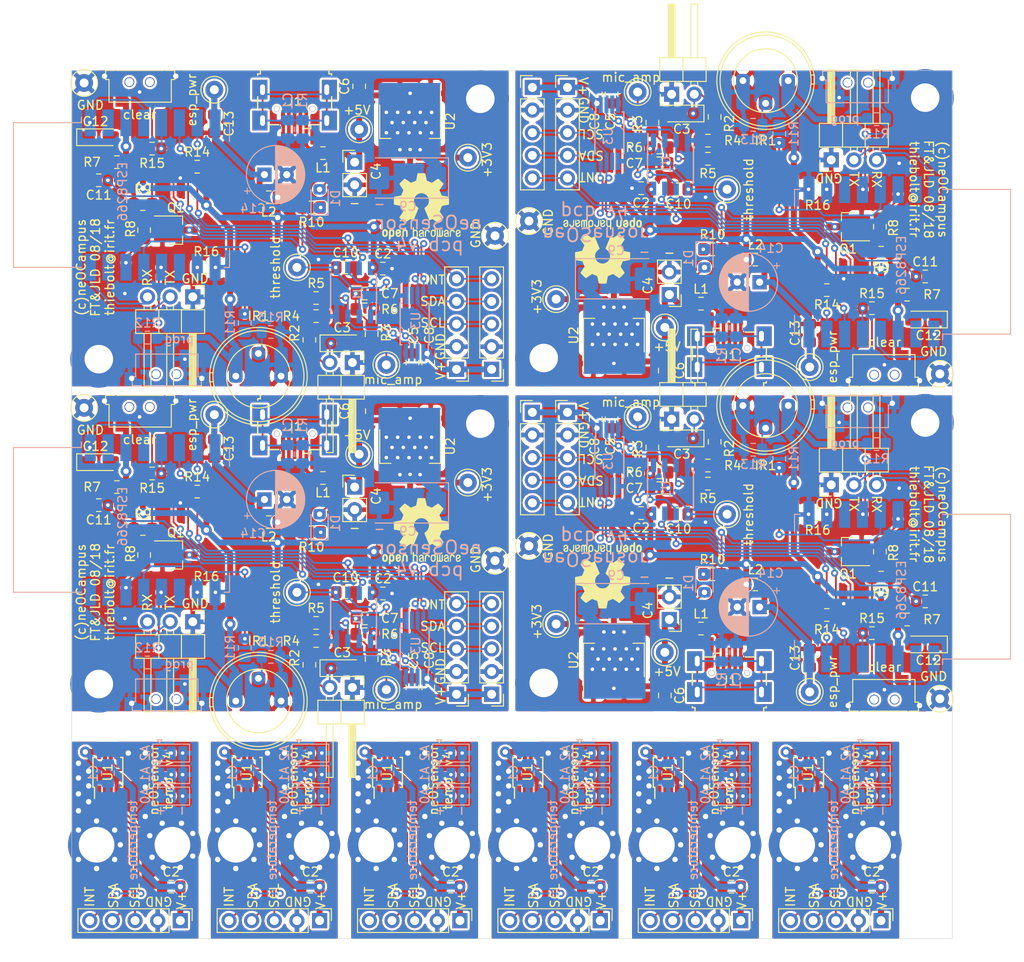
<source format=kicad_pcb>
(kicad_pcb (version 20171130) (host pcbnew 6.0.0-rc1-unknown-r13609-32d262b0)
  (title_block (title neOSensor) (date 2018-08-21) (rev v4))
  (layers (0 F.Cu signal) (31 B.Cu signal) (34 B.Paste user) (35 F.Paste user) (36 B.SilkS user) (37 F.SilkS user) (38 B.Mask user) (39 F.Mask user) (44 Edge.Cuts user))
  (net 0 "")
  (net 1 "Net-(J1-Pad1)")
  (net 2 "Net-(J1-Pad2)")
  (net 3 "Net-(J1-Pad3)")
  (net 4 "Net-(J1-Pad4)")
  (net 5 GND)
  (net 6 "Net-(C1-Pad1)")
  (net 7 "Net-(Q1-Pad1)")
  (net 8 +3V3)
  (net 9 "Net-(IR1-Pad2)")
  (net 10 /RST)
  (net 11 "Net-(U4-Pad2)")
  (net 12 /SDA)
  (net 13 /SCL)
  (net 14 /NOISE)
  (net 15 /esp_pwr)
  (net 16 "Net-(R16-Pad2)")
  (net 17 "Net-(U4-Pad17)")
  (net 18 /GPIO0)
  (net 19 /IR)
  (net 20 /LED)
  (net 21 /RxD)
  (net 22 /TxD)
  (net 23 "Net-(C7-Pad1)")
  (net 24 +5V)
  (net 25 "Net-(C10-Pad1)")
  (net 26 "Net-(C7-Pad2)")
  (net 27 "Net-(C3-Pad2)")
  (net 28 /INT)
  (net 29 "Net-(C5-Pad1)")
  (net 30 "Net-(Q1-Pad3)")
  (net 31 "Net-(D1-Pad1)")
  (net 32 "Net-(C3-Pad1)")
  (net 33 "Net-(U3-Pad4)")
  (net 34 /A0)
  (net 35 /A1)
  (net 36 /A2)
  (module Capacitor_SMD:C_0805_2012Metric_Pad1.15x1.40mm_HandSolder (layer B.Cu) (at 142.621 112.894 270)
    (fp_text reference C1 (at 0 1.65 270) (layer B.SilkS) (effects (justify mirror)))
    (fp_text value 100n)
    (pad 1 smd roundrect (at -1.025 0 270) (size 1.15 1.4) (layers B.Cu B.Paste B.Mask) (roundrect_rratio 0.217391) (net 8 +3V3))
    (pad 2 smd roundrect (at 1.025 0 270) (size 1.15 1.4) (layers B.Cu B.Paste B.Mask) (roundrect_rratio 0.217391) (net 5 GND))
  )
  (module Jumper:SolderJumper-3_P1.3mm_Bridged12_Pad1.0x1.5mm (layer B.Cu) (at 149.733 115.443001)
    (fp_text reference JP1 hide)
    (fp_text value SolderJumper_3_Bridged12)
    (pad 1 smd custom (at -1.3 0) (size 1 1.5) (layers B.Cu B.Mask) (net 8 +3V3) (options (clearance outline) (anchor rect)) (primitives (gr_poly (pts (xy 0.4 0.3) (xy 0.9 0.3) (xy 0.9 -0.3) (xy 0.4 -0.3)) (width 0))))
    (pad 3 smd rect (at 1.3 0) (size 1 1.5) (layers B.Cu B.Mask) (net 5 GND))
    (pad 2 smd rect (at 0 0) (size 1 1.5) (layers B.Cu B.Mask) (net 34 /A0))
  )
  (module Jumper:SolderJumper-3_P1.3mm_Bridged12_Pad1.0x1.5mm (layer B.Cu) (at 149.733 113.03)
    (fp_text reference JP2 hide)
    (fp_text value SolderJumper_3_Bridged12)
    (pad 1 smd custom (at -1.3 0) (size 1 1.5) (layers B.Cu B.Mask) (net 8 +3V3) (options (clearance outline) (anchor rect)) (primitives (gr_poly (pts (xy 0.4 0.3) (xy 0.9 0.3) (xy 0.9 -0.3) (xy 0.4 -0.3)) (width 0))))
    (pad 3 smd rect (at 1.3 0) (size 1 1.5) (layers B.Cu B.Mask) (net 5 GND))
    (pad 2 smd rect (at 0 0) (size 1 1.5) (layers B.Cu B.Mask) (net 35 /A1))
  )
  (module Jumper:SolderJumper-3_P1.3mm_Bridged12_Pad1.0x1.5mm (layer B.Cu) (at 149.733 110.617)
    (fp_text reference JP3 hide)
    (fp_text value SolderJumper_3_Bridged12)
    (pad 1 smd custom (at -1.3 0) (size 1 1.5) (layers B.Cu B.Mask) (net 8 +3V3) (options (clearance outline) (anchor rect)) (primitives (gr_poly (pts (xy 0.4 0.3) (xy 0.9 0.3) (xy 0.9 -0.3) (xy 0.4 -0.3)) (width 0))))
    (pad 3 smd rect (at 1.3 0) (size 1 1.5) (layers B.Cu B.Mask) (net 5 GND))
    (pad 2 smd rect (at 0 0) (size 1 1.5) (layers B.Cu B.Mask) (net 36 /A2))
  )
  (module Capacitor_SMD:C_0805_2012Metric_Pad1.15x1.40mm_HandSolder (layer F.Cu) (at 149.723999 125.603)
    (fp_text reference C2 (at 0 -1.65) (layer F.SilkS))
    (fp_text value 100n)
    (pad 1 smd roundrect (at -1.025 0) (size 1.15 1.4) (layers F.Cu F.Paste F.Mask) (roundrect_rratio 0.217391) (net 5 GND))
    (pad 2 smd roundrect (at 1.025 0) (size 1.15 1.4) (layers F.Cu F.Paste F.Mask) (roundrect_rratio 0.217391) (net 8 +3V3))
  )
  (module Connector_PinHeader_2.54mm:PinHeader_1x05_P2.54mm_Vertical (layer F.Cu) (at 150.749 129.413 270)
    (fp_text reference J1 hide)
    (fp_text value Conn_01x05)
    (pad 1 thru_hole rect (at 0 0 270) (size 1.7 1.7) (drill 1) (layers *.Cu *.Mask) (net 8 +3V3))
    (pad 2 thru_hole oval (at 0 2.54 270) (size 1.7 1.7) (drill 1) (layers *.Cu *.Mask) (net 5 GND))
    (pad 3 thru_hole oval (at 0 5.08 270) (size 1.7 1.7) (drill 1) (layers *.Cu *.Mask) (net 13 /SCL))
    (pad 4 thru_hole oval (at 0 7.62 270) (size 1.7 1.7) (drill 1) (layers *.Cu *.Mask) (net 12 /SDA))
    (pad 5 thru_hole oval (at 0 10.16 270) (size 1.7 1.7) (drill 1) (layers *.Cu *.Mask) (net 28 /INT))
  )
  (module Package_SO:MSOP-8_3x3mm_P0.65mm (layer F.Cu) (at 142.621 112.776 90)
    (fp_text reference U1 (at 0 0 90) (layer F.SilkS))
    (fp_text value MCP9808)
    (pad 1 smd rect (at -2.2 -0.975 90) (size 1.45 0.45) (layers F.Cu F.Paste F.Mask) (net 12 /SDA))
    (pad 2 smd rect (at -2.2 -0.325 90) (size 1.45 0.45) (layers F.Cu F.Paste F.Mask) (net 13 /SCL))
    (pad 3 smd rect (at -2.2 0.325 90) (size 1.45 0.45) (layers F.Cu F.Paste F.Mask) (net 28 /INT))
    (pad 4 smd rect (at -2.2 0.975 90) (size 1.45 0.45) (layers F.Cu F.Paste F.Mask) (net 5 GND))
    (pad 5 smd rect (at 2.2 0.975 90) (size 1.45 0.45) (layers F.Cu F.Paste F.Mask) (net 36 /A2))
    (pad 6 smd rect (at 2.2 0.325 90) (size 1.45 0.45) (layers F.Cu F.Paste F.Mask) (net 35 /A1))
    (pad 7 smd rect (at 2.2 -0.325 90) (size 1.45 0.45) (layers F.Cu F.Paste F.Mask) (net 34 /A0))
    (pad 8 smd rect (at 2.2 -0.975 90) (size 1.45 0.45) (layers F.Cu F.Paste F.Mask) (net 8 +3V3))
  )
  (module MountingHole:MountingHole_3.2mm_M3_Pad (layer F.Cu) (at 141.351 120.904 90)
    (fp_text reference MH1 hide)
    (fp_text value MountingHole_Pad)
    (pad 1 thru_hole circle (at 0 0 90) (size 6.4 6.4) (drill 4) (layers *.Cu *.Mask) (net 5 GND))
  )
  (module MountingHole:MountingHole_3.2mm_M3_Pad (layer F.Cu) (at 149.86 120.65 90)
    (fp_text reference MH2 hide)
    (fp_text value MountingHole_Pad)
    (pad 1 thru_hole circle (at -0.254 0 90) (size 6.4 6.4) (drill 4) (layers *.Cu *.Mask) (net 5 GND))
  )
  (module Capacitor_SMD:C_0805_2012Metric_Pad1.15x1.40mm_HandSolder (layer F.Cu) (at 133.975999 125.603)
    (fp_text reference C2 (at 0 -1.65) (layer F.SilkS))
    (fp_text value 100n)
    (pad 2 smd roundrect (at 1.025 0) (size 1.15 1.4) (layers F.Cu F.Paste F.Mask) (roundrect_rratio 0.217391) (net 8 +3V3))
    (pad 1 smd roundrect (at -1.025 0) (size 1.15 1.4) (layers F.Cu F.Paste F.Mask) (roundrect_rratio 0.217391) (net 5 GND))
  )
  (module MountingHole:MountingHole_3.2mm_M3_Pad (layer F.Cu) (at 134.112 120.65 90)
    (fp_text reference MH2 hide)
    (fp_text value MountingHole_Pad)
    (pad 1 thru_hole circle (at -0.254 0 90) (size 6.4 6.4) (drill 4) (layers *.Cu *.Mask) (net 5 GND))
  )
  (module Capacitor_SMD:C_0805_2012Metric_Pad1.15x1.40mm_HandSolder (layer B.Cu) (at 126.873 112.894 270)
    (fp_text reference C1 (at 0 1.65 270) (layer B.SilkS) (effects (justify mirror)))
    (fp_text value 100n)
    (pad 2 smd roundrect (at 1.025 0 270) (size 1.15 1.4) (layers B.Cu B.Paste B.Mask) (roundrect_rratio 0.217391) (net 5 GND))
    (pad 1 smd roundrect (at -1.025 0 270) (size 1.15 1.4) (layers B.Cu B.Paste B.Mask) (roundrect_rratio 0.217391) (net 8 +3V3))
  )
  (module Jumper:SolderJumper-3_P1.3mm_Bridged12_Pad1.0x1.5mm (layer B.Cu) (at 133.985 115.443001)
    (fp_text reference JP1 hide)
    (fp_text value SolderJumper_3_Bridged12)
    (pad 2 smd rect (at 0 0) (size 1 1.5) (layers B.Cu B.Mask) (net 34 /A0))
    (pad 3 smd rect (at 1.3 0) (size 1 1.5) (layers B.Cu B.Mask) (net 5 GND))
    (pad 1 smd custom (at -1.3 0) (size 1 1.5) (layers B.Cu B.Mask) (net 8 +3V3) (options (clearance outline) (anchor rect)) (primitives (gr_poly (pts (xy 0.4 0.3) (xy 0.9 0.3) (xy 0.9 -0.3) (xy 0.4 -0.3)) (width 0))))
  )
  (module MountingHole:MountingHole_3.2mm_M3_Pad (layer F.Cu) (at 125.603 120.904 90)
    (fp_text reference MH1 hide)
    (fp_text value MountingHole_Pad)
    (pad 1 thru_hole circle (at 0 0 90) (size 6.4 6.4) (drill 4) (layers *.Cu *.Mask) (net 5 GND))
  )
  (module Jumper:SolderJumper-3_P1.3mm_Bridged12_Pad1.0x1.5mm (layer B.Cu) (at 133.985 110.617)
    (fp_text reference JP3 hide)
    (fp_text value SolderJumper_3_Bridged12)
    (pad 2 smd rect (at 0 0) (size 1 1.5) (layers B.Cu B.Mask) (net 36 /A2))
    (pad 3 smd rect (at 1.3 0) (size 1 1.5) (layers B.Cu B.Mask) (net 5 GND))
    (pad 1 smd custom (at -1.3 0) (size 1 1.5) (layers B.Cu B.Mask) (net 8 +3V3) (options (clearance outline) (anchor rect)) (primitives (gr_poly (pts (xy 0.4 0.3) (xy 0.9 0.3) (xy 0.9 -0.3) (xy 0.4 -0.3)) (width 0))))
  )
  (module Package_SO:MSOP-8_3x3mm_P0.65mm (layer F.Cu) (at 126.873 112.776 90)
    (fp_text reference U1 (at 0 0 90) (layer F.SilkS))
    (fp_text value MCP9808)
    (pad 8 smd rect (at 2.2 -0.975 90) (size 1.45 0.45) (layers F.Cu F.Paste F.Mask) (net 8 +3V3))
    (pad 7 smd rect (at 2.2 -0.325 90) (size 1.45 0.45) (layers F.Cu F.Paste F.Mask) (net 34 /A0))
    (pad 6 smd rect (at 2.2 0.325 90) (size 1.45 0.45) (layers F.Cu F.Paste F.Mask) (net 35 /A1))
    (pad 5 smd rect (at 2.2 0.975 90) (size 1.45 0.45) (layers F.Cu F.Paste F.Mask) (net 36 /A2))
    (pad 4 smd rect (at -2.2 0.975 90) (size 1.45 0.45) (layers F.Cu F.Paste F.Mask) (net 5 GND))
    (pad 3 smd rect (at -2.2 0.325 90) (size 1.45 0.45) (layers F.Cu F.Paste F.Mask) (net 28 /INT))
    (pad 2 smd rect (at -2.2 -0.325 90) (size 1.45 0.45) (layers F.Cu F.Paste F.Mask) (net 13 /SCL))
    (pad 1 smd rect (at -2.2 -0.975 90) (size 1.45 0.45) (layers F.Cu F.Paste F.Mask) (net 12 /SDA))
  )
  (module Jumper:SolderJumper-3_P1.3mm_Bridged12_Pad1.0x1.5mm (layer B.Cu) (at 133.985 113.03)
    (fp_text reference JP2 hide)
    (fp_text value SolderJumper_3_Bridged12)
    (pad 2 smd rect (at 0 0) (size 1 1.5) (layers B.Cu B.Mask) (net 35 /A1))
    (pad 3 smd rect (at 1.3 0) (size 1 1.5) (layers B.Cu B.Mask) (net 5 GND))
    (pad 1 smd custom (at -1.3 0) (size 1 1.5) (layers B.Cu B.Mask) (net 8 +3V3) (options (clearance outline) (anchor rect)) (primitives (gr_poly (pts (xy 0.4 0.3) (xy 0.9 0.3) (xy 0.9 -0.3) (xy 0.4 -0.3)) (width 0))))
  )
  (module Connector_PinHeader_2.54mm:PinHeader_1x05_P2.54mm_Vertical (layer F.Cu) (at 135.001 129.413 270)
    (fp_text reference J1 hide)
    (fp_text value Conn_01x05)
    (pad 5 thru_hole oval (at 0 10.16 270) (size 1.7 1.7) (drill 1) (layers *.Cu *.Mask) (net 28 /INT))
    (pad 4 thru_hole oval (at 0 7.62 270) (size 1.7 1.7) (drill 1) (layers *.Cu *.Mask) (net 12 /SDA))
    (pad 3 thru_hole oval (at 0 5.08 270) (size 1.7 1.7) (drill 1) (layers *.Cu *.Mask) (net 13 /SCL))
    (pad 2 thru_hole oval (at 0 2.54 270) (size 1.7 1.7) (drill 1) (layers *.Cu *.Mask) (net 5 GND))
    (pad 1 thru_hole rect (at 0 0 270) (size 1.7 1.7) (drill 1) (layers *.Cu *.Mask) (net 8 +3V3))
  )
  (module Jumper:SolderJumper-3_P1.3mm_Bridged12_Pad1.0x1.5mm (layer B.Cu) (at 118.237 113.03)
    (fp_text reference JP2 hide)
    (fp_text value SolderJumper_3_Bridged12)
    (pad 1 smd custom (at -1.3 0) (size 1 1.5) (layers B.Cu B.Mask) (net 8 +3V3) (options (clearance outline) (anchor rect)) (primitives (gr_poly (pts (xy 0.4 0.3) (xy 0.9 0.3) (xy 0.9 -0.3) (xy 0.4 -0.3)) (width 0))))
    (pad 3 smd rect (at 1.3 0) (size 1 1.5) (layers B.Cu B.Mask) (net 5 GND))
    (pad 2 smd rect (at 0 0) (size 1 1.5) (layers B.Cu B.Mask) (net 35 /A1))
  )
  (module Capacitor_SMD:C_0805_2012Metric_Pad1.15x1.40mm_HandSolder (layer F.Cu) (at 118.227999 125.603)
    (fp_text reference C2 (at 0 -1.65) (layer F.SilkS))
    (fp_text value 100n)
    (pad 1 smd roundrect (at -1.025 0) (size 1.15 1.4) (layers F.Cu F.Paste F.Mask) (roundrect_rratio 0.217391) (net 5 GND))
    (pad 2 smd roundrect (at 1.025 0) (size 1.15 1.4) (layers F.Cu F.Paste F.Mask) (roundrect_rratio 0.217391) (net 8 +3V3))
  )
  (module Package_SO:MSOP-8_3x3mm_P0.65mm (layer F.Cu) (at 111.125 112.776 90)
    (fp_text reference U1 (at 0 0 90) (layer F.SilkS))
    (fp_text value MCP9808)
    (pad 1 smd rect (at -2.2 -0.975 90) (size 1.45 0.45) (layers F.Cu F.Paste F.Mask) (net 12 /SDA))
    (pad 2 smd rect (at -2.2 -0.325 90) (size 1.45 0.45) (layers F.Cu F.Paste F.Mask) (net 13 /SCL))
    (pad 3 smd rect (at -2.2 0.325 90) (size 1.45 0.45) (layers F.Cu F.Paste F.Mask) (net 28 /INT))
    (pad 4 smd rect (at -2.2 0.975 90) (size 1.45 0.45) (layers F.Cu F.Paste F.Mask) (net 5 GND))
    (pad 5 smd rect (at 2.2 0.975 90) (size 1.45 0.45) (layers F.Cu F.Paste F.Mask) (net 36 /A2))
    (pad 6 smd rect (at 2.2 0.325 90) (size 1.45 0.45) (layers F.Cu F.Paste F.Mask) (net 35 /A1))
    (pad 7 smd rect (at 2.2 -0.325 90) (size 1.45 0.45) (layers F.Cu F.Paste F.Mask) (net 34 /A0))
    (pad 8 smd rect (at 2.2 -0.975 90) (size 1.45 0.45) (layers F.Cu F.Paste F.Mask) (net 8 +3V3))
  )
  (module Connector_PinHeader_2.54mm:PinHeader_1x05_P2.54mm_Vertical (layer F.Cu) (at 119.253 129.413 270)
    (fp_text reference J1 hide)
    (fp_text value Conn_01x05)
    (pad 1 thru_hole rect (at 0 0 270) (size 1.7 1.7) (drill 1) (layers *.Cu *.Mask) (net 8 +3V3))
    (pad 2 thru_hole oval (at 0 2.54 270) (size 1.7 1.7) (drill 1) (layers *.Cu *.Mask) (net 5 GND))
    (pad 3 thru_hole oval (at 0 5.08 270) (size 1.7 1.7) (drill 1) (layers *.Cu *.Mask) (net 13 /SCL))
    (pad 4 thru_hole oval (at 0 7.62 270) (size 1.7 1.7) (drill 1) (layers *.Cu *.Mask) (net 12 /SDA))
    (pad 5 thru_hole oval (at 0 10.16 270) (size 1.7 1.7) (drill 1) (layers *.Cu *.Mask) (net 28 /INT))
  )
  (module Capacitor_SMD:C_0805_2012Metric_Pad1.15x1.40mm_HandSolder (layer B.Cu) (at 111.125 112.894 270)
    (fp_text reference C1 (at 0 1.65 270) (layer B.SilkS) (effects (justify mirror)))
    (fp_text value 100n)
    (pad 1 smd roundrect (at -1.025 0 270) (size 1.15 1.4) (layers B.Cu B.Paste B.Mask) (roundrect_rratio 0.217391) (net 8 +3V3))
    (pad 2 smd roundrect (at 1.025 0 270) (size 1.15 1.4) (layers B.Cu B.Paste B.Mask) (roundrect_rratio 0.217391) (net 5 GND))
  )
  (module MountingHole:MountingHole_3.2mm_M3_Pad (layer F.Cu) (at 118.364 120.65 90)
    (fp_text reference MH2 hide)
    (fp_text value MountingHole_Pad)
    (pad 1 thru_hole circle (at -0.254 0 90) (size 6.4 6.4) (drill 4) (layers *.Cu *.Mask) (net 5 GND))
  )
  (module Jumper:SolderJumper-3_P1.3mm_Bridged12_Pad1.0x1.5mm (layer B.Cu) (at 118.237 110.617)
    (fp_text reference JP3 hide)
    (fp_text value SolderJumper_3_Bridged12)
    (pad 1 smd custom (at -1.3 0) (size 1 1.5) (layers B.Cu B.Mask) (net 8 +3V3) (options (clearance outline) (anchor rect)) (primitives (gr_poly (pts (xy 0.4 0.3) (xy 0.9 0.3) (xy 0.9 -0.3) (xy 0.4 -0.3)) (width 0))))
    (pad 3 smd rect (at 1.3 0) (size 1 1.5) (layers B.Cu B.Mask) (net 5 GND))
    (pad 2 smd rect (at 0 0) (size 1 1.5) (layers B.Cu B.Mask) (net 36 /A2))
  )
  (module Jumper:SolderJumper-3_P1.3mm_Bridged12_Pad1.0x1.5mm (layer B.Cu) (at 118.237 115.443001)
    (fp_text reference JP1 hide)
    (fp_text value SolderJumper_3_Bridged12)
    (pad 1 smd custom (at -1.3 0) (size 1 1.5) (layers B.Cu B.Mask) (net 8 +3V3) (options (clearance outline) (anchor rect)) (primitives (gr_poly (pts (xy 0.4 0.3) (xy 0.9 0.3) (xy 0.9 -0.3) (xy 0.4 -0.3)) (width 0))))
    (pad 3 smd rect (at 1.3 0) (size 1 1.5) (layers B.Cu B.Mask) (net 5 GND))
    (pad 2 smd rect (at 0 0) (size 1 1.5) (layers B.Cu B.Mask) (net 34 /A0))
  )
  (module MountingHole:MountingHole_3.2mm_M3_Pad (layer F.Cu) (at 109.855 120.904 90)
    (fp_text reference MH1 hide)
    (fp_text value MountingHole_Pad)
    (pad 1 thru_hole circle (at 0 0 90) (size 6.4 6.4) (drill 4) (layers *.Cu *.Mask) (net 5 GND))
  )
  (module Capacitor_SMD:C_0805_2012Metric_Pad1.15x1.40mm_HandSolder (layer F.Cu) (at 102.479999 125.603)
    (fp_text reference C2 (at 0 -1.65) (layer F.SilkS))
    (fp_text value 100n)
    (pad 2 smd roundrect (at 1.025 0) (size 1.15 1.4) (layers F.Cu F.Paste F.Mask) (roundrect_rratio 0.217391) (net 8 +3V3))
    (pad 1 smd roundrect (at -1.025 0) (size 1.15 1.4) (layers F.Cu F.Paste F.Mask) (roundrect_rratio 0.217391) (net 5 GND))
  )
  (module Package_SO:MSOP-8_3x3mm_P0.65mm (layer F.Cu) (at 95.377 112.776 90)
    (fp_text reference U1 (at 0 0 90) (layer F.SilkS))
    (fp_text value MCP9808)
    (pad 8 smd rect (at 2.2 -0.975 90) (size 1.45 0.45) (layers F.Cu F.Paste F.Mask) (net 8 +3V3))
    (pad 7 smd rect (at 2.2 -0.325 90) (size 1.45 0.45) (layers F.Cu F.Paste F.Mask) (net 34 /A0))
    (pad 6 smd rect (at 2.2 0.325 90) (size 1.45 0.45) (layers F.Cu F.Paste F.Mask) (net 35 /A1))
    (pad 5 smd rect (at 2.2 0.975 90) (size 1.45 0.45) (layers F.Cu F.Paste F.Mask) (net 36 /A2))
    (pad 4 smd rect (at -2.2 0.975 90) (size 1.45 0.45) (layers F.Cu F.Paste F.Mask) (net 5 GND))
    (pad 3 smd rect (at -2.2 0.325 90) (size 1.45 0.45) (layers F.Cu F.Paste F.Mask) (net 28 /INT))
    (pad 2 smd rect (at -2.2 -0.325 90) (size 1.45 0.45) (layers F.Cu F.Paste F.Mask) (net 13 /SCL))
    (pad 1 smd rect (at -2.2 -0.975 90) (size 1.45 0.45) (layers F.Cu F.Paste F.Mask) (net 12 /SDA))
  )
  (module Jumper:SolderJumper-3_P1.3mm_Bridged12_Pad1.0x1.5mm (layer B.Cu) (at 102.489 115.443001)
    (fp_text reference JP1 hide)
    (fp_text value SolderJumper_3_Bridged12)
    (pad 2 smd rect (at 0 0) (size 1 1.5) (layers B.Cu B.Mask) (net 34 /A0))
    (pad 3 smd rect (at 1.3 0) (size 1 1.5) (layers B.Cu B.Mask) (net 5 GND))
    (pad 1 smd custom (at -1.3 0) (size 1 1.5) (layers B.Cu B.Mask) (net 8 +3V3) (options (clearance outline) (anchor rect)) (primitives (gr_poly (pts (xy 0.4 0.3) (xy 0.9 0.3) (xy 0.9 -0.3) (xy 0.4 -0.3)) (width 0))))
  )
  (module Jumper:SolderJumper-3_P1.3mm_Bridged12_Pad1.0x1.5mm (layer B.Cu) (at 102.489 113.03)
    (fp_text reference JP2 hide)
    (fp_text value SolderJumper_3_Bridged12)
    (pad 2 smd rect (at 0 0) (size 1 1.5) (layers B.Cu B.Mask) (net 35 /A1))
    (pad 3 smd rect (at 1.3 0) (size 1 1.5) (layers B.Cu B.Mask) (net 5 GND))
    (pad 1 smd custom (at -1.3 0) (size 1 1.5) (layers B.Cu B.Mask) (net 8 +3V3) (options (clearance outline) (anchor rect)) (primitives (gr_poly (pts (xy 0.4 0.3) (xy 0.9 0.3) (xy 0.9 -0.3) (xy 0.4 -0.3)) (width 0))))
  )
  (module MountingHole:MountingHole_3.2mm_M3_Pad (layer F.Cu) (at 102.616 120.65 90)
    (fp_text reference MH2 hide)
    (fp_text value MountingHole_Pad)
    (pad 1 thru_hole circle (at -0.254 0 90) (size 6.4 6.4) (drill 4) (layers *.Cu *.Mask) (net 5 GND))
  )
  (module Jumper:SolderJumper-3_P1.3mm_Bridged12_Pad1.0x1.5mm (layer B.Cu) (at 102.489 110.617)
    (fp_text reference JP3 hide)
    (fp_text value SolderJumper_3_Bridged12)
    (pad 2 smd rect (at 0 0) (size 1 1.5) (layers B.Cu B.Mask) (net 36 /A2))
    (pad 3 smd rect (at 1.3 0) (size 1 1.5) (layers B.Cu B.Mask) (net 5 GND))
    (pad 1 smd custom (at -1.3 0) (size 1 1.5) (layers B.Cu B.Mask) (net 8 +3V3) (options (clearance outline) (anchor rect)) (primitives (gr_poly (pts (xy 0.4 0.3) (xy 0.9 0.3) (xy 0.9 -0.3) (xy 0.4 -0.3)) (width 0))))
  )
  (module Connector_PinHeader_2.54mm:PinHeader_1x05_P2.54mm_Vertical (layer F.Cu) (at 103.505 129.413 270)
    (fp_text reference J1 hide)
    (fp_text value Conn_01x05)
    (pad 5 thru_hole oval (at 0 10.16 270) (size 1.7 1.7) (drill 1) (layers *.Cu *.Mask) (net 28 /INT))
    (pad 4 thru_hole oval (at 0 7.62 270) (size 1.7 1.7) (drill 1) (layers *.Cu *.Mask) (net 12 /SDA))
    (pad 3 thru_hole oval (at 0 5.08 270) (size 1.7 1.7) (drill 1) (layers *.Cu *.Mask) (net 13 /SCL))
    (pad 2 thru_hole oval (at 0 2.54 270) (size 1.7 1.7) (drill 1) (layers *.Cu *.Mask) (net 5 GND))
    (pad 1 thru_hole rect (at 0 0 270) (size 1.7 1.7) (drill 1) (layers *.Cu *.Mask) (net 8 +3V3))
  )
  (module MountingHole:MountingHole_3.2mm_M3_Pad (layer F.Cu) (at 94.107 120.904 90)
    (fp_text reference MH1 hide)
    (fp_text value MountingHole_Pad)
    (pad 1 thru_hole circle (at 0 0 90) (size 6.4 6.4) (drill 4) (layers *.Cu *.Mask) (net 5 GND))
  )
  (module Capacitor_SMD:C_0805_2012Metric_Pad1.15x1.40mm_HandSolder (layer B.Cu) (at 95.377 112.894 270)
    (fp_text reference C1 (at 0 1.65 270) (layer B.SilkS) (effects (justify mirror)))
    (fp_text value 100n)
    (pad 2 smd roundrect (at 1.025 0 270) (size 1.15 1.4) (layers B.Cu B.Paste B.Mask) (roundrect_rratio 0.217391) (net 5 GND))
    (pad 1 smd roundrect (at -1.025 0 270) (size 1.15 1.4) (layers B.Cu B.Paste B.Mask) (roundrect_rratio 0.217391) (net 8 +3V3))
  )
  (module MountingHole:MountingHole_3.2mm_M3_Pad (layer F.Cu) (at 78.359 120.904 90)
    (fp_text reference MH1 hide)
    (fp_text value MountingHole_Pad)
    (pad 1 thru_hole circle (at 0 0 90) (size 6.4 6.4) (drill 4) (layers *.Cu *.Mask) (net 5 GND))
  )
  (module Jumper:SolderJumper-3_P1.3mm_Bridged12_Pad1.0x1.5mm (layer B.Cu) (at 86.741 115.443001)
    (fp_text reference JP1 hide)
    (fp_text value SolderJumper_3_Bridged12)
    (pad 1 smd custom (at -1.3 0) (size 1 1.5) (layers B.Cu B.Mask) (net 8 +3V3) (options (clearance outline) (anchor rect)) (primitives (gr_poly (pts (xy 0.4 0.3) (xy 0.9 0.3) (xy 0.9 -0.3) (xy 0.4 -0.3)) (width 0))))
    (pad 3 smd rect (at 1.3 0) (size 1 1.5) (layers B.Cu B.Mask) (net 5 GND))
    (pad 2 smd rect (at 0 0) (size 1 1.5) (layers B.Cu B.Mask) (net 34 /A0))
  )
  (module Capacitor_SMD:C_0805_2012Metric_Pad1.15x1.40mm_HandSolder (layer F.Cu) (at 86.731999 125.603)
    (fp_text reference C2 (at 0 -1.65) (layer F.SilkS))
    (fp_text value 100n)
    (pad 1 smd roundrect (at -1.025 0) (size 1.15 1.4) (layers F.Cu F.Paste F.Mask) (roundrect_rratio 0.217391) (net 5 GND))
    (pad 2 smd roundrect (at 1.025 0) (size 1.15 1.4) (layers F.Cu F.Paste F.Mask) (roundrect_rratio 0.217391) (net 8 +3V3))
  )
  (module Capacitor_SMD:C_0805_2012Metric_Pad1.15x1.40mm_HandSolder (layer B.Cu) (at 79.629 112.894 270)
    (fp_text reference C1 (at 0 1.65 270) (layer B.SilkS) (effects (justify mirror)))
    (fp_text value 100n)
    (pad 1 smd roundrect (at -1.025 0 270) (size 1.15 1.4) (layers B.Cu B.Paste B.Mask) (roundrect_rratio 0.217391) (net 8 +3V3))
    (pad 2 smd roundrect (at 1.025 0 270) (size 1.15 1.4) (layers B.Cu B.Paste B.Mask) (roundrect_rratio 0.217391) (net 5 GND))
  )
  (module Package_SO:MSOP-8_3x3mm_P0.65mm (layer F.Cu) (at 79.629 112.776 90)
    (fp_text reference U1 (at 0 0 90) (layer F.SilkS))
    (fp_text value MCP9808)
    (pad 1 smd rect (at -2.2 -0.975 90) (size 1.45 0.45) (layers F.Cu F.Paste F.Mask) (net 12 /SDA))
    (pad 2 smd rect (at -2.2 -0.325 90) (size 1.45 0.45) (layers F.Cu F.Paste F.Mask) (net 13 /SCL))
    (pad 3 smd rect (at -2.2 0.325 90) (size 1.45 0.45) (layers F.Cu F.Paste F.Mask) (net 28 /INT))
    (pad 4 smd rect (at -2.2 0.975 90) (size 1.45 0.45) (layers F.Cu F.Paste F.Mask) (net 5 GND))
    (pad 5 smd rect (at 2.2 0.975 90) (size 1.45 0.45) (layers F.Cu F.Paste F.Mask) (net 36 /A2))
    (pad 6 smd rect (at 2.2 0.325 90) (size 1.45 0.45) (layers F.Cu F.Paste F.Mask) (net 35 /A1))
    (pad 7 smd rect (at 2.2 -0.325 90) (size 1.45 0.45) (layers F.Cu F.Paste F.Mask) (net 34 /A0))
    (pad 8 smd rect (at 2.2 -0.975 90) (size 1.45 0.45) (layers F.Cu F.Paste F.Mask) (net 8 +3V3))
  )
  (module Connector_PinHeader_2.54mm:PinHeader_1x05_P2.54mm_Vertical (layer F.Cu) (at 87.757 129.413 270)
    (fp_text reference J1 hide)
    (fp_text value Conn_01x05)
    (pad 1 thru_hole rect (at 0 0 270) (size 1.7 1.7) (drill 1) (layers *.Cu *.Mask) (net 8 +3V3))
    (pad 2 thru_hole oval (at 0 2.54 270) (size 1.7 1.7) (drill 1) (layers *.Cu *.Mask) (net 5 GND))
    (pad 3 thru_hole oval (at 0 5.08 270) (size 1.7 1.7) (drill 1) (layers *.Cu *.Mask) (net 13 /SCL))
    (pad 4 thru_hole oval (at 0 7.62 270) (size 1.7 1.7) (drill 1) (layers *.Cu *.Mask) (net 12 /SDA))
    (pad 5 thru_hole oval (at 0 10.16 270) (size 1.7 1.7) (drill 1) (layers *.Cu *.Mask) (net 28 /INT))
  )
  (module Jumper:SolderJumper-3_P1.3mm_Bridged12_Pad1.0x1.5mm (layer B.Cu) (at 86.741 113.03)
    (fp_text reference JP2 hide)
    (fp_text value SolderJumper_3_Bridged12)
    (pad 1 smd custom (at -1.3 0) (size 1 1.5) (layers B.Cu B.Mask) (net 8 +3V3) (options (clearance outline) (anchor rect)) (primitives (gr_poly (pts (xy 0.4 0.3) (xy 0.9 0.3) (xy 0.9 -0.3) (xy 0.4 -0.3)) (width 0))))
    (pad 3 smd rect (at 1.3 0) (size 1 1.5) (layers B.Cu B.Mask) (net 5 GND))
    (pad 2 smd rect (at 0 0) (size 1 1.5) (layers B.Cu B.Mask) (net 35 /A1))
  )
  (module Jumper:SolderJumper-3_P1.3mm_Bridged12_Pad1.0x1.5mm (layer B.Cu) (at 86.741 110.617)
    (fp_text reference JP3 hide)
    (fp_text value SolderJumper_3_Bridged12)
    (pad 1 smd custom (at -1.3 0) (size 1 1.5) (layers B.Cu B.Mask) (net 8 +3V3) (options (clearance outline) (anchor rect)) (primitives (gr_poly (pts (xy 0.4 0.3) (xy 0.9 0.3) (xy 0.9 -0.3) (xy 0.4 -0.3)) (width 0))))
    (pad 3 smd rect (at 1.3 0) (size 1 1.5) (layers B.Cu B.Mask) (net 5 GND))
    (pad 2 smd rect (at 0 0) (size 1 1.5) (layers B.Cu B.Mask) (net 36 /A2))
  )
  (module MountingHole:MountingHole_3.2mm_M3_Pad (layer F.Cu) (at 86.868 120.65 90)
    (fp_text reference MH2 hide)
    (fp_text value MountingHole_Pad)
    (pad 1 thru_hole circle (at -0.254 0 90) (size 6.4 6.4) (drill 4) (layers *.Cu *.Mask) (net 5 GND))
  )
  (module Capacitor_Tantalum_SMD:CP_EIA-3216-12_Kemet-S_Pad1.58x1.35mm_HandSolder (layer F.Cu) (at 62.992 77.978)
    (fp_text reference C12 (at -0.381 -1.778) (layer F.SilkS))
    (fp_text value "100nF to 1µF*")
    (pad 1 smd roundrect (at -1.4375 0) (size 1.8 1.35) (drill (offset 0.1 0)) (layers F.Cu F.Paste F.Mask) (roundrect_rratio 0.185) (net 10 /RST))
    (pad 2 smd roundrect (at 1.4375 0) (size 1.8 1.35) (drill (offset -0.1 0)) (layers F.Cu F.Paste F.Mask) (roundrect_rratio 0.185) (net 28 /INT))
  )
  (module neosensor_addon:TSSOP-8_4.4x3mm_P0.65mm_handsolder (layer B.Cu) (at 98.425 98.933 90)
    (fp_text reference U3 (at 0.381 0.127 90) (layer B.SilkS) (effects (justify mirror)))
    (fp_text value MCP47FEB21)
    (pad 1 smd rect (at -2.95 0.975 90) (size 1.95 0.45) (drill (offset -0.25 0)) (layers B.Cu B.Paste B.Mask) (net 8 +3V3))
    (pad 2 smd rect (at -2.95 0.325 90) (size 1.95 0.45) (drill (offset -0.25 0)) (layers B.Cu B.Paste B.Mask) (net 29 "Net-(C5-Pad1)"))
    (pad 3 smd rect (at -2.95 -0.325 90) (size 1.95 0.45) (drill (offset -0.25 0)) (layers B.Cu B.Paste B.Mask) (net 25 "Net-(C10-Pad1)"))
    (pad 4 smd rect (at -2.95 -0.975 90) (size 1.95 0.45) (drill (offset -0.25 0)) (layers B.Cu B.Paste B.Mask) (net 33 "Net-(U3-Pad4)"))
    (pad 5 smd rect (at 2.95 -0.975 90) (size 1.95 0.45) (drill (offset 0.25 0)) (layers B.Cu B.Paste B.Mask) (net 5 GND))
    (pad 6 smd rect (at 2.95 -0.325 90) (size 1.95 0.45) (drill (offset 0.25 0)) (layers B.Cu B.Paste B.Mask) (net 5 GND))
    (pad 7 smd rect (at 2.95 0.325 90) (size 1.95 0.45) (drill (offset 0.25 0)) (layers B.Cu B.Paste B.Mask) (net 13 /SCL))
    (pad 8 smd rect (at 2.95 0.975 90) (size 1.95 0.45) (drill (offset 0.25 0)) (layers B.Cu B.Paste B.Mask) (net 12 /SDA))
  )
  (module Resistor_SMD:R_0805_2012Metric_Pad1.15x1.40mm_HandSolder (layer F.Cu) (at 125.095 76.327 90)
    (fp_text reference R3 (at -0.127 -1.651 90) (layer F.SilkS))
    (fp_text value 1K)
    (pad 2 smd roundrect (at 1.025 0 90) (size 1.15 1.4) (layers F.Cu F.Paste F.Mask) (roundrect_rratio 0.217391) (net 27 "Net-(C3-Pad2)"))
    (pad 1 smd roundrect (at -1.025 0 90) (size 1.15 1.4) (layers F.Cu F.Paste F.Mask) (roundrect_rratio 0.217391) (net 26 "Net-(C7-Pad2)"))
  )
  (module Capacitor_Tantalum_SMD:CP_EIA-3216-12_Kemet-S_Pad1.58x1.35mm_HandSolder (layer F.Cu) (at 155.702 98.425 180)
    (fp_text reference C12 (at -0.381 -1.778 180) (layer F.SilkS))
    (fp_text value "100nF to 1µF*")
    (pad 2 smd roundrect (at 1.4375 0 180) (size 1.8 1.35) (drill (offset -0.1 0)) (layers F.Cu F.Paste F.Mask) (roundrect_rratio 0.185) (net 28 /INT))
    (pad 1 smd roundrect (at -1.4375 0 180) (size 1.8 1.35) (drill (offset 0.1 0)) (layers F.Cu F.Paste F.Mask) (roundrect_rratio 0.185) (net 10 /RST))
  )
  (module Symbol:OSHW-Logo2_9.8x8mm_SilkScreen (layer F.Cu) (at 119.507 90.678 180)
    (fp_text reference REF** hide)
    (fp_text value OSHW-Logo2_9.8x8mm_SilkScreen hide)
  )
  (module Resistor_SMD:R_0805_2012Metric_Pad1.15x1.40mm_HandSolder (layer F.Cu) (at 150.758 90.932 180)
    (fp_text reference R9 (at 0 -1.65 180) (layer F.SilkS))
    (fp_text value 15K)
    (pad 2 smd roundrect (at 1.025 0 180) (size 1.15 1.4) (layers F.Cu F.Paste F.Mask) (roundrect_rratio 0.217391) (net 7 "Net-(Q1-Pad1)"))
    (pad 1 smd roundrect (at -1.025 0 180) (size 1.15 1.4) (layers F.Cu F.Paste F.Mask) (roundrect_rratio 0.217391) (net 5 GND))
  )
  (module Resistor_SMD:R_0805_2012Metric_Pad1.15x1.40mm_HandSolder (layer F.Cu) (at 150.622 88.011 90)
    (fp_text reference R8 (at -0.127 1.524 90) (layer F.SilkS))
    (fp_text value 470)
    (pad 2 smd roundrect (at 1.025 0 90) (size 1.15 1.4) (layers F.Cu F.Paste F.Mask) (roundrect_rratio 0.217391) (net 20 /LED))
    (pad 1 smd roundrect (at -1.025 0 90) (size 1.15 1.4) (layers F.Cu F.Paste F.Mask) (roundrect_rratio 0.217391) (net 7 "Net-(Q1-Pad1)"))
  )
  (module Package_SO:SOIC-8_3.9x4.9mm_P1.27mm (layer B.Cu) (at 127.127 81.026 270)
    (fp_text reference U1 (at 0 0.508 270) (layer B.SilkS) (effects (justify mirror)))
    (fp_text value AD8052)
    (pad 8 smd rect (at 2.7 1.905 270) (size 1.55 0.6) (layers B.Cu B.Paste B.Mask) (net 8 +3V3))
    (pad 7 smd rect (at 2.7 0.635 270) (size 1.55 0.6) (layers B.Cu B.Paste B.Mask) (net 14 /NOISE))
    (pad 6 smd rect (at 2.7 -0.635 270) (size 1.55 0.6) (layers B.Cu B.Paste B.Mask) (net 23 "Net-(C7-Pad1)"))
    (pad 5 smd rect (at 2.7 -1.905 270) (size 1.55 0.6) (layers B.Cu B.Paste B.Mask) (net 25 "Net-(C10-Pad1)"))
    (pad 4 smd rect (at -2.7 -1.905 270) (size 1.55 0.6) (layers B.Cu B.Paste B.Mask) (net 5 GND))
    (pad 3 smd rect (at -2.7 -0.635 270) (size 1.55 0.6) (layers B.Cu B.Paste B.Mask) (net 29 "Net-(C5-Pad1)"))
    (pad 2 smd rect (at -2.7 0.635 270) (size 1.55 0.6) (layers B.Cu B.Paste B.Mask) (net 26 "Net-(C7-Pad2)"))
    (pad 1 smd rect (at -2.7 1.905 270) (size 1.55 0.6) (layers B.Cu B.Paste B.Mask) (net 23 "Net-(C7-Pad1)"))
  )
  (module Capacitor_THT:CP_Radial_D6.3mm_P2.50mm (layer B.Cu) (at 137.12 94.234 180)
    (fp_text reference C14 (at -1.27 3.81 180) (layer B.SilkS) (effects (justify mirror)))
    (fp_text value "470µ 6.3v")
    (pad 2 thru_hole circle (at 2.5 0 180) (size 1.6 1.6) (drill 0.8) (layers *.Cu *.Mask) (net 5 GND))
    (pad 1 thru_hole rect (at 0 0 180) (size 1.6 1.6) (drill 0.8) (layers *.Cu *.Mask) (net 15 /esp_pwr))
  )
  (module Capacitor_SMD:C_0805_2012Metric_Pad1.15x1.40mm_HandSolder (layer F.Cu) (at 155.711 93.599)
    (fp_text reference C11 (at 0 -1.65) (layer F.SilkS))
    (fp_text value 100n)
    (pad 2 smd roundrect (at 1.025 0) (size 1.15 1.4) (layers F.Cu F.Paste F.Mask) (roundrect_rratio 0.217391) (net 5 GND))
    (pad 1 smd roundrect (at -1.025 0) (size 1.15 1.4) (layers F.Cu F.Paste F.Mask) (roundrect_rratio 0.217391) (net 28 /INT))
  )
  (module Capacitor_SMD:C_0805_2012Metric_Pad1.15x1.40mm_HandSolder (layer F.Cu) (at 118.745 73.152 270)
    (fp_text reference C8 (at 3.048 0.127 270) (layer F.SilkS))
    (fp_text value 100n)
    (pad 2 smd roundrect (at 1.025 0 270) (size 1.15 1.4) (layers F.Cu F.Paste F.Mask) (roundrect_rratio 0.217391) (net 8 +3V3))
    (pad 1 smd roundrect (at -1.025 0 270) (size 1.15 1.4) (layers F.Cu F.Paste F.Mask) (roundrect_rratio 0.217391) (net 5 GND))
  )
  (module Connector_PinHeader_2.54mm:PinHeader_1x02_P2.54mm_Horizontal (layer F.Cu) (at 127.253999 73.152 90)
    (fp_text reference MK1 hide)
    (fp_text value Microphone)
    (pad 2 thru_hole oval (at 0 2.54 90) (size 1.7 1.7) (drill 1) (layers *.Cu *.Mask) (net 32 "Net-(C3-Pad1)"))
    (pad 1 thru_hole rect (at 0 0 90) (size 1.7 1.7) (drill 1) (layers *.Cu *.Mask) (net 5 GND))
  )
  (module Capacitor_Tantalum_SMD:CP_EIA-7343-31_Kemet-D_Pad2.25x2.55mm_HandSolder (layer B.Cu) (at 121.056 93.853)
    (fp_text reference C9 (at -0.025 -3.175) (layer B.SilkS) (effects (justify mirror)))
    (fp_text value "220µF 6.3v")
    (pad 2 smd roundrect (at 3.2 0) (size 2.25 2.55) (layers B.Cu B.Paste B.Mask) (roundrect_rratio 0.111111) (net 5 GND))
    (pad 1 smd roundrect (at -3.2 0) (size 2.25 2.55) (layers B.Cu B.Paste B.Mask) (roundrect_rratio 0.111111) (net 8 +3V3))
  )
  (module Capacitor_Tantalum_SMD:CP_EIA-3216-18_Kemet-A_Pad1.58x1.35mm_HandSolder (layer F.Cu) (at 128.397 75.311 180)
    (fp_text reference C3 (at 0 -1.75 180) (layer F.SilkS))
    (fp_text value "1µ tantale")
    (pad 2 smd roundrect (at 1.4375 0 180) (size 1.575 1.35) (layers F.Cu F.Paste F.Mask) (roundrect_rratio 0.185185) (net 27 "Net-(C3-Pad2)"))
    (pad 1 smd roundrect (at -1.4375 0 180) (size 1.575 1.35) (layers F.Cu F.Paste F.Mask) (roundrect_rratio 0.185185) (net 32 "Net-(C3-Pad1)"))
  )
  (module TestPoint:TestPoint_Loop_D2.50mm_Drill1.0mm (layer F.Cu) (at 157.353 104.521 180)
    (fp_text reference GND (at 0.7 2.5 180) (layer F.SilkS))
    (fp_text value GND)
    (pad 1 thru_hole circle (at 0 0 180) (size 2 2) (drill 1) (layers *.Cu *.Mask) (net 5 GND))
  )
  (module TestPoint:TestPoint_Loop_D2.50mm_Drill1.0mm (layer F.Cu) (at 111.252 87.376 180)
    (fp_text reference GND (at -2.159 -0.127 270) (layer F.SilkS))
    (fp_text value GND)
    (pad 1 thru_hole circle (at 0 0 180) (size 2 2) (drill 1) (layers *.Cu *.Mask) (net 5 GND))
  )
  (module TestPoint:TestPoint_Loop_D2.50mm_Drill1.0mm (layer F.Cu) (at 123.444 72.897999 180)
    (fp_text reference mic_amp (at 0.762 1.651 180) (layer F.SilkS))
    (fp_text value MIC_AMP)
    (pad 1 thru_hole circle (at 0 0 180) (size 2 2) (drill 1) (layers *.Cu *.Mask) (net 23 "Net-(C7-Pad1)"))
  )
  (module Connector_PinHeader_2.54mm:PinHeader_1x05_P2.54mm_Vertical (layer F.Cu) (at 107.061 104.013 180)
    (fp_text reference J3 hide)
    (fp_text value Conn_01x05)
    (pad 1 thru_hole rect (at 0 0 180) (size 1.7 1.7) (drill 1) (layers *.Cu *.Mask) (net 8 +3V3))
    (pad 2 thru_hole oval (at 0 2.54 180) (size 1.7 1.7) (drill 1) (layers *.Cu *.Mask) (net 5 GND))
    (pad 3 thru_hole oval (at 0 5.08 180) (size 1.7 1.7) (drill 1) (layers *.Cu *.Mask) (net 13 /SCL))
    (pad 4 thru_hole oval (at 0 7.62 180) (size 1.7 1.7) (drill 1) (layers *.Cu *.Mask) (net 12 /SDA))
    (pad 5 thru_hole oval (at 0 10.16 180) (size 1.7 1.7) (drill 1) (layers *.Cu *.Mask) (net 28 /INT))
  )
  (module Connector_PinHeader_2.54mm:PinHeader_1x05_P2.54mm_Vertical (layer F.Cu) (at 103.124 104.013 180)
    (fp_text reference J2 hide)
    (fp_text value Conn_01x05)
    (pad 1 thru_hole rect (at 0 0 180) (size 1.7 1.7) (drill 1) (layers *.Cu *.Mask) (net 8 +3V3))
    (pad 2 thru_hole oval (at 0 2.54 180) (size 1.7 1.7) (drill 1) (layers *.Cu *.Mask) (net 5 GND))
    (pad 3 thru_hole oval (at 0 5.08 180) (size 1.7 1.7) (drill 1) (layers *.Cu *.Mask) (net 13 /SCL))
    (pad 4 thru_hole oval (at 0 7.62 180) (size 1.7 1.7) (drill 1) (layers *.Cu *.Mask) (net 12 /SDA))
    (pad 5 thru_hole oval (at 0 10.16 180) (size 1.7 1.7) (drill 1) (layers *.Cu *.Mask) (net 28 /INT))
  )
  (module Connector_PinHeader_2.54mm:PinHeader_1x03_P2.54mm_Horizontal (layer F.Cu) (at 73.533 95.885 270)
    (fp_text reference J4 hide)
    (fp_text value Conn_01x03)
    (pad 1 thru_hole rect (at 0 0 270) (size 1.7 1.7) (drill 1) (layers *.Cu *.Mask) (net 5 GND))
    (pad 2 thru_hole oval (at 0 2.54 270) (size 1.7 1.7) (drill 1) (layers *.Cu *.Mask) (net 22 /TxD))
    (pad 3 thru_hole oval (at 0 5.08 270) (size 1.7 1.7) (drill 1) (layers *.Cu *.Mask) (net 21 /RxD))
  )
  (module Connector_PinHeader_2.54mm:PinHeader_1x02_P2.54mm_Vertical (layer F.Cu) (at 91.694 80.772)
    (fp_text reference C4 (at 2.413 1.016 270) (layer F.SilkS))
    (fp_text value "10µF (opt)")
    (pad 1 thru_hole rect (at 0 0) (size 1.7 1.7) (drill 1) (layers *.Cu *.Mask) (net 24 +5V))
    (pad 2 thru_hole oval (at 0 2.54) (size 1.7 1.7) (drill 1) (layers *.Cu *.Mask) (net 5 GND))
  )
  (module Connector_PinHeader_2.54mm:PinHeader_1x02_P2.54mm_Horizontal (layer F.Cu) (at 91.44 103.251 270)
    (fp_text reference MK1 hide)
    (fp_text value Microphone)
    (pad 1 thru_hole rect (at 0 0 270) (size 1.7 1.7) (drill 1) (layers *.Cu *.Mask) (net 5 GND))
    (pad 2 thru_hole oval (at 0 2.54 270) (size 1.7 1.7) (drill 1) (layers *.Cu *.Mask) (net 32 "Net-(C3-Pad1)"))
  )
  (module Capacitor_Tantalum_SMD:CP_EIA-7343-31_Kemet-D_Pad2.25x2.55mm_HandSolder (layer B.Cu) (at 97.638 82.55 180)
    (fp_text reference C9 (at -0.025 -3.175 180) (layer B.SilkS) (effects (justify mirror)))
    (fp_text value "220µF 6.3v")
    (pad 1 smd roundrect (at -3.2 0 180) (size 2.25 2.55) (layers B.Cu B.Paste B.Mask) (roundrect_rratio 0.111111) (net 8 +3V3))
    (pad 2 smd roundrect (at 3.2 0 180) (size 2.25 2.55) (layers B.Cu B.Paste B.Mask) (roundrect_rratio 0.111111) (net 5 GND))
  )
  (module Capacitor_Tantalum_SMD:CP_EIA-3216-18_Kemet-A_Pad1.58x1.35mm_HandSolder (layer F.Cu) (at 90.297 101.092)
    (fp_text reference C3 (at 0 -1.75) (layer F.SilkS))
    (fp_text value "1µ tantale")
    (pad 1 smd roundrect (at -1.4375 0) (size 1.575 1.35) (layers F.Cu F.Paste F.Mask) (roundrect_rratio 0.185185) (net 32 "Net-(C3-Pad1)"))
    (pad 2 smd roundrect (at 1.4375 0) (size 1.575 1.35) (layers F.Cu F.Paste F.Mask) (roundrect_rratio 0.185185) (net 27 "Net-(C3-Pad2)"))
  )
  (module TestPoint:TestPoint_Loop_D2.50mm_Drill1.0mm (layer F.Cu) (at 61.341 71.882)
    (fp_text reference GND (at 0.7 2.5) (layer F.SilkS))
    (fp_text value GND)
    (pad 1 thru_hole circle (at 0 0) (size 2 2) (drill 1) (layers *.Cu *.Mask) (net 5 GND))
  )
  (module TestPoint:TestPoint_Loop_D2.50mm_Drill1.0mm (layer F.Cu) (at 107.442 89.027)
    (fp_text reference GND (at -2.159 -0.127 90) (layer F.SilkS))
    (fp_text value GND)
    (pad 1 thru_hole circle (at 0 0) (size 2 2) (drill 1) (layers *.Cu *.Mask) (net 5 GND))
  )
  (module Resistor_SMD:R_0805_2012Metric_Pad1.15x1.40mm_HandSolder (layer B.Cu) (at 132.842 99.314 90)
    (fp_text reference R1 (at -3.175 0 -90) (layer B.SilkS) (effects (justify mirror)))
    (fp_text value 1M)
    (pad 2 smd roundrect (at 1.025 0 90) (size 1.15 1.4) (layers B.Cu B.Paste B.Mask) (roundrect_rratio 0.217391) (net 5 GND))
    (pad 1 smd roundrect (at -1.025 0 90) (size 1.15 1.4) (layers B.Cu B.Paste B.Mask) (roundrect_rratio 0.217391) (net 6 "Net-(C1-Pad1)"))
  )
  (module Resistor_SMD:R_0805_2012Metric_Pad1.15x1.40mm_HandSolder (layer B.Cu) (at 139.328 77.597 270)
    (fp_text reference R11 (at 0 -1.642 90) (layer B.SilkS) (effects (justify mirror)))
    (fp_text value 330)
    (pad 2 smd roundrect (at 1.025 0 270) (size 1.15 1.4) (layers B.Cu B.Paste B.Mask) (roundrect_rratio 0.217391) (net 19 /IR))
    (pad 1 smd roundrect (at -1.025 0 270) (size 1.15 1.4) (layers B.Cu B.Paste B.Mask) (roundrect_rratio 0.217391) (net 9 "Net-(IR1-Pad2)"))
  )
  (module Resistor_SMD:R_0805_2012Metric_Pad1.15x1.40mm_HandSolder (layer F.Cu) (at 130.556 96.647)
    (fp_text reference L1 (at 0 -1.65) (layer F.SilkS))
    (fp_text value "Ferrite 470R")
    (pad 2 smd roundrect (at 1.025 0) (size 1.15 1.4) (layers F.Cu F.Paste F.Mask) (roundrect_rratio 0.217391) (net 1 "Net-(J1-Pad1)"))
    (pad 1 smd roundrect (at -1.025 0) (size 1.15 1.4) (layers F.Cu F.Paste F.Mask) (roundrect_rratio 0.217391) (net 24 +5V))
  )
  (module Resistor_SMD:R_0805_2012Metric_Pad1.15x1.40mm_HandSolder (layer F.Cu) (at 144.662 95.123 180)
    (fp_text reference R14 (at 0 -1.65 180) (layer F.SilkS))
    (fp_text value 4K7)
    (pad 2 smd roundrect (at 1.025 0 180) (size 1.15 1.4) (layers F.Cu F.Paste F.Mask) (roundrect_rratio 0.217391) (net 8 +3V3))
    (pad 1 smd roundrect (at -1.025 0 180) (size 1.15 1.4) (layers F.Cu F.Paste F.Mask) (roundrect_rratio 0.217391) (net 13 /SCL))
  )
  (module Resistor_SMD:R_0805_2012Metric_Pad1.15x1.40mm_HandSolder (layer B.Cu) (at 136.398 76.581)
    (fp_text reference R13 (at 0 1.651) (layer B.SilkS) (effects (justify mirror)))
    (fp_text value 15K)
    (pad 2 smd roundrect (at 1.025 0) (size 1.15 1.4) (layers B.Cu B.Paste B.Mask) (roundrect_rratio 0.217391) (net 9 "Net-(IR1-Pad2)"))
    (pad 1 smd roundrect (at -1.025 0) (size 1.15 1.4) (layers B.Cu B.Paste B.Mask) (roundrect_rratio 0.217391) (net 5 GND))
  )
  (module Resistor_SMD:R_0805_2012Metric_Pad1.15x1.40mm_HandSolder (layer B.Cu) (at 150.25 75.946)
    (fp_text reference R12 (at 0 1.65) (layer B.SilkS) (effects (justify mirror)))
    (fp_text value 10K)
    (pad 2 smd roundrect (at 1.025 0) (size 1.15 1.4) (layers B.Cu B.Paste B.Mask) (roundrect_rratio 0.217391) (net 18 /GPIO0))
    (pad 1 smd roundrect (at -1.025 0) (size 1.15 1.4) (layers B.Cu B.Paste B.Mask) (roundrect_rratio 0.217391) (net 8 +3V3))
  )
  (module Package_TO_SOT_SMD:SOT-23_Handsoldering (layer F.Cu) (at 147.066 88.011001 180)
    (fp_text reference Q1 (at 0 -2.5 180) (layer F.SilkS))
    (fp_text value 2N7002)
    (pad 3 smd rect (at 1.5 0 180) (size 1.9 0.8) (layers F.Cu F.Paste F.Mask) (net 30 "Net-(Q1-Pad3)"))
    (pad 2 smd rect (at -1.5 0.95 180) (size 1.9 0.8) (layers F.Cu F.Paste F.Mask) (net 5 GND))
    (pad 1 smd rect (at -1.5 -0.95 180) (size 1.9 0.8) (layers F.Cu F.Paste F.Mask) (net 7 "Net-(Q1-Pad1)"))
  )
  (module TestPoint:TestPoint_Loop_D2.50mm_Drill1.0mm (layer F.Cu) (at 95.25 103.505)
    (fp_text reference mic_amp (at 0.762 1.651) (layer F.SilkS))
    (fp_text value MIC_AMP)
    (pad 1 thru_hole circle (at 0 0) (size 2 2) (drill 1) (layers *.Cu *.Mask) (net 23 "Net-(C7-Pad1)"))
  )
  (module Resistor_SMD:R_0805_2012Metric_Pad1.15x1.40mm_HandSolder (layer F.Cu) (at 87.367 98.044)
    (fp_text reference R4 (at -2.785 0) (layer F.SilkS))
    (fp_text value 10K)
    (pad 1 smd roundrect (at -1.025 0) (size 1.15 1.4) (layers F.Cu F.Paste F.Mask) (roundrect_rratio 0.217391) (net 8 +3V3))
    (pad 2 smd roundrect (at 1.025 0) (size 1.15 1.4) (layers F.Cu F.Paste F.Mask) (roundrect_rratio 0.217391) (net 29 "Net-(C5-Pad1)"))
  )
  (module Resistor_SMD:R_0805_2012Metric_Pad1.15x1.40mm_HandSolder (layer F.Cu) (at 86.859 85.852 180)
    (fp_text reference R10 (at 0 -1.65 180) (layer F.SilkS))
    (fp_text value 68)
    (pad 1 smd roundrect (at -1.025 0 180) (size 1.15 1.4) (layers F.Cu F.Paste F.Mask) (roundrect_rratio 0.217391) (net 31 "Net-(D1-Pad1)"))
    (pad 2 smd roundrect (at 1.025 0 180) (size 1.15 1.4) (layers F.Cu F.Paste F.Mask) (roundrect_rratio 0.217391) (net 30 "Net-(Q1-Pad3)"))
  )
  (module Resistor_SMD:R_0805_2012Metric_Pad1.15x1.40mm_HandSolder (layer F.Cu) (at 86.614 100.711 270)
    (fp_text reference R2 (at -0.762 1.651 270) (layer F.SilkS))
    (fp_text value 2K)
    (pad 1 smd roundrect (at -1.025 0 270) (size 1.15 1.4) (layers F.Cu F.Paste F.Mask) (roundrect_rratio 0.217391) (net 8 +3V3))
    (pad 2 smd roundrect (at 1.025 0 270) (size 1.15 1.4) (layers F.Cu F.Paste F.Mask) (roundrect_rratio 0.217391) (net 32 "Net-(C3-Pad1)"))
  )
  (module Resistor_SMD:R_0805_2012Metric_Pad1.15x1.40mm_HandSolder (layer B.Cu) (at 85.852 77.089 270)
    (fp_text reference R1 (at -3.175 0 90) (layer B.SilkS) (effects (justify mirror)))
    (fp_text value 1M)
    (pad 1 smd roundrect (at -1.025 0 270) (size 1.15 1.4) (layers B.Cu B.Paste B.Mask) (roundrect_rratio 0.217391) (net 6 "Net-(C1-Pad1)"))
    (pad 2 smd roundrect (at 1.025 0 270) (size 1.15 1.4) (layers B.Cu B.Paste B.Mask) (roundrect_rratio 0.217391) (net 5 GND))
  )
  (module Resistor_SMD:R_0805_2012Metric_Pad1.15x1.40mm_HandSolder (layer B.Cu) (at 79.366 98.806 90)
    (fp_text reference R11 (at 0 -1.642 270) (layer B.SilkS) (effects (justify mirror)))
    (fp_text value 330)
    (pad 1 smd roundrect (at -1.025 0 90) (size 1.15 1.4) (layers B.Cu B.Paste B.Mask) (roundrect_rratio 0.217391) (net 9 "Net-(IR1-Pad2)"))
    (pad 2 smd roundrect (at 1.025 0 90) (size 1.15 1.4) (layers B.Cu B.Paste B.Mask) (roundrect_rratio 0.217391) (net 19 /IR))
  )
  (module Resistor_SMD:R_0805_2012Metric_Pad1.15x1.40mm_HandSolder (layer F.Cu) (at 88.138 79.756 180)
    (fp_text reference L1 (at 0 -1.65 180) (layer F.SilkS))
    (fp_text value "Ferrite 470R")
    (pad 1 smd roundrect (at -1.025 0 180) (size 1.15 1.4) (layers F.Cu F.Paste F.Mask) (roundrect_rratio 0.217391) (net 24 +5V))
    (pad 2 smd roundrect (at 1.025 0 180) (size 1.15 1.4) (layers F.Cu F.Paste F.Mask) (roundrect_rratio 0.217391) (net 1 "Net-(J1-Pad1)"))
  )
  (module Resistor_SMD:R_0805_2012Metric_Pad1.15x1.40mm_HandSolder (layer F.Cu) (at 82.051 84.709)
    (fp_text reference L2 (at -0.009 1.651) (layer F.SilkS))
    (fp_text value "Ferrite 470R")
    (pad 1 smd roundrect (at -1.025 0) (size 1.15 1.4) (layers F.Cu F.Paste F.Mask) (roundrect_rratio 0.217391) (net 15 /esp_pwr))
    (pad 2 smd roundrect (at 1.025 0) (size 1.15 1.4) (layers F.Cu F.Paste F.Mask) (roundrect_rratio 0.217391) (net 8 +3V3))
  )
  (module Resistor_SMD:R_0805_2012Metric_Pad1.15x1.40mm_HandSolder (layer F.Cu) (at 75.048 92.583 180)
    (fp_text reference R16 (at -0.009 1.778 180) (layer F.SilkS))
    (fp_text value 470)
    (pad 1 smd roundrect (at -1.025 0 180) (size 1.15 1.4) (layers F.Cu F.Paste F.Mask) (roundrect_rratio 0.217391) (net 5 GND))
    (pad 2 smd roundrect (at 1.025 0 180) (size 1.15 1.4) (layers F.Cu F.Paste F.Mask) (roundrect_rratio 0.217391) (net 16 "Net-(R16-Pad2)"))
  )
  (module Resistor_SMD:R_0805_2012Metric_Pad1.15x1.40mm_HandSolder (layer F.Cu) (at 68.97 79.248 180)
    (fp_text reference R15 (at 0 -1.65 180) (layer F.SilkS))
    (fp_text value 4K7)
    (pad 1 smd roundrect (at -1.025 0 180) (size 1.15 1.4) (layers F.Cu F.Paste F.Mask) (roundrect_rratio 0.217391) (net 12 /SDA))
    (pad 2 smd roundrect (at 1.025 0 180) (size 1.15 1.4) (layers F.Cu F.Paste F.Mask) (roundrect_rratio 0.217391) (net 8 +3V3))
  )
  (module Resistor_SMD:R_0805_2012Metric_Pad1.15x1.40mm_HandSolder (layer F.Cu) (at 74.032 81.28)
    (fp_text reference R14 (at 0 -1.65) (layer F.SilkS))
    (fp_text value 4K7)
    (pad 1 smd roundrect (at -1.025 0) (size 1.15 1.4) (layers F.Cu F.Paste F.Mask) (roundrect_rratio 0.217391) (net 13 /SCL))
    (pad 2 smd roundrect (at 1.025 0) (size 1.15 1.4) (layers F.Cu F.Paste F.Mask) (roundrect_rratio 0.217391) (net 8 +3V3))
  )
  (module Resistor_SMD:R_0805_2012Metric_Pad1.15x1.40mm_HandSolder (layer B.Cu) (at 82.296 99.822 180)
    (fp_text reference R13 (at 0 1.651 180) (layer B.SilkS) (effects (justify mirror)))
    (fp_text value 15K)
    (pad 1 smd roundrect (at -1.025 0 180) (size 1.15 1.4) (layers B.Cu B.Paste B.Mask) (roundrect_rratio 0.217391) (net 5 GND))
    (pad 2 smd roundrect (at 1.025 0 180) (size 1.15 1.4) (layers B.Cu B.Paste B.Mask) (roundrect_rratio 0.217391) (net 9 "Net-(IR1-Pad2)"))
  )
  (module Resistor_SMD:R_0805_2012Metric_Pad1.15x1.40mm_HandSolder (layer B.Cu) (at 68.444 100.457 180)
    (fp_text reference R12 (at 0 1.65 180) (layer B.SilkS) (effects (justify mirror)))
    (fp_text value 10K)
    (pad 1 smd roundrect (at -1.025 0 180) (size 1.15 1.4) (layers B.Cu B.Paste B.Mask) (roundrect_rratio 0.217391) (net 8 +3V3))
    (pad 2 smd roundrect (at 1.025 0 180) (size 1.15 1.4) (layers B.Cu B.Paste B.Mask) (roundrect_rratio 0.217391) (net 18 /GPIO0))
  )
  (module Package_TO_SOT_SMD:SOT-223-3_TabPin2 (layer F.Cu) (at 97.917 76.2 270)
    (fp_text reference U2 (at 0 -4.5 270) (layer F.SilkS))
    (fp_text value AMS1117-3.3)
    (pad 2 smd rect (at 3.15 0 270) (size 2 3.8) (layers F.Cu F.Paste F.Mask) (net 8 +3V3))
    (pad 2 smd rect (at -3.15 0 270) (size 2 1.5) (layers F.Cu F.Paste F.Mask) (net 8 +3V3))
    (pad 3 smd rect (at -3.15 2.3 270) (size 2 1.5) (layers F.Cu F.Paste F.Mask) (net 24 +5V))
    (pad 1 smd rect (at -3.15 -2.3 270) (size 2 1.5) (layers F.Cu F.Paste F.Mask) (net 5 GND))
  )
  (module LED_SMD:LED_0805_2012Metric_Pad1.15x1.40mm_HandSolder (layer B.Cu) (at 87.757 84.845 90)
    (fp_text reference D1 (at 0 1.778 90) (layer B.SilkS) (effects (justify mirror)))
    (fp_text value Red)
    (pad 1 smd roundrect (at -1.025 0 90) (size 1.15 1.4) (layers B.Cu B.Paste B.Mask) (roundrect_rratio 0.217391) (net 31 "Net-(D1-Pad1)"))
    (pad 2 smd roundrect (at 1.025 0 90) (size 1.15 1.4) (layers B.Cu B.Paste B.Mask) (roundrect_rratio 0.217391) (net 24 +5V))
  )
  (module TestPoint:TestPoint_Loop_D2.50mm_Drill1.0mm (layer F.Cu) (at 75.946 72.644)
    (fp_text reference esp_pwr (at -2.54 1.143 90) (layer F.SilkS))
    (fp_text value esp_pwr)
    (pad 1 thru_hole circle (at 0 0) (size 2 2) (drill 1) (layers *.Cu *.Mask) (net 15 /esp_pwr))
  )
  (module TestPoint:TestPoint_Loop_D2.50mm_Drill1.0mm (layer F.Cu) (at 85.217 92.583)
    (fp_text reference threshold (at -2.413 0 90) (layer F.SilkS))
    (fp_text value Threshold)
    (pad 1 thru_hole circle (at 0 0) (size 2 2) (drill 1) (layers *.Cu *.Mask) (net 25 "Net-(C10-Pad1)"))
  )
  (module Package_TO_SOT_SMD:SOT-23_Handsoldering (layer F.Cu) (at 71.628 88.392)
    (fp_text reference Q1 (at 0 -2.5) (layer F.SilkS))
    (fp_text value 2N7002)
    (pad 1 smd rect (at -1.5 -0.95) (size 1.9 0.8) (layers F.Cu F.Paste F.Mask) (net 7 "Net-(Q1-Pad1)"))
    (pad 2 smd rect (at -1.5 0.95) (size 1.9 0.8) (layers F.Cu F.Paste F.Mask) (net 5 GND))
    (pad 3 smd rect (at 1.5 0) (size 1.9 0.8) (layers F.Cu F.Paste F.Mask) (net 30 "Net-(Q1-Pad3)"))
  )
  (module Capacitor_THT:CP_Radial_D6.3mm_P2.50mm (layer B.Cu) (at 81.574 82.169)
    (fp_text reference C14 (at -1.27 3.81) (layer B.SilkS) (effects (justify mirror)))
    (fp_text value "470µ 6.3v")
    (pad 1 thru_hole rect (at 0 0) (size 1.6 1.6) (drill 0.8) (layers *.Cu *.Mask) (net 15 /esp_pwr))
    (pad 2 thru_hole circle (at 2.5 0) (size 1.6 1.6) (drill 0.8) (layers *.Cu *.Mask) (net 5 GND))
  )
  (module Capacitor_SMD:C_0805_2012Metric_Pad1.15x1.40mm_HandSolder (layer F.Cu) (at 94.86 92.71 180)
    (fp_text reference C2 (at 0 1.651 180) (layer F.SilkS))
    (fp_text value 100n)
    (pad 1 smd roundrect (at -1.025 0 180) (size 1.15 1.4) (layers F.Cu F.Paste F.Mask) (roundrect_rratio 0.217391) (net 5 GND))
    (pad 2 smd roundrect (at 1.025 0 180) (size 1.15 1.4) (layers F.Cu F.Paste F.Mask) (roundrect_rratio 0.217391) (net 8 +3V3))
  )
  (module Capacitor_SMD:C_0805_2012Metric_Pad1.15x1.40mm_HandSolder (layer B.Cu) (at 84.201 77.089 270)
    (fp_text reference C1 (at -3.175 0 270) (layer B.SilkS) (effects (justify mirror)))
    (fp_text value 4n7)
    (pad 1 smd roundrect (at -1.025 0 270) (size 1.15 1.4) (layers B.Cu B.Paste B.Mask) (roundrect_rratio 0.217391) (net 6 "Net-(C1-Pad1)"))
    (pad 2 smd roundrect (at 1.025 0 270) (size 1.15 1.4) (layers B.Cu B.Paste B.Mask) (roundrect_rratio 0.217391) (net 5 GND))
  )
  (module Capacitor_SMD:C_0805_2012Metric_Pad1.15x1.40mm_HandSolder (layer F.Cu) (at 98.171 103.251 270)
    (fp_text reference C5 (at -3.048 -0.127 270) (layer F.SilkS))
    (fp_text value 100n)
    (pad 1 smd roundrect (at -1.025 0 270) (size 1.15 1.4) (layers F.Cu F.Paste F.Mask) (roundrect_rratio 0.217391) (net 29 "Net-(C5-Pad1)"))
    (pad 2 smd roundrect (at 1.025 0 270) (size 1.15 1.4) (layers F.Cu F.Paste F.Mask) (roundrect_rratio 0.217391) (net 5 GND))
  )
  (module Capacitor_SMD:C_0805_2012Metric_Pad1.15x1.40mm_HandSolder (layer F.Cu) (at 92.202 72.254 90)
    (fp_text reference C6 (at 0 -1.65 90) (layer F.SilkS))
    (fp_text value 100nF)
    (pad 1 smd roundrect (at -1.025 0 90) (size 1.15 1.4) (layers F.Cu F.Paste F.Mask) (roundrect_rratio 0.217391) (net 24 +5V))
    (pad 2 smd roundrect (at 1.025 0 90) (size 1.15 1.4) (layers F.Cu F.Paste F.Mask) (roundrect_rratio 0.217391) (net 5 GND))
  )
  (module Capacitor_SMD:C_0805_2012Metric_Pad1.15x1.40mm_HandSolder (layer F.Cu) (at 92.837 95.504 180)
    (fp_text reference C7 (at -2.794 0 180) (layer F.SilkS))
    (fp_text value 120p)
    (pad 1 smd roundrect (at -1.025 0 180) (size 1.15 1.4) (layers F.Cu F.Paste F.Mask) (roundrect_rratio 0.217391) (net 23 "Net-(C7-Pad1)"))
    (pad 2 smd roundrect (at 1.025 0 180) (size 1.15 1.4) (layers F.Cu F.Paste F.Mask) (roundrect_rratio 0.217391) (net 26 "Net-(C7-Pad2)"))
  )
  (module Capacitor_SMD:C_0805_2012Metric_Pad1.15x1.40mm_HandSolder (layer F.Cu) (at 99.949 103.251 90)
    (fp_text reference C8 (at 3.048 0.127 90) (layer F.SilkS))
    (fp_text value 100n)
    (pad 1 smd roundrect (at -1.025 0 90) (size 1.15 1.4) (layers F.Cu F.Paste F.Mask) (roundrect_rratio 0.217391) (net 5 GND))
    (pad 2 smd roundrect (at 1.025 0 90) (size 1.15 1.4) (layers F.Cu F.Paste F.Mask) (roundrect_rratio 0.217391) (net 8 +3V3))
  )
  (module Capacitor_SMD:C_0805_2012Metric_Pad1.15x1.40mm_HandSolder (layer F.Cu) (at 90.669 92.583)
    (fp_text reference C10 (at 0 -1.65) (layer F.SilkS))
    (fp_text value 100n)
    (pad 1 smd roundrect (at -1.025 0) (size 1.15 1.4) (layers F.Cu F.Paste F.Mask) (roundrect_rratio 0.217391) (net 25 "Net-(C10-Pad1)"))
    (pad 2 smd roundrect (at 1.025 0) (size 1.15 1.4) (layers F.Cu F.Paste F.Mask) (roundrect_rratio 0.217391) (net 5 GND))
  )
  (module Capacitor_SMD:C_0805_2012Metric_Pad1.15x1.40mm_HandSolder (layer F.Cu) (at 62.983 82.804 180)
    (fp_text reference C11 (at 0 -1.65 180) (layer F.SilkS))
    (fp_text value 100n)
    (pad 1 smd roundrect (at -1.025 0 180) (size 1.15 1.4) (layers F.Cu F.Paste F.Mask) (roundrect_rratio 0.217391) (net 28 /INT))
    (pad 2 smd roundrect (at 1.025 0 180) (size 1.15 1.4) (layers F.Cu F.Paste F.Mask) (roundrect_rratio 0.217391) (net 5 GND))
  )
  (module Capacitor_SMD:C_0805_2012Metric_Pad1.15x1.40mm_HandSolder (layer F.Cu) (at 75.946 76.454 270)
    (fp_text reference C13 (at 0 -1.65 270) (layer F.SilkS))
    (fp_text value 100nF)
    (pad 1 smd roundrect (at -1.025 0 270) (size 1.15 1.4) (layers F.Cu F.Paste F.Mask) (roundrect_rratio 0.217391) (net 15 /esp_pwr))
    (pad 2 smd roundrect (at 1.025 0 270) (size 1.15 1.4) (layers F.Cu F.Paste F.Mask) (roundrect_rratio 0.217391) (net 5 GND))
  )
  (module MountingHole:MountingHole_3.2mm_M3_Pad (layer F.Cu) (at 62.992 102.87)
    (fp_text reference MH2 hide)
    (fp_text value "3.2mm for M3 screw")
    (pad 1 thru_hole circle (at 0 0) (size 6.4 6.4) (drill 3.2) (layers *.Cu *.Mask) (net 5 GND))
  )
  (module MountingHole:MountingHole_3.2mm_M3_Pad (layer F.Cu) (at 105.791 73.66)
    (fp_text reference MH1 hide)
    (fp_text value "3.2mm for M3 screw")
    (pad 1 thru_hole circle (at 0 0) (size 6.4 6.4) (drill 3.2) (layers *.Cu *.Mask) (net 5 GND))
  )
  (module Capacitor_SMD:C_0805_2012Metric_Pad1.15x1.40mm_HandSolder (layer F.Cu) (at 128.025 83.82 180)
    (fp_text reference C10 (at 0 -1.65 180) (layer F.SilkS))
    (fp_text value 100n)
    (pad 2 smd roundrect (at 1.025 0 180) (size 1.15 1.4) (layers F.Cu F.Paste F.Mask) (roundrect_rratio 0.217391) (net 5 GND))
    (pad 1 smd roundrect (at -1.025 0 180) (size 1.15 1.4) (layers F.Cu F.Paste F.Mask) (roundrect_rratio 0.217391) (net 25 "Net-(C10-Pad1)"))
  )
  (module Capacitor_SMD:C_0805_2012Metric_Pad1.15x1.40mm_HandSolder (layer F.Cu) (at 120.523 73.152 90)
    (fp_text reference C5 (at -3.048 -0.127 90) (layer F.SilkS))
    (fp_text value 100n)
    (pad 2 smd roundrect (at 1.025 0 90) (size 1.15 1.4) (layers F.Cu F.Paste F.Mask) (roundrect_rratio 0.217391) (net 5 GND))
    (pad 1 smd roundrect (at -1.025 0 90) (size 1.15 1.4) (layers F.Cu F.Paste F.Mask) (roundrect_rratio 0.217391) (net 29 "Net-(C5-Pad1)"))
  )
  (module Resistor_SMD:R_0805_2012Metric_Pad1.15x1.40mm_HandSolder (layer F.Cu) (at 136.643 91.694 180)
    (fp_text reference L2 (at -0.009 1.651 180) (layer F.SilkS))
    (fp_text value "Ferrite 470R")
    (pad 2 smd roundrect (at 1.025 0 180) (size 1.15 1.4) (layers F.Cu F.Paste F.Mask) (roundrect_rratio 0.217391) (net 8 +3V3))
    (pad 1 smd roundrect (at -1.025 0 180) (size 1.15 1.4) (layers F.Cu F.Paste F.Mask) (roundrect_rratio 0.217391) (net 15 /esp_pwr))
  )
  (module Resistor_SMD:R_0805_2012Metric_Pad1.15x1.40mm_HandSolder (layer F.Cu) (at 143.646 83.82)
    (fp_text reference R16 (at -0.009 1.778) (layer F.SilkS))
    (fp_text value 470)
    (pad 2 smd roundrect (at 1.025 0) (size 1.15 1.4) (layers F.Cu F.Paste F.Mask) (roundrect_rratio 0.217391) (net 16 "Net-(R16-Pad2)"))
    (pad 1 smd roundrect (at -1.025 0) (size 1.15 1.4) (layers F.Cu F.Paste F.Mask) (roundrect_rratio 0.217391) (net 5 GND))
  )
  (module Resistor_SMD:R_0805_2012Metric_Pad1.15x1.40mm_HandSolder (layer F.Cu) (at 149.724 97.155)
    (fp_text reference R15 (at 0 -1.65) (layer F.SilkS))
    (fp_text value 4K7)
    (pad 2 smd roundrect (at 1.025 0) (size 1.15 1.4) (layers F.Cu F.Paste F.Mask) (roundrect_rratio 0.217391) (net 8 +3V3))
    (pad 1 smd roundrect (at -1.025 0) (size 1.15 1.4) (layers F.Cu F.Paste F.Mask) (roundrect_rratio 0.217391) (net 12 /SDA))
  )
  (module Package_TO_SOT_SMD:SOT-223-3_TabPin2 (layer F.Cu) (at 120.777 100.203 90)
    (fp_text reference U2 (at 0 -4.5 90) (layer F.SilkS))
    (fp_text value AMS1117-3.3)
    (pad 1 smd rect (at -3.15 -2.3 90) (size 2 1.5) (layers F.Cu F.Paste F.Mask) (net 5 GND))
    (pad 3 smd rect (at -3.15 2.3 90) (size 2 1.5) (layers F.Cu F.Paste F.Mask) (net 24 +5V))
    (pad 2 smd rect (at -3.15 0 90) (size 2 1.5) (layers F.Cu F.Paste F.Mask) (net 8 +3V3))
    (pad 2 smd rect (at 3.15 0 90) (size 2 3.8) (layers F.Cu F.Paste F.Mask) (net 8 +3V3))
  )
  (module LED_SMD:LED_0805_2012Metric_Pad1.15x1.40mm_HandSolder (layer B.Cu) (at 130.937 91.558 270)
    (fp_text reference D1 (at 0 1.778 270) (layer B.SilkS) (effects (justify mirror)))
    (fp_text value Red)
    (pad 2 smd roundrect (at 1.025 0 270) (size 1.15 1.4) (layers B.Cu B.Paste B.Mask) (roundrect_rratio 0.217391) (net 24 +5V))
    (pad 1 smd roundrect (at -1.025 0 270) (size 1.15 1.4) (layers B.Cu B.Paste B.Mask) (roundrect_rratio 0.217391) (net 31 "Net-(D1-Pad1)"))
  )
  (module TestPoint:TestPoint_Loop_D2.50mm_Drill1.0mm (layer F.Cu) (at 142.748 103.759 180)
    (fp_text reference esp_pwr (at -2.54 1.143 270) (layer F.SilkS))
    (fp_text value esp_pwr)
    (pad 1 thru_hole circle (at 0 0 180) (size 2 2) (drill 1) (layers *.Cu *.Mask) (net 15 /esp_pwr))
  )
  (module TestPoint:TestPoint_Loop_D2.50mm_Drill1.0mm (layer F.Cu) (at 133.477 83.82 180)
    (fp_text reference threshold (at -2.413 0 270) (layer F.SilkS))
    (fp_text value Threshold)
    (pad 1 thru_hole circle (at 0 0 180) (size 2 2) (drill 1) (layers *.Cu *.Mask) (net 25 "Net-(C10-Pad1)"))
  )
  (module Resistor_SMD:R_0805_2012Metric_Pad1.15x1.40mm_HandSolder (layer F.Cu) (at 125.857 79.121)
    (fp_text reference R6 (at -2.794 0) (layer F.SilkS))
    (fp_text value 100K)
    (pad 2 smd roundrect (at 1.025 0) (size 1.15 1.4) (layers F.Cu F.Paste F.Mask) (roundrect_rratio 0.217391) (net 26 "Net-(C7-Pad2)"))
    (pad 1 smd roundrect (at -1.025 0) (size 1.15 1.4) (layers F.Cu F.Paste F.Mask) (roundrect_rratio 0.217391) (net 23 "Net-(C7-Pad1)"))
  )
  (module Capacitor_SMD:C_0805_2012Metric_Pad1.15x1.40mm_HandSolder (layer F.Cu) (at 125.857 80.899)
    (fp_text reference C7 (at -2.794 0) (layer F.SilkS))
    (fp_text value 120p)
    (pad 2 smd roundrect (at 1.025 0) (size 1.15 1.4) (layers F.Cu F.Paste F.Mask) (roundrect_rratio 0.217391) (net 26 "Net-(C7-Pad2)"))
    (pad 1 smd roundrect (at -1.025 0) (size 1.15 1.4) (layers F.Cu F.Paste F.Mask) (roundrect_rratio 0.217391) (net 23 "Net-(C7-Pad1)"))
  )
  (module Resistor_SMD:R_0805_2012Metric_Pad1.15x1.40mm_HandSolder (layer F.Cu) (at 153.679 95.631)
    (fp_text reference R7 (at 2.785 0) (layer F.SilkS))
    (fp_text value 10K)
    (pad 2 smd roundrect (at 1.025 0) (size 1.15 1.4) (layers F.Cu F.Paste F.Mask) (roundrect_rratio 0.217391) (net 28 /INT))
    (pad 1 smd roundrect (at -1.025 0) (size 1.15 1.4) (layers F.Cu F.Paste F.Mask) (roundrect_rratio 0.217391) (net 8 +3V3))
  )
  (module neosensor_addon:G71Y_µsw_smd (layer F.Cu) (at 67.691 70.485)
    (fp_text reference clear (at -0.127 4.953 180) (layer F.SilkS))
    (fp_text value clear)
    (pad "" np_thru_hole circle (at 1.023 1.3) (size 1.1 1.1) (drill 0.9) (layers *.Cu *.Mask))
    (pad "" np_thru_hole circle (at -1.277 1.3) (size 1.1 1.1) (drill 0.9) (layers *.Cu *.Mask))
    (pad 2 smd rect (at 1.973 2.667) (size 1.2 2) (drill (offset 0 0.4)) (layers F.Cu F.Paste F.Mask) (net 7 "Net-(Q1-Pad1)"))
    (pad 1 smd rect (at -2.227 2.667) (size 1.2 2) (drill (offset 0 0.4)) (layers F.Cu F.Paste F.Mask) (net 8 +3V3))
    (pad 3 smd rect (at 4.064 0.762) (size 1.27 1.524) (layers F.Cu F.Paste F.Mask) (net 5 GND))
    (pad 3 smd rect (at 3.683 0.381) (size 2 0.8) (layers F.Cu F.Paste F.Mask) (net 5 GND))
    (pad 3 smd rect (at -4.191 0.762) (size 1.27 1.524) (layers F.Cu F.Paste F.Mask) (net 5 GND))
    (pad 3 smd rect (at -3.81 0.381) (size 2 0.8) (layers F.Cu F.Paste F.Mask) (net 5 GND))
  )
  (module neosensor_addon:G71Y_µsw_smd (layer B.Cu) (at 70.68 105.859)
    (fp_text reference prog (at 1.329 -5.275 180) (layer B.SilkS) (effects (justify mirror)))
    (fp_text value prog)
    (pad "" np_thru_hole circle (at 1.023 -1.3) (size 1.1 1.1) (drill 0.9) (layers *.Cu *.Mask))
    (pad "" np_thru_hole circle (at -1.277 -1.3) (size 1.1 1.1) (drill 0.9) (layers *.Cu *.Mask))
    (pad 2 smd rect (at 1.973 -2.667) (size 1.2 2) (drill (offset 0 -0.4)) (layers B.Cu B.Paste B.Mask) (net 5 GND))
    (pad 1 smd rect (at -2.227 -2.667) (size 1.2 2) (drill (offset 0 -0.4)) (layers B.Cu B.Paste B.Mask) (net 18 /GPIO0))
    (pad 3 smd rect (at 4.064 -0.762) (size 1.27 1.524) (layers B.Cu B.Paste B.Mask) (net 5 GND))
    (pad 3 smd rect (at 3.683 -0.381) (size 2 0.8) (layers B.Cu B.Paste B.Mask) (net 5 GND))
    (pad 3 smd rect (at -4.191 -0.762) (size 1.27 1.524) (layers B.Cu B.Paste B.Mask) (net 5 GND))
    (pad 3 smd rect (at -3.81 -0.381) (size 2 0.8) (layers B.Cu B.Paste B.Mask) (net 5 GND))
  )
  (module TestPoint:TestPoint_Loop_D2.50mm_Drill1.0mm (layer F.Cu) (at 92.202 77.089 90)
    (fp_text reference +5V (at 2.159 -0.254) (layer F.SilkS))
    (fp_text value +5v)
    (pad 1 thru_hole circle (at 0 0 90) (size 2 2) (drill 1) (layers *.Cu *.Mask) (net 24 +5V))
  )
  (module TestPoint:TestPoint_Loop_D2.50mm_Drill1.0mm (layer F.Cu) (at 114.3 96.139 180)
    (fp_text reference +3V3 (at 2.159 0.254 270) (layer F.SilkS))
    (fp_text value +3v3)
    (pad 1 thru_hole circle (at 0 0 180) (size 2 2) (drill 1) (layers *.Cu *.Mask) (net 8 +3V3))
  )
  (module MountingHole:MountingHole_3.2mm_M3_Pad (layer F.Cu) (at 155.702 73.533 180)
    (fp_text reference MH2 hide)
    (fp_text value "3.2mm for M3 screw")
    (pad 1 thru_hole circle (at 0 0 180) (size 6.4 6.4) (drill 3.2) (layers *.Cu *.Mask) (net 5 GND))
  )
  (module Resistor_SMD:R_0805_2012Metric_Pad1.15x1.40mm_HandSolder (layer F.Cu) (at 131.326999 80.391)
    (fp_text reference R5 (at 0 1.651) (layer F.SilkS))
    (fp_text value 10K)
    (pad 2 smd roundrect (at 1.025 0) (size 1.15 1.4) (layers F.Cu F.Paste F.Mask) (roundrect_rratio 0.217391) (net 5 GND))
    (pad 1 smd roundrect (at -1.025 0) (size 1.15 1.4) (layers F.Cu F.Paste F.Mask) (roundrect_rratio 0.217391) (net 29 "Net-(C5-Pad1)"))
  )
  (module Capacitor_SMD:C_0805_2012Metric_Pad1.15x1.40mm_HandSolder (layer F.Cu) (at 126.492 104.149 270)
    (fp_text reference C6 (at 0 -1.65 270) (layer F.SilkS))
    (fp_text value 100nF)
    (pad 2 smd roundrect (at 1.025 0 270) (size 1.15 1.4) (layers F.Cu F.Paste F.Mask) (roundrect_rratio 0.217391) (net 5 GND))
    (pad 1 smd roundrect (at -1.025 0 270) (size 1.15 1.4) (layers F.Cu F.Paste F.Mask) (roundrect_rratio 0.217391) (net 24 +5V))
  )
  (module Resistor_SMD:R_0805_2012Metric_Pad1.15x1.40mm_HandSolder (layer F.Cu) (at 131.326999 78.359 180)
    (fp_text reference R4 (at -2.785 0 180) (layer F.SilkS))
    (fp_text value 10K)
    (pad 2 smd roundrect (at 1.025 0 180) (size 1.15 1.4) (layers F.Cu F.Paste F.Mask) (roundrect_rratio 0.217391) (net 29 "Net-(C5-Pad1)"))
    (pad 1 smd roundrect (at -1.025 0 180) (size 1.15 1.4) (layers F.Cu F.Paste F.Mask) (roundrect_rratio 0.217391) (net 8 +3V3))
  )
  (module Resistor_SMD:R_0805_2012Metric_Pad1.15x1.40mm_HandSolder (layer F.Cu) (at 131.835001 90.551)
    (fp_text reference R10 (at 0 -1.65) (layer F.SilkS))
    (fp_text value 68)
    (pad 2 smd roundrect (at 1.025 0) (size 1.15 1.4) (layers F.Cu F.Paste F.Mask) (roundrect_rratio 0.217391) (net 30 "Net-(Q1-Pad3)"))
    (pad 1 smd roundrect (at -1.025 0) (size 1.15 1.4) (layers F.Cu F.Paste F.Mask) (roundrect_rratio 0.217391) (net 31 "Net-(D1-Pad1)"))
  )
  (module Resistor_SMD:R_0805_2012Metric_Pad1.15x1.40mm_HandSolder (layer F.Cu) (at 132.08 75.692 90)
    (fp_text reference R2 (at -0.762 1.651 90) (layer F.SilkS))
    (fp_text value 2K)
    (pad 2 smd roundrect (at 1.025 0 90) (size 1.15 1.4) (layers F.Cu F.Paste F.Mask) (roundrect_rratio 0.217391) (net 32 "Net-(C3-Pad1)"))
    (pad 1 smd roundrect (at -1.025 0 90) (size 1.15 1.4) (layers F.Cu F.Paste F.Mask) (roundrect_rratio 0.217391) (net 8 +3V3))
  )
  (module neosensor_addon:G71Y_µsw_smd (layer F.Cu) (at 151.003 105.918 180)
    (fp_text reference clear (at -0.127 4.953) (layer F.SilkS))
    (fp_text value clear)
    (pad 3 smd rect (at -3.81 0.381 180) (size 2 0.8) (layers F.Cu F.Paste F.Mask) (net 5 GND))
    (pad 3 smd rect (at -4.191 0.762 180) (size 1.27 1.524) (layers F.Cu F.Paste F.Mask) (net 5 GND))
    (pad 3 smd rect (at 3.683 0.381 180) (size 2 0.8) (layers F.Cu F.Paste F.Mask) (net 5 GND))
    (pad 3 smd rect (at 4.064 0.762 180) (size 1.27 1.524) (layers F.Cu F.Paste F.Mask) (net 5 GND))
    (pad 1 smd rect (at -2.227 2.667 180) (size 1.2 2) (drill (offset 0 0.4)) (layers F.Cu F.Paste F.Mask) (net 8 +3V3))
    (pad 2 smd rect (at 1.973 2.667 180) (size 1.2 2) (drill (offset 0 0.4)) (layers F.Cu F.Paste F.Mask) (net 7 "Net-(Q1-Pad1)"))
    (pad "" np_thru_hole circle (at -1.277 1.3 180) (size 1.1 1.1) (drill 0.9) (layers *.Cu *.Mask))
    (pad "" np_thru_hole circle (at 1.023 1.3 180) (size 1.1 1.1) (drill 0.9) (layers *.Cu *.Mask))
  )
  (module Capacitor_SMD:C_0805_2012Metric_Pad1.15x1.40mm_HandSolder (layer F.Cu) (at 123.834 83.693)
    (fp_text reference C2 (at 0 1.651) (layer F.SilkS))
    (fp_text value 100n)
    (pad 2 smd roundrect (at 1.025 0) (size 1.15 1.4) (layers F.Cu F.Paste F.Mask) (roundrect_rratio 0.217391) (net 8 +3V3))
    (pad 1 smd roundrect (at -1.025 0) (size 1.15 1.4) (layers F.Cu F.Paste F.Mask) (roundrect_rratio 0.217391) (net 5 GND))
  )
  (module Capacitor_SMD:C_0805_2012Metric_Pad1.15x1.40mm_HandSolder (layer B.Cu) (at 134.493 99.314 90)
    (fp_text reference C1 (at -3.175 0 90) (layer B.SilkS) (effects (justify mirror)))
    (fp_text value 4n7)
    (pad 2 smd roundrect (at 1.025 0 90) (size 1.15 1.4) (layers B.Cu B.Paste B.Mask) (roundrect_rratio 0.217391) (net 5 GND))
    (pad 1 smd roundrect (at -1.025 0 90) (size 1.15 1.4) (layers B.Cu B.Paste B.Mask) (roundrect_rratio 0.217391) (net 6 "Net-(C1-Pad1)"))
  )
  (module TestPoint:TestPoint_Loop_D2.50mm_Drill1.0mm (layer F.Cu) (at 126.492001 99.314 270)
    (fp_text reference +5V (at 2.159 -0.254 180) (layer F.SilkS))
    (fp_text value +5v)
    (pad 1 thru_hole circle (at 0 0 270) (size 2 2) (drill 1) (layers *.Cu *.Mask) (net 24 +5V))
  )
  (module neosensor_addon:ESP-12F-nospi (layer B.Cu) (at 65.532 84.455 270)
    (fp_text reference ESP8266 (at -0.381 -0.127 270) (layer B.SilkS) (effects (justify mirror)))
    (fp_text value ESP-12F-nospi)
    (pad 1 smd rect (at -7.6 3.5 270) (size 3 1.25) (drill (offset -0.5 0)) (layers B.Cu B.Paste B.Mask) (net 10 /RST))
    (pad 2 smd rect (at -7.6 1.5 270) (size 3 1.25) (drill (offset -0.5 0)) (layers B.Cu B.Paste B.Mask) (net 11 "Net-(U4-Pad2)"))
    (pad 3 smd rect (at -7.6 -0.5 270) (size 3 1.25) (drill (offset -0.5 0)) (layers B.Cu B.Paste B.Mask) (net 8 +3V3))
    (pad 4 smd rect (at -7.6 -2.5 270) (size 3 1.25) (drill (offset -0.5 0)) (layers B.Cu B.Paste B.Mask) (net 10 /RST))
    (pad 5 smd rect (at -7.6 -4.5 270) (size 3 1.25) (drill (offset -0.5 0)) (layers B.Cu B.Paste B.Mask) (net 12 /SDA))
    (pad 6 smd rect (at -7.6 -6.5 270) (size 3 1.25) (drill (offset -0.5 0)) (layers B.Cu B.Paste B.Mask) (net 13 /SCL))
    (pad 7 smd rect (at -7.6 -8.5 270) (size 3 1.25) (drill (offset -0.5 0)) (layers B.Cu B.Paste B.Mask) (net 14 /NOISE))
    (pad 8 smd rect (at -7.6 -10.5 270) (size 3 1.25) (drill (offset -0.5 0)) (layers B.Cu B.Paste B.Mask) (net 15 /esp_pwr))
    (pad 15 smd rect (at 7.6 -10.5 270) (size 3 1.25) (drill (offset 0.5 0)) (layers B.Cu B.Paste B.Mask) (net 5 GND))
    (pad 16 smd rect (at 7.6 -8.5 270) (size 3 1.25) (drill (offset 0.5 0)) (layers B.Cu B.Paste B.Mask) (net 16 "Net-(R16-Pad2)"))
    (pad 17 smd rect (at 7.6 -6.5 270) (size 3 1.25) (drill (offset 0.5 0)) (layers B.Cu B.Paste B.Mask) (net 17 "Net-(U4-Pad17)"))
    (pad 18 smd rect (at 7.6 -4.5 270) (size 3 1.25) (drill (offset 0.5 0)) (layers B.Cu B.Paste B.Mask) (net 18 /GPIO0))
    (pad 19 smd rect (at 7.6 -2.5 270) (size 3 1.25) (drill (offset 0.5 0)) (layers B.Cu B.Paste B.Mask) (net 19 /IR))
    (pad 20 smd rect (at 7.6 -0.5 270) (size 3 1.25) (drill (offset 0.5 0)) (layers B.Cu B.Paste B.Mask) (net 20 /LED))
    (pad 21 smd rect (at 7.6 1.5 270) (size 3 1.25) (drill (offset 0.5 0)) (layers B.Cu B.Paste B.Mask) (net 21 /RxD))
    (pad 22 smd rect (at 7.6 3.5 270) (size 3 1.25) (drill (offset 0.5 0)) (layers B.Cu B.Paste B.Mask) (net 22 /TxD))
  )
  (module neosensor_addon:micro-usb-aliexpress (layer F.Cu) (at 84.963 70.485 180)
    (fp_text reference J1 (at 0 -3.429 180) (layer F.SilkS))
    (fp_text value USB_B_Micro)
    (pad 1 smd rect (at -1.3 -5.31 180) (size 0.4 2.65) (drill (offset 0 -0.5)) (layers F.Cu F.Paste F.Mask) (net 1 "Net-(J1-Pad1)"))
    (pad 2 smd rect (at -0.65 -5.31 180) (size 0.4 2.65) (drill (offset 0 -0.5)) (layers F.Cu F.Paste F.Mask) (net 2 "Net-(J1-Pad2)"))
    (pad 3 smd rect (at 0 -5.31 180) (size 0.4 2.65) (drill (offset 0 -0.5)) (layers F.Cu F.Paste F.Mask) (net 3 "Net-(J1-Pad3)"))
    (pad 4 smd rect (at 0.65 -5.31 180) (size 0.4 2.65) (drill (offset 0 -0.5)) (layers F.Cu F.Paste F.Mask) (net 4 "Net-(J1-Pad4)"))
    (pad 5 smd rect (at 1.3 -5.31 180) (size 0.4 2.65) (drill (offset 0 -0.5)) (layers F.Cu F.Paste F.Mask) (net 5 GND))
    (pad 6 thru_hole rect (at -3.6 -2.15 180) (size 1.7 2.2) (drill oval 0.55 1.2 (offset -0.3 0)) (layers *.Cu *.Mask) (net 6 "Net-(C1-Pad1)"))
    (pad 6 thru_hole rect (at 3.6 -2.15 180) (size 1.7 2.2) (drill oval 0.55 1.2 (offset 0.3 0)) (layers *.Cu *.Mask) (net 6 "Net-(C1-Pad1)"))
    (pad "" np_thru_hole circle (at -2 -4.3 180) (size 0.65 0.65) (drill 0.6) (layers *.Cu *.Mask))
    (pad "" np_thru_hole circle (at 2 -4.3 180) (size 0.65 0.65) (drill 0.6) (layers *.Cu *.Mask))
    (pad 6 thru_hole rect (at -3.6 -5.62 180) (size 1.7 2.2) (drill oval 0.55 1.2 (offset -0.3 0)) (layers *.Cu *.Mask) (net 6 "Net-(C1-Pad1)"))
    (pad 6 thru_hole rect (at 3.6 -5.62 180) (size 1.7 2.2) (drill oval 0.55 1.2 (offset 0.3 0)) (layers *.Cu *.Mask) (net 6 "Net-(C1-Pad1)"))
  )
  (module Capacitor_SMD:C_0805_2012Metric_Pad1.15x1.40mm_HandSolder (layer F.Cu) (at 142.748 99.948999 90)
    (fp_text reference C13 (at 0 -1.65 90) (layer F.SilkS))
    (fp_text value 100nF)
    (pad 2 smd roundrect (at 1.025 0 90) (size 1.15 1.4) (layers F.Cu F.Paste F.Mask) (roundrect_rratio 0.217391) (net 5 GND))
    (pad 1 smd roundrect (at -1.025 0 90) (size 1.15 1.4) (layers F.Cu F.Paste F.Mask) (roundrect_rratio 0.217391) (net 15 /esp_pwr))
  )
  (module Package_SO:SOIC-8_3.9x4.9mm_P1.27mm (layer B.Cu) (at 91.567 95.377 90)
    (fp_text reference U1 (at 0 0.508 90) (layer B.SilkS) (effects (justify mirror)))
    (fp_text value AD8052)
    (pad 1 smd rect (at -2.7 1.905 90) (size 1.55 0.6) (layers B.Cu B.Paste B.Mask) (net 23 "Net-(C7-Pad1)"))
    (pad 2 smd rect (at -2.7 0.635 90) (size 1.55 0.6) (layers B.Cu B.Paste B.Mask) (net 26 "Net-(C7-Pad2)"))
    (pad 3 smd rect (at -2.7 -0.635 90) (size 1.55 0.6) (layers B.Cu B.Paste B.Mask) (net 29 "Net-(C5-Pad1)"))
    (pad 4 smd rect (at -2.7 -1.905 90) (size 1.55 0.6) (layers B.Cu B.Paste B.Mask) (net 5 GND))
    (pad 5 smd rect (at 2.7 -1.905 90) (size 1.55 0.6) (layers B.Cu B.Paste B.Mask) (net 25 "Net-(C10-Pad1)"))
    (pad 6 smd rect (at 2.7 -0.635 90) (size 1.55 0.6) (layers B.Cu B.Paste B.Mask) (net 23 "Net-(C7-Pad1)"))
    (pad 7 smd rect (at 2.7 0.635 90) (size 1.55 0.6) (layers B.Cu B.Paste B.Mask) (net 14 /NOISE))
    (pad 8 smd rect (at 2.7 1.905 90) (size 1.55 0.6) (layers B.Cu B.Paste B.Mask) (net 8 +3V3))
  )
  (module neosensor_addon:micro-usb-aliexpress (layer F.Cu) (at 133.731 105.918)
    (fp_text reference J1 (at 0 -3.429) (layer F.SilkS))
    (fp_text value USB_B_Micro)
    (pad 6 thru_hole rect (at 3.6 -5.62) (size 1.7 2.2) (drill oval 0.55 1.2 (offset 0.3 0)) (layers *.Cu *.Mask) (net 6 "Net-(C1-Pad1)"))
    (pad 6 thru_hole rect (at -3.6 -5.62) (size 1.7 2.2) (drill oval 0.55 1.2 (offset -0.3 0)) (layers *.Cu *.Mask) (net 6 "Net-(C1-Pad1)"))
    (pad "" np_thru_hole circle (at 2 -4.3) (size 0.65 0.65) (drill 0.6) (layers *.Cu *.Mask))
    (pad "" np_thru_hole circle (at -2 -4.3) (size 0.65 0.65) (drill 0.6) (layers *.Cu *.Mask))
    (pad 6 thru_hole rect (at 3.6 -2.15) (size 1.7 2.2) (drill oval 0.55 1.2 (offset 0.3 0)) (layers *.Cu *.Mask) (net 6 "Net-(C1-Pad1)"))
    (pad 6 thru_hole rect (at -3.6 -2.15) (size 1.7 2.2) (drill oval 0.55 1.2 (offset -0.3 0)) (layers *.Cu *.Mask) (net 6 "Net-(C1-Pad1)"))
    (pad 5 smd rect (at 1.3 -5.31) (size 0.4 2.65) (drill (offset 0 -0.5)) (layers F.Cu F.Paste F.Mask) (net 5 GND))
    (pad 4 smd rect (at 0.65 -5.31) (size 0.4 2.65) (drill (offset 0 -0.5)) (layers F.Cu F.Paste F.Mask) (net 4 "Net-(J1-Pad4)"))
    (pad 3 smd rect (at 0 -5.31) (size 0.4 2.65) (drill (offset 0 -0.5)) (layers F.Cu F.Paste F.Mask) (net 3 "Net-(J1-Pad3)"))
    (pad 2 smd rect (at -0.65 -5.31) (size 0.4 2.65) (drill (offset 0 -0.5)) (layers F.Cu F.Paste F.Mask) (net 2 "Net-(J1-Pad2)"))
    (pad 1 smd rect (at -1.3 -5.31) (size 0.4 2.65) (drill (offset 0 -0.5)) (layers F.Cu F.Paste F.Mask) (net 1 "Net-(J1-Pad1)"))
  )
  (module neosensor_addon:IRsensor_TH_and_smd (layer F.Cu) (at 80.899 104.775)
    (fp_text reference IR1 (at 0 -6.731) (layer F.SilkS))
    (fp_text value IRsensor)
    (pad 3 thru_hole circle (at 2.54 0) (size 1.524 1.524) (drill 0.762) (layers *.Cu *.Mask) (net 5 GND))
    (pad 2 thru_hole circle (at 0 -2.54) (size 1.524 1.524) (drill 0.762) (layers *.Cu *.Mask) (net 9 "Net-(IR1-Pad2)"))
    (pad 1 thru_hole circle (at -2.54 0) (size 1.524 1.524) (drill 0.762) (layers *.Cu *.Mask) (net 8 +3V3))
    (pad 1 connect roundrect (at -2.54 -1.27) (size 1.524 4) (layers B.Cu B.Mask) (net 8 +3V3))
    (pad 3 connect roundrect (at 2.54 -1.27) (size 1.524 4) (layers B.Cu B.Mask) (net 5 GND))
    (pad 2 connect roundrect (at 0 -1.27) (size 1.524 4) (layers F.Cu F.Mask) (net 9 "Net-(IR1-Pad2)"))
  )
  (module TestPoint:TestPoint_Loop_D2.50mm_Drill1.0mm (layer F.Cu) (at 104.394 80.264)
    (fp_text reference +3V3 (at 2.159 0.254 90) (layer F.SilkS))
    (fp_text value +3v3)
    (pad 1 thru_hole circle (at 0 0) (size 2 2) (drill 1) (layers *.Cu *.Mask) (net 8 +3V3))
  )
  (module MountingHole:MountingHole_3.2mm_M3_Pad (layer F.Cu) (at 112.903 102.743 180)
    (fp_text reference MH1 hide)
    (fp_text value "3.2mm for M3 screw")
    (pad 1 thru_hole circle (at 0 0 180) (size 6.4 6.4) (drill 3.2) (layers *.Cu *.Mask) (net 5 GND))
  )
  (module neosensor_addon:TSSOP-8_4.4x3mm_P0.65mm_handsolder (layer B.Cu) (at 120.269001 77.47 270)
    (fp_text reference U3 (at 0.381 0.127 270) (layer B.SilkS) (effects (justify mirror)))
    (fp_text value MCP47FEB21)
    (pad 8 smd rect (at 2.95 0.975 270) (size 1.95 0.45) (drill (offset 0.25 0)) (layers B.Cu B.Paste B.Mask) (net 12 /SDA))
    (pad 7 smd rect (at 2.95 0.325 270) (size 1.95 0.45) (drill (offset 0.25 0)) (layers B.Cu B.Paste B.Mask) (net 13 /SCL))
    (pad 6 smd rect (at 2.95 -0.325 270) (size 1.95 0.45) (drill (offset 0.25 0)) (layers B.Cu B.Paste B.Mask) (net 5 GND))
    (pad 5 smd rect (at 2.95 -0.975 270) (size 1.95 0.45) (drill (offset 0.25 0)) (layers B.Cu B.Paste B.Mask) (net 5 GND))
    (pad 4 smd rect (at -2.95 -0.975 270) (size 1.95 0.45) (drill (offset -0.25 0)) (layers B.Cu B.Paste B.Mask) (net 33 "Net-(U3-Pad4)"))
    (pad 3 smd rect (at -2.95 -0.325 270) (size 1.95 0.45) (drill (offset -0.25 0)) (layers B.Cu B.Paste B.Mask) (net 25 "Net-(C10-Pad1)"))
    (pad 2 smd rect (at -2.95 0.325 270) (size 1.95 0.45) (drill (offset -0.25 0)) (layers B.Cu B.Paste B.Mask) (net 29 "Net-(C5-Pad1)"))
    (pad 1 smd rect (at -2.95 0.975 270) (size 1.95 0.45) (drill (offset -0.25 0)) (layers B.Cu B.Paste B.Mask) (net 8 +3V3))
  )
  (module Connector_PinHeader_2.54mm:PinHeader_1x05_P2.54mm_Vertical (layer F.Cu) (at 111.633 72.39)
    (fp_text reference J3 hide)
    (fp_text value Conn_01x05)
    (pad 5 thru_hole oval (at 0 10.16) (size 1.7 1.7) (drill 1) (layers *.Cu *.Mask) (net 28 /INT))
    (pad 4 thru_hole oval (at 0 7.62) (size 1.7 1.7) (drill 1) (layers *.Cu *.Mask) (net 12 /SDA))
    (pad 3 thru_hole oval (at 0 5.08) (size 1.7 1.7) (drill 1) (layers *.Cu *.Mask) (net 13 /SCL))
    (pad 2 thru_hole oval (at 0 2.54) (size 1.7 1.7) (drill 1) (layers *.Cu *.Mask) (net 5 GND))
    (pad 1 thru_hole rect (at 0 0) (size 1.7 1.7) (drill 1) (layers *.Cu *.Mask) (net 8 +3V3))
  )
  (module Connector_PinHeader_2.54mm:PinHeader_1x05_P2.54mm_Vertical (layer F.Cu) (at 115.57 72.39)
    (fp_text reference J2 hide)
    (fp_text value Conn_01x05)
    (pad 5 thru_hole oval (at 0 10.16) (size 1.7 1.7) (drill 1) (layers *.Cu *.Mask) (net 28 /INT))
    (pad 4 thru_hole oval (at 0 7.62) (size 1.7 1.7) (drill 1) (layers *.Cu *.Mask) (net 12 /SDA))
    (pad 3 thru_hole oval (at 0 5.08) (size 1.7 1.7) (drill 1) (layers *.Cu *.Mask) (net 13 /SCL))
    (pad 2 thru_hole oval (at 0 2.54) (size 1.7 1.7) (drill 1) (layers *.Cu *.Mask) (net 5 GND))
    (pad 1 thru_hole rect (at 0 0) (size 1.7 1.7) (drill 1) (layers *.Cu *.Mask) (net 8 +3V3))
  )
  (module Connector_PinHeader_2.54mm:PinHeader_1x03_P2.54mm_Horizontal (layer F.Cu) (at 145.161 80.518 90)
    (fp_text reference J4 hide)
    (fp_text value Conn_01x03)
    (pad 3 thru_hole oval (at 0 5.08 90) (size 1.7 1.7) (drill 1) (layers *.Cu *.Mask) (net 21 /RxD))
    (pad 2 thru_hole oval (at 0 2.54 90) (size 1.7 1.7) (drill 1) (layers *.Cu *.Mask) (net 22 /TxD))
    (pad 1 thru_hole rect (at 0 0 90) (size 1.7 1.7) (drill 1) (layers *.Cu *.Mask) (net 5 GND))
  )
  (module Connector_PinHeader_2.54mm:PinHeader_1x02_P2.54mm_Vertical (layer F.Cu) (at 127 95.631 180)
    (fp_text reference C4 (at 2.413 1.016 90) (layer F.SilkS))
    (fp_text value "10µF (opt)")
    (pad 2 thru_hole oval (at 0 2.54 180) (size 1.7 1.7) (drill 1) (layers *.Cu *.Mask) (net 5 GND))
    (pad 1 thru_hole rect (at 0 0 180) (size 1.7 1.7) (drill 1) (layers *.Cu *.Mask) (net 24 +5V))
  )
  (module neosensor_addon:IRsensor_TH_and_smd (layer F.Cu) (at 137.795 71.628 180)
    (fp_text reference IR1 (at 0 -6.731 180) (layer F.SilkS))
    (fp_text value IRsensor)
    (pad 2 connect roundrect (at 0 -1.27 180) (size 1.524 4) (layers F.Cu F.Mask) (net 9 "Net-(IR1-Pad2)"))
    (pad 3 connect roundrect (at 2.54 -1.27 180) (size 1.524 4) (layers B.Cu B.Mask) (net 5 GND))
    (pad 1 connect roundrect (at -2.54 -1.27 180) (size 1.524 4) (layers B.Cu B.Mask) (net 8 +3V3))
    (pad 1 thru_hole circle (at -2.54 0 180) (size 1.524 1.524) (drill 0.762) (layers *.Cu *.Mask) (net 8 +3V3))
    (pad 2 thru_hole circle (at 0 -2.54 180) (size 1.524 1.524) (drill 0.762) (layers *.Cu *.Mask) (net 9 "Net-(IR1-Pad2)"))
    (pad 3 thru_hole circle (at 2.54 0 180) (size 1.524 1.524) (drill 0.762) (layers *.Cu *.Mask) (net 5 GND))
  )
  (module neosensor_addon:G71Y_µsw_smd (layer B.Cu) (at 148.014 70.544 180)
    (fp_text reference prog (at 1.329 -5.275) (layer B.SilkS) (effects (justify mirror)))
    (fp_text value prog)
    (pad 3 smd rect (at -3.81 -0.381 180) (size 2 0.8) (layers B.Cu B.Paste B.Mask) (net 5 GND))
    (pad 3 smd rect (at -4.191 -0.762 180) (size 1.27 1.524) (layers B.Cu B.Paste B.Mask) (net 5 GND))
    (pad 3 smd rect (at 3.683 -0.381 180) (size 2 0.8) (layers B.Cu B.Paste B.Mask) (net 5 GND))
    (pad 3 smd rect (at 4.064 -0.762 180) (size 1.27 1.524) (layers B.Cu B.Paste B.Mask) (net 5 GND))
    (pad 1 smd rect (at -2.227 -2.667 180) (size 1.2 2) (drill (offset 0 -0.4)) (layers B.Cu B.Paste B.Mask) (net 18 /GPIO0))
    (pad 2 smd rect (at 1.973 -2.667 180) (size 1.2 2) (drill (offset 0 -0.4)) (layers B.Cu B.Paste B.Mask) (net 5 GND))
    (pad "" np_thru_hole circle (at -1.277 -1.3 180) (size 1.1 1.1) (drill 0.9) (layers *.Cu *.Mask))
    (pad "" np_thru_hole circle (at 1.023 -1.3 180) (size 1.1 1.1) (drill 0.9) (layers *.Cu *.Mask))
  )
  (module Symbol:OSHW-Logo2_9.8x8mm_SilkScreen (layer F.Cu) (at 99.187 85.725)
    (fp_text reference REF** hide)
    (fp_text value OSHW-Logo2_9.8x8mm_SilkScreen hide)
  )
  (module Resistor_SMD:R_0805_2012Metric_Pad1.15x1.40mm_HandSolder (layer F.Cu) (at 93.599 100.076 270)
    (fp_text reference R3 (at -0.127 -1.651 270) (layer F.SilkS))
    (fp_text value 1K)
    (pad 1 smd roundrect (at -1.025 0 270) (size 1.15 1.4) (layers F.Cu F.Paste F.Mask) (roundrect_rratio 0.217391) (net 26 "Net-(C7-Pad2)"))
    (pad 2 smd roundrect (at 1.025 0 270) (size 1.15 1.4) (layers F.Cu F.Paste F.Mask) (roundrect_rratio 0.217391) (net 27 "Net-(C3-Pad2)"))
  )
  (module Resistor_SMD:R_0805_2012Metric_Pad1.15x1.40mm_HandSolder (layer F.Cu) (at 67.936 85.471)
    (fp_text reference R9 (at 0 -1.65) (layer F.SilkS))
    (fp_text value 15K)
    (pad 1 smd roundrect (at -1.025 0) (size 1.15 1.4) (layers F.Cu F.Paste F.Mask) (roundrect_rratio 0.217391) (net 5 GND))
    (pad 2 smd roundrect (at 1.025 0) (size 1.15 1.4) (layers F.Cu F.Paste F.Mask) (roundrect_rratio 0.217391) (net 7 "Net-(Q1-Pad1)"))
  )
  (module Resistor_SMD:R_0805_2012Metric_Pad1.15x1.40mm_HandSolder (layer F.Cu) (at 68.072 88.392 270)
    (fp_text reference R8 (at -0.127 1.524 270) (layer F.SilkS))
    (fp_text value 470)
    (pad 1 smd roundrect (at -1.025 0 270) (size 1.15 1.4) (layers F.Cu F.Paste F.Mask) (roundrect_rratio 0.217391) (net 7 "Net-(Q1-Pad1)"))
    (pad 2 smd roundrect (at 1.025 0 270) (size 1.15 1.4) (layers F.Cu F.Paste F.Mask) (roundrect_rratio 0.217391) (net 20 /LED))
  )
  (module Resistor_SMD:R_0805_2012Metric_Pad1.15x1.40mm_HandSolder (layer F.Cu) (at 65.015 80.772 180)
    (fp_text reference R7 (at 2.785 0 180) (layer F.SilkS))
    (fp_text value 10K)
    (pad 1 smd roundrect (at -1.025 0 180) (size 1.15 1.4) (layers F.Cu F.Paste F.Mask) (roundrect_rratio 0.217391) (net 8 +3V3))
    (pad 2 smd roundrect (at 1.025 0 180) (size 1.15 1.4) (layers F.Cu F.Paste F.Mask) (roundrect_rratio 0.217391) (net 28 /INT))
  )
  (module Resistor_SMD:R_0805_2012Metric_Pad1.15x1.40mm_HandSolder (layer F.Cu) (at 92.837 97.282 180)
    (fp_text reference R6 (at -2.794 0 180) (layer F.SilkS))
    (fp_text value 100K)
    (pad 1 smd roundrect (at -1.025 0 180) (size 1.15 1.4) (layers F.Cu F.Paste F.Mask) (roundrect_rratio 0.217391) (net 23 "Net-(C7-Pad1)"))
    (pad 2 smd roundrect (at 1.025 0 180) (size 1.15 1.4) (layers F.Cu F.Paste F.Mask) (roundrect_rratio 0.217391) (net 26 "Net-(C7-Pad2)"))
  )
  (module Resistor_SMD:R_0805_2012Metric_Pad1.15x1.40mm_HandSolder (layer F.Cu) (at 87.367 96.012 180)
    (fp_text reference R5 (at 0 1.651 180) (layer F.SilkS))
    (fp_text value 10K)
    (pad 1 smd roundrect (at -1.025 0 180) (size 1.15 1.4) (layers F.Cu F.Paste F.Mask) (roundrect_rratio 0.217391) (net 29 "Net-(C5-Pad1)"))
    (pad 2 smd roundrect (at 1.025 0 180) (size 1.15 1.4) (layers F.Cu F.Paste F.Mask) (roundrect_rratio 0.217391) (net 5 GND))
  )
  (module neosensor_addon:ESP-12F-nospi (layer B.Cu) (at 153.162 91.948 90)
    (fp_text reference ESP8266 (at -0.381 -0.127 90) (layer B.SilkS) (effects (justify mirror)))
    (fp_text value ESP-12F-nospi)
    (pad 22 smd rect (at 7.6 3.5 90) (size 3 1.25) (drill (offset 0.5 0)) (layers B.Cu B.Paste B.Mask) (net 22 /TxD))
    (pad 21 smd rect (at 7.6 1.5 90) (size 3 1.25) (drill (offset 0.5 0)) (layers B.Cu B.Paste B.Mask) (net 21 /RxD))
    (pad 20 smd rect (at 7.6 -0.5 90) (size 3 1.25) (drill (offset 0.5 0)) (layers B.Cu B.Paste B.Mask) (net 20 /LED))
    (pad 19 smd rect (at 7.6 -2.5 90) (size 3 1.25) (drill (offset 0.5 0)) (layers B.Cu B.Paste B.Mask) (net 19 /IR))
    (pad 18 smd rect (at 7.6 -4.5 90) (size 3 1.25) (drill (offset 0.5 0)) (layers B.Cu B.Paste B.Mask) (net 18 /GPIO0))
    (pad 17 smd rect (at 7.6 -6.5 90) (size 3 1.25) (drill (offset 0.5 0)) (layers B.Cu B.Paste B.Mask) (net 17 "Net-(U4-Pad17)"))
    (pad 16 smd rect (at 7.6 -8.5 90) (size 3 1.25) (drill (offset 0.5 0)) (layers B.Cu B.Paste B.Mask) (net 16 "Net-(R16-Pad2)"))
    (pad 15 smd rect (at 7.6 -10.5 90) (size 3 1.25) (drill (offset 0.5 0)) (layers B.Cu B.Paste B.Mask) (net 5 GND))
    (pad 8 smd rect (at -7.6 -10.5 90) (size 3 1.25) (drill (offset -0.5 0)) (layers B.Cu B.Paste B.Mask) (net 15 /esp_pwr))
    (pad 7 smd rect (at -7.6 -8.5 90) (size 3 1.25) (drill (offset -0.5 0)) (layers B.Cu B.Paste B.Mask) (net 14 /NOISE))
    (pad 6 smd rect (at -7.6 -6.5 90) (size 3 1.25) (drill (offset -0.5 0)) (layers B.Cu B.Paste B.Mask) (net 13 /SCL))
    (pad 5 smd rect (at -7.6 -4.5 90) (size 3 1.25) (drill (offset -0.5 0)) (layers B.Cu B.Paste B.Mask) (net 12 /SDA))
    (pad 4 smd rect (at -7.6 -2.5 90) (size 3 1.25) (drill (offset -0.5 0)) (layers B.Cu B.Paste B.Mask) (net 10 /RST))
    (pad 3 smd rect (at -7.6 -0.5 90) (size 3 1.25) (drill (offset -0.5 0)) (layers B.Cu B.Paste B.Mask) (net 8 +3V3))
    (pad 2 smd rect (at -7.6 1.5 90) (size 3 1.25) (drill (offset -0.5 0)) (layers B.Cu B.Paste B.Mask) (net 11 "Net-(U4-Pad2)"))
    (pad 1 smd rect (at -7.6 3.5 90) (size 3 1.25) (drill (offset -0.5 0)) (layers B.Cu B.Paste B.Mask) (net 10 /RST))
  )
  (module Capacitor_Tantalum_SMD:CP_EIA-3216-12_Kemet-S_Pad1.58x1.35mm_HandSolder (layer F.Cu) (at 155.702 61.976 180)
    (fp_text reference C12 (at -0.381 -1.778 180) (layer F.SilkS))
    (fp_text value "100nF to 1µF*")
    (pad 1 smd roundrect (at -1.4375 0 180) (size 1.8 1.35) (drill (offset 0.1 0)) (layers F.Cu F.Paste F.Mask) (roundrect_rratio 0.185) (net 10 /RST))
    (pad 2 smd roundrect (at 1.4375 0 180) (size 1.8 1.35) (drill (offset -0.1 0)) (layers F.Cu F.Paste F.Mask) (roundrect_rratio 0.185) (net 28 /INT))
  )
  (module neosensor_addon:TSSOP-8_4.4x3mm_P0.65mm_handsolder (layer B.Cu) (at 120.269001 41.021 270)
    (fp_text reference U3 (at 0.381 0.127 270) (layer B.SilkS) (effects (justify mirror)))
    (fp_text value MCP47FEB21)
    (pad 1 smd rect (at -2.95 0.975 270) (size 1.95 0.45) (drill (offset -0.25 0)) (layers B.Cu B.Paste B.Mask) (net 8 +3V3))
    (pad 2 smd rect (at -2.95 0.325 270) (size 1.95 0.45) (drill (offset -0.25 0)) (layers B.Cu B.Paste B.Mask) (net 29 "Net-(C5-Pad1)"))
    (pad 3 smd rect (at -2.95 -0.325 270) (size 1.95 0.45) (drill (offset -0.25 0)) (layers B.Cu B.Paste B.Mask) (net 25 "Net-(C10-Pad1)"))
    (pad 4 smd rect (at -2.95 -0.975 270) (size 1.95 0.45) (drill (offset -0.25 0)) (layers B.Cu B.Paste B.Mask) (net 33 "Net-(U3-Pad4)"))
    (pad 5 smd rect (at 2.95 -0.975 270) (size 1.95 0.45) (drill (offset 0.25 0)) (layers B.Cu B.Paste B.Mask) (net 5 GND))
    (pad 6 smd rect (at 2.95 -0.325 270) (size 1.95 0.45) (drill (offset 0.25 0)) (layers B.Cu B.Paste B.Mask) (net 5 GND))
    (pad 7 smd rect (at 2.95 0.325 270) (size 1.95 0.45) (drill (offset 0.25 0)) (layers B.Cu B.Paste B.Mask) (net 13 /SCL))
    (pad 8 smd rect (at 2.95 0.975 270) (size 1.95 0.45) (drill (offset 0.25 0)) (layers B.Cu B.Paste B.Mask) (net 12 /SDA))
  )
  (module Connector_PinHeader_2.54mm:PinHeader_1x05_P2.54mm_Vertical (layer F.Cu) (at 111.633 35.941)
    (fp_text reference J3 hide)
    (fp_text value Conn_01x05)
    (pad 1 thru_hole rect (at 0 0) (size 1.7 1.7) (drill 1) (layers *.Cu *.Mask) (net 8 +3V3))
    (pad 2 thru_hole oval (at 0 2.54) (size 1.7 1.7) (drill 1) (layers *.Cu *.Mask) (net 5 GND))
    (pad 3 thru_hole oval (at 0 5.08) (size 1.7 1.7) (drill 1) (layers *.Cu *.Mask) (net 13 /SCL))
    (pad 4 thru_hole oval (at 0 7.62) (size 1.7 1.7) (drill 1) (layers *.Cu *.Mask) (net 12 /SDA))
    (pad 5 thru_hole oval (at 0 10.16) (size 1.7 1.7) (drill 1) (layers *.Cu *.Mask) (net 28 /INT))
  )
  (module Connector_PinHeader_2.54mm:PinHeader_1x05_P2.54mm_Vertical (layer F.Cu) (at 115.57 35.941)
    (fp_text reference J2 hide)
    (fp_text value Conn_01x05)
    (pad 1 thru_hole rect (at 0 0) (size 1.7 1.7) (drill 1) (layers *.Cu *.Mask) (net 8 +3V3))
    (pad 2 thru_hole oval (at 0 2.54) (size 1.7 1.7) (drill 1) (layers *.Cu *.Mask) (net 5 GND))
    (pad 3 thru_hole oval (at 0 5.08) (size 1.7 1.7) (drill 1) (layers *.Cu *.Mask) (net 13 /SCL))
    (pad 4 thru_hole oval (at 0 7.62) (size 1.7 1.7) (drill 1) (layers *.Cu *.Mask) (net 12 /SDA))
    (pad 5 thru_hole oval (at 0 10.16) (size 1.7 1.7) (drill 1) (layers *.Cu *.Mask) (net 28 /INT))
  )
  (module Connector_PinHeader_2.54mm:PinHeader_1x03_P2.54mm_Horizontal (layer F.Cu) (at 145.161 44.069 90)
    (fp_text reference J4 hide)
    (fp_text value Conn_01x03)
    (pad 1 thru_hole rect (at 0 0 90) (size 1.7 1.7) (drill 1) (layers *.Cu *.Mask) (net 5 GND))
    (pad 2 thru_hole oval (at 0 2.54 90) (size 1.7 1.7) (drill 1) (layers *.Cu *.Mask) (net 22 /TxD))
    (pad 3 thru_hole oval (at 0 5.08 90) (size 1.7 1.7) (drill 1) (layers *.Cu *.Mask) (net 21 /RxD))
  )
  (module Connector_PinHeader_2.54mm:PinHeader_1x02_P2.54mm_Vertical (layer F.Cu) (at 127 59.182 180)
    (fp_text reference C4 (at 2.413 1.016 90) (layer F.SilkS))
    (fp_text value "10µF (opt)")
    (pad 1 thru_hole rect (at 0 0 180) (size 1.7 1.7) (drill 1) (layers *.Cu *.Mask) (net 24 +5V))
    (pad 2 thru_hole oval (at 0 2.54 180) (size 1.7 1.7) (drill 1) (layers *.Cu *.Mask) (net 5 GND))
  )
  (module Connector_PinHeader_2.54mm:PinHeader_1x02_P2.54mm_Horizontal (layer F.Cu) (at 127.253999 36.703 90)
    (fp_text reference MK1 hide)
    (fp_text value Microphone)
    (pad 1 thru_hole rect (at 0 0 90) (size 1.7 1.7) (drill 1) (layers *.Cu *.Mask) (net 5 GND))
    (pad 2 thru_hole oval (at 0 2.54 90) (size 1.7 1.7) (drill 1) (layers *.Cu *.Mask) (net 32 "Net-(C3-Pad1)"))
  )
  (module Capacitor_Tantalum_SMD:CP_EIA-7343-31_Kemet-D_Pad2.25x2.55mm_HandSolder (layer B.Cu) (at 121.056 57.404)
    (fp_text reference C9 (at -0.025 -3.175) (layer B.SilkS) (effects (justify mirror)))
    (fp_text value "220µF 6.3v")
    (pad 1 smd roundrect (at -3.2 0) (size 2.25 2.55) (layers B.Cu B.Paste B.Mask) (roundrect_rratio 0.111111) (net 8 +3V3))
    (pad 2 smd roundrect (at 3.2 0) (size 2.25 2.55) (layers B.Cu B.Paste B.Mask) (roundrect_rratio 0.111111) (net 5 GND))
  )
  (module Capacitor_Tantalum_SMD:CP_EIA-3216-18_Kemet-A_Pad1.58x1.35mm_HandSolder (layer F.Cu) (at 128.397 38.862 180)
    (fp_text reference C3 (at 0 -1.75 180) (layer F.SilkS))
    (fp_text value "1µ tantale")
    (pad 1 smd roundrect (at -1.4375 0 180) (size 1.575 1.35) (layers F.Cu F.Paste F.Mask) (roundrect_rratio 0.185185) (net 32 "Net-(C3-Pad1)"))
    (pad 2 smd roundrect (at 1.4375 0 180) (size 1.575 1.35) (layers F.Cu F.Paste F.Mask) (roundrect_rratio 0.185185) (net 27 "Net-(C3-Pad2)"))
  )
  (module TestPoint:TestPoint_Loop_D2.50mm_Drill1.0mm (layer F.Cu) (at 157.353 68.072 180)
    (fp_text reference GND (at 0.7 2.5 180) (layer F.SilkS))
    (fp_text value GND)
    (pad 1 thru_hole circle (at 0 0 180) (size 2 2) (drill 1) (layers *.Cu *.Mask) (net 5 GND))
  )
  (module TestPoint:TestPoint_Loop_D2.50mm_Drill1.0mm (layer F.Cu) (at 111.252 50.927 180)
    (fp_text reference GND (at -2.159 -0.127 270) (layer F.SilkS))
    (fp_text value GND)
    (pad 1 thru_hole circle (at 0 0 180) (size 2 2) (drill 1) (layers *.Cu *.Mask) (net 5 GND))
  )
  (module TestPoint:TestPoint_Loop_D2.50mm_Drill1.0mm (layer F.Cu) (at 123.444 36.448999 180)
    (fp_text reference mic_amp (at 0.762 1.651 180) (layer F.SilkS))
    (fp_text value MIC_AMP)
    (pad 1 thru_hole circle (at 0 0 180) (size 2 2) (drill 1) (layers *.Cu *.Mask) (net 23 "Net-(C7-Pad1)"))
  )
  (module Resistor_SMD:R_0805_2012Metric_Pad1.15x1.40mm_HandSolder (layer F.Cu) (at 131.326999 41.91 180)
    (fp_text reference R4 (at -2.785 0 180) (layer F.SilkS))
    (fp_text value 10K)
    (pad 1 smd roundrect (at -1.025 0 180) (size 1.15 1.4) (layers F.Cu F.Paste F.Mask) (roundrect_rratio 0.217391) (net 8 +3V3))
    (pad 2 smd roundrect (at 1.025 0 180) (size 1.15 1.4) (layers F.Cu F.Paste F.Mask) (roundrect_rratio 0.217391) (net 29 "Net-(C5-Pad1)"))
  )
  (module Resistor_SMD:R_0805_2012Metric_Pad1.15x1.40mm_HandSolder (layer F.Cu) (at 131.835001 54.102)
    (fp_text reference R10 (at 0 -1.65) (layer F.SilkS))
    (fp_text value 68)
    (pad 1 smd roundrect (at -1.025 0) (size 1.15 1.4) (layers F.Cu F.Paste F.Mask) (roundrect_rratio 0.217391) (net 31 "Net-(D1-Pad1)"))
    (pad 2 smd roundrect (at 1.025 0) (size 1.15 1.4) (layers F.Cu F.Paste F.Mask) (roundrect_rratio 0.217391) (net 30 "Net-(Q1-Pad3)"))
  )
  (module Resistor_SMD:R_0805_2012Metric_Pad1.15x1.40mm_HandSolder (layer F.Cu) (at 132.08 39.243 90)
    (fp_text reference R2 (at -0.762 1.651 90) (layer F.SilkS))
    (fp_text value 2K)
    (pad 1 smd roundrect (at -1.025 0 90) (size 1.15 1.4) (layers F.Cu F.Paste F.Mask) (roundrect_rratio 0.217391) (net 8 +3V3))
    (pad 2 smd roundrect (at 1.025 0 90) (size 1.15 1.4) (layers F.Cu F.Paste F.Mask) (roundrect_rratio 0.217391) (net 32 "Net-(C3-Pad1)"))
  )
  (module Resistor_SMD:R_0805_2012Metric_Pad1.15x1.40mm_HandSolder (layer B.Cu) (at 132.842 62.865 90)
    (fp_text reference R1 (at -3.175 0 -90) (layer B.SilkS) (effects (justify mirror)))
    (fp_text value 1M)
    (pad 1 smd roundrect (at -1.025 0 90) (size 1.15 1.4) (layers B.Cu B.Paste B.Mask) (roundrect_rratio 0.217391) (net 6 "Net-(C1-Pad1)"))
    (pad 2 smd roundrect (at 1.025 0 90) (size 1.15 1.4) (layers B.Cu B.Paste B.Mask) (roundrect_rratio 0.217391) (net 5 GND))
  )
  (module Resistor_SMD:R_0805_2012Metric_Pad1.15x1.40mm_HandSolder (layer B.Cu) (at 139.328 41.148 270)
    (fp_text reference R11 (at 0 -1.642 90) (layer B.SilkS) (effects (justify mirror)))
    (fp_text value 330)
    (pad 1 smd roundrect (at -1.025 0 270) (size 1.15 1.4) (layers B.Cu B.Paste B.Mask) (roundrect_rratio 0.217391) (net 9 "Net-(IR1-Pad2)"))
    (pad 2 smd roundrect (at 1.025 0 270) (size 1.15 1.4) (layers B.Cu B.Paste B.Mask) (roundrect_rratio 0.217391) (net 19 /IR))
  )
  (module Resistor_SMD:R_0805_2012Metric_Pad1.15x1.40mm_HandSolder (layer F.Cu) (at 130.556 60.198)
    (fp_text reference L1 (at 0 -1.65) (layer F.SilkS))
    (fp_text value "Ferrite 470R")
    (pad 1 smd roundrect (at -1.025 0) (size 1.15 1.4) (layers F.Cu F.Paste F.Mask) (roundrect_rratio 0.217391) (net 24 +5V))
    (pad 2 smd roundrect (at 1.025 0) (size 1.15 1.4) (layers F.Cu F.Paste F.Mask) (roundrect_rratio 0.217391) (net 1 "Net-(J1-Pad1)"))
  )
  (module Resistor_SMD:R_0805_2012Metric_Pad1.15x1.40mm_HandSolder (layer F.Cu) (at 136.643 55.245 180)
    (fp_text reference L2 (at -0.009 1.651 180) (layer F.SilkS))
    (fp_text value "Ferrite 470R")
    (pad 1 smd roundrect (at -1.025 0 180) (size 1.15 1.4) (layers F.Cu F.Paste F.Mask) (roundrect_rratio 0.217391) (net 15 /esp_pwr))
    (pad 2 smd roundrect (at 1.025 0 180) (size 1.15 1.4) (layers F.Cu F.Paste F.Mask) (roundrect_rratio 0.217391) (net 8 +3V3))
  )
  (module Resistor_SMD:R_0805_2012Metric_Pad1.15x1.40mm_HandSolder (layer F.Cu) (at 143.646 47.371)
    (fp_text reference R16 (at -0.009 1.778) (layer F.SilkS))
    (fp_text value 470)
    (pad 1 smd roundrect (at -1.025 0) (size 1.15 1.4) (layers F.Cu F.Paste F.Mask) (roundrect_rratio 0.217391) (net 5 GND))
    (pad 2 smd roundrect (at 1.025 0) (size 1.15 1.4) (layers F.Cu F.Paste F.Mask) (roundrect_rratio 0.217391) (net 16 "Net-(R16-Pad2)"))
  )
  (module Resistor_SMD:R_0805_2012Metric_Pad1.15x1.40mm_HandSolder (layer F.Cu) (at 149.724 60.706)
    (fp_text reference R15 (at 0 -1.65) (layer F.SilkS))
    (fp_text value 4K7)
    (pad 1 smd roundrect (at -1.025 0) (size 1.15 1.4) (layers F.Cu F.Paste F.Mask) (roundrect_rratio 0.217391) (net 12 /SDA))
    (pad 2 smd roundrect (at 1.025 0) (size 1.15 1.4) (layers F.Cu F.Paste F.Mask) (roundrect_rratio 0.217391) (net 8 +3V3))
  )
  (module Resistor_SMD:R_0805_2012Metric_Pad1.15x1.40mm_HandSolder (layer F.Cu) (at 144.662 58.674 180)
    (fp_text reference R14 (at 0 -1.65 180) (layer F.SilkS))
    (fp_text value 4K7)
    (pad 1 smd roundrect (at -1.025 0 180) (size 1.15 1.4) (layers F.Cu F.Paste F.Mask) (roundrect_rratio 0.217391) (net 13 /SCL))
    (pad 2 smd roundrect (at 1.025 0 180) (size 1.15 1.4) (layers F.Cu F.Paste F.Mask) (roundrect_rratio 0.217391) (net 8 +3V3))
  )
  (module Resistor_SMD:R_0805_2012Metric_Pad1.15x1.40mm_HandSolder (layer B.Cu) (at 136.398 40.132)
    (fp_text reference R13 (at 0 1.651) (layer B.SilkS) (effects (justify mirror)))
    (fp_text value 15K)
    (pad 1 smd roundrect (at -1.025 0) (size 1.15 1.4) (layers B.Cu B.Paste B.Mask) (roundrect_rratio 0.217391) (net 5 GND))
    (pad 2 smd roundrect (at 1.025 0) (size 1.15 1.4) (layers B.Cu B.Paste B.Mask) (roundrect_rratio 0.217391) (net 9 "Net-(IR1-Pad2)"))
  )
  (module Resistor_SMD:R_0805_2012Metric_Pad1.15x1.40mm_HandSolder (layer B.Cu) (at 150.25 39.497)
    (fp_text reference R12 (at 0 1.65) (layer B.SilkS) (effects (justify mirror)))
    (fp_text value 10K)
    (pad 1 smd roundrect (at -1.025 0) (size 1.15 1.4) (layers B.Cu B.Paste B.Mask) (roundrect_rratio 0.217391) (net 8 +3V3))
    (pad 2 smd roundrect (at 1.025 0) (size 1.15 1.4) (layers B.Cu B.Paste B.Mask) (roundrect_rratio 0.217391) (net 18 /GPIO0))
  )
  (module Package_TO_SOT_SMD:SOT-223-3_TabPin2 (layer F.Cu) (at 120.777 63.754 90)
    (fp_text reference U2 (at 0 -4.5 90) (layer F.SilkS))
    (fp_text value AMS1117-3.3)
    (pad 2 smd rect (at 3.15 0 90) (size 2 3.8) (layers F.Cu F.Paste F.Mask) (net 8 +3V3))
    (pad 2 smd rect (at -3.15 0 90) (size 2 1.5) (layers F.Cu F.Paste F.Mask) (net 8 +3V3))
    (pad 3 smd rect (at -3.15 2.3 90) (size 2 1.5) (layers F.Cu F.Paste F.Mask) (net 24 +5V))
    (pad 1 smd rect (at -3.15 -2.3 90) (size 2 1.5) (layers F.Cu F.Paste F.Mask) (net 5 GND))
  )
  (module LED_SMD:LED_0805_2012Metric_Pad1.15x1.40mm_HandSolder (layer B.Cu) (at 130.937 55.109 270)
    (fp_text reference D1 (at 0 1.778 270) (layer B.SilkS) (effects (justify mirror)))
    (fp_text value Red)
    (pad 1 smd roundrect (at -1.025 0 270) (size 1.15 1.4) (layers B.Cu B.Paste B.Mask) (roundrect_rratio 0.217391) (net 31 "Net-(D1-Pad1)"))
    (pad 2 smd roundrect (at 1.025 0 270) (size 1.15 1.4) (layers B.Cu B.Paste B.Mask) (roundrect_rratio 0.217391) (net 24 +5V))
  )
  (module TestPoint:TestPoint_Loop_D2.50mm_Drill1.0mm (layer F.Cu) (at 142.748 67.31 180)
    (fp_text reference esp_pwr (at -2.54 1.143 270) (layer F.SilkS))
    (fp_text value esp_pwr)
    (pad 1 thru_hole circle (at 0 0 180) (size 2 2) (drill 1) (layers *.Cu *.Mask) (net 15 /esp_pwr))
  )
  (module TestPoint:TestPoint_Loop_D2.50mm_Drill1.0mm (layer F.Cu) (at 133.477 47.371 180)
    (fp_text reference threshold (at -2.413 0 270) (layer F.SilkS))
    (fp_text value Threshold)
    (pad 1 thru_hole circle (at 0 0 180) (size 2 2) (drill 1) (layers *.Cu *.Mask) (net 25 "Net-(C10-Pad1)"))
  )
  (module Package_TO_SOT_SMD:SOT-23_Handsoldering (layer F.Cu) (at 147.066 51.562001 180)
    (fp_text reference Q1 (at 0 -2.5 180) (layer F.SilkS))
    (fp_text value 2N7002)
    (pad 1 smd rect (at -1.5 -0.95 180) (size 1.9 0.8) (layers F.Cu F.Paste F.Mask) (net 7 "Net-(Q1-Pad1)"))
    (pad 2 smd rect (at -1.5 0.95 180) (size 1.9 0.8) (layers F.Cu F.Paste F.Mask) (net 5 GND))
    (pad 3 smd rect (at 1.5 0 180) (size 1.9 0.8) (layers F.Cu F.Paste F.Mask) (net 30 "Net-(Q1-Pad3)"))
  )
  (module Capacitor_THT:CP_Radial_D6.3mm_P2.50mm (layer B.Cu) (at 137.12 57.785 180)
    (fp_text reference C14 (at -1.27 3.81 180) (layer B.SilkS) (effects (justify mirror)))
    (fp_text value "470µ 6.3v")
    (pad 1 thru_hole rect (at 0 0 180) (size 1.6 1.6) (drill 0.8) (layers *.Cu *.Mask) (net 15 /esp_pwr))
    (pad 2 thru_hole circle (at 2.5 0 180) (size 1.6 1.6) (drill 0.8) (layers *.Cu *.Mask) (net 5 GND))
  )
  (module Capacitor_SMD:C_0805_2012Metric_Pad1.15x1.40mm_HandSolder (layer F.Cu) (at 123.834 47.244)
    (fp_text reference C2 (at 0 1.651) (layer F.SilkS))
    (fp_text value 100n)
    (pad 1 smd roundrect (at -1.025 0) (size 1.15 1.4) (layers F.Cu F.Paste F.Mask) (roundrect_rratio 0.217391) (net 5 GND))
    (pad 2 smd roundrect (at 1.025 0) (size 1.15 1.4) (layers F.Cu F.Paste F.Mask) (roundrect_rratio 0.217391) (net 8 +3V3))
  )
  (module Capacitor_SMD:C_0805_2012Metric_Pad1.15x1.40mm_HandSolder (layer B.Cu) (at 134.493 62.865 90)
    (fp_text reference C1 (at -3.175 0 90) (layer B.SilkS) (effects (justify mirror)))
    (fp_text value 4n7)
    (pad 1 smd roundrect (at -1.025 0 90) (size 1.15 1.4) (layers B.Cu B.Paste B.Mask) (roundrect_rratio 0.217391) (net 6 "Net-(C1-Pad1)"))
    (pad 2 smd roundrect (at 1.025 0 90) (size 1.15 1.4) (layers B.Cu B.Paste B.Mask) (roundrect_rratio 0.217391) (net 5 GND))
  )
  (module Capacitor_SMD:C_0805_2012Metric_Pad1.15x1.40mm_HandSolder (layer F.Cu) (at 120.523 36.703 90)
    (fp_text reference C5 (at -3.048 -0.127 90) (layer F.SilkS))
    (fp_text value 100n)
    (pad 1 smd roundrect (at -1.025 0 90) (size 1.15 1.4) (layers F.Cu F.Paste F.Mask) (roundrect_rratio 0.217391) (net 29 "Net-(C5-Pad1)"))
    (pad 2 smd roundrect (at 1.025 0 90) (size 1.15 1.4) (layers F.Cu F.Paste F.Mask) (roundrect_rratio 0.217391) (net 5 GND))
  )
  (module Capacitor_SMD:C_0805_2012Metric_Pad1.15x1.40mm_HandSolder (layer F.Cu) (at 126.492 67.7 270)
    (fp_text reference C6 (at 0 -1.65 270) (layer F.SilkS))
    (fp_text value 100nF)
    (pad 1 smd roundrect (at -1.025 0 270) (size 1.15 1.4) (layers F.Cu F.Paste F.Mask) (roundrect_rratio 0.217391) (net 24 +5V))
    (pad 2 smd roundrect (at 1.025 0 270) (size 1.15 1.4) (layers F.Cu F.Paste F.Mask) (roundrect_rratio 0.217391) (net 5 GND))
  )
  (module Capacitor_SMD:C_0805_2012Metric_Pad1.15x1.40mm_HandSolder (layer F.Cu) (at 125.857 44.45)
    (fp_text reference C7 (at -2.794 0) (layer F.SilkS))
    (fp_text value 120p)
    (pad 1 smd roundrect (at -1.025 0) (size 1.15 1.4) (layers F.Cu F.Paste F.Mask) (roundrect_rratio 0.217391) (net 23 "Net-(C7-Pad1)"))
    (pad 2 smd roundrect (at 1.025 0) (size 1.15 1.4) (layers F.Cu F.Paste F.Mask) (roundrect_rratio 0.217391) (net 26 "Net-(C7-Pad2)"))
  )
  (module Capacitor_SMD:C_0805_2012Metric_Pad1.15x1.40mm_HandSolder (layer F.Cu) (at 118.745 36.703 270)
    (fp_text reference C8 (at 3.048 0.127 270) (layer F.SilkS))
    (fp_text value 100n)
    (pad 1 smd roundrect (at -1.025 0 270) (size 1.15 1.4) (layers F.Cu F.Paste F.Mask) (roundrect_rratio 0.217391) (net 5 GND))
    (pad 2 smd roundrect (at 1.025 0 270) (size 1.15 1.4) (layers F.Cu F.Paste F.Mask) (roundrect_rratio 0.217391) (net 8 +3V3))
  )
  (module Capacitor_SMD:C_0805_2012Metric_Pad1.15x1.40mm_HandSolder (layer F.Cu) (at 128.025 47.371 180)
    (fp_text reference C10 (at 0 -1.65 180) (layer F.SilkS))
    (fp_text value 100n)
    (pad 1 smd roundrect (at -1.025 0 180) (size 1.15 1.4) (layers F.Cu F.Paste F.Mask) (roundrect_rratio 0.217391) (net 25 "Net-(C10-Pad1)"))
    (pad 2 smd roundrect (at 1.025 0 180) (size 1.15 1.4) (layers F.Cu F.Paste F.Mask) (roundrect_rratio 0.217391) (net 5 GND))
  )
  (module Capacitor_SMD:C_0805_2012Metric_Pad1.15x1.40mm_HandSolder (layer F.Cu) (at 155.711 57.15)
    (fp_text reference C11 (at 0 -1.65) (layer F.SilkS))
    (fp_text value 100n)
    (pad 1 smd roundrect (at -1.025 0) (size 1.15 1.4) (layers F.Cu F.Paste F.Mask) (roundrect_rratio 0.217391) (net 28 /INT))
    (pad 2 smd roundrect (at 1.025 0) (size 1.15 1.4) (layers F.Cu F.Paste F.Mask) (roundrect_rratio 0.217391) (net 5 GND))
  )
  (module Capacitor_SMD:C_0805_2012Metric_Pad1.15x1.40mm_HandSolder (layer F.Cu) (at 142.748 63.499999 90)
    (fp_text reference C13 (at 0 -1.65 90) (layer F.SilkS))
    (fp_text value 100nF)
    (pad 1 smd roundrect (at -1.025 0 90) (size 1.15 1.4) (layers F.Cu F.Paste F.Mask) (roundrect_rratio 0.217391) (net 15 /esp_pwr))
    (pad 2 smd roundrect (at 1.025 0 90) (size 1.15 1.4) (layers F.Cu F.Paste F.Mask) (roundrect_rratio 0.217391) (net 5 GND))
  )
  (module MountingHole:MountingHole_3.2mm_M3_Pad (layer F.Cu) (at 155.702 37.084 180)
    (fp_text reference MH2 hide)
    (fp_text value "3.2mm for M3 screw")
    (pad 1 thru_hole circle (at 0 0 180) (size 6.4 6.4) (drill 3.2) (layers *.Cu *.Mask) (net 5 GND))
  )
  (module MountingHole:MountingHole_3.2mm_M3_Pad (layer F.Cu) (at 112.903 66.294 180)
    (fp_text reference MH1 hide)
    (fp_text value "3.2mm for M3 screw")
    (pad 1 thru_hole circle (at 0 0 180) (size 6.4 6.4) (drill 3.2) (layers *.Cu *.Mask) (net 5 GND))
  )
  (module neosensor_addon:G71Y_µsw_smd (layer F.Cu) (at 151.003 69.469 180)
    (fp_text reference clear (at -0.127 4.953) (layer F.SilkS))
    (fp_text value clear)
    (pad "" np_thru_hole circle (at 1.023 1.3 180) (size 1.1 1.1) (drill 0.9) (layers *.Cu *.Mask))
    (pad "" np_thru_hole circle (at -1.277 1.3 180) (size 1.1 1.1) (drill 0.9) (layers *.Cu *.Mask))
    (pad 2 smd rect (at 1.973 2.667 180) (size 1.2 2) (drill (offset 0 0.4)) (layers F.Cu F.Paste F.Mask) (net 7 "Net-(Q1-Pad1)"))
    (pad 1 smd rect (at -2.227 2.667 180) (size 1.2 2) (drill (offset 0 0.4)) (layers F.Cu F.Paste F.Mask) (net 8 +3V3))
    (pad 3 smd rect (at 4.064 0.762 180) (size 1.27 1.524) (layers F.Cu F.Paste F.Mask) (net 5 GND))
    (pad 3 smd rect (at 3.683 0.381 180) (size 2 0.8) (layers F.Cu F.Paste F.Mask) (net 5 GND))
    (pad 3 smd rect (at -4.191 0.762 180) (size 1.27 1.524) (layers F.Cu F.Paste F.Mask) (net 5 GND))
    (pad 3 smd rect (at -3.81 0.381 180) (size 2 0.8) (layers F.Cu F.Paste F.Mask) (net 5 GND))
  )
  (module neosensor_addon:G71Y_µsw_smd (layer B.Cu) (at 148.014 34.095 180)
    (fp_text reference prog (at 1.329 -5.275) (layer B.SilkS) (effects (justify mirror)))
    (fp_text value prog)
    (pad "" np_thru_hole circle (at 1.023 -1.3 180) (size 1.1 1.1) (drill 0.9) (layers *.Cu *.Mask))
    (pad "" np_thru_hole circle (at -1.277 -1.3 180) (size 1.1 1.1) (drill 0.9) (layers *.Cu *.Mask))
    (pad 2 smd rect (at 1.973 -2.667 180) (size 1.2 2) (drill (offset 0 -0.4)) (layers B.Cu B.Paste B.Mask) (net 5 GND))
    (pad 1 smd rect (at -2.227 -2.667 180) (size 1.2 2) (drill (offset 0 -0.4)) (layers B.Cu B.Paste B.Mask) (net 18 /GPIO0))
    (pad 3 smd rect (at 4.064 -0.762 180) (size 1.27 1.524) (layers B.Cu B.Paste B.Mask) (net 5 GND))
    (pad 3 smd rect (at 3.683 -0.381 180) (size 2 0.8) (layers B.Cu B.Paste B.Mask) (net 5 GND))
    (pad 3 smd rect (at -4.191 -0.762 180) (size 1.27 1.524) (layers B.Cu B.Paste B.Mask) (net 5 GND))
    (pad 3 smd rect (at -3.81 -0.381 180) (size 2 0.8) (layers B.Cu B.Paste B.Mask) (net 5 GND))
  )
  (module TestPoint:TestPoint_Loop_D2.50mm_Drill1.0mm (layer F.Cu) (at 126.492001 62.865 270)
    (fp_text reference +5V (at 2.159 -0.254 180) (layer F.SilkS))
    (fp_text value +5v)
    (pad 1 thru_hole circle (at 0 0 270) (size 2 2) (drill 1) (layers *.Cu *.Mask) (net 24 +5V))
  )
  (module neosensor_addon:ESP-12F-nospi (layer B.Cu) (at 153.162 55.499 90)
    (fp_text reference ESP8266 (at -0.381 -0.127 90) (layer B.SilkS) (effects (justify mirror)))
    (fp_text value ESP-12F-nospi)
    (pad 1 smd rect (at -7.6 3.5 90) (size 3 1.25) (drill (offset -0.5 0)) (layers B.Cu B.Paste B.Mask) (net 10 /RST))
    (pad 2 smd rect (at -7.6 1.5 90) (size 3 1.25) (drill (offset -0.5 0)) (layers B.Cu B.Paste B.Mask) (net 11 "Net-(U4-Pad2)"))
    (pad 3 smd rect (at -7.6 -0.5 90) (size 3 1.25) (drill (offset -0.5 0)) (layers B.Cu B.Paste B.Mask) (net 8 +3V3))
    (pad 4 smd rect (at -7.6 -2.5 90) (size 3 1.25) (drill (offset -0.5 0)) (layers B.Cu B.Paste B.Mask) (net 10 /RST))
    (pad 5 smd rect (at -7.6 -4.5 90) (size 3 1.25) (drill (offset -0.5 0)) (layers B.Cu B.Paste B.Mask) (net 12 /SDA))
    (pad 6 smd rect (at -7.6 -6.5 90) (size 3 1.25) (drill (offset -0.5 0)) (layers B.Cu B.Paste B.Mask) (net 13 /SCL))
    (pad 7 smd rect (at -7.6 -8.5 90) (size 3 1.25) (drill (offset -0.5 0)) (layers B.Cu B.Paste B.Mask) (net 14 /NOISE))
    (pad 8 smd rect (at -7.6 -10.5 90) (size 3 1.25) (drill (offset -0.5 0)) (layers B.Cu B.Paste B.Mask) (net 15 /esp_pwr))
    (pad 15 smd rect (at 7.6 -10.5 90) (size 3 1.25) (drill (offset 0.5 0)) (layers B.Cu B.Paste B.Mask) (net 5 GND))
    (pad 16 smd rect (at 7.6 -8.5 90) (size 3 1.25) (drill (offset 0.5 0)) (layers B.Cu B.Paste B.Mask) (net 16 "Net-(R16-Pad2)"))
    (pad 17 smd rect (at 7.6 -6.5 90) (size 3 1.25) (drill (offset 0.5 0)) (layers B.Cu B.Paste B.Mask) (net 17 "Net-(U4-Pad17)"))
    (pad 18 smd rect (at 7.6 -4.5 90) (size 3 1.25) (drill (offset 0.5 0)) (layers B.Cu B.Paste B.Mask) (net 18 /GPIO0))
    (pad 19 smd rect (at 7.6 -2.5 90) (size 3 1.25) (drill (offset 0.5 0)) (layers B.Cu B.Paste B.Mask) (net 19 /IR))
    (pad 20 smd rect (at 7.6 -0.5 90) (size 3 1.25) (drill (offset 0.5 0)) (layers B.Cu B.Paste B.Mask) (net 20 /LED))
    (pad 21 smd rect (at 7.6 1.5 90) (size 3 1.25) (drill (offset 0.5 0)) (layers B.Cu B.Paste B.Mask) (net 21 /RxD))
    (pad 22 smd rect (at 7.6 3.5 90) (size 3 1.25) (drill (offset 0.5 0)) (layers B.Cu B.Paste B.Mask) (net 22 /TxD))
  )
  (module neosensor_addon:micro-usb-aliexpress (layer F.Cu) (at 133.731 69.469)
    (fp_text reference J1 (at 0 -3.429) (layer F.SilkS))
    (fp_text value USB_B_Micro)
    (pad 1 smd rect (at -1.3 -5.31) (size 0.4 2.65) (drill (offset 0 -0.5)) (layers F.Cu F.Paste F.Mask) (net 1 "Net-(J1-Pad1)"))
    (pad 2 smd rect (at -0.65 -5.31) (size 0.4 2.65) (drill (offset 0 -0.5)) (layers F.Cu F.Paste F.Mask) (net 2 "Net-(J1-Pad2)"))
    (pad 3 smd rect (at 0 -5.31) (size 0.4 2.65) (drill (offset 0 -0.5)) (layers F.Cu F.Paste F.Mask) (net 3 "Net-(J1-Pad3)"))
    (pad 4 smd rect (at 0.65 -5.31) (size 0.4 2.65) (drill (offset 0 -0.5)) (layers F.Cu F.Paste F.Mask) (net 4 "Net-(J1-Pad4)"))
    (pad 5 smd rect (at 1.3 -5.31) (size 0.4 2.65) (drill (offset 0 -0.5)) (layers F.Cu F.Paste F.Mask) (net 5 GND))
    (pad 6 thru_hole rect (at -3.6 -2.15) (size 1.7 2.2) (drill oval 0.55 1.2 (offset -0.3 0)) (layers *.Cu *.Mask) (net 6 "Net-(C1-Pad1)"))
    (pad 6 thru_hole rect (at 3.6 -2.15) (size 1.7 2.2) (drill oval 0.55 1.2 (offset 0.3 0)) (layers *.Cu *.Mask) (net 6 "Net-(C1-Pad1)"))
    (pad "" np_thru_hole circle (at -2 -4.3) (size 0.65 0.65) (drill 0.6) (layers *.Cu *.Mask))
    (pad "" np_thru_hole circle (at 2 -4.3) (size 0.65 0.65) (drill 0.6) (layers *.Cu *.Mask))
    (pad 6 thru_hole rect (at -3.6 -5.62) (size 1.7 2.2) (drill oval 0.55 1.2 (offset -0.3 0)) (layers *.Cu *.Mask) (net 6 "Net-(C1-Pad1)"))
    (pad 6 thru_hole rect (at 3.6 -5.62) (size 1.7 2.2) (drill oval 0.55 1.2 (offset 0.3 0)) (layers *.Cu *.Mask) (net 6 "Net-(C1-Pad1)"))
  )
  (module Package_SO:SOIC-8_3.9x4.9mm_P1.27mm (layer B.Cu) (at 127.127 44.577 270)
    (fp_text reference U1 (at 0 0.508 270) (layer B.SilkS) (effects (justify mirror)))
    (fp_text value AD8052)
    (pad 1 smd rect (at -2.7 1.905 270) (size 1.55 0.6) (layers B.Cu B.Paste B.Mask) (net 23 "Net-(C7-Pad1)"))
    (pad 2 smd rect (at -2.7 0.635 270) (size 1.55 0.6) (layers B.Cu B.Paste B.Mask) (net 26 "Net-(C7-Pad2)"))
    (pad 3 smd rect (at -2.7 -0.635 270) (size 1.55 0.6) (layers B.Cu B.Paste B.Mask) (net 29 "Net-(C5-Pad1)"))
    (pad 4 smd rect (at -2.7 -1.905 270) (size 1.55 0.6) (layers B.Cu B.Paste B.Mask) (net 5 GND))
    (pad 5 smd rect (at 2.7 -1.905 270) (size 1.55 0.6) (layers B.Cu B.Paste B.Mask) (net 25 "Net-(C10-Pad1)"))
    (pad 6 smd rect (at 2.7 -0.635 270) (size 1.55 0.6) (layers B.Cu B.Paste B.Mask) (net 23 "Net-(C7-Pad1)"))
    (pad 7 smd rect (at 2.7 0.635 270) (size 1.55 0.6) (layers B.Cu B.Paste B.Mask) (net 14 /NOISE))
    (pad 8 smd rect (at 2.7 1.905 270) (size 1.55 0.6) (layers B.Cu B.Paste B.Mask) (net 8 +3V3))
  )
  (module neosensor_addon:IRsensor_TH_and_smd (layer F.Cu) (at 137.795 35.179 180)
    (fp_text reference IR1 (at 0 -6.731 180) (layer F.SilkS))
    (fp_text value IRsensor)
    (pad 3 thru_hole circle (at 2.54 0 180) (size 1.524 1.524) (drill 0.762) (layers *.Cu *.Mask) (net 5 GND))
    (pad 2 thru_hole circle (at 0 -2.54 180) (size 1.524 1.524) (drill 0.762) (layers *.Cu *.Mask) (net 9 "Net-(IR1-Pad2)"))
    (pad 1 thru_hole circle (at -2.54 0 180) (size 1.524 1.524) (drill 0.762) (layers *.Cu *.Mask) (net 8 +3V3))
    (pad 1 connect roundrect (at -2.54 -1.27 180) (size 1.524 4) (layers B.Cu B.Mask) (net 8 +3V3))
    (pad 3 connect roundrect (at 2.54 -1.27 180) (size 1.524 4) (layers B.Cu B.Mask) (net 5 GND))
    (pad 2 connect roundrect (at 0 -1.27 180) (size 1.524 4) (layers F.Cu F.Mask) (net 9 "Net-(IR1-Pad2)"))
  )
  (module TestPoint:TestPoint_Loop_D2.50mm_Drill1.0mm (layer F.Cu) (at 114.3 59.69 180)
    (fp_text reference +3V3 (at 2.159 0.254 270) (layer F.SilkS))
    (fp_text value +3v3)
    (pad 1 thru_hole circle (at 0 0 180) (size 2 2) (drill 1) (layers *.Cu *.Mask) (net 8 +3V3))
  )
  (module Symbol:OSHW-Logo2_9.8x8mm_SilkScreen (layer F.Cu) (at 119.507 54.229 180)
    (fp_text reference REF** hide)
    (fp_text value OSHW-Logo2_9.8x8mm_SilkScreen hide)
  )
  (module Resistor_SMD:R_0805_2012Metric_Pad1.15x1.40mm_HandSolder (layer F.Cu) (at 125.095 39.878 90)
    (fp_text reference R3 (at -0.127 -1.651 90) (layer F.SilkS))
    (fp_text value 1K)
    (pad 1 smd roundrect (at -1.025 0 90) (size 1.15 1.4) (layers F.Cu F.Paste F.Mask) (roundrect_rratio 0.217391) (net 26 "Net-(C7-Pad2)"))
    (pad 2 smd roundrect (at 1.025 0 90) (size 1.15 1.4) (layers F.Cu F.Paste F.Mask) (roundrect_rratio 0.217391) (net 27 "Net-(C3-Pad2)"))
  )
  (module Resistor_SMD:R_0805_2012Metric_Pad1.15x1.40mm_HandSolder (layer F.Cu) (at 150.758 54.483 180)
    (fp_text reference R9 (at 0 -1.65 180) (layer F.SilkS))
    (fp_text value 15K)
    (pad 1 smd roundrect (at -1.025 0 180) (size 1.15 1.4) (layers F.Cu F.Paste F.Mask) (roundrect_rratio 0.217391) (net 5 GND))
    (pad 2 smd roundrect (at 1.025 0 180) (size 1.15 1.4) (layers F.Cu F.Paste F.Mask) (roundrect_rratio 0.217391) (net 7 "Net-(Q1-Pad1)"))
  )
  (module Resistor_SMD:R_0805_2012Metric_Pad1.15x1.40mm_HandSolder (layer F.Cu) (at 150.622 51.562 90)
    (fp_text reference R8 (at -0.127 1.524 90) (layer F.SilkS))
    (fp_text value 470)
    (pad 1 smd roundrect (at -1.025 0 90) (size 1.15 1.4) (layers F.Cu F.Paste F.Mask) (roundrect_rratio 0.217391) (net 7 "Net-(Q1-Pad1)"))
    (pad 2 smd roundrect (at 1.025 0 90) (size 1.15 1.4) (layers F.Cu F.Paste F.Mask) (roundrect_rratio 0.217391) (net 20 /LED))
  )
  (module Resistor_SMD:R_0805_2012Metric_Pad1.15x1.40mm_HandSolder (layer F.Cu) (at 153.679 59.182)
    (fp_text reference R7 (at 2.785 0) (layer F.SilkS))
    (fp_text value 10K)
    (pad 1 smd roundrect (at -1.025 0) (size 1.15 1.4) (layers F.Cu F.Paste F.Mask) (roundrect_rratio 0.217391) (net 8 +3V3))
    (pad 2 smd roundrect (at 1.025 0) (size 1.15 1.4) (layers F.Cu F.Paste F.Mask) (roundrect_rratio 0.217391) (net 28 /INT))
  )
  (module Resistor_SMD:R_0805_2012Metric_Pad1.15x1.40mm_HandSolder (layer F.Cu) (at 125.857 42.672)
    (fp_text reference R6 (at -2.794 0) (layer F.SilkS))
    (fp_text value 100K)
    (pad 1 smd roundrect (at -1.025 0) (size 1.15 1.4) (layers F.Cu F.Paste F.Mask) (roundrect_rratio 0.217391) (net 23 "Net-(C7-Pad1)"))
    (pad 2 smd roundrect (at 1.025 0) (size 1.15 1.4) (layers F.Cu F.Paste F.Mask) (roundrect_rratio 0.217391) (net 26 "Net-(C7-Pad2)"))
  )
  (module Resistor_SMD:R_0805_2012Metric_Pad1.15x1.40mm_HandSolder (layer F.Cu) (at 131.326999 43.942)
    (fp_text reference R5 (at 0 1.651) (layer F.SilkS))
    (fp_text value 10K)
    (pad 1 smd roundrect (at -1.025 0) (size 1.15 1.4) (layers F.Cu F.Paste F.Mask) (roundrect_rratio 0.217391) (net 29 "Net-(C5-Pad1)"))
    (pad 2 smd roundrect (at 1.025 0) (size 1.15 1.4) (layers F.Cu F.Paste F.Mask) (roundrect_rratio 0.217391) (net 5 GND))
  )
  (module Capacitor_Tantalum_SMD:CP_EIA-3216-12_Kemet-S_Pad1.58x1.35mm_HandSolder (layer F.Cu) (at 62.992 41.529)
    (fp_text reference C12 (at -0.381 -1.778) (layer F.SilkS))
    (fp_text value "100nF to 1µF*")
    (pad 2 smd roundrect (at 1.4375 0) (size 1.8 1.35) (drill (offset -0.1 0)) (layers F.Cu F.Paste F.Mask) (roundrect_rratio 0.185) (net 28 /INT))
    (pad 1 smd roundrect (at -1.4375 0) (size 1.8 1.35) (drill (offset 0.1 0)) (layers F.Cu F.Paste F.Mask) (roundrect_rratio 0.185) (net 10 /RST))
  )
  (module neosensor_addon:TSSOP-8_4.4x3mm_P0.65mm_handsolder (layer B.Cu) (at 98.425 62.484 90)
    (fp_text reference U3 (at 0.381 0.127 90) (layer B.SilkS) (effects (justify mirror)))
    (fp_text value MCP47FEB21)
    (pad 8 smd rect (at 2.95 0.975 90) (size 1.95 0.45) (drill (offset 0.25 0)) (layers B.Cu B.Paste B.Mask) (net 12 /SDA))
    (pad 7 smd rect (at 2.95 0.325 90) (size 1.95 0.45) (drill (offset 0.25 0)) (layers B.Cu B.Paste B.Mask) (net 13 /SCL))
    (pad 6 smd rect (at 2.95 -0.325 90) (size 1.95 0.45) (drill (offset 0.25 0)) (layers B.Cu B.Paste B.Mask) (net 5 GND))
    (pad 5 smd rect (at 2.95 -0.975 90) (size 1.95 0.45) (drill (offset 0.25 0)) (layers B.Cu B.Paste B.Mask) (net 5 GND))
    (pad 4 smd rect (at -2.95 -0.975 90) (size 1.95 0.45) (drill (offset -0.25 0)) (layers B.Cu B.Paste B.Mask) (net 33 "Net-(U3-Pad4)"))
    (pad 3 smd rect (at -2.95 -0.325 90) (size 1.95 0.45) (drill (offset -0.25 0)) (layers B.Cu B.Paste B.Mask) (net 25 "Net-(C10-Pad1)"))
    (pad 2 smd rect (at -2.95 0.325 90) (size 1.95 0.45) (drill (offset -0.25 0)) (layers B.Cu B.Paste B.Mask) (net 29 "Net-(C5-Pad1)"))
    (pad 1 smd rect (at -2.95 0.975 90) (size 1.95 0.45) (drill (offset -0.25 0)) (layers B.Cu B.Paste B.Mask) (net 8 +3V3))
  )
  (module Package_TO_SOT_SMD:SOT-23_Handsoldering (layer F.Cu) (at 71.628 51.943)
    (fp_text reference Q1 (at 0 -2.5) (layer F.SilkS))
    (fp_text value 2N7002)
    (pad 3 smd rect (at 1.5 0) (size 1.9 0.8) (layers F.Cu F.Paste F.Mask) (net 30 "Net-(Q1-Pad3)"))
    (pad 2 smd rect (at -1.5 0.95) (size 1.9 0.8) (layers F.Cu F.Paste F.Mask) (net 5 GND))
    (pad 1 smd rect (at -1.5 -0.95) (size 1.9 0.8) (layers F.Cu F.Paste F.Mask) (net 7 "Net-(Q1-Pad1)"))
  )
  (module TestPoint:TestPoint_Loop_D2.50mm_Drill1.0mm (layer F.Cu) (at 85.217 56.134)
    (fp_text reference threshold (at -2.413 0 90) (layer F.SilkS))
    (fp_text value Threshold)
    (pad 1 thru_hole circle (at 0 0) (size 2 2) (drill 1) (layers *.Cu *.Mask) (net 25 "Net-(C10-Pad1)"))
  )
  (module TestPoint:TestPoint_Loop_D2.50mm_Drill1.0mm (layer F.Cu) (at 75.946 36.195)
    (fp_text reference esp_pwr (at -2.54 1.143 90) (layer F.SilkS))
    (fp_text value esp_pwr)
    (pad 1 thru_hole circle (at 0 0) (size 2 2) (drill 1) (layers *.Cu *.Mask) (net 15 /esp_pwr))
  )
  (module TestPoint:TestPoint_Loop_D2.50mm_Drill1.0mm (layer F.Cu) (at 95.25 67.056)
    (fp_text reference mic_amp (at 0.762 1.651) (layer F.SilkS))
    (fp_text value MIC_AMP)
    (pad 1 thru_hole circle (at 0 0) (size 2 2) (drill 1) (layers *.Cu *.Mask) (net 23 "Net-(C7-Pad1)"))
  )
  (module TestPoint:TestPoint_Loop_D2.50mm_Drill1.0mm (layer F.Cu) (at 61.341 35.433)
    (fp_text reference GND (at 0.7 2.5) (layer F.SilkS))
    (fp_text value GND)
    (pad 1 thru_hole circle (at 0 0) (size 2 2) (drill 1) (layers *.Cu *.Mask) (net 5 GND))
  )
  (module TestPoint:TestPoint_Loop_D2.50mm_Drill1.0mm (layer F.Cu) (at 107.442 52.578)
    (fp_text reference GND (at -2.159 -0.127 90) (layer F.SilkS))
    (fp_text value GND)
    (pad 1 thru_hole circle (at 0 0) (size 2 2) (drill 1) (layers *.Cu *.Mask) (net 5 GND))
  )
  (module TestPoint:TestPoint_Loop_D2.50mm_Drill1.0mm (layer F.Cu) (at 104.394 43.815)
    (fp_text reference +3V3 (at 2.159 0.254 90) (layer F.SilkS))
    (fp_text value +3v3)
    (pad 1 thru_hole circle (at 0 0) (size 2 2) (drill 1) (layers *.Cu *.Mask) (net 8 +3V3))
  )
  (module TestPoint:TestPoint_Loop_D2.50mm_Drill1.0mm (layer F.Cu) (at 92.202 40.64 90)
    (fp_text reference +5V (at 2.159 -0.254) (layer F.SilkS))
    (fp_text value +5v)
    (pad 1 thru_hole circle (at 0 0 90) (size 2 2) (drill 1) (layers *.Cu *.Mask) (net 24 +5V))
  )
  (module neosensor_addon:G71Y_µsw_smd (layer B.Cu) (at 70.68 69.41)
    (fp_text reference prog (at 1.329 -5.275 180) (layer B.SilkS) (effects (justify mirror)))
    (fp_text value prog)
    (pad 3 smd rect (at -3.81 -0.381) (size 2 0.8) (layers B.Cu B.Paste B.Mask) (net 5 GND))
    (pad 3 smd rect (at -4.191 -0.762) (size 1.27 1.524) (layers B.Cu B.Paste B.Mask) (net 5 GND))
    (pad 3 smd rect (at 3.683 -0.381) (size 2 0.8) (layers B.Cu B.Paste B.Mask) (net 5 GND))
    (pad 3 smd rect (at 4.064 -0.762) (size 1.27 1.524) (layers B.Cu B.Paste B.Mask) (net 5 GND))
    (pad 1 smd rect (at -2.227 -2.667) (size 1.2 2) (drill (offset 0 -0.4)) (layers B.Cu B.Paste B.Mask) (net 18 /GPIO0))
    (pad 2 smd rect (at 1.973 -2.667) (size 1.2 2) (drill (offset 0 -0.4)) (layers B.Cu B.Paste B.Mask) (net 5 GND))
    (pad "" np_thru_hole circle (at -1.277 -1.3) (size 1.1 1.1) (drill 0.9) (layers *.Cu *.Mask))
    (pad "" np_thru_hole circle (at 1.023 -1.3) (size 1.1 1.1) (drill 0.9) (layers *.Cu *.Mask))
  )
  (module neosensor_addon:G71Y_µsw_smd (layer F.Cu) (at 67.691 34.036)
    (fp_text reference clear (at -0.127 4.953 180) (layer F.SilkS))
    (fp_text value clear)
    (pad 3 smd rect (at -3.81 0.381) (size 2 0.8) (layers F.Cu F.Paste F.Mask) (net 5 GND))
    (pad 3 smd rect (at -4.191 0.762) (size 1.27 1.524) (layers F.Cu F.Paste F.Mask) (net 5 GND))
    (pad 3 smd rect (at 3.683 0.381) (size 2 0.8) (layers F.Cu F.Paste F.Mask) (net 5 GND))
    (pad 3 smd rect (at 4.064 0.762) (size 1.27 1.524) (layers F.Cu F.Paste F.Mask) (net 5 GND))
    (pad 1 smd rect (at -2.227 2.667) (size 1.2 2) (drill (offset 0 0.4)) (layers F.Cu F.Paste F.Mask) (net 8 +3V3))
    (pad 2 smd rect (at 1.973 2.667) (size 1.2 2) (drill (offset 0 0.4)) (layers F.Cu F.Paste F.Mask) (net 7 "Net-(Q1-Pad1)"))
    (pad "" np_thru_hole circle (at -1.277 1.3) (size 1.1 1.1) (drill 0.9) (layers *.Cu *.Mask))
    (pad "" np_thru_hole circle (at 1.023 1.3) (size 1.1 1.1) (drill 0.9) (layers *.Cu *.Mask))
  )
  (module neosensor_addon:IRsensor_TH_and_smd (layer F.Cu) (at 80.899 68.326)
    (fp_text reference IR1 (at 0 -6.731) (layer F.SilkS))
    (fp_text value IRsensor)
    (pad 2 connect roundrect (at 0 -1.27) (size 1.524 4) (layers F.Cu F.Mask) (net 9 "Net-(IR1-Pad2)"))
    (pad 3 connect roundrect (at 2.54 -1.27) (size 1.524 4) (layers B.Cu B.Mask) (net 5 GND))
    (pad 1 connect roundrect (at -2.54 -1.27) (size 1.524 4) (layers B.Cu B.Mask) (net 8 +3V3))
    (pad 1 thru_hole circle (at -2.54 0) (size 1.524 1.524) (drill 0.762) (layers *.Cu *.Mask) (net 8 +3V3))
    (pad 2 thru_hole circle (at 0 -2.54) (size 1.524 1.524) (drill 0.762) (layers *.Cu *.Mask) (net 9 "Net-(IR1-Pad2)"))
    (pad 3 thru_hole circle (at 2.54 0) (size 1.524 1.524) (drill 0.762) (layers *.Cu *.Mask) (net 5 GND))
  )
  (module Package_SO:SOIC-8_3.9x4.9mm_P1.27mm (layer B.Cu) (at 91.567 58.928 90)
    (fp_text reference U1 (at 0 0.508 90) (layer B.SilkS) (effects (justify mirror)))
    (fp_text value AD8052)
    (pad 8 smd rect (at 2.7 1.905 90) (size 1.55 0.6) (layers B.Cu B.Paste B.Mask) (net 8 +3V3))
    (pad 7 smd rect (at 2.7 0.635 90) (size 1.55 0.6) (layers B.Cu B.Paste B.Mask) (net 14 /NOISE))
    (pad 6 smd rect (at 2.7 -0.635 90) (size 1.55 0.6) (layers B.Cu B.Paste B.Mask) (net 23 "Net-(C7-Pad1)"))
    (pad 5 smd rect (at 2.7 -1.905 90) (size 1.55 0.6) (layers B.Cu B.Paste B.Mask) (net 25 "Net-(C10-Pad1)"))
    (pad 4 smd rect (at -2.7 -1.905 90) (size 1.55 0.6) (layers B.Cu B.Paste B.Mask) (net 5 GND))
    (pad 3 smd rect (at -2.7 -0.635 90) (size 1.55 0.6) (layers B.Cu B.Paste B.Mask) (net 29 "Net-(C5-Pad1)"))
    (pad 2 smd rect (at -2.7 0.635 90) (size 1.55 0.6) (layers B.Cu B.Paste B.Mask) (net 26 "Net-(C7-Pad2)"))
    (pad 1 smd rect (at -2.7 1.905 90) (size 1.55 0.6) (layers B.Cu B.Paste B.Mask) (net 23 "Net-(C7-Pad1)"))
  )
  (module neosensor_addon:micro-usb-aliexpress (layer F.Cu) (at 84.963 34.036 180)
    (fp_text reference J1 (at 0 -3.429 180) (layer F.SilkS))
    (fp_text value USB_B_Micro)
    (pad 6 thru_hole rect (at 3.6 -5.62 180) (size 1.7 2.2) (drill oval 0.55 1.2 (offset 0.3 0)) (layers *.Cu *.Mask) (net 6 "Net-(C1-Pad1)"))
    (pad 6 thru_hole rect (at -3.6 -5.62 180) (size 1.7 2.2) (drill oval 0.55 1.2 (offset -0.3 0)) (layers *.Cu *.Mask) (net 6 "Net-(C1-Pad1)"))
    (pad "" np_thru_hole circle (at 2 -4.3 180) (size 0.65 0.65) (drill 0.6) (layers *.Cu *.Mask))
    (pad "" np_thru_hole circle (at -2 -4.3 180) (size 0.65 0.65) (drill 0.6) (layers *.Cu *.Mask))
    (pad 6 thru_hole rect (at 3.6 -2.15 180) (size 1.7 2.2) (drill oval 0.55 1.2 (offset 0.3 0)) (layers *.Cu *.Mask) (net 6 "Net-(C1-Pad1)"))
    (pad 6 thru_hole rect (at -3.6 -2.15 180) (size 1.7 2.2) (drill oval 0.55 1.2 (offset -0.3 0)) (layers *.Cu *.Mask) (net 6 "Net-(C1-Pad1)"))
    (pad 5 smd rect (at 1.3 -5.31 180) (size 0.4 2.65) (drill (offset 0 -0.5)) (layers F.Cu F.Paste F.Mask) (net 5 GND))
    (pad 4 smd rect (at 0.65 -5.31 180) (size 0.4 2.65) (drill (offset 0 -0.5)) (layers F.Cu F.Paste F.Mask) (net 4 "Net-(J1-Pad4)"))
    (pad 3 smd rect (at 0 -5.31 180) (size 0.4 2.65) (drill (offset 0 -0.5)) (layers F.Cu F.Paste F.Mask) (net 3 "Net-(J1-Pad3)"))
    (pad 2 smd rect (at -0.65 -5.31 180) (size 0.4 2.65) (drill (offset 0 -0.5)) (layers F.Cu F.Paste F.Mask) (net 2 "Net-(J1-Pad2)"))
    (pad 1 smd rect (at -1.3 -5.31 180) (size 0.4 2.65) (drill (offset 0 -0.5)) (layers F.Cu F.Paste F.Mask) (net 1 "Net-(J1-Pad1)"))
  )
  (module neosensor_addon:ESP-12F-nospi (layer B.Cu) (at 65.532 48.006 270)
    (fp_text reference ESP8266 (at -0.381 -0.127 270) (layer B.SilkS) (effects (justify mirror)))
    (fp_text value ESP-12F-nospi)
    (pad 22 smd rect (at 7.6 3.5 270) (size 3 1.25) (drill (offset 0.5 0)) (layers B.Cu B.Paste B.Mask) (net 22 /TxD))
    (pad 21 smd rect (at 7.6 1.5 270) (size 3 1.25) (drill (offset 0.5 0)) (layers B.Cu B.Paste B.Mask) (net 21 /RxD))
    (pad 20 smd rect (at 7.6 -0.5 270) (size 3 1.25) (drill (offset 0.5 0)) (layers B.Cu B.Paste B.Mask) (net 20 /LED))
    (pad 19 smd rect (at 7.6 -2.5 270) (size 3 1.25) (drill (offset 0.5 0)) (layers B.Cu B.Paste B.Mask) (net 19 /IR))
    (pad 18 smd rect (at 7.6 -4.5 270) (size 3 1.25) (drill (offset 0.5 0)) (layers B.Cu B.Paste B.Mask) (net 18 /GPIO0))
    (pad 17 smd rect (at 7.6 -6.5 270) (size 3 1.25) (drill (offset 0.5 0)) (layers B.Cu B.Paste B.Mask) (net 17 "Net-(U4-Pad17)"))
    (pad 16 smd rect (at 7.6 -8.5 270) (size 3 1.25) (drill (offset 0.5 0)) (layers B.Cu B.Paste B.Mask) (net 16 "Net-(R16-Pad2)"))
    (pad 15 smd rect (at 7.6 -10.5 270) (size 3 1.25) (drill (offset 0.5 0)) (layers B.Cu B.Paste B.Mask) (net 5 GND))
    (pad 8 smd rect (at -7.6 -10.5 270) (size 3 1.25) (drill (offset -0.5 0)) (layers B.Cu B.Paste B.Mask) (net 15 /esp_pwr))
    (pad 7 smd rect (at -7.6 -8.5 270) (size 3 1.25) (drill (offset -0.5 0)) (layers B.Cu B.Paste B.Mask) (net 14 /NOISE))
    (pad 6 smd rect (at -7.6 -6.5 270) (size 3 1.25) (drill (offset -0.5 0)) (layers B.Cu B.Paste B.Mask) (net 13 /SCL))
    (pad 5 smd rect (at -7.6 -4.5 270) (size 3 1.25) (drill (offset -0.5 0)) (layers B.Cu B.Paste B.Mask) (net 12 /SDA))
    (pad 4 smd rect (at -7.6 -2.5 270) (size 3 1.25) (drill (offset -0.5 0)) (layers B.Cu B.Paste B.Mask) (net 10 /RST))
    (pad 3 smd rect (at -7.6 -0.5 270) (size 3 1.25) (drill (offset -0.5 0)) (layers B.Cu B.Paste B.Mask) (net 8 +3V3))
    (pad 2 smd rect (at -7.6 1.5 270) (size 3 1.25) (drill (offset -0.5 0)) (layers B.Cu B.Paste B.Mask) (net 11 "Net-(U4-Pad2)"))
    (pad 1 smd rect (at -7.6 3.5 270) (size 3 1.25) (drill (offset -0.5 0)) (layers B.Cu B.Paste B.Mask) (net 10 /RST))
  )
  (module MountingHole:MountingHole_3.2mm_M3_Pad (layer F.Cu) (at 105.791 37.211)
    (fp_text reference MH1 hide)
    (fp_text value "3.2mm for M3 screw")
    (pad 1 thru_hole circle (at 0 0) (size 6.4 6.4) (drill 3.2) (layers *.Cu *.Mask) (net 5 GND))
  )
  (module MountingHole:MountingHole_3.2mm_M3_Pad (layer F.Cu) (at 62.992 66.421)
    (fp_text reference MH2 hide)
    (fp_text value "3.2mm for M3 screw")
    (pad 1 thru_hole circle (at 0 0) (size 6.4 6.4) (drill 3.2) (layers *.Cu *.Mask) (net 5 GND))
  )
  (module Capacitor_SMD:C_0805_2012Metric_Pad1.15x1.40mm_HandSolder (layer F.Cu) (at 75.946 40.005 270)
    (fp_text reference C13 (at 0 -1.65 270) (layer F.SilkS))
    (fp_text value 100nF)
    (pad 2 smd roundrect (at 1.025 0 270) (size 1.15 1.4) (layers F.Cu F.Paste F.Mask) (roundrect_rratio 0.217391) (net 5 GND))
    (pad 1 smd roundrect (at -1.025 0 270) (size 1.15 1.4) (layers F.Cu F.Paste F.Mask) (roundrect_rratio 0.217391) (net 15 /esp_pwr))
  )
  (module Capacitor_SMD:C_0805_2012Metric_Pad1.15x1.40mm_HandSolder (layer F.Cu) (at 62.983 46.355 180)
    (fp_text reference C11 (at 0 -1.65 180) (layer F.SilkS))
    (fp_text value 100n)
    (pad 2 smd roundrect (at 1.025 0 180) (size 1.15 1.4) (layers F.Cu F.Paste F.Mask) (roundrect_rratio 0.217391) (net 5 GND))
    (pad 1 smd roundrect (at -1.025 0 180) (size 1.15 1.4) (layers F.Cu F.Paste F.Mask) (roundrect_rratio 0.217391) (net 28 /INT))
  )
  (module Capacitor_SMD:C_0805_2012Metric_Pad1.15x1.40mm_HandSolder (layer F.Cu) (at 90.669 56.134)
    (fp_text reference C10 (at 0 -1.65) (layer F.SilkS))
    (fp_text value 100n)
    (pad 2 smd roundrect (at 1.025 0) (size 1.15 1.4) (layers F.Cu F.Paste F.Mask) (roundrect_rratio 0.217391) (net 5 GND))
    (pad 1 smd roundrect (at -1.025 0) (size 1.15 1.4) (layers F.Cu F.Paste F.Mask) (roundrect_rratio 0.217391) (net 25 "Net-(C10-Pad1)"))
  )
  (module Capacitor_SMD:C_0805_2012Metric_Pad1.15x1.40mm_HandSolder (layer F.Cu) (at 99.949 66.802 90)
    (fp_text reference C8 (at 3.048 0.127 90) (layer F.SilkS))
    (fp_text value 100n)
    (pad 2 smd roundrect (at 1.025 0 90) (size 1.15 1.4) (layers F.Cu F.Paste F.Mask) (roundrect_rratio 0.217391) (net 8 +3V3))
    (pad 1 smd roundrect (at -1.025 0 90) (size 1.15 1.4) (layers F.Cu F.Paste F.Mask) (roundrect_rratio 0.217391) (net 5 GND))
  )
  (module Capacitor_SMD:C_0805_2012Metric_Pad1.15x1.40mm_HandSolder (layer F.Cu) (at 92.837 59.055 180)
    (fp_text reference C7 (at -2.794 0 180) (layer F.SilkS))
    (fp_text value 120p)
    (pad 2 smd roundrect (at 1.025 0 180) (size 1.15 1.4) (layers F.Cu F.Paste F.Mask) (roundrect_rratio 0.217391) (net 26 "Net-(C7-Pad2)"))
    (pad 1 smd roundrect (at -1.025 0 180) (size 1.15 1.4) (layers F.Cu F.Paste F.Mask) (roundrect_rratio 0.217391) (net 23 "Net-(C7-Pad1)"))
  )
  (module Capacitor_SMD:C_0805_2012Metric_Pad1.15x1.40mm_HandSolder (layer F.Cu) (at 92.202 35.805 90)
    (fp_text reference C6 (at 0 -1.65 90) (layer F.SilkS))
    (fp_text value 100nF)
    (pad 2 smd roundrect (at 1.025 0 90) (size 1.15 1.4) (layers F.Cu F.Paste F.Mask) (roundrect_rratio 0.217391) (net 5 GND))
    (pad 1 smd roundrect (at -1.025 0 90) (size 1.15 1.4) (layers F.Cu F.Paste F.Mask) (roundrect_rratio 0.217391) (net 24 +5V))
  )
  (module Capacitor_SMD:C_0805_2012Metric_Pad1.15x1.40mm_HandSolder (layer F.Cu) (at 98.171 66.802 270)
    (fp_text reference C5 (at -3.048 -0.127 270) (layer F.SilkS))
    (fp_text value 100n)
    (pad 2 smd roundrect (at 1.025 0 270) (size 1.15 1.4) (layers F.Cu F.Paste F.Mask) (roundrect_rratio 0.217391) (net 5 GND))
    (pad 1 smd roundrect (at -1.025 0 270) (size 1.15 1.4) (layers F.Cu F.Paste F.Mask) (roundrect_rratio 0.217391) (net 29 "Net-(C5-Pad1)"))
  )
  (module Capacitor_SMD:C_0805_2012Metric_Pad1.15x1.40mm_HandSolder (layer B.Cu) (at 84.201 40.64 270)
    (fp_text reference C1 (at -3.175 0 270) (layer B.SilkS) (effects (justify mirror)))
    (fp_text value 4n7)
    (pad 2 smd roundrect (at 1.025 0 270) (size 1.15 1.4) (layers B.Cu B.Paste B.Mask) (roundrect_rratio 0.217391) (net 5 GND))
    (pad 1 smd roundrect (at -1.025 0 270) (size 1.15 1.4) (layers B.Cu B.Paste B.Mask) (roundrect_rratio 0.217391) (net 6 "Net-(C1-Pad1)"))
  )
  (module Capacitor_SMD:C_0805_2012Metric_Pad1.15x1.40mm_HandSolder (layer F.Cu) (at 94.86 56.261 180)
    (fp_text reference C2 (at 0 1.651 180) (layer F.SilkS))
    (fp_text value 100n)
    (pad 2 smd roundrect (at 1.025 0 180) (size 1.15 1.4) (layers F.Cu F.Paste F.Mask) (roundrect_rratio 0.217391) (net 8 +3V3))
    (pad 1 smd roundrect (at -1.025 0 180) (size 1.15 1.4) (layers F.Cu F.Paste F.Mask) (roundrect_rratio 0.217391) (net 5 GND))
  )
  (module Capacitor_THT:CP_Radial_D6.3mm_P2.50mm (layer B.Cu) (at 81.574 45.72)
    (fp_text reference C14 (at -1.27 3.81) (layer B.SilkS) (effects (justify mirror)))
    (fp_text value "470µ 6.3v")
    (pad 2 thru_hole circle (at 2.5 0) (size 1.6 1.6) (drill 0.8) (layers *.Cu *.Mask) (net 5 GND))
    (pad 1 thru_hole rect (at 0 0) (size 1.6 1.6) (drill 0.8) (layers *.Cu *.Mask) (net 15 /esp_pwr))
  )
  (module Capacitor_Tantalum_SMD:CP_EIA-3216-18_Kemet-A_Pad1.58x1.35mm_HandSolder (layer F.Cu) (at 90.297 64.643)
    (fp_text reference C3 (at 0 -1.75) (layer F.SilkS))
    (fp_text value "1µ tantale")
    (pad 2 smd roundrect (at 1.4375 0) (size 1.575 1.35) (layers F.Cu F.Paste F.Mask) (roundrect_rratio 0.185185) (net 27 "Net-(C3-Pad2)"))
    (pad 1 smd roundrect (at -1.4375 0) (size 1.575 1.35) (layers F.Cu F.Paste F.Mask) (roundrect_rratio 0.185185) (net 32 "Net-(C3-Pad1)"))
  )
  (module Capacitor_Tantalum_SMD:CP_EIA-7343-31_Kemet-D_Pad2.25x2.55mm_HandSolder (layer B.Cu) (at 97.638 46.101 180)
    (fp_text reference C9 (at -0.025 -3.175 180) (layer B.SilkS) (effects (justify mirror)))
    (fp_text value "220µF 6.3v")
    (pad 2 smd roundrect (at 3.2 0 180) (size 2.25 2.55) (layers B.Cu B.Paste B.Mask) (roundrect_rratio 0.111111) (net 5 GND))
    (pad 1 smd roundrect (at -3.2 0 180) (size 2.25 2.55) (layers B.Cu B.Paste B.Mask) (roundrect_rratio 0.111111) (net 8 +3V3))
  )
  (module Connector_PinHeader_2.54mm:PinHeader_1x02_P2.54mm_Horizontal (layer F.Cu) (at 91.44 66.802 270)
    (fp_text reference MK1 hide)
    (fp_text value Microphone)
    (pad 2 thru_hole oval (at 0 2.54 270) (size 1.7 1.7) (drill 1) (layers *.Cu *.Mask) (net 32 "Net-(C3-Pad1)"))
    (pad 1 thru_hole rect (at 0 0 270) (size 1.7 1.7) (drill 1) (layers *.Cu *.Mask) (net 5 GND))
  )
  (module Connector_PinHeader_2.54mm:PinHeader_1x02_P2.54mm_Vertical (layer F.Cu) (at 91.694 44.323)
    (fp_text reference C4 (at 2.413 1.016 270) (layer F.SilkS))
    (fp_text value "10µF (opt)")
    (pad 2 thru_hole oval (at 0 2.54) (size 1.7 1.7) (drill 1) (layers *.Cu *.Mask) (net 5 GND))
    (pad 1 thru_hole rect (at 0 0) (size 1.7 1.7) (drill 1) (layers *.Cu *.Mask) (net 24 +5V))
  )
  (module Connector_PinHeader_2.54mm:PinHeader_1x03_P2.54mm_Horizontal (layer F.Cu) (at 73.533 59.436 270)
    (fp_text reference J4 hide)
    (fp_text value Conn_01x03)
    (pad 3 thru_hole oval (at 0 5.08 270) (size 1.7 1.7) (drill 1) (layers *.Cu *.Mask) (net 21 /RxD))
    (pad 2 thru_hole oval (at 0 2.54 270) (size 1.7 1.7) (drill 1) (layers *.Cu *.Mask) (net 22 /TxD))
    (pad 1 thru_hole rect (at 0 0 270) (size 1.7 1.7) (drill 1) (layers *.Cu *.Mask) (net 5 GND))
  )
  (module Connector_PinHeader_2.54mm:PinHeader_1x05_P2.54mm_Vertical (layer F.Cu) (at 103.124 67.564 180)
    (fp_text reference J2 hide)
    (fp_text value Conn_01x05)
    (pad 5 thru_hole oval (at 0 10.16 180) (size 1.7 1.7) (drill 1) (layers *.Cu *.Mask) (net 28 /INT))
    (pad 4 thru_hole oval (at 0 7.62 180) (size 1.7 1.7) (drill 1) (layers *.Cu *.Mask) (net 12 /SDA))
    (pad 3 thru_hole oval (at 0 5.08 180) (size 1.7 1.7) (drill 1) (layers *.Cu *.Mask) (net 13 /SCL))
    (pad 2 thru_hole oval (at 0 2.54 180) (size 1.7 1.7) (drill 1) (layers *.Cu *.Mask) (net 5 GND))
    (pad 1 thru_hole rect (at 0 0 180) (size 1.7 1.7) (drill 1) (layers *.Cu *.Mask) (net 8 +3V3))
  )
  (module Connector_PinHeader_2.54mm:PinHeader_1x05_P2.54mm_Vertical (layer F.Cu) (at 107.061 67.564 180)
    (fp_text reference J3 hide)
    (fp_text value Conn_01x05)
    (pad 5 thru_hole oval (at 0 10.16 180) (size 1.7 1.7) (drill 1) (layers *.Cu *.Mask) (net 28 /INT))
    (pad 4 thru_hole oval (at 0 7.62 180) (size 1.7 1.7) (drill 1) (layers *.Cu *.Mask) (net 12 /SDA))
    (pad 3 thru_hole oval (at 0 5.08 180) (size 1.7 1.7) (drill 1) (layers *.Cu *.Mask) (net 13 /SCL))
    (pad 2 thru_hole oval (at 0 2.54 180) (size 1.7 1.7) (drill 1) (layers *.Cu *.Mask) (net 5 GND))
    (pad 1 thru_hole rect (at 0 0 180) (size 1.7 1.7) (drill 1) (layers *.Cu *.Mask) (net 8 +3V3))
  )
  (module LED_SMD:LED_0805_2012Metric_Pad1.15x1.40mm_HandSolder (layer B.Cu) (at 87.757 48.396 90)
    (fp_text reference D1 (at 0 1.778 90) (layer B.SilkS) (effects (justify mirror)))
    (fp_text value Red)
    (pad 2 smd roundrect (at 1.025 0 90) (size 1.15 1.4) (layers B.Cu B.Paste B.Mask) (roundrect_rratio 0.217391) (net 24 +5V))
    (pad 1 smd roundrect (at -1.025 0 90) (size 1.15 1.4) (layers B.Cu B.Paste B.Mask) (roundrect_rratio 0.217391) (net 31 "Net-(D1-Pad1)"))
  )
  (module Package_TO_SOT_SMD:SOT-223-3_TabPin2 (layer F.Cu) (at 97.917 39.751 270)
    (fp_text reference U2 (at 0 -4.5 270) (layer F.SilkS))
    (fp_text value AMS1117-3.3)
    (pad 1 smd rect (at -3.15 -2.3 270) (size 2 1.5) (layers F.Cu F.Paste F.Mask) (net 5 GND))
    (pad 3 smd rect (at -3.15 2.3 270) (size 2 1.5) (layers F.Cu F.Paste F.Mask) (net 24 +5V))
    (pad 2 smd rect (at -3.15 0 270) (size 2 1.5) (layers F.Cu F.Paste F.Mask) (net 8 +3V3))
    (pad 2 smd rect (at 3.15 0 270) (size 2 3.8) (layers F.Cu F.Paste F.Mask) (net 8 +3V3))
  )
  (module Resistor_SMD:R_0805_2012Metric_Pad1.15x1.40mm_HandSolder (layer B.Cu) (at 68.444 64.008 180)
    (fp_text reference R12 (at 0 1.65 180) (layer B.SilkS) (effects (justify mirror)))
    (fp_text value 10K)
    (pad 2 smd roundrect (at 1.025 0 180) (size 1.15 1.4) (layers B.Cu B.Paste B.Mask) (roundrect_rratio 0.217391) (net 18 /GPIO0))
    (pad 1 smd roundrect (at -1.025 0 180) (size 1.15 1.4) (layers B.Cu B.Paste B.Mask) (roundrect_rratio 0.217391) (net 8 +3V3))
  )
  (module Resistor_SMD:R_0805_2012Metric_Pad1.15x1.40mm_HandSolder (layer B.Cu) (at 82.296 63.373 180)
    (fp_text reference R13 (at 0 1.651 180) (layer B.SilkS) (effects (justify mirror)))
    (fp_text value 15K)
    (pad 2 smd roundrect (at 1.025 0 180) (size 1.15 1.4) (layers B.Cu B.Paste B.Mask) (roundrect_rratio 0.217391) (net 9 "Net-(IR1-Pad2)"))
    (pad 1 smd roundrect (at -1.025 0 180) (size 1.15 1.4) (layers B.Cu B.Paste B.Mask) (roundrect_rratio 0.217391) (net 5 GND))
  )
  (module Resistor_SMD:R_0805_2012Metric_Pad1.15x1.40mm_HandSolder (layer F.Cu) (at 74.032 44.831)
    (fp_text reference R14 (at 0 -1.65) (layer F.SilkS))
    (fp_text value 4K7)
    (pad 2 smd roundrect (at 1.025 0) (size 1.15 1.4) (layers F.Cu F.Paste F.Mask) (roundrect_rratio 0.217391) (net 8 +3V3))
    (pad 1 smd roundrect (at -1.025 0) (size 1.15 1.4) (layers F.Cu F.Paste F.Mask) (roundrect_rratio 0.217391) (net 13 /SCL))
  )
  (module Resistor_SMD:R_0805_2012Metric_Pad1.15x1.40mm_HandSolder (layer F.Cu) (at 68.97 42.799 180)
    (fp_text reference R15 (at 0 -1.65 180) (layer F.SilkS))
    (fp_text value 4K7)
    (pad 2 smd roundrect (at 1.025 0 180) (size 1.15 1.4) (layers F.Cu F.Paste F.Mask) (roundrect_rratio 0.217391) (net 8 +3V3))
    (pad 1 smd roundrect (at -1.025 0 180) (size 1.15 1.4) (layers F.Cu F.Paste F.Mask) (roundrect_rratio 0.217391) (net 12 /SDA))
  )
  (module Resistor_SMD:R_0805_2012Metric_Pad1.15x1.40mm_HandSolder (layer F.Cu) (at 75.048 56.134 180)
    (fp_text reference R16 (at -0.009 1.778 180) (layer F.SilkS))
    (fp_text value 470)
    (pad 2 smd roundrect (at 1.025 0 180) (size 1.15 1.4) (layers F.Cu F.Paste F.Mask) (roundrect_rratio 0.217391) (net 16 "Net-(R16-Pad2)"))
    (pad 1 smd roundrect (at -1.025 0 180) (size 1.15 1.4) (layers F.Cu F.Paste F.Mask) (roundrect_rratio 0.217391) (net 5 GND))
  )
  (module Resistor_SMD:R_0805_2012Metric_Pad1.15x1.40mm_HandSolder (layer F.Cu) (at 82.051 48.26)
    (fp_text reference L2 (at -0.009 1.651) (layer F.SilkS))
    (fp_text value "Ferrite 470R")
    (pad 2 smd roundrect (at 1.025 0) (size 1.15 1.4) (layers F.Cu F.Paste F.Mask) (roundrect_rratio 0.217391) (net 8 +3V3))
    (pad 1 smd roundrect (at -1.025 0) (size 1.15 1.4) (layers F.Cu F.Paste F.Mask) (roundrect_rratio 0.217391) (net 15 /esp_pwr))
  )
  (module Resistor_SMD:R_0805_2012Metric_Pad1.15x1.40mm_HandSolder (layer F.Cu) (at 88.138 43.307 180)
    (fp_text reference L1 (at 0 -1.65 180) (layer F.SilkS))
    (fp_text value "Ferrite 470R")
    (pad 2 smd roundrect (at 1.025 0 180) (size 1.15 1.4) (layers F.Cu F.Paste F.Mask) (roundrect_rratio 0.217391) (net 1 "Net-(J1-Pad1)"))
    (pad 1 smd roundrect (at -1.025 0 180) (size 1.15 1.4) (layers F.Cu F.Paste F.Mask) (roundrect_rratio 0.217391) (net 24 +5V))
  )
  (module Resistor_SMD:R_0805_2012Metric_Pad1.15x1.40mm_HandSolder (layer B.Cu) (at 79.366 62.357 90)
    (fp_text reference R11 (at 0 -1.642 270) (layer B.SilkS) (effects (justify mirror)))
    (fp_text value 330)
    (pad 2 smd roundrect (at 1.025 0 90) (size 1.15 1.4) (layers B.Cu B.Paste B.Mask) (roundrect_rratio 0.217391) (net 19 /IR))
    (pad 1 smd roundrect (at -1.025 0 90) (size 1.15 1.4) (layers B.Cu B.Paste B.Mask) (roundrect_rratio 0.217391) (net 9 "Net-(IR1-Pad2)"))
  )
  (module Resistor_SMD:R_0805_2012Metric_Pad1.15x1.40mm_HandSolder (layer B.Cu) (at 85.852 40.64 270)
    (fp_text reference R1 (at -3.175 0 90) (layer B.SilkS) (effects (justify mirror)))
    (fp_text value 1M)
    (pad 2 smd roundrect (at 1.025 0 270) (size 1.15 1.4) (layers B.Cu B.Paste B.Mask) (roundrect_rratio 0.217391) (net 5 GND))
    (pad 1 smd roundrect (at -1.025 0 270) (size 1.15 1.4) (layers B.Cu B.Paste B.Mask) (roundrect_rratio 0.217391) (net 6 "Net-(C1-Pad1)"))
  )
  (module Resistor_SMD:R_0805_2012Metric_Pad1.15x1.40mm_HandSolder (layer F.Cu) (at 86.614 64.262 270)
    (fp_text reference R2 (at -0.762 1.651 270) (layer F.SilkS))
    (fp_text value 2K)
    (pad 2 smd roundrect (at 1.025 0 270) (size 1.15 1.4) (layers F.Cu F.Paste F.Mask) (roundrect_rratio 0.217391) (net 32 "Net-(C3-Pad1)"))
    (pad 1 smd roundrect (at -1.025 0 270) (size 1.15 1.4) (layers F.Cu F.Paste F.Mask) (roundrect_rratio 0.217391) (net 8 +3V3))
  )
  (module Resistor_SMD:R_0805_2012Metric_Pad1.15x1.40mm_HandSolder (layer F.Cu) (at 86.859 49.403 180)
    (fp_text reference R10 (at 0 -1.65 180) (layer F.SilkS))
    (fp_text value 68)
    (pad 2 smd roundrect (at 1.025 0 180) (size 1.15 1.4) (layers F.Cu F.Paste F.Mask) (roundrect_rratio 0.217391) (net 30 "Net-(Q1-Pad3)"))
    (pad 1 smd roundrect (at -1.025 0 180) (size 1.15 1.4) (layers F.Cu F.Paste F.Mask) (roundrect_rratio 0.217391) (net 31 "Net-(D1-Pad1)"))
  )
  (module Resistor_SMD:R_0805_2012Metric_Pad1.15x1.40mm_HandSolder (layer F.Cu) (at 87.367 61.595)
    (fp_text reference R4 (at -2.785 0) (layer F.SilkS))
    (fp_text value 10K)
    (pad 2 smd roundrect (at 1.025 0) (size 1.15 1.4) (layers F.Cu F.Paste F.Mask) (roundrect_rratio 0.217391) (net 29 "Net-(C5-Pad1)"))
    (pad 1 smd roundrect (at -1.025 0) (size 1.15 1.4) (layers F.Cu F.Paste F.Mask) (roundrect_rratio 0.217391) (net 8 +3V3))
  )
  (module Resistor_SMD:R_0805_2012Metric_Pad1.15x1.40mm_HandSolder (layer F.Cu) (at 87.367 59.563 180)
    (fp_text reference R5 (at 0 1.651 180) (layer F.SilkS))
    (fp_text value 10K)
    (pad 2 smd roundrect (at 1.025 0 180) (size 1.15 1.4) (layers F.Cu F.Paste F.Mask) (roundrect_rratio 0.217391) (net 5 GND))
    (pad 1 smd roundrect (at -1.025 0 180) (size 1.15 1.4) (layers F.Cu F.Paste F.Mask) (roundrect_rratio 0.217391) (net 29 "Net-(C5-Pad1)"))
  )
  (module Resistor_SMD:R_0805_2012Metric_Pad1.15x1.40mm_HandSolder (layer F.Cu) (at 92.837 60.833 180)
    (fp_text reference R6 (at -2.794 0 180) (layer F.SilkS))
    (fp_text value 100K)
    (pad 2 smd roundrect (at 1.025 0 180) (size 1.15 1.4) (layers F.Cu F.Paste F.Mask) (roundrect_rratio 0.217391) (net 26 "Net-(C7-Pad2)"))
    (pad 1 smd roundrect (at -1.025 0 180) (size 1.15 1.4) (layers F.Cu F.Paste F.Mask) (roundrect_rratio 0.217391) (net 23 "Net-(C7-Pad1)"))
  )
  (module Resistor_SMD:R_0805_2012Metric_Pad1.15x1.40mm_HandSolder (layer F.Cu) (at 65.015 44.323 180)
    (fp_text reference R7 (at 2.785 0 180) (layer F.SilkS))
    (fp_text value 10K)
    (pad 2 smd roundrect (at 1.025 0 180) (size 1.15 1.4) (layers F.Cu F.Paste F.Mask) (roundrect_rratio 0.217391) (net 28 /INT))
    (pad 1 smd roundrect (at -1.025 0 180) (size 1.15 1.4) (layers F.Cu F.Paste F.Mask) (roundrect_rratio 0.217391) (net 8 +3V3))
  )
  (module Resistor_SMD:R_0805_2012Metric_Pad1.15x1.40mm_HandSolder (layer F.Cu) (at 68.072 51.943 270)
    (fp_text reference R8 (at -0.127 1.524 270) (layer F.SilkS))
    (fp_text value 470)
    (pad 2 smd roundrect (at 1.025 0 270) (size 1.15 1.4) (layers F.Cu F.Paste F.Mask) (roundrect_rratio 0.217391) (net 20 /LED))
    (pad 1 smd roundrect (at -1.025 0 270) (size 1.15 1.4) (layers F.Cu F.Paste F.Mask) (roundrect_rratio 0.217391) (net 7 "Net-(Q1-Pad1)"))
  )
  (module Resistor_SMD:R_0805_2012Metric_Pad1.15x1.40mm_HandSolder (layer F.Cu) (at 67.936 49.022)
    (fp_text reference R9 (at 0 -1.65) (layer F.SilkS))
    (fp_text value 15K)
    (pad 2 smd roundrect (at 1.025 0) (size 1.15 1.4) (layers F.Cu F.Paste F.Mask) (roundrect_rratio 0.217391) (net 7 "Net-(Q1-Pad1)"))
    (pad 1 smd roundrect (at -1.025 0) (size 1.15 1.4) (layers F.Cu F.Paste F.Mask) (roundrect_rratio 0.217391) (net 5 GND))
  )
  (module Resistor_SMD:R_0805_2012Metric_Pad1.15x1.40mm_HandSolder (layer F.Cu) (at 93.599 63.627 270)
    (fp_text reference R3 (at -0.127 -1.651 270) (layer F.SilkS))
    (fp_text value 1K)
    (pad 2 smd roundrect (at 1.025 0 270) (size 1.15 1.4) (layers F.Cu F.Paste F.Mask) (roundrect_rratio 0.217391) (net 27 "Net-(C3-Pad2)"))
    (pad 1 smd roundrect (at -1.025 0 270) (size 1.15 1.4) (layers F.Cu F.Paste F.Mask) (roundrect_rratio 0.217391) (net 26 "Net-(C7-Pad2)"))
  )
  (module Symbol:OSHW-Logo2_9.8x8mm_SilkScreen (layer F.Cu) (at 99.187 49.276)
    (fp_text reference REF** hide)
    (fp_text value OSHW-Logo2_9.8x8mm_SilkScreen hide)
  )
  (module MountingHole:MountingHole_3.2mm_M3_Pad (layer F.Cu) (at 62.738 120.904 90)
    (fp_text reference MH1 hide)
    (fp_text value MountingHole_Pad)
    (pad 1 thru_hole circle (at 0 0 90) (size 6.4 6.4) (drill 4) (layers *.Cu *.Mask) (net 5 GND))
  )
  (module MountingHole:MountingHole_3.2mm_M3_Pad (layer F.Cu) (at 71.247 120.65 90)
    (fp_text reference MH2 hide)
    (fp_text value MountingHole_Pad)
    (pad 1 thru_hole circle (at -0.254 0 90) (size 6.4 6.4) (drill 4) (layers *.Cu *.Mask) (net 5 GND))
  )
  (module Package_SO:MSOP-8_3x3mm_P0.65mm (layer F.Cu) (at 64.008 112.776 90)
    (fp_text reference U1 (at 0 0 90) (layer F.SilkS))
    (fp_text value MCP9808)
    (pad 8 smd rect (at 2.2 -0.975 90) (size 1.45 0.45) (layers F.Cu F.Paste F.Mask) (net 8 +3V3))
    (pad 7 smd rect (at 2.2 -0.325 90) (size 1.45 0.45) (layers F.Cu F.Paste F.Mask) (net 34 /A0))
    (pad 6 smd rect (at 2.2 0.325 90) (size 1.45 0.45) (layers F.Cu F.Paste F.Mask) (net 35 /A1))
    (pad 5 smd rect (at 2.2 0.975 90) (size 1.45 0.45) (layers F.Cu F.Paste F.Mask) (net 36 /A2))
    (pad 4 smd rect (at -2.2 0.975 90) (size 1.45 0.45) (layers F.Cu F.Paste F.Mask) (net 5 GND))
    (pad 3 smd rect (at -2.2 0.325 90) (size 1.45 0.45) (layers F.Cu F.Paste F.Mask) (net 28 /INT))
    (pad 2 smd rect (at -2.2 -0.325 90) (size 1.45 0.45) (layers F.Cu F.Paste F.Mask) (net 13 /SCL))
    (pad 1 smd rect (at -2.2 -0.975 90) (size 1.45 0.45) (layers F.Cu F.Paste F.Mask) (net 12 /SDA))
  )
  (module Jumper:SolderJumper-3_P1.3mm_Bridged12_Pad1.0x1.5mm (layer B.Cu) (at 71.12 110.617)
    (fp_text reference JP3 hide)
    (fp_text value SolderJumper_3_Bridged12)
    (pad 2 smd rect (at 0 0) (size 1 1.5) (layers B.Cu B.Mask) (net 36 /A2))
    (pad 3 smd rect (at 1.3 0) (size 1 1.5) (layers B.Cu B.Mask) (net 5 GND))
    (pad 1 smd custom (at -1.3 0) (size 1 1.5) (layers B.Cu B.Mask) (net 8 +3V3) (options (clearance outline) (anchor rect)) (primitives (gr_poly (pts (xy 0.4 0.3) (xy 0.9 0.3) (xy 0.9 -0.3) (xy 0.4 -0.3)) (width 0))))
  )
  (module Jumper:SolderJumper-3_P1.3mm_Bridged12_Pad1.0x1.5mm (layer B.Cu) (at 71.12 113.03)
    (fp_text reference JP2 hide)
    (fp_text value SolderJumper_3_Bridged12)
    (pad 2 smd rect (at 0 0) (size 1 1.5) (layers B.Cu B.Mask) (net 35 /A1))
    (pad 3 smd rect (at 1.3 0) (size 1 1.5) (layers B.Cu B.Mask) (net 5 GND))
    (pad 1 smd custom (at -1.3 0) (size 1 1.5) (layers B.Cu B.Mask) (net 8 +3V3) (options (clearance outline) (anchor rect)) (primitives (gr_poly (pts (xy 0.4 0.3) (xy 0.9 0.3) (xy 0.9 -0.3) (xy 0.4 -0.3)) (width 0))))
  )
  (module Jumper:SolderJumper-3_P1.3mm_Bridged12_Pad1.0x1.5mm (layer B.Cu) (at 71.12 115.443)
    (fp_text reference JP1 hide)
    (fp_text value SolderJumper_3_Bridged12)
    (pad 2 smd rect (at 0 0) (size 1 1.5) (layers B.Cu B.Mask) (net 34 /A0))
    (pad 3 smd rect (at 1.3 0) (size 1 1.5) (layers B.Cu B.Mask) (net 5 GND))
    (pad 1 smd custom (at -1.3 0) (size 1 1.5) (layers B.Cu B.Mask) (net 8 +3V3) (options (clearance outline) (anchor rect)) (primitives (gr_poly (pts (xy 0.4 0.3) (xy 0.9 0.3) (xy 0.9 -0.3) (xy 0.4 -0.3)) (width 0))))
  )
  (module Connector_PinHeader_2.54mm:PinHeader_1x05_P2.54mm_Vertical (layer F.Cu) (at 72.136 129.413 270)
    (fp_text reference J1 hide)
    (fp_text value Conn_01x05)
    (pad 5 thru_hole oval (at 0 10.16 270) (size 1.7 1.7) (drill 1) (layers *.Cu *.Mask) (net 28 /INT))
    (pad 4 thru_hole oval (at 0 7.62 270) (size 1.7 1.7) (drill 1) (layers *.Cu *.Mask) (net 12 /SDA))
    (pad 3 thru_hole oval (at 0 5.08 270) (size 1.7 1.7) (drill 1) (layers *.Cu *.Mask) (net 13 /SCL))
    (pad 2 thru_hole oval (at 0 2.54 270) (size 1.7 1.7) (drill 1) (layers *.Cu *.Mask) (net 5 GND))
    (pad 1 thru_hole rect (at 0 0 270) (size 1.7 1.7) (drill 1) (layers *.Cu *.Mask) (net 8 +3V3))
  )
  (module Capacitor_SMD:C_0805_2012Metric_Pad1.15x1.40mm_HandSolder (layer F.Cu) (at 71.111 125.603)
    (fp_text reference C2 (at 0 -1.65) (layer F.SilkS))
    (fp_text value 100n)
    (pad 2 smd roundrect (at 1.025 0) (size 1.15 1.4) (layers F.Cu F.Paste F.Mask) (roundrect_rratio 0.217391) (net 8 +3V3))
    (pad 1 smd roundrect (at -1.025 0) (size 1.15 1.4) (layers F.Cu F.Paste F.Mask) (roundrect_rratio 0.217391) (net 5 GND))
  )
  (module Capacitor_SMD:C_0805_2012Metric_Pad1.15x1.40mm_HandSolder (layer B.Cu) (at 64.008 112.894 270)
    (fp_text reference C1 (at 0 1.65 270) (layer B.SilkS) (effects (justify mirror)))
    (fp_text value 100n)
    (pad 2 smd roundrect (at 1.025 0 270) (size 1.15 1.4) (layers B.Cu B.Paste B.Mask) (roundrect_rratio 0.217391) (net 5 GND))
    (pad 1 smd roundrect (at -1.025 0 270) (size 1.15 1.4) (layers B.Cu B.Paste B.Mask) (roundrect_rratio 0.217391) (net 8 +3V3))
  )
  (gr_line (start 59.944 131.445) (end 59.944 34.036) (layer Edge.Cuts) (width 0.05))
  (gr_line (start 158.75 131.445) (end 59.944 131.445) (layer Edge.Cuts) (width 0.05))
  (gr_line (start 158.75 34.036) (end 158.75 131.445) (layer Edge.Cuts) (width 0.05))
  (gr_line (start 59.944 34.036) (end 158.75 34.036) (layer Edge.Cuts) (width 0.05))
  (gr_text - (at 150.876 117.094 90) (layer B.SilkS) (effects (font (size 1 1)) (justify mirror)))
  (gr_text GND (at 148.336 127.254 180) (layer F.SilkS) (effects (font (size 1 1))))
  (gr_text A1 (at 146.812 113.03 90) (layer B.SilkS) (effects (font (size 1 1)) (justify mirror)))
  (gr_text A2 (at 146.812 110.617 90) (layer B.SilkS) (effects (font (size 1 1)) (justify mirror)))
  (gr_text V+ (at 150.876 127.127 90) (layer F.SilkS) (effects (font (size 1 1))))
  (gr_text SCL (at 145.669 126.619 90) (layer F.SilkS) (effects (font (size 1 1))))
  (gr_text SDA (at 143.256 126.619 90) (layer F.SilkS) (effects (font (size 1 1))))
  (gr_text "neOSensor\ntemp. v4" (at 148.59 113.665 90) (layer F.SilkS) (effects (font (size 1 1))))
  (gr_text temperature (at 145.415 120.396 90) (layer B.SilkS) (effects (font (size 1 1)) (justify mirror)))
  (gr_text + (at 148.463 117.094 90) (layer B.SilkS) (effects (font (size 1 1)) (justify mirror)))
  (gr_text A0 (at 146.812 115.443001 90) (layer B.SilkS) (effects (font (size 1 1)) (justify mirror)))
  (gr_text INT (at 140.589 126.746 90) (layer F.SilkS) (effects (font (size 1 1))))
  (gr_text A0 (at 131.064 115.443001 90) (layer B.SilkS) (effects (font (size 1 1)) (justify mirror)))
  (gr_text - (at 135.128 117.094 90) (layer B.SilkS) (effects (font (size 1 1)) (justify mirror)))
  (gr_text V+ (at 135.128 127.127 90) (layer F.SilkS) (effects (font (size 1 1))))
  (gr_text A2 (at 131.064 110.617 90) (layer B.SilkS) (effects (font (size 1 1)) (justify mirror)))
  (gr_text A1 (at 131.064 113.03 90) (layer B.SilkS) (effects (font (size 1 1)) (justify mirror)))
  (gr_text GND (at 132.588 127.254 180) (layer F.SilkS) (effects (font (size 1 1))))
  (gr_text temperature (at 129.667 120.396 90) (layer B.SilkS) (effects (font (size 1 1)) (justify mirror)))
  (gr_text "neOSensor\ntemp. v4" (at 132.842 113.665 90) (layer F.SilkS) (effects (font (size 1 1))))
  (gr_text SDA (at 127.508 126.619 90) (layer F.SilkS) (effects (font (size 1 1))))
  (gr_text SCL (at 129.921 126.619 90) (layer F.SilkS) (effects (font (size 1 1))))
  (gr_text INT (at 124.841 126.746 90) (layer F.SilkS) (effects (font (size 1 1))))
  (gr_text + (at 132.715 117.094 90) (layer B.SilkS) (effects (font (size 1 1)) (justify mirror)))
  (gr_text SCL (at 114.173 126.619 90) (layer F.SilkS) (effects (font (size 1 1))))
  (gr_text A1 (at 115.316 113.03 90) (layer B.SilkS) (effects (font (size 1 1)) (justify mirror)))
  (gr_text GND (at 116.84 127.254 180) (layer F.SilkS) (effects (font (size 1 1))))
  (gr_text temperature (at 113.919 120.396 90) (layer B.SilkS) (effects (font (size 1 1)) (justify mirror)))
  (gr_text "neOSensor\ntemp. v4" (at 117.094 113.665 90) (layer F.SilkS) (effects (font (size 1 1))))
  (gr_text A2 (at 115.316 110.617 90) (layer B.SilkS) (effects (font (size 1 1)) (justify mirror)))
  (gr_text V+ (at 119.38 127.127 90) (layer F.SilkS) (effects (font (size 1 1))))
  (gr_text + (at 116.967 117.094 90) (layer B.SilkS) (effects (font (size 1 1)) (justify mirror)))
  (gr_text INT (at 109.093 126.746 90) (layer F.SilkS) (effects (font (size 1 1))))
  (gr_text A0 (at 115.316 115.443001 90) (layer B.SilkS) (effects (font (size 1 1)) (justify mirror)))
  (gr_text SDA (at 111.76 126.619 90) (layer F.SilkS) (effects (font (size 1 1))))
  (gr_text - (at 119.38 117.094 90) (layer B.SilkS) (effects (font (size 1 1)) (justify mirror)))
  (gr_text SCL (at 98.425 126.619 90) (layer F.SilkS) (effects (font (size 1 1))))
  (gr_text A1 (at 99.568 113.03 90) (layer B.SilkS) (effects (font (size 1 1)) (justify mirror)))
  (gr_text GND (at 101.092 127.254 180) (layer F.SilkS) (effects (font (size 1 1))))
  (gr_text temperature (at 98.171 120.396 90) (layer B.SilkS) (effects (font (size 1 1)) (justify mirror)))
  (gr_text "neOSensor\ntemp. v4" (at 101.346 113.665 90) (layer F.SilkS) (effects (font (size 1 1))))
  (gr_text - (at 103.632 117.094 90) (layer B.SilkS) (effects (font (size 1 1)) (justify mirror)))
  (gr_text A0 (at 99.568 115.443001 90) (layer B.SilkS) (effects (font (size 1 1)) (justify mirror)))
  (gr_text + (at 101.219 117.094 90) (layer B.SilkS) (effects (font (size 1 1)) (justify mirror)))
  (gr_text INT (at 93.345 126.746 90) (layer F.SilkS) (effects (font (size 1 1))))
  (gr_text SDA (at 96.012 126.619 90) (layer F.SilkS) (effects (font (size 1 1))))
  (gr_text A2 (at 99.568 110.617 90) (layer B.SilkS) (effects (font (size 1 1)) (justify mirror)))
  (gr_text V+ (at 103.632 127.127 90) (layer F.SilkS) (effects (font (size 1 1))))
  (gr_text INT (at 77.597 126.746 90) (layer F.SilkS) (effects (font (size 1 1))))
  (gr_text SDA (at 80.264 126.619 90) (layer F.SilkS) (effects (font (size 1 1))))
  (gr_text + (at 85.471 117.094 90) (layer B.SilkS) (effects (font (size 1 1)) (justify mirror)))
  (gr_text V+ (at 87.884 127.127 90) (layer F.SilkS) (effects (font (size 1 1))))
  (gr_text GND (at 85.344 127.254 180) (layer F.SilkS) (effects (font (size 1 1))))
  (gr_text - (at 87.884 117.094 90) (layer B.SilkS) (effects (font (size 1 1)) (justify mirror)))
  (gr_text A2 (at 83.82 110.617 90) (layer B.SilkS) (effects (font (size 1 1)) (justify mirror)))
  (gr_text A0 (at 83.82 115.443001 90) (layer B.SilkS) (effects (font (size 1 1)) (justify mirror)))
  (gr_text "neOSensor\ntemp. v4" (at 85.598 113.665 90) (layer F.SilkS) (effects (font (size 1 1))))
  (gr_text temperature (at 82.423 120.396 90) (layer B.SilkS) (effects (font (size 1 1)) (justify mirror)))
  (gr_text A1 (at 83.82 113.03 90) (layer B.SilkS) (effects (font (size 1 1)) (justify mirror)))
  (gr_text SCL (at 82.677 126.619 90) (layer F.SilkS) (effects (font (size 1 1))))
  (gr_text "(c)neOCampus\nFT&JLD 08/18\nthiebolt@irit.fr" (at 62.611 92.583 90) (layer F.SilkS) (effects (font (size 1 1))))
  (gr_text V+ (at 117.348 72.263 270) (layer F.SilkS) (effects (font (size 1 1))))
  (gr_text GND (at 117.348 74.93 270) (layer F.SilkS) (effects (font (size 1 1))))
  (gr_text SCL (at 118.237 77.597 180) (layer F.SilkS) (effects (font (size 1 1))))
  (gr_text - (at 127 91.059 180) (layer F.SilkS) (effects (font (size 1 1))))
  (gr_text SDA (at 118.237 80.01 180) (layer F.SilkS) (effects (font (size 1 1))))
  (gr_text INT (at 117.983 82.422999 180) (layer F.SilkS) (effects (font (size 1 1))))
  (gr_text "neOSensor\npcb v4" (at 118.618 87.63 180) (layer B.SilkS) (effects (font (size 1.5 1.5) (thickness 0.2)) (justify mirror)))
  (gr_text "(c)neOCampus\nFT&JLD 08/18\nthiebolt@irit.fr" (at 156.083 83.82 270) (layer F.SilkS) (effects (font (size 1 1))))
  (gr_text TX (at 147.701 82.677 270) (layer F.SilkS) (effects (font (size 1 1))))
  (gr_text RX (at 150.241 82.677 270) (layer F.SilkS) (effects (font (size 1 1))))
  (gr_text GND (at 144.907 82.55 180) (layer F.SilkS) (effects (font (size 1 1))))
  (gr_text - (at 124.206 90.805) (layer B.SilkS) (effects (font (size 1 1)) (justify mirror)))
  (gr_text - (at 130.937 89.154) (layer B.SilkS) (effects (font (size 1 1)) (justify mirror)))
  (gr_text RX (at 68.453 93.726 90) (layer F.SilkS) (effects (font (size 1 1))))
  (gr_text TX (at 70.993 93.726 90) (layer F.SilkS) (effects (font (size 1 1))))
  (gr_text GND (at 73.787 93.853) (layer F.SilkS) (effects (font (size 1 1))))
  (gr_text - (at 87.757 87.249 180) (layer B.SilkS) (effects (font (size 1 1)) (justify mirror)))
  (gr_text - (at 94.488 85.598 180) (layer B.SilkS) (effects (font (size 1 1)) (justify mirror)))
  (gr_text - (at 91.694 85.344) (layer F.SilkS) (effects (font (size 1 1))))
  (gr_text V+ (at 101.346 104.14 90) (layer F.SilkS) (effects (font (size 1 1))))
  (gr_text GND (at 101.346 101.473 90) (layer F.SilkS) (effects (font (size 1 1))))
  (gr_text SCL (at 100.457 98.806) (layer F.SilkS) (effects (font (size 1 1))))
  (gr_text SDA (at 100.457 96.393) (layer F.SilkS) (effects (font (size 1 1))))
  (gr_text INT (at 100.711 93.98) (layer F.SilkS) (effects (font (size 1 1))))
  (gr_text "neOSensor\npcb v4" (at 100.076 88.773) (layer B.SilkS) (effects (font (size 1.5 1.5) (thickness 0.2)) (justify mirror)))
  (gr_text "(c)neOCampus\nFT&JLD 08/18\nthiebolt@irit.fr" (at 156.083 47.371 270) (layer F.SilkS) (effects (font (size 1 1))))
  (gr_text RX (at 150.241 46.228 270) (layer F.SilkS) (effects (font (size 1 1))))
  (gr_text TX (at 147.701 46.228 270) (layer F.SilkS) (effects (font (size 1 1))))
  (gr_text GND (at 144.907 46.101 180) (layer F.SilkS) (effects (font (size 1 1))))
  (gr_text - (at 130.937 52.705) (layer B.SilkS) (effects (font (size 1 1)) (justify mirror)))
  (gr_text - (at 124.206 54.356) (layer B.SilkS) (effects (font (size 1 1)) (justify mirror)))
  (gr_text - (at 127 54.61 180) (layer F.SilkS) (effects (font (size 1 1))))
  (gr_text V+ (at 117.348 35.814 270) (layer F.SilkS) (effects (font (size 1 1))))
  (gr_text GND (at 117.348 38.481 270) (layer F.SilkS) (effects (font (size 1 1))))
  (gr_text SCL (at 118.237 41.148 180) (layer F.SilkS) (effects (font (size 1 1))))
  (gr_text SDA (at 118.237 43.561 180) (layer F.SilkS) (effects (font (size 1 1))))
  (gr_text INT (at 117.983 45.973999 180) (layer F.SilkS) (effects (font (size 1 1))))
  (gr_text "neOSensor\npcb v4" (at 118.618 51.181 180) (layer B.SilkS) (effects (font (size 1.5 1.5) (thickness 0.2)) (justify mirror)))
  (gr_text "neOSensor\npcb v4" (at 100.076 52.324) (layer B.SilkS) (effects (font (size 1.5 1.5) (thickness 0.2)) (justify mirror)))
  (gr_text "(c)neOCampus\nFT&JLD 08/18\nthiebolt@irit.fr" (at 62.611 56.134 90) (layer F.SilkS) (effects (font (size 1 1))))
  (gr_text INT (at 100.711 57.531) (layer F.SilkS) (effects (font (size 1 1))))
  (gr_text SDA (at 100.457 59.944) (layer F.SilkS) (effects (font (size 1 1))))
  (gr_text SCL (at 100.457 62.357) (layer F.SilkS) (effects (font (size 1 1))))
  (gr_text GND (at 101.346 65.024 90) (layer F.SilkS) (effects (font (size 1 1))))
  (gr_text V+ (at 101.346 67.691 90) (layer F.SilkS) (effects (font (size 1 1))))
  (gr_text - (at 91.694 48.895) (layer F.SilkS) (effects (font (size 1 1))))
  (gr_text - (at 94.488 49.149 180) (layer B.SilkS) (effects (font (size 1 1)) (justify mirror)))
  (gr_text - (at 87.757 50.8 180) (layer B.SilkS) (effects (font (size 1 1)) (justify mirror)))
  (gr_text GND (at 73.787 57.404) (layer F.SilkS) (effects (font (size 1 1))))
  (gr_text TX (at 70.993 57.277 90) (layer F.SilkS) (effects (font (size 1 1))))
  (gr_text RX (at 68.453 57.277 90) (layer F.SilkS) (effects (font (size 1 1))))
  (gr_text - (at 72.263 117.094 90) (layer B.SilkS) (effects (font (size 1 1)) (justify mirror)))
  (gr_text + (at 69.85 117.094 90) (layer B.SilkS) (effects (font (size 1 1)) (justify mirror)))
  (gr_text A2 (at 68.199 110.617 90) (layer B.SilkS) (effects (font (size 1 1)) (justify mirror)))
  (gr_text A1 (at 68.199 113.03 90) (layer B.SilkS) (effects (font (size 1 1)) (justify mirror)))
  (gr_text A0 (at 68.199 115.443 90) (layer B.SilkS) (effects (font (size 1 1)) (justify mirror)))
  (gr_text INT (at 61.976 126.746 90) (layer F.SilkS) (effects (font (size 1 1))))
  (gr_text SDA (at 64.643 126.619 90) (layer F.SilkS) (effects (font (size 1 1))))
  (gr_text SCL (at 67.056 126.619 90) (layer F.SilkS) (effects (font (size 1 1))))
  (gr_text GND (at 69.723 127.254 180) (layer F.SilkS) (effects (font (size 1 1))))
  (gr_text V+ (at 72.263 127.127 90) (layer F.SilkS) (effects (font (size 1 1))))
  (gr_text temperature (at 66.802 120.396 90) (layer B.SilkS) (effects (font (size 1 1)) (justify mirror)))
  (gr_text "neOSensor\ntemp. v4" (at 69.977 113.665 90) (layer F.SilkS) (effects (font (size 1 1))))
  (segment (start 86.263 42.457) (end 87.113 43.307) (width 0.4) (layer F.Cu) (net 1))
  (segment (start 86.263 39.346) (end 86.263 42.457) (width 0.4) (layer F.Cu) (net 1))
  (segment (start 132.431 61.048) (end 131.581 60.198) (width 0.4) (layer F.Cu) (net 1))
  (segment (start 132.431 64.159) (end 132.431 61.048) (width 0.4) (layer F.Cu) (net 1))
  (segment (start 86.263 78.906) (end 87.113 79.756) (width 0.4) (layer F.Cu) (net 1))
  (segment (start 86.263 75.795) (end 86.263 78.906) (width 0.4) (layer F.Cu) (net 1))
  (segment (start 132.431 97.497) (end 131.581 96.647) (width 0.4) (layer F.Cu) (net 1))
  (segment (start 132.431 100.608) (end 132.431 97.497) (width 0.4) (layer F.Cu) (net 1))
  (via (at 72.644 66.421) (size 0.8) (drill 0.4) (layers F.Cu B.Cu) (net 5))
  (via (at 95.885 56.261) (size 0.8) (drill 0.4) (layers F.Cu B.Cu) (net 5))
  (via (at 63.627 34.671) (size 1.2) (drill 0.6) (layers F.Cu B.Cu) (net 5))
  (via (at 76.073 56.134) (size 0.8) (drill 0.4) (layers F.Cu B.Cu) (net 5))
  (via (at 71.628 34.671) (size 1.2) (drill 0.6) (layers F.Cu B.Cu) (net 5))
  (via (at 66.675 68.58) (size 1.2) (drill 0.6) (layers F.Cu B.Cu) (net 5))
  (via (at 74.549 68.58) (size 1.2) (drill 0.6) (layers F.Cu B.Cu) (net 5))
  (via (at 67.564 36.449) (size 0.8) (drill 0.4) (layers F.Cu B.Cu) (net 5))
  (via (at 96.139 60.96) (size 0.8) (drill 0.4) (layers F.Cu B.Cu) (net 5))
  (via (at 72.136 46.101) (size 0.8) (drill 0.4) (layers F.Cu B.Cu) (net 5))
  (via (at 87.63 55.245) (size 0.8) (drill 0.4) (layers F.Cu B.Cu) (net 5))
  (via (at 65.913 59.055) (size 0.8) (drill 0.4) (layers F.Cu B.Cu) (net 5))
  (via (at 146.05 37.084) (size 0.8) (drill 0.4) (layers F.Cu B.Cu) (net 5))
  (via (at 122.809 47.244) (size 0.8) (drill 0.4) (layers F.Cu B.Cu) (net 5))
  (via (at 155.066999 68.834) (size 1.2) (drill 0.6) (layers F.Cu B.Cu) (net 5))
  (via (at 152.019 34.925) (size 1.2) (drill 0.6) (layers F.Cu B.Cu) (net 5))
  (via (at 144.145 34.925) (size 1.2) (drill 0.6) (layers F.Cu B.Cu) (net 5))
  (via (at 151.13 67.056) (size 0.8) (drill 0.4) (layers F.Cu B.Cu) (net 5))
  (via (at 122.555 42.545) (size 0.8) (drill 0.4) (layers F.Cu B.Cu) (net 5))
  (via (at 146.558 57.404) (size 0.8) (drill 0.4) (layers F.Cu B.Cu) (net 5))
  (via (at 131.064 48.26) (size 0.8) (drill 0.4) (layers F.Cu B.Cu) (net 5))
  (via (at 152.781 44.45) (size 0.8) (drill 0.4) (layers F.Cu B.Cu) (net 5))
  (via (at 142.620999 47.371) (size 0.8) (drill 0.4) (layers F.Cu B.Cu) (net 5))
  (via (at 147.066 68.834) (size 1.2) (drill 0.6) (layers F.Cu B.Cu) (net 5))
  (via (at 72.644 102.87) (size 0.8) (drill 0.4) (layers F.Cu B.Cu) (net 5))
  (via (at 95.885 92.71) (size 0.8) (drill 0.4) (layers F.Cu B.Cu) (net 5))
  (via (at 63.627 71.12) (size 1.2) (drill 0.6) (layers F.Cu B.Cu) (net 5))
  (via (at 66.675 105.029) (size 1.2) (drill 0.6) (layers F.Cu B.Cu) (net 5))
  (via (at 74.549 105.029) (size 1.2) (drill 0.6) (layers F.Cu B.Cu) (net 5))
  (via (at 67.564 72.898) (size 0.8) (drill 0.4) (layers F.Cu B.Cu) (net 5))
  (via (at 96.139 97.409) (size 0.8) (drill 0.4) (layers F.Cu B.Cu) (net 5))
  (via (at 72.136 82.55) (size 0.8) (drill 0.4) (layers F.Cu B.Cu) (net 5))
  (via (at 87.63 91.694) (size 0.8) (drill 0.4) (layers F.Cu B.Cu) (net 5))
  (via (at 65.913 95.504) (size 0.8) (drill 0.4) (layers F.Cu B.Cu) (net 5))
  (via (at 152.781 80.899) (size 0.8) (drill 0.4) (layers F.Cu B.Cu) (net 5))
  (via (at 146.05 73.533) (size 0.8) (drill 0.4) (layers F.Cu B.Cu) (net 5))
  (via (at 76.073 92.583) (size 0.8) (drill 0.4) (layers F.Cu B.Cu) (net 5))
  (via (at 152.019 71.374) (size 1.2) (drill 0.6) (layers F.Cu B.Cu) (net 5))
  (via (at 71.628 71.12) (size 1.2) (drill 0.6) (layers F.Cu B.Cu) (net 5))
  (via (at 155.066999 105.283) (size 1.2) (drill 0.6) (layers F.Cu B.Cu) (net 5))
  (via (at 122.809 83.693) (size 0.8) (drill 0.4) (layers F.Cu B.Cu) (net 5))
  (via (at 142.620999 83.82) (size 0.8) (drill 0.4) (layers F.Cu B.Cu) (net 5))
  (via (at 147.066 105.283) (size 1.2) (drill 0.6) (layers F.Cu B.Cu) (net 5))
  (via (at 131.064 84.709) (size 0.8) (drill 0.4) (layers F.Cu B.Cu) (net 5))
  (via (at 122.555 78.994) (size 0.8) (drill 0.4) (layers F.Cu B.Cu) (net 5))
  (via (at 151.13 103.505) (size 0.8) (drill 0.4) (layers F.Cu B.Cu) (net 5))
  (via (at 146.558 93.853) (size 0.8) (drill 0.4) (layers F.Cu B.Cu) (net 5))
  (via (at 144.145 71.374) (size 1.2) (drill 0.6) (layers F.Cu B.Cu) (net 5))
  (via (at 72.39 115.443) (size 0.8) (drill 0.4) (layers F.Cu B.Cu) (net 5))
  (via (at 66.294 110.617) (size 1.2) (drill 0.6) (layers F.Cu B.Cu) (net 5))
  (via (at 68.199 114.427) (size 1.2) (drill 0.6) (layers F.Cu B.Cu) (net 5))
  (via (at 68.199 110.617) (size 1.2) (drill 0.6) (layers F.Cu B.Cu) (net 5))
  (via (at 61.849 112.649) (size 1.2) (drill 0.6) (layers F.Cu B.Cu) (net 5))
  (via (at 61.849 114.3) (size 1.2) (drill 0.6) (layers F.Cu B.Cu) (net 5))
  (via (at 61.849 116.078) (size 1.2) (drill 0.6) (layers F.Cu B.Cu) (net 5))
  (via (at 60.706 115.189) (size 1.2) (drill 0.6) (layers F.Cu B.Cu) (net 5))
  (via (at 60.706 113.411) (size 1.2) (drill 0.6) (layers F.Cu B.Cu) (net 5))
  (via (at 60.706 111.76) (size 1.2) (drill 0.6) (layers F.Cu B.Cu) (net 5))
  (via (at 60.706 117.094) (size 1.2) (drill 0.6) (layers F.Cu B.Cu) (net 5))
  (via (at 68.199 117.729) (size 1.2) (drill 0.6) (layers F.Cu B.Cu) (net 5))
  (via (at 68.707 119.888) (size 1.2) (drill 0.6) (layers F.Cu B.Cu) (net 5))
  (via (at 70.104 118.491) (size 1.2) (drill 0.6) (layers F.Cu B.Cu) (net 5))
  (via (at 72.263 118.491) (size 1.2) (drill 0.6) (layers F.Cu B.Cu) (net 5))
  (via (at 73.532999 119.634) (size 1.2) (drill 0.6) (layers F.Cu B.Cu) (net 5))
  (via (at 73.533 122.174) (size 1.2) (drill 0.6) (layers F.Cu B.Cu) (net 5))
  (via (at 72.136 123.444) (size 1.2) (drill 0.6) (layers F.Cu B.Cu) (net 5))
  (via (at 70.231 123.444) (size 1.2) (drill 0.6) (layers F.Cu B.Cu) (net 5))
  (via (at 68.961 122.301) (size 1.2) (drill 0.6) (layers F.Cu B.Cu) (net 5))
  (via (at 72.39 113.03) (size 0.8) (drill 0.4) (layers F.Cu B.Cu) (net 5))
  (via (at 72.39 110.617) (size 0.8) (drill 0.4) (layers F.Cu B.Cu) (net 5))
  (via (at 60.706 119.253) (size 1.2) (drill 0.6) (layers F.Cu B.Cu) (net 5))
  (via (at 64.77 119.253) (size 1.2) (drill 0.6) (layers F.Cu B.Cu) (net 5))
  (via (at 64.770001 122.555) (size 1.2) (drill 0.6) (layers F.Cu B.Cu) (net 5))
  (via (at 60.706 122.555) (size 1.2) (drill 0.6) (layers F.Cu B.Cu) (net 5))
  (via (at 62.738 123.571) (size 1.2) (drill 0.6) (layers F.Cu B.Cu) (net 5))
  (via (at 62.738 118.237) (size 1.2) (drill 0.6) (layers F.Cu B.Cu) (net 5))
  (via (at 65.405 120.904) (size 1.2) (drill 0.6) (layers F.Cu B.Cu) (net 5))
  (via (at 76.327 111.76) (size 1.2) (drill 0.6) (layers F.Cu B.Cu) (net 5))
  (via (at 76.326999 115.189) (size 1.2) (drill 0.6) (layers F.Cu B.Cu) (net 5))
  (via (at 80.390999 119.253) (size 1.2) (drill 0.6) (layers F.Cu B.Cu) (net 5))
  (via (at 83.82 110.617) (size 1.2) (drill 0.6) (layers F.Cu B.Cu) (net 5))
  (via (at 83.82 114.427) (size 1.2) (drill 0.6) (layers F.Cu B.Cu) (net 5))
  (via (at 76.327 113.411001) (size 1.2) (drill 0.6) (layers F.Cu B.Cu) (net 5))
  (via (at 87.756999 123.444) (size 1.2) (drill 0.6) (layers F.Cu B.Cu) (net 5))
  (via (at 84.581999 122.301) (size 1.2) (drill 0.6) (layers F.Cu B.Cu) (net 5))
  (via (at 76.327 117.094) (size 1.2) (drill 0.6) (layers F.Cu B.Cu) (net 5))
  (via (at 81.026 120.904) (size 1.2) (drill 0.6) (layers F.Cu B.Cu) (net 5))
  (via (at 77.47 112.649) (size 1.2) (drill 0.6) (layers F.Cu B.Cu) (net 5))
  (via (at 77.47 114.300001) (size 1.2) (drill 0.6) (layers F.Cu B.Cu) (net 5))
  (via (at 78.359 118.237) (size 1.2) (drill 0.6) (layers F.Cu B.Cu) (net 5))
  (via (at 78.358999 123.571) (size 1.2) (drill 0.6) (layers F.Cu B.Cu) (net 5))
  (via (at 76.326999 119.253) (size 1.2) (drill 0.6) (layers F.Cu B.Cu) (net 5))
  (via (at 80.391002 122.555) (size 1.2) (drill 0.6) (layers F.Cu B.Cu) (net 5))
  (via (at 88.011 113.029999) (size 0.8) (drill 0.4) (layers F.Cu B.Cu) (net 5))
  (via (at 88.011 115.443) (size 0.8) (drill 0.4) (layers F.Cu B.Cu) (net 5))
  (via (at 76.327 122.555) (size 1.2) (drill 0.6) (layers F.Cu B.Cu) (net 5))
  (via (at 83.82 117.729) (size 1.2) (drill 0.6) (layers F.Cu B.Cu) (net 5))
  (via (at 84.328 119.888) (size 1.2) (drill 0.6) (layers F.Cu B.Cu) (net 5))
  (via (at 89.153999 119.634) (size 1.2) (drill 0.6) (layers F.Cu B.Cu) (net 5))
  (via (at 85.725 118.491001) (size 1.2) (drill 0.6) (layers F.Cu B.Cu) (net 5))
  (via (at 87.884 118.491) (size 1.2) (drill 0.6) (layers F.Cu B.Cu) (net 5))
  (via (at 85.852 123.444) (size 1.2) (drill 0.6) (layers F.Cu B.Cu) (net 5))
  (via (at 89.154 122.174) (size 1.2) (drill 0.6) (layers F.Cu B.Cu) (net 5))
  (via (at 88.011 110.617) (size 0.8) (drill 0.4) (layers F.Cu B.Cu) (net 5))
  (via (at 81.915 110.617) (size 1.2) (drill 0.6) (layers F.Cu B.Cu) (net 5))
  (via (at 77.47 116.077999) (size 1.2) (drill 0.6) (layers F.Cu B.Cu) (net 5))
  (via (at 92.074999 119.253) (size 1.2) (drill 0.6) (layers F.Cu B.Cu) (net 5))
  (via (at 97.663 110.617) (size 1.2) (drill 0.6) (layers F.Cu B.Cu) (net 5))
  (via (at 99.568 117.729) (size 1.2) (drill 0.6) (layers F.Cu B.Cu) (net 5))
  (via (at 100.076 119.888) (size 1.2) (drill 0.6) (layers F.Cu B.Cu) (net 5))
  (via (at 100.329999 122.301) (size 1.2) (drill 0.6) (layers F.Cu B.Cu) (net 5))
  (via (at 103.759 110.617) (size 0.8) (drill 0.4) (layers F.Cu B.Cu) (net 5))
  (via (at 94.107 118.237) (size 1.2) (drill 0.6) (layers F.Cu B.Cu) (net 5))
  (via (at 93.218 116.077999) (size 1.2) (drill 0.6) (layers F.Cu B.Cu) (net 5))
  (via (at 92.075 111.76) (size 1.2) (drill 0.6) (layers F.Cu B.Cu) (net 5))
  (via (at 94.106999 123.571) (size 1.2) (drill 0.6) (layers F.Cu B.Cu) (net 5))
  (via (at 101.6 123.444) (size 1.2) (drill 0.6) (layers F.Cu B.Cu) (net 5))
  (via (at 99.568 114.427) (size 1.2) (drill 0.6) (layers F.Cu B.Cu) (net 5))
  (via (at 96.138999 119.253) (size 1.2) (drill 0.6) (layers F.Cu B.Cu) (net 5))
  (via (at 103.632 118.491) (size 1.2) (drill 0.6) (layers F.Cu B.Cu) (net 5))
  (via (at 92.075 113.411001) (size 1.2) (drill 0.6) (layers F.Cu B.Cu) (net 5))
  (via (at 96.774 120.904) (size 1.2) (drill 0.6) (layers F.Cu B.Cu) (net 5))
  (via (at 92.075 117.094) (size 1.2) (drill 0.6) (layers F.Cu B.Cu) (net 5))
  (via (at 103.504999 123.444) (size 1.2) (drill 0.6) (layers F.Cu B.Cu) (net 5))
  (via (at 104.901999 119.634) (size 1.2) (drill 0.6) (layers F.Cu B.Cu) (net 5))
  (via (at 99.568 110.617) (size 1.2) (drill 0.6) (layers F.Cu B.Cu) (net 5))
  (via (at 92.074999 115.189) (size 1.2) (drill 0.6) (layers F.Cu B.Cu) (net 5))
  (via (at 101.473 118.491001) (size 1.2) (drill 0.6) (layers F.Cu B.Cu) (net 5))
  (via (at 103.759 115.443) (size 0.8) (drill 0.4) (layers F.Cu B.Cu) (net 5))
  (via (at 92.075 122.555) (size 1.2) (drill 0.6) (layers F.Cu B.Cu) (net 5))
  (via (at 93.218 114.300001) (size 1.2) (drill 0.6) (layers F.Cu B.Cu) (net 5))
  (via (at 93.218 112.649) (size 1.2) (drill 0.6) (layers F.Cu B.Cu) (net 5))
  (via (at 104.902 122.174) (size 1.2) (drill 0.6) (layers F.Cu B.Cu) (net 5))
  (via (at 103.759 113.029999) (size 0.8) (drill 0.4) (layers F.Cu B.Cu) (net 5))
  (via (at 96.139002 122.555) (size 1.2) (drill 0.6) (layers F.Cu B.Cu) (net 5))
  (via (at 116.077999 122.301) (size 1.2) (drill 0.6) (layers F.Cu B.Cu) (net 5))
  (via (at 119.252999 123.444) (size 1.2) (drill 0.6) (layers F.Cu B.Cu) (net 5))
  (via (at 120.649999 119.634) (size 1.2) (drill 0.6) (layers F.Cu B.Cu) (net 5))
  (via (at 119.507 110.617) (size 0.8) (drill 0.4) (layers F.Cu B.Cu) (net 5))
  (via (at 109.855 118.237) (size 1.2) (drill 0.6) (layers F.Cu B.Cu) (net 5))
  (via (at 108.966 116.077999) (size 1.2) (drill 0.6) (layers F.Cu B.Cu) (net 5))
  (via (at 107.823 111.76) (size 1.2) (drill 0.6) (layers F.Cu B.Cu) (net 5))
  (via (at 109.854999 123.571) (size 1.2) (drill 0.6) (layers F.Cu B.Cu) (net 5))
  (via (at 117.348 123.444) (size 1.2) (drill 0.6) (layers F.Cu B.Cu) (net 5))
  (via (at 115.316 117.729) (size 1.2) (drill 0.6) (layers F.Cu B.Cu) (net 5))
  (via (at 113.411 110.617) (size 1.2) (drill 0.6) (layers F.Cu B.Cu) (net 5))
  (via (at 107.823 122.555) (size 1.2) (drill 0.6) (layers F.Cu B.Cu) (net 5))
  (via (at 108.966 112.649) (size 1.2) (drill 0.6) (layers F.Cu B.Cu) (net 5))
  (via (at 107.822999 119.253) (size 1.2) (drill 0.6) (layers F.Cu B.Cu) (net 5))
  (via (at 115.824 119.888) (size 1.2) (drill 0.6) (layers F.Cu B.Cu) (net 5))
  (via (at 119.38 118.491) (size 1.2) (drill 0.6) (layers F.Cu B.Cu) (net 5))
  (via (at 107.823 113.411001) (size 1.2) (drill 0.6) (layers F.Cu B.Cu) (net 5))
  (via (at 112.522 120.904) (size 1.2) (drill 0.6) (layers F.Cu B.Cu) (net 5))
  (via (at 115.316 110.617) (size 1.2) (drill 0.6) (layers F.Cu B.Cu) (net 5))
  (via (at 107.823 117.094) (size 1.2) (drill 0.6) (layers F.Cu B.Cu) (net 5))
  (via (at 107.822999 115.189) (size 1.2) (drill 0.6) (layers F.Cu B.Cu) (net 5))
  (via (at 117.221 118.491001) (size 1.2) (drill 0.6) (layers F.Cu B.Cu) (net 5))
  (via (at 119.507 115.443) (size 0.8) (drill 0.4) (layers F.Cu B.Cu) (net 5))
  (via (at 120.65 122.174) (size 1.2) (drill 0.6) (layers F.Cu B.Cu) (net 5))
  (via (at 119.507 113.029999) (size 0.8) (drill 0.4) (layers F.Cu B.Cu) (net 5))
  (via (at 111.887002 122.555) (size 1.2) (drill 0.6) (layers F.Cu B.Cu) (net 5))
  (via (at 108.966 114.300001) (size 1.2) (drill 0.6) (layers F.Cu B.Cu) (net 5))
  (via (at 115.316 114.427) (size 1.2) (drill 0.6) (layers F.Cu B.Cu) (net 5))
  (via (at 111.886999 119.253) (size 1.2) (drill 0.6) (layers F.Cu B.Cu) (net 5))
  (via (at 136.397999 119.634) (size 1.2) (drill 0.6) (layers F.Cu B.Cu) (net 5))
  (via (at 135.255 110.617) (size 0.8) (drill 0.4) (layers F.Cu B.Cu) (net 5))
  (via (at 125.603 118.237) (size 1.2) (drill 0.6) (layers F.Cu B.Cu) (net 5))
  (via (at 123.570999 115.189) (size 1.2) (drill 0.6) (layers F.Cu B.Cu) (net 5))
  (via (at 124.714 116.077999) (size 1.2) (drill 0.6) (layers F.Cu B.Cu) (net 5))
  (via (at 123.571 111.76) (size 1.2) (drill 0.6) (layers F.Cu B.Cu) (net 5))
  (via (at 125.602999 123.571) (size 1.2) (drill 0.6) (layers F.Cu B.Cu) (net 5))
  (via (at 123.571 122.555) (size 1.2) (drill 0.6) (layers F.Cu B.Cu) (net 5))
  (via (at 123.571 113.411001) (size 1.2) (drill 0.6) (layers F.Cu B.Cu) (net 5))
  (via (at 128.27 120.904) (size 1.2) (drill 0.6) (layers F.Cu B.Cu) (net 5))
  (via (at 131.064 110.617) (size 1.2) (drill 0.6) (layers F.Cu B.Cu) (net 5))
  (via (at 135.128 118.491) (size 1.2) (drill 0.6) (layers F.Cu B.Cu) (net 5))
  (via (at 127.634999 119.253) (size 1.2) (drill 0.6) (layers F.Cu B.Cu) (net 5))
  (via (at 123.570999 119.253) (size 1.2) (drill 0.6) (layers F.Cu B.Cu) (net 5))
  (via (at 129.159 110.617) (size 1.2) (drill 0.6) (layers F.Cu B.Cu) (net 5))
  (via (at 132.969 118.491001) (size 1.2) (drill 0.6) (layers F.Cu B.Cu) (net 5))
  (via (at 135.255 115.443) (size 0.8) (drill 0.4) (layers F.Cu B.Cu) (net 5))
  (via (at 136.398 122.174) (size 1.2) (drill 0.6) (layers F.Cu B.Cu) (net 5))
  (via (at 135.255 113.029999) (size 0.8) (drill 0.4) (layers F.Cu B.Cu) (net 5))
  (via (at 123.571 117.094) (size 1.2) (drill 0.6) (layers F.Cu B.Cu) (net 5))
  (via (at 127.635002 122.555) (size 1.2) (drill 0.6) (layers F.Cu B.Cu) (net 5))
  (via (at 124.714 114.300001) (size 1.2) (drill 0.6) (layers F.Cu B.Cu) (net 5))
  (via (at 131.064 114.427) (size 1.2) (drill 0.6) (layers F.Cu B.Cu) (net 5))
  (via (at 135.000999 123.444) (size 1.2) (drill 0.6) (layers F.Cu B.Cu) (net 5))
  (via (at 133.096 123.444) (size 1.2) (drill 0.6) (layers F.Cu B.Cu) (net 5))
  (via (at 124.714 112.649) (size 1.2) (drill 0.6) (layers F.Cu B.Cu) (net 5))
  (via (at 131.572 119.888) (size 1.2) (drill 0.6) (layers F.Cu B.Cu) (net 5))
  (via (at 131.064 117.729) (size 1.2) (drill 0.6) (layers F.Cu B.Cu) (net 5))
  (via (at 131.825999 122.301) (size 1.2) (drill 0.6) (layers F.Cu B.Cu) (net 5))
  (via (at 144.018 120.904) (size 1.2) (drill 0.6) (layers F.Cu B.Cu) (net 5))
  (via (at 139.319 122.555) (size 1.2) (drill 0.6) (layers F.Cu B.Cu) (net 5))
  (via (at 139.319 113.411001) (size 1.2) (drill 0.6) (layers F.Cu B.Cu) (net 5))
  (via (at 139.318999 115.189) (size 1.2) (drill 0.6) (layers F.Cu B.Cu) (net 5))
  (via (at 150.748999 123.444) (size 1.2) (drill 0.6) (layers F.Cu B.Cu) (net 5))
  (via (at 148.844 123.444) (size 1.2) (drill 0.6) (layers F.Cu B.Cu) (net 5))
  (via (at 140.462 112.649) (size 1.2) (drill 0.6) (layers F.Cu B.Cu) (net 5))
  (via (at 144.907 110.617) (size 1.2) (drill 0.6) (layers F.Cu B.Cu) (net 5))
  (via (at 143.382999 119.253) (size 1.2) (drill 0.6) (layers F.Cu B.Cu) (net 5))
  (via (at 140.462 116.077999) (size 1.2) (drill 0.6) (layers F.Cu B.Cu) (net 5))
  (via (at 139.319 111.76) (size 1.2) (drill 0.6) (layers F.Cu B.Cu) (net 5))
  (via (at 139.318999 119.253) (size 1.2) (drill 0.6) (layers F.Cu B.Cu) (net 5))
  (via (at 152.145999 119.634) (size 1.2) (drill 0.6) (layers F.Cu B.Cu) (net 5))
  (via (at 147.32 119.888) (size 1.2) (drill 0.6) (layers F.Cu B.Cu) (net 5))
  (via (at 146.812 117.729) (size 1.2) (drill 0.6) (layers F.Cu B.Cu) (net 5))
  (via (at 151.003 110.617) (size 0.8) (drill 0.4) (layers F.Cu B.Cu) (net 5))
  (via (at 141.351 118.237) (size 1.2) (drill 0.6) (layers F.Cu B.Cu) (net 5))
  (via (at 141.350999 123.571) (size 1.2) (drill 0.6) (layers F.Cu B.Cu) (net 5))
  (via (at 146.812 110.617) (size 1.2) (drill 0.6) (layers F.Cu B.Cu) (net 5))
  (via (at 139.319 117.094) (size 1.2) (drill 0.6) (layers F.Cu B.Cu) (net 5))
  (via (at 143.383002 122.555) (size 1.2) (drill 0.6) (layers F.Cu B.Cu) (net 5))
  (via (at 147.573999 122.301) (size 1.2) (drill 0.6) (layers F.Cu B.Cu) (net 5))
  (via (at 148.717 118.491001) (size 1.2) (drill 0.6) (layers F.Cu B.Cu) (net 5))
  (via (at 151.003 115.443) (size 0.8) (drill 0.4) (layers F.Cu B.Cu) (net 5))
  (via (at 152.146 122.174) (size 1.2) (drill 0.6) (layers F.Cu B.Cu) (net 5))
  (via (at 151.003 113.029999) (size 0.8) (drill 0.4) (layers F.Cu B.Cu) (net 5))
  (via (at 140.462 114.300001) (size 1.2) (drill 0.6) (layers F.Cu B.Cu) (net 5))
  (via (at 146.812 114.427) (size 1.2) (drill 0.6) (layers F.Cu B.Cu) (net 5))
  (via (at 150.876 118.491) (size 1.2) (drill 0.6) (layers F.Cu B.Cu) (net 5))
  (segment (start 81.889 36.712) (end 84.201 36.712) (width 0.2032) (layer B.Cu) (net 6))
  (segment (start 81.363 36.186) (end 81.889 36.712) (width 0.2032) (layer B.Cu) (net 6))
  (segment (start 84.201 36.712) (end 85.852 36.712) (width 0.2032) (layer B.Cu) (net 6))
  (segment (start 88.037 36.712) (end 88.563 36.186) (width 0.2032) (layer B.Cu) (net 6))
  (segment (start 85.852 36.712) (end 88.037 36.712) (width 0.2032) (layer B.Cu) (net 6))
  (segment (start 81.363 39.656) (end 81.363 36.186) (width 0.2032) (layer F.Cu) (net 6))
  (segment (start 88.563 39.656) (end 88.563 36.186) (width 0.2032) (layer F.Cu) (net 6))
  (segment (start 83.36 39.656) (end 81.363 39.656) (width 0.2032) (layer B.Cu) (net 6))
  (segment (start 83.401 39.615) (end 83.36 39.656) (width 0.2032) (layer B.Cu) (net 6))
  (segment (start 84.201 39.615) (end 83.401 39.615) (width 0.2032) (layer B.Cu) (net 6))
  (segment (start 84.201 39.615) (end 85.852 39.615) (width 0.2032) (layer B.Cu) (net 6))
  (segment (start 86.652 39.615) (end 86.693 39.656) (width 0.2032) (layer B.Cu) (net 6))
  (segment (start 86.693 39.656) (end 88.563 39.656) (width 0.2032) (layer B.Cu) (net 6))
  (segment (start 85.852 39.615) (end 86.652 39.615) (width 0.2032) (layer B.Cu) (net 6))
  (segment (start 136.805 66.793) (end 134.492999 66.793) (width 0.2032) (layer B.Cu) (net 6))
  (segment (start 137.331 67.319) (end 136.805 66.793) (width 0.2032) (layer B.Cu) (net 6))
  (segment (start 134.492999 66.793) (end 132.842 66.793) (width 0.2032) (layer B.Cu) (net 6))
  (segment (start 130.657 66.793) (end 130.131 67.319) (width 0.2032) (layer B.Cu) (net 6))
  (segment (start 132.842 66.793) (end 130.657 66.793) (width 0.2032) (layer B.Cu) (net 6))
  (segment (start 137.331 63.849) (end 137.331 67.319) (width 0.2032) (layer F.Cu) (net 6))
  (segment (start 130.131 63.849) (end 130.131 67.319) (width 0.2032) (layer F.Cu) (net 6))
  (segment (start 135.334 63.849) (end 137.331 63.849) (width 0.2032) (layer B.Cu) (net 6))
  (segment (start 135.293 63.89) (end 135.334 63.849) (width 0.2032) (layer B.Cu) (net 6))
  (segment (start 134.492999 63.89) (end 135.293 63.89) (width 0.2032) (layer B.Cu) (net 6))
  (segment (start 134.492999 63.89) (end 132.842 63.89) (width 0.2032) (layer B.Cu) (net 6))
  (segment (start 132.042 63.89) (end 132.001 63.849) (width 0.2032) (layer B.Cu) (net 6))
  (segment (start 132.001 63.849) (end 130.131 63.849) (width 0.2032) (layer B.Cu) (net 6))
  (segment (start 132.842 63.89) (end 132.042 63.89) (width 0.2032) (layer B.Cu) (net 6))
  (segment (start 134.492999 100.339) (end 132.842 100.339) (width 0.2032) (layer B.Cu) (net 6))
  (segment (start 81.889 73.161) (end 84.201 73.161) (width 0.2032) (layer B.Cu) (net 6))
  (segment (start 81.363 72.635) (end 81.889 73.161) (width 0.2032) (layer B.Cu) (net 6))
  (segment (start 84.201 73.161) (end 85.852 73.161) (width 0.2032) (layer B.Cu) (net 6))
  (segment (start 88.037 73.161) (end 88.563 72.635) (width 0.2032) (layer B.Cu) (net 6))
  (segment (start 85.852 73.161) (end 88.037 73.161) (width 0.2032) (layer B.Cu) (net 6))
  (segment (start 81.363 76.105) (end 81.363 72.635) (width 0.2032) (layer F.Cu) (net 6))
  (segment (start 88.563 76.105) (end 88.563 72.635) (width 0.2032) (layer F.Cu) (net 6))
  (segment (start 83.36 76.105) (end 81.363 76.105) (width 0.2032) (layer B.Cu) (net 6))
  (segment (start 83.401 76.064) (end 83.36 76.105) (width 0.2032) (layer B.Cu) (net 6))
  (segment (start 84.201 76.064) (end 83.401 76.064) (width 0.2032) (layer B.Cu) (net 6))
  (segment (start 84.201 76.064) (end 85.852 76.064) (width 0.2032) (layer B.Cu) (net 6))
  (segment (start 86.652 76.064) (end 86.693 76.105) (width 0.2032) (layer B.Cu) (net 6))
  (segment (start 86.693 76.105) (end 88.563 76.105) (width 0.2032) (layer B.Cu) (net 6))
  (segment (start 85.852 76.064) (end 86.652 76.064) (width 0.2032) (layer B.Cu) (net 6))
  (segment (start 132.001 100.298) (end 130.131 100.298) (width 0.2032) (layer B.Cu) (net 6))
  (segment (start 135.293 100.339) (end 135.334 100.298) (width 0.2032) (layer B.Cu) (net 6))
  (segment (start 135.334 100.298) (end 137.331 100.298) (width 0.2032) (layer B.Cu) (net 6))
  (segment (start 134.492999 100.339) (end 135.293 100.339) (width 0.2032) (layer B.Cu) (net 6))
  (segment (start 132.842 100.339) (end 132.042 100.339) (width 0.2032) (layer B.Cu) (net 6))
  (segment (start 132.042 100.339) (end 132.001 100.298) (width 0.2032) (layer B.Cu) (net 6))
  (segment (start 134.492999 103.242) (end 132.842 103.242) (width 0.2032) (layer B.Cu) (net 6))
  (segment (start 137.331 103.768) (end 136.805 103.242) (width 0.2032) (layer B.Cu) (net 6))
  (segment (start 136.805 103.242) (end 134.492999 103.242) (width 0.2032) (layer B.Cu) (net 6))
  (segment (start 130.657 103.242) (end 130.131 103.768) (width 0.2032) (layer B.Cu) (net 6))
  (segment (start 132.842 103.242) (end 130.657 103.242) (width 0.2032) (layer B.Cu) (net 6))
  (segment (start 130.131 100.298) (end 130.131 103.768) (width 0.2032) (layer F.Cu) (net 6))
  (segment (start 137.331 100.298) (end 137.331 103.768) (width 0.2032) (layer F.Cu) (net 6))
  (segment (start 70.053 50.918) (end 70.128 50.993) (width 0.2032) (layer F.Cu) (net 7))
  (segment (start 68.072 50.918) (end 70.053 50.918) (width 0.2032) (layer F.Cu) (net 7))
  (segment (start 68.961 37.406) (end 68.961 49.022) (width 0.2032) (layer F.Cu) (net 7))
  (segment (start 69.664 36.703) (end 68.961 37.406) (width 0.2032) (layer F.Cu) (net 7))
  (segment (start 68.961 50.029) (end 68.072 50.918) (width 0.2032) (layer F.Cu) (net 7))
  (segment (start 68.961 49.022) (end 68.961 50.029) (width 0.2032) (layer F.Cu) (net 7))
  (segment (start 148.641 52.587) (end 148.566 52.512) (width 0.2032) (layer F.Cu) (net 7))
  (segment (start 150.622 52.587) (end 148.641 52.587) (width 0.2032) (layer F.Cu) (net 7))
  (segment (start 149.733 66.099) (end 149.733 54.483) (width 0.2032) (layer F.Cu) (net 7))
  (segment (start 149.03 66.802) (end 149.733 66.099) (width 0.2032) (layer F.Cu) (net 7))
  (segment (start 149.733 53.476) (end 150.622 52.587) (width 0.2032) (layer F.Cu) (net 7))
  (segment (start 149.733 54.483) (end 149.733 53.476) (width 0.2032) (layer F.Cu) (net 7))
  (segment (start 150.622 89.036) (end 148.641 89.036) (width 0.2032) (layer F.Cu) (net 7))
  (segment (start 70.053 87.367) (end 70.128 87.442) (width 0.2032) (layer F.Cu) (net 7))
  (segment (start 68.072 87.367) (end 70.053 87.367) (width 0.2032) (layer F.Cu) (net 7))
  (segment (start 68.961 73.855) (end 68.961 85.471) (width 0.2032) (layer F.Cu) (net 7))
  (segment (start 69.664 73.152) (end 68.961 73.855) (width 0.2032) (layer F.Cu) (net 7))
  (segment (start 68.961 86.478) (end 68.072 87.367) (width 0.2032) (layer F.Cu) (net 7))
  (segment (start 68.961 85.471) (end 68.961 86.478) (width 0.2032) (layer F.Cu) (net 7))
  (segment (start 149.733 102.548) (end 149.733 90.932) (width 0.2032) (layer F.Cu) (net 7))
  (segment (start 148.641 89.036) (end 148.566 88.961) (width 0.2032) (layer F.Cu) (net 7))
  (segment (start 149.03 103.251) (end 149.733 102.548) (width 0.2032) (layer F.Cu) (net 7))
  (segment (start 149.733 89.925) (end 150.622 89.036) (width 0.2032) (layer F.Cu) (net 7))
  (segment (start 149.733 90.932) (end 149.733 89.925) (width 0.2032) (layer F.Cu) (net 7))
  (via (at 96.774 42.926) (size 0.8) (drill 0.4) (layers F.Cu B.Cu) (net 8))
  (via (at 83.058 48.26) (size 1.2) (drill 0.6) (layers F.Cu B.Cu) (net 8))
  (via (at 99.822 65.786) (size 1.2) (drill 0.6) (layers F.Cu B.Cu) (net 8))
  (via (at 93.726 56.134) (size 0.8) (drill 0.4) (layers F.Cu B.Cu) (net 8))
  (via (at 95.25 38.735) (size 0.8) (drill 0.4) (layers F.Cu B.Cu) (net 8))
  (via (at 96.52 38.735) (size 0.8) (drill 0.4) (layers F.Cu B.Cu) (net 8))
  (via (at 99.06 38.735) (size 0.8) (drill 0.4) (layers F.Cu B.Cu) (net 8))
  (via (at 97.79 38.735) (size 0.8) (drill 0.4) (layers F.Cu B.Cu) (net 8))
  (via (at 100.33 38.735) (size 0.8) (drill 0.4) (layers F.Cu B.Cu) (net 8))
  (via (at 97.79 41.021) (size 0.8) (drill 0.4) (layers F.Cu B.Cu) (net 8))
  (via (at 96.52 41.021) (size 0.8) (drill 0.4) (layers F.Cu B.Cu) (net 8))
  (via (at 100.33 41.021) (size 0.8) (drill 0.4) (layers F.Cu B.Cu) (net 8))
  (via (at 95.25 41.021) (size 0.8) (drill 0.4) (layers F.Cu B.Cu) (net 8))
  (via (at 99.06 41.021) (size 0.8) (drill 0.4) (layers F.Cu B.Cu) (net 8))
  (via (at 98.425 39.878) (size 0.8) (drill 0.4) (layers F.Cu B.Cu) (net 8))
  (via (at 99.695 39.878) (size 0.8) (drill 0.4) (layers F.Cu B.Cu) (net 8))
  (via (at 97.155 39.878) (size 0.8) (drill 0.4) (layers F.Cu B.Cu) (net 8))
  (via (at 95.885 39.878) (size 0.8) (drill 0.4) (layers F.Cu B.Cu) (net 8))
  (segment (start 97.917 38.608) (end 97.79 38.735) (width 0.6604) (layer F.Cu) (net 8))
  (segment (start 97.917 36.601) (end 97.917 36.601) (width 0.6604) (layer F.Cu) (net 8))
  (segment (start 97.917 41.148) (end 97.79 41.021) (width 0.6604) (layer F.Cu) (net 8))
  (segment (start 97.917 42.901) (end 97.917 42.901) (width 0.6604) (layer F.Cu) (net 8))
  (segment (start 100.838 44.726) (end 99.038 42.926) (width 1.27) (layer B.Cu) (net 8))
  (segment (start 100.838 46.101) (end 100.838 44.726) (width 0.6604) (layer B.Cu) (net 8))
  (segment (start 98.831 43.815) (end 97.917 42.901) (width 0.6604) (layer F.Cu) (net 8))
  (segment (start 104.394 43.815) (end 98.831 43.815) (width 0.6604) (layer F.Cu) (net 8))
  (segment (start 65.464 36.703) (end 66.04 37.279) (width 0.6604) (layer F.Cu) (net 8))
  (via (at 66.04 42.545) (size 1.2) (drill 0.6) (layers F.Cu B.Cu) (net 8))
  (segment (start 66.04 42.545) (end 66.04 44.323) (width 0.6604) (layer F.Cu) (net 8))
  (segment (start 66.04 37.279) (end 66.04 42.545) (width 0.6604) (layer F.Cu) (net 8))
  (segment (start 66.032 42.537) (end 66.04 42.545) (width 0.6604) (layer B.Cu) (net 8))
  (segment (start 66.032 40.406) (end 66.032 42.537) (width 0.6604) (layer B.Cu) (net 8))
  (segment (start 67.673 44.323) (end 67.936 44.586) (width 0.6604) (layer F.Cu) (net 8))
  (segment (start 66.04 44.323) (end 67.673 44.323) (width 0.6604) (layer F.Cu) (net 8))
  (segment (start 67.936 42.808) (end 67.945 42.799) (width 0.6604) (layer F.Cu) (net 8))
  (segment (start 67.936 44.586) (end 67.936 42.808) (width 0.6604) (layer F.Cu) (net 8))
  (segment (start 107.061 67.564) (end 103.124 67.564) (width 0.6604) (layer B.Cu) (net 8))
  (segment (start 101.6 67.564) (end 99.822 65.786) (width 0.6604) (layer B.Cu) (net 8))
  (segment (start 103.124 67.564) (end 101.6 67.564) (width 0.6604) (layer B.Cu) (net 8))
  (segment (start 67.936 44.586) (end 67.936 47.235) (width 0.6604) (layer F.Cu) (net 8))
  (via (at 67.945 47.244) (size 1.2) (drill 0.6) (layers F.Cu B.Cu) (net 8))
  (segment (start 67.936 47.235) (end 67.945 47.244) (width 0.6604) (layer F.Cu) (net 8))
  (via (at 83.058 50.546) (size 1.2) (drill 0.6) (layers F.Cu B.Cu) (net 8))
  (segment (start 83.058 50.546) (end 85.979 50.546) (width 0.6604) (layer B.Cu) (net 8))
  (via (at 93.853 51.562) (size 1.2) (drill 0.6) (layers F.Cu B.Cu) (net 8))
  (segment (start 85.979 50.546) (end 86.995 51.562) (width 0.6604) (layer B.Cu) (net 8))
  (segment (start 86.995 51.562) (end 93.853 51.562) (width 0.6604) (layer B.Cu) (net 8))
  (segment (start 93.853 52.179) (end 93.835 52.197) (width 0.6604) (layer F.Cu) (net 8))
  (segment (start 93.853 51.562) (end 93.853 52.179) (width 0.6604) (layer F.Cu) (net 8))
  (segment (start 75.311 64.008) (end 78.359 67.056) (width 0.6604) (layer B.Cu) (net 8))
  (segment (start 69.469 64.008) (end 75.311 64.008) (width 0.6604) (layer B.Cu) (net 8))
  (segment (start 86.342 62.965) (end 86.614 63.237) (width 0.6604) (layer F.Cu) (net 8))
  (segment (start 86.342 61.595) (end 86.342 62.965) (width 0.6604) (layer F.Cu) (net 8))
  (segment (start 84.963 61.595) (end 86.342 61.595) (width 0.6604) (layer F.Cu) (net 8))
  (segment (start 83.058 50.546) (end 83.058 59.69) (width 0.6604) (layer F.Cu) (net 8))
  (segment (start 83.058 59.69) (end 84.963 61.595) (width 0.6604) (layer F.Cu) (net 8))
  (via (at 77.724 59.69) (size 1.2) (drill 0.6) (layers F.Cu B.Cu) (net 8))
  (segment (start 77.724 64.321) (end 77.724 59.69) (width 0.6604) (layer B.Cu) (net 8))
  (segment (start 78.359 67.056) (end 78.359 64.956) (width 0.6604) (layer B.Cu) (net 8))
  (segment (start 78.359 64.956) (end 77.724 64.321) (width 0.6604) (layer B.Cu) (net 8))
  (segment (start 97.917 47.498) (end 97.917 42.901) (width 0.6604) (layer F.Cu) (net 8))
  (segment (start 93.835 56.261) (end 93.835 51.58) (width 0.6604) (layer F.Cu) (net 8))
  (segment (start 93.835 51.58) (end 97.917 47.498) (width 0.6604) (layer F.Cu) (net 8))
  (segment (start 99.949 65.102) (end 97.409 62.562) (width 0.6604) (layer F.Cu) (net 8))
  (segment (start 99.949 65.777) (end 99.949 65.102) (width 0.6604) (layer F.Cu) (net 8))
  (segment (start 97.409 55.118) (end 93.853 51.562) (width 0.6604) (layer F.Cu) (net 8))
  (segment (start 97.409 62.562) (end 97.409 55.118) (width 0.6604) (layer F.Cu) (net 8))
  (via (at 75.057 49.149006) (size 1.2) (drill 0.6) (layers F.Cu B.Cu) (net 8))
  (segment (start 67.945 47.244) (end 73.151994 47.244) (width 0.6604) (layer B.Cu) (net 8))
  (segment (start 73.151994 47.244) (end 74.457001 48.549007) (width 0.6604) (layer B.Cu) (net 8))
  (segment (start 75.057 44.831) (end 75.057 49.149006) (width 0.6604) (layer F.Cu) (net 8))
  (segment (start 77.724 51.816006) (end 75.656999 49.749005) (width 0.6604) (layer F.Cu) (net 8))
  (segment (start 76.453994 50.546) (end 75.656999 49.749005) (width 0.6604) (layer B.Cu) (net 8))
  (segment (start 75.656999 49.749005) (end 75.057 49.149006) (width 0.6604) (layer B.Cu) (net 8))
  (segment (start 83.058 50.546) (end 76.453994 50.546) (width 0.6604) (layer B.Cu) (net 8))
  (segment (start 75.656999 49.749005) (end 75.057 49.149006) (width 0.6604) (layer F.Cu) (net 8))
  (segment (start 77.724 59.69) (end 77.724 51.816006) (width 0.6604) (layer F.Cu) (net 8))
  (segment (start 74.457001 48.549007) (end 75.057 49.149006) (width 0.6604) (layer B.Cu) (net 8))
  (segment (start 97.917 36.601) (end 97.917 38.608) (width 0.6604) (layer F.Cu) (net 8))
  (via (at 97.917 36.601) (size 0.8) (drill 0.4) (layers F.Cu B.Cu) (net 8))
  (segment (start 97.917 42.901) (end 97.917 41.148) (width 0.6604) (layer F.Cu) (net 8))
  (via (at 97.917 42.901) (size 0.8) (drill 0.4) (layers F.Cu B.Cu) (net 8))
  (segment (start 99.038 42.926) (end 99.038 42.926) (width 1.27) (layer B.Cu) (net 8))
  (via (at 99.038 42.926) (size 0.8) (drill 0.4) (layers F.Cu B.Cu) (net 8))
  (segment (start 83.058 48.26) (end 83.058 50.546) (width 0.6604) (layer F.Cu) (net 8))
  (segment (start 121.285 40.943) (end 121.285 48.387001) (width 0.6604) (layer F.Cu) (net 8))
  (via (at 143.637 54.355994) (size 1.2) (drill 0.6) (layers F.Cu B.Cu) (net 8))
  (segment (start 150.749 56.261) (end 145.542006 56.261) (width 0.6604) (layer B.Cu) (net 8))
  (segment (start 145.542006 56.261) (end 144.236999 54.955993) (width 0.6604) (layer B.Cu) (net 8))
  (segment (start 143.637 58.674) (end 143.637 54.355994) (width 0.6604) (layer F.Cu) (net 8))
  (segment (start 140.97 51.688994) (end 143.037001 53.755995) (width 0.6604) (layer F.Cu) (net 8))
  (segment (start 142.240006 52.959) (end 143.037001 53.755995) (width 0.6604) (layer B.Cu) (net 8))
  (segment (start 143.037001 53.755995) (end 143.637 54.355994) (width 0.6604) (layer B.Cu) (net 8))
  (segment (start 135.636 52.959) (end 142.240006 52.959) (width 0.6604) (layer B.Cu) (net 8))
  (segment (start 143.037001 53.755995) (end 143.637 54.355994) (width 0.6604) (layer F.Cu) (net 8))
  (segment (start 140.97 43.814999) (end 140.97 51.688994) (width 0.6604) (layer F.Cu) (net 8))
  (segment (start 144.236999 54.955993) (end 143.637 54.355994) (width 0.6604) (layer B.Cu) (net 8))
  (segment (start 120.777 66.904) (end 120.777 64.897) (width 0.6604) (layer F.Cu) (net 8))
  (via (at 120.777 66.904) (size 0.8) (drill 0.4) (layers F.Cu B.Cu) (net 8))
  (segment (start 120.777 60.604) (end 120.777 62.357) (width 0.6604) (layer F.Cu) (net 8))
  (via (at 120.777 60.604) (size 0.8) (drill 0.4) (layers F.Cu B.Cu) (net 8))
  (segment (start 119.656001 60.579) (end 119.656001 60.579) (width 1.27) (layer B.Cu) (net 8))
  (via (at 119.656001 60.579) (size 0.8) (drill 0.4) (layers F.Cu B.Cu) (net 8))
  (segment (start 135.636 55.244999) (end 135.636 52.959) (width 0.6604) (layer F.Cu) (net 8))
  (via (at 121.919999 60.579) (size 0.8) (drill 0.4) (layers F.Cu B.Cu) (net 8))
  (via (at 135.636 55.244999) (size 1.2) (drill 0.6) (layers F.Cu B.Cu) (net 8))
  (via (at 118.872 37.719) (size 1.2) (drill 0.6) (layers F.Cu B.Cu) (net 8))
  (via (at 124.967999 47.371) (size 0.8) (drill 0.4) (layers F.Cu B.Cu) (net 8))
  (via (at 123.444001 64.77) (size 0.8) (drill 0.4) (layers F.Cu B.Cu) (net 8))
  (via (at 122.174 64.77) (size 0.8) (drill 0.4) (layers F.Cu B.Cu) (net 8))
  (via (at 119.634 64.77) (size 0.8) (drill 0.4) (layers F.Cu B.Cu) (net 8))
  (via (at 120.903999 64.77) (size 0.8) (drill 0.4) (layers F.Cu B.Cu) (net 8))
  (via (at 118.364 64.77) (size 0.8) (drill 0.4) (layers F.Cu B.Cu) (net 8))
  (via (at 120.904 62.483999) (size 0.8) (drill 0.4) (layers F.Cu B.Cu) (net 8))
  (via (at 122.174 62.484) (size 0.8) (drill 0.4) (layers F.Cu B.Cu) (net 8))
  (via (at 118.364 62.484) (size 0.8) (drill 0.4) (layers F.Cu B.Cu) (net 8))
  (via (at 123.444001 62.484) (size 0.8) (drill 0.4) (layers F.Cu B.Cu) (net 8))
  (via (at 119.634 62.484) (size 0.8) (drill 0.4) (layers F.Cu B.Cu) (net 8))
  (via (at 120.269001 63.627) (size 0.8) (drill 0.4) (layers F.Cu B.Cu) (net 8))
  (via (at 118.999 63.627) (size 0.8) (drill 0.4) (layers F.Cu B.Cu) (net 8))
  (via (at 121.539 63.627) (size 0.8) (drill 0.4) (layers F.Cu B.Cu) (net 8))
  (via (at 122.809 63.627) (size 0.8) (drill 0.4) (layers F.Cu B.Cu) (net 8))
  (segment (start 120.777 64.897) (end 120.903999 64.77) (width 0.6604) (layer F.Cu) (net 8))
  (segment (start 120.777 66.904) (end 120.777 66.904) (width 0.6604) (layer F.Cu) (net 8))
  (segment (start 120.777 62.357) (end 120.904 62.483999) (width 0.6604) (layer F.Cu) (net 8))
  (segment (start 120.777 60.604) (end 120.777 60.604) (width 0.6604) (layer F.Cu) (net 8))
  (segment (start 117.856 58.779) (end 119.656001 60.579) (width 1.27) (layer B.Cu) (net 8))
  (segment (start 117.855999 57.404) (end 117.856 58.779) (width 0.6604) (layer B.Cu) (net 8))
  (segment (start 119.863 59.69) (end 120.777 60.604) (width 0.6604) (layer F.Cu) (net 8))
  (segment (start 114.3 59.69) (end 119.863 59.69) (width 0.6604) (layer F.Cu) (net 8))
  (segment (start 153.23 66.802) (end 152.654 66.226) (width 0.6604) (layer F.Cu) (net 8))
  (via (at 152.654 60.96) (size 1.2) (drill 0.6) (layers F.Cu B.Cu) (net 8))
  (segment (start 152.654 60.96) (end 152.654 59.182) (width 0.6604) (layer F.Cu) (net 8))
  (segment (start 152.654 66.226) (end 152.654 60.96) (width 0.6604) (layer F.Cu) (net 8))
  (segment (start 152.662001 60.968) (end 152.654 60.96) (width 0.6604) (layer B.Cu) (net 8))
  (segment (start 152.662 63.099) (end 152.662001 60.968) (width 0.6604) (layer B.Cu) (net 8))
  (segment (start 151.021 59.182) (end 150.758 58.919) (width 0.6604) (layer F.Cu) (net 8))
  (segment (start 152.654 59.182) (end 151.021 59.182) (width 0.6604) (layer F.Cu) (net 8))
  (segment (start 150.758 60.697) (end 150.749 60.706) (width 0.6604) (layer F.Cu) (net 8))
  (segment (start 150.758 58.919) (end 150.758 60.697) (width 0.6604) (layer F.Cu) (net 8))
  (segment (start 111.633 35.941) (end 115.57 35.941) (width 0.6604) (layer B.Cu) (net 8))
  (segment (start 117.094 35.941) (end 118.872 37.719) (width 0.6604) (layer B.Cu) (net 8))
  (segment (start 115.57 35.941) (end 117.094 35.941) (width 0.6604) (layer B.Cu) (net 8))
  (segment (start 150.758 58.919) (end 150.758 56.27) (width 0.6604) (layer F.Cu) (net 8))
  (via (at 150.749 56.261) (size 1.2) (drill 0.6) (layers F.Cu B.Cu) (net 8))
  (segment (start 150.758 56.27) (end 150.749 56.261) (width 0.6604) (layer F.Cu) (net 8))
  (via (at 135.636 52.959) (size 1.2) (drill 0.6) (layers F.Cu B.Cu) (net 8))
  (segment (start 135.636 52.959) (end 132.715 52.959) (width 0.6604) (layer B.Cu) (net 8))
  (via (at 124.841 51.943) (size 1.2) (drill 0.6) (layers F.Cu B.Cu) (net 8))
  (segment (start 132.715 52.959) (end 131.699 51.943) (width 0.6604) (layer B.Cu) (net 8))
  (segment (start 131.699 51.943) (end 124.841 51.943) (width 0.6604) (layer B.Cu) (net 8))
  (segment (start 124.841 51.326) (end 124.859 51.308) (width 0.6604) (layer F.Cu) (net 8))
  (segment (start 124.841 51.943) (end 124.841 51.326) (width 0.6604) (layer F.Cu) (net 8))
  (segment (start 143.383 39.497) (end 140.335 36.449) (width 0.6604) (layer B.Cu) (net 8))
  (segment (start 149.225 39.497) (end 143.383 39.497) (width 0.6604) (layer B.Cu) (net 8))
  (segment (start 132.352 40.54) (end 132.08 40.268) (width 0.6604) (layer F.Cu) (net 8))
  (segment (start 132.352 41.91) (end 132.352 40.54) (width 0.6604) (layer F.Cu) (net 8))
  (segment (start 133.731 41.91) (end 132.352 41.91) (width 0.6604) (layer F.Cu) (net 8))
  (segment (start 135.636 52.959) (end 135.636 43.815) (width 0.6604) (layer F.Cu) (net 8))
  (segment (start 135.636 43.815) (end 133.731 41.91) (width 0.6604) (layer F.Cu) (net 8))
  (via (at 140.97 43.814999) (size 1.2) (drill 0.6) (layers F.Cu B.Cu) (net 8))
  (segment (start 140.97 39.184) (end 140.97 43.814999) (width 0.6604) (layer B.Cu) (net 8))
  (segment (start 140.335 36.449) (end 140.335 38.549) (width 0.6604) (layer B.Cu) (net 8))
  (segment (start 140.335 38.549) (end 140.97 39.184) (width 0.6604) (layer B.Cu) (net 8))
  (segment (start 120.777 56.007) (end 120.777 60.604) (width 0.6604) (layer F.Cu) (net 8))
  (segment (start 124.859 47.244) (end 124.859 51.925) (width 0.6604) (layer F.Cu) (net 8))
  (segment (start 124.859 51.925) (end 120.777 56.007) (width 0.6604) (layer F.Cu) (net 8))
  (segment (start 118.744999 38.403) (end 121.285 40.943) (width 0.6604) (layer F.Cu) (net 8))
  (segment (start 118.744999 37.728) (end 118.744999 38.403) (width 0.6604) (layer F.Cu) (net 8))
  (segment (start 121.285 48.387001) (end 124.841 51.943) (width 0.6604) (layer F.Cu) (net 8))
  (segment (start 97.409 99.011) (end 97.409 91.567) (width 0.6604) (layer F.Cu) (net 8))
  (via (at 75.057 85.598006) (size 1.2) (drill 0.6) (layers F.Cu B.Cu) (net 8))
  (segment (start 67.945 83.693) (end 73.151994 83.693) (width 0.6604) (layer B.Cu) (net 8))
  (segment (start 111.633 72.39) (end 115.57 72.39) (width 0.6604) (layer B.Cu) (net 8))
  (segment (start 117.094 72.39) (end 118.872 74.168) (width 0.6604) (layer B.Cu) (net 8))
  (segment (start 115.57 72.39) (end 117.094 72.39) (width 0.6604) (layer B.Cu) (net 8))
  (segment (start 73.151994 83.693) (end 74.457001 84.998007) (width 0.6604) (layer B.Cu) (net 8))
  (segment (start 75.057 81.28) (end 75.057 85.598006) (width 0.6604) (layer F.Cu) (net 8))
  (segment (start 77.724 88.265006) (end 75.656999 86.198005) (width 0.6604) (layer F.Cu) (net 8))
  (segment (start 76.453994 86.995) (end 75.656999 86.198005) (width 0.6604) (layer B.Cu) (net 8))
  (segment (start 75.656999 86.198005) (end 75.057 85.598006) (width 0.6604) (layer B.Cu) (net 8))
  (segment (start 83.058 86.995) (end 76.453994 86.995) (width 0.6604) (layer B.Cu) (net 8))
  (segment (start 75.656999 86.198005) (end 75.057 85.598006) (width 0.6604) (layer F.Cu) (net 8))
  (segment (start 77.724 96.139) (end 77.724 88.265006) (width 0.6604) (layer F.Cu) (net 8))
  (segment (start 74.457001 84.998007) (end 75.057 85.598006) (width 0.6604) (layer B.Cu) (net 8))
  (segment (start 97.917 73.05) (end 97.917 75.057) (width 0.6604) (layer F.Cu) (net 8))
  (via (at 97.917 73.05) (size 0.8) (drill 0.4) (layers F.Cu B.Cu) (net 8))
  (segment (start 97.917 79.35) (end 97.917 77.597) (width 0.6604) (layer F.Cu) (net 8))
  (via (at 97.917 79.35) (size 0.8) (drill 0.4) (layers F.Cu B.Cu) (net 8))
  (segment (start 99.038 79.375) (end 99.038 79.375) (width 1.27) (layer B.Cu) (net 8))
  (via (at 99.038 79.375) (size 0.8) (drill 0.4) (layers F.Cu B.Cu) (net 8))
  (segment (start 83.058 84.709) (end 83.058 86.995) (width 0.6604) (layer F.Cu) (net 8))
  (segment (start 120.777 92.456) (end 120.777 97.053) (width 0.6604) (layer F.Cu) (net 8))
  (segment (start 124.859 83.693) (end 124.859 88.374) (width 0.6604) (layer F.Cu) (net 8))
  (segment (start 124.859 88.374) (end 120.777 92.456) (width 0.6604) (layer F.Cu) (net 8))
  (via (at 124.967999 83.82) (size 0.8) (drill 0.4) (layers F.Cu B.Cu) (net 8))
  (via (at 123.444001 101.219) (size 0.8) (drill 0.4) (layers F.Cu B.Cu) (net 8))
  (via (at 122.174 101.219) (size 0.8) (drill 0.4) (layers F.Cu B.Cu) (net 8))
  (via (at 152.654 97.409) (size 1.2) (drill 0.6) (layers F.Cu B.Cu) (net 8))
  (segment (start 152.654 97.409) (end 152.654 95.631) (width 0.6604) (layer F.Cu) (net 8))
  (segment (start 152.654 102.675) (end 152.654 97.409) (width 0.6604) (layer F.Cu) (net 8))
  (segment (start 132.352 76.989) (end 132.08 76.717) (width 0.6604) (layer F.Cu) (net 8))
  (segment (start 132.352 78.359) (end 132.352 76.989) (width 0.6604) (layer F.Cu) (net 8))
  (segment (start 133.731 78.359) (end 132.352 78.359) (width 0.6604) (layer F.Cu) (net 8))
  (segment (start 124.841 88.392) (end 124.841 87.775) (width 0.6604) (layer F.Cu) (net 8))
  (segment (start 143.383 75.946) (end 140.335 72.898) (width 0.6604) (layer B.Cu) (net 8))
  (segment (start 149.225 75.946) (end 143.383 75.946) (width 0.6604) (layer B.Cu) (net 8))
  (via (at 143.637 90.804994) (size 1.2) (drill 0.6) (layers F.Cu B.Cu) (net 8))
  (segment (start 152.654 95.631) (end 151.021 95.631) (width 0.6604) (layer F.Cu) (net 8))
  (segment (start 150.758 97.146) (end 150.749 97.155) (width 0.6604) (layer F.Cu) (net 8))
  (segment (start 150.758 95.368) (end 150.758 97.146) (width 0.6604) (layer F.Cu) (net 8))
  (segment (start 120.777 101.346) (end 120.903999 101.219) (width 0.6604) (layer F.Cu) (net 8))
  (segment (start 120.777 103.353) (end 120.777 103.353) (width 0.6604) (layer F.Cu) (net 8))
  (segment (start 120.777 98.806) (end 120.904 98.932999) (width 0.6604) (layer F.Cu) (net 8))
  (segment (start 121.285 77.392) (end 121.285 84.836001) (width 0.6604) (layer F.Cu) (net 8))
  (segment (start 135.636 89.408) (end 142.240006 89.408) (width 0.6604) (layer B.Cu) (net 8))
  (segment (start 150.749 92.71) (end 145.542006 92.71) (width 0.6604) (layer B.Cu) (net 8))
  (segment (start 143.037001 90.204995) (end 143.637 90.804994) (width 0.6604) (layer F.Cu) (net 8))
  (via (at 120.904 98.932999) (size 0.8) (drill 0.4) (layers F.Cu B.Cu) (net 8))
  (via (at 122.174 98.933) (size 0.8) (drill 0.4) (layers F.Cu B.Cu) (net 8))
  (via (at 118.364 98.933) (size 0.8) (drill 0.4) (layers F.Cu B.Cu) (net 8))
  (segment (start 145.542006 92.71) (end 144.236999 91.404993) (width 0.6604) (layer B.Cu) (net 8))
  (segment (start 119.863 96.139) (end 120.777 97.053) (width 0.6604) (layer F.Cu) (net 8))
  (segment (start 114.3 96.139) (end 119.863 96.139) (width 0.6604) (layer F.Cu) (net 8))
  (segment (start 153.23 103.251) (end 152.654 102.675) (width 0.6604) (layer F.Cu) (net 8))
  (segment (start 132.715 89.408) (end 131.699 88.392) (width 0.6604) (layer B.Cu) (net 8))
  (segment (start 131.699 88.392) (end 124.841 88.392) (width 0.6604) (layer B.Cu) (net 8))
  (segment (start 124.841 87.775) (end 124.859 87.757) (width 0.6604) (layer F.Cu) (net 8))
  (segment (start 144.236999 91.404993) (end 143.637 90.804994) (width 0.6604) (layer B.Cu) (net 8))
  (segment (start 140.97 75.633) (end 140.97 80.263999) (width 0.6604) (layer B.Cu) (net 8))
  (segment (start 140.335 72.898) (end 140.335 74.998) (width 0.6604) (layer B.Cu) (net 8))
  (segment (start 140.335 74.998) (end 140.97 75.633) (width 0.6604) (layer B.Cu) (net 8))
  (via (at 123.444001 98.933) (size 0.8) (drill 0.4) (layers F.Cu B.Cu) (net 8))
  (via (at 119.634 98.933) (size 0.8) (drill 0.4) (layers F.Cu B.Cu) (net 8))
  (via (at 120.269001 100.076) (size 0.8) (drill 0.4) (layers F.Cu B.Cu) (net 8))
  (via (at 96.774 79.375) (size 0.8) (drill 0.4) (layers F.Cu B.Cu) (net 8))
  (via (at 83.058 84.709) (size 1.2) (drill 0.6) (layers F.Cu B.Cu) (net 8))
  (via (at 99.822 102.235) (size 1.2) (drill 0.6) (layers F.Cu B.Cu) (net 8))
  (via (at 93.726 92.583) (size 0.8) (drill 0.4) (layers F.Cu B.Cu) (net 8))
  (via (at 95.25 75.184) (size 0.8) (drill 0.4) (layers F.Cu B.Cu) (net 8))
  (via (at 96.52 75.184) (size 0.8) (drill 0.4) (layers F.Cu B.Cu) (net 8))
  (via (at 99.06 75.184) (size 0.8) (drill 0.4) (layers F.Cu B.Cu) (net 8))
  (via (at 97.79 75.184) (size 0.8) (drill 0.4) (layers F.Cu B.Cu) (net 8))
  (via (at 100.33 75.184) (size 0.8) (drill 0.4) (layers F.Cu B.Cu) (net 8))
  (via (at 97.79 77.47) (size 0.8) (drill 0.4) (layers F.Cu B.Cu) (net 8))
  (segment (start 140.97 80.263999) (end 140.97 88.137994) (width 0.6604) (layer F.Cu) (net 8))
  (via (at 96.52 77.47) (size 0.8) (drill 0.4) (layers F.Cu B.Cu) (net 8))
  (via (at 100.33 77.47) (size 0.8) (drill 0.4) (layers F.Cu B.Cu) (net 8))
  (via (at 95.25 77.47) (size 0.8) (drill 0.4) (layers F.Cu B.Cu) (net 8))
  (via (at 99.06 77.47) (size 0.8) (drill 0.4) (layers F.Cu B.Cu) (net 8))
  (via (at 98.425 76.327) (size 0.8) (drill 0.4) (layers F.Cu B.Cu) (net 8))
  (via (at 99.695 76.327) (size 0.8) (drill 0.4) (layers F.Cu B.Cu) (net 8))
  (via (at 97.155 76.327) (size 0.8) (drill 0.4) (layers F.Cu B.Cu) (net 8))
  (via (at 95.885 76.327) (size 0.8) (drill 0.4) (layers F.Cu B.Cu) (net 8))
  (segment (start 97.917 75.057) (end 97.79 75.184) (width 0.6604) (layer F.Cu) (net 8))
  (segment (start 97.917 73.05) (end 97.917 73.05) (width 0.6604) (layer F.Cu) (net 8))
  (segment (start 97.917 77.597) (end 97.79 77.47) (width 0.6604) (layer F.Cu) (net 8))
  (segment (start 97.917 79.35) (end 97.917 79.35) (width 0.6604) (layer F.Cu) (net 8))
  (segment (start 100.838 81.175) (end 99.038 79.375) (width 1.27) (layer B.Cu) (net 8))
  (segment (start 100.838 82.55) (end 100.838 81.175) (width 0.6604) (layer B.Cu) (net 8))
  (segment (start 98.831 80.264) (end 97.917 79.35) (width 0.6604) (layer F.Cu) (net 8))
  (via (at 119.634 101.219) (size 0.8) (drill 0.4) (layers F.Cu B.Cu) (net 8))
  (via (at 120.903999 101.219) (size 0.8) (drill 0.4) (layers F.Cu B.Cu) (net 8))
  (via (at 118.364 101.219) (size 0.8) (drill 0.4) (layers F.Cu B.Cu) (net 8))
  (segment (start 104.394 80.264) (end 98.831 80.264) (width 0.6604) (layer F.Cu) (net 8))
  (segment (start 65.464 73.152) (end 66.04 73.728) (width 0.6604) (layer F.Cu) (net 8))
  (via (at 66.04 78.994) (size 1.2) (drill 0.6) (layers F.Cu B.Cu) (net 8))
  (segment (start 66.04 78.994) (end 66.04 80.772) (width 0.6604) (layer F.Cu) (net 8))
  (segment (start 66.04 73.728) (end 66.04 78.994) (width 0.6604) (layer F.Cu) (net 8))
  (segment (start 66.032 78.986) (end 66.04 78.994) (width 0.6604) (layer B.Cu) (net 8))
  (segment (start 143.637 95.123) (end 143.637 90.804994) (width 0.6604) (layer F.Cu) (net 8))
  (segment (start 66.032 76.855) (end 66.032 78.986) (width 0.6604) (layer B.Cu) (net 8))
  (segment (start 67.673 80.772) (end 67.936 81.035) (width 0.6604) (layer F.Cu) (net 8))
  (segment (start 66.04 80.772) (end 67.673 80.772) (width 0.6604) (layer F.Cu) (net 8))
  (segment (start 67.936 79.257) (end 67.945 79.248) (width 0.6604) (layer F.Cu) (net 8))
  (segment (start 67.936 81.035) (end 67.936 79.257) (width 0.6604) (layer F.Cu) (net 8))
  (segment (start 107.061 104.013) (end 103.124 104.013) (width 0.6604) (layer B.Cu) (net 8))
  (segment (start 101.6 104.013) (end 99.822 102.235) (width 0.6604) (layer B.Cu) (net 8))
  (segment (start 103.124 104.013) (end 101.6 104.013) (width 0.6604) (layer B.Cu) (net 8))
  (segment (start 67.936 81.035) (end 67.936 83.684) (width 0.6604) (layer F.Cu) (net 8))
  (via (at 67.945 83.693) (size 1.2) (drill 0.6) (layers F.Cu B.Cu) (net 8))
  (segment (start 67.936 83.684) (end 67.945 83.693) (width 0.6604) (layer F.Cu) (net 8))
  (via (at 83.058 86.995) (size 1.2) (drill 0.6) (layers F.Cu B.Cu) (net 8))
  (segment (start 83.058 86.995) (end 85.979 86.995) (width 0.6604) (layer B.Cu) (net 8))
  (segment (start 135.636 89.408) (end 135.636 80.264) (width 0.6604) (layer F.Cu) (net 8))
  (segment (start 135.636 80.264) (end 133.731 78.359) (width 0.6604) (layer F.Cu) (net 8))
  (via (at 140.97 80.263999) (size 1.2) (drill 0.6) (layers F.Cu B.Cu) (net 8))
  (via (at 93.853 88.011) (size 1.2) (drill 0.6) (layers F.Cu B.Cu) (net 8))
  (segment (start 85.979 86.995) (end 86.995 88.011) (width 0.6604) (layer B.Cu) (net 8))
  (segment (start 86.995 88.011) (end 93.853 88.011) (width 0.6604) (layer B.Cu) (net 8))
  (segment (start 93.853 88.628) (end 93.835 88.646) (width 0.6604) (layer F.Cu) (net 8))
  (segment (start 93.853 88.011) (end 93.853 88.628) (width 0.6604) (layer F.Cu) (net 8))
  (segment (start 75.311 100.457) (end 78.359 103.505) (width 0.6604) (layer B.Cu) (net 8))
  (segment (start 69.469 100.457) (end 75.311 100.457) (width 0.6604) (layer B.Cu) (net 8))
  (segment (start 86.342 99.414) (end 86.614 99.686) (width 0.6604) (layer F.Cu) (net 8))
  (segment (start 86.342 98.044) (end 86.342 99.414) (width 0.6604) (layer F.Cu) (net 8))
  (segment (start 84.963 98.044) (end 86.342 98.044) (width 0.6604) (layer F.Cu) (net 8))
  (segment (start 83.058 86.995) (end 83.058 96.139) (width 0.6604) (layer F.Cu) (net 8))
  (segment (start 83.058 96.139) (end 84.963 98.044) (width 0.6604) (layer F.Cu) (net 8))
  (via (at 77.724 96.139) (size 1.2) (drill 0.6) (layers F.Cu B.Cu) (net 8))
  (segment (start 77.724 100.77) (end 77.724 96.139) (width 0.6604) (layer B.Cu) (net 8))
  (segment (start 78.359 103.505) (end 78.359 101.405) (width 0.6604) (layer B.Cu) (net 8))
  (segment (start 78.359 101.405) (end 77.724 100.77) (width 0.6604) (layer B.Cu) (net 8))
  (segment (start 97.917 83.947) (end 97.917 79.35) (width 0.6604) (layer F.Cu) (net 8))
  (segment (start 93.835 92.71) (end 93.835 88.029) (width 0.6604) (layer F.Cu) (net 8))
  (segment (start 93.835 88.029) (end 97.917 83.947) (width 0.6604) (layer F.Cu) (net 8))
  (segment (start 143.037001 90.204995) (end 143.637 90.804994) (width 0.6604) (layer B.Cu) (net 8))
  (segment (start 120.777 103.353) (end 120.777 101.346) (width 0.6604) (layer F.Cu) (net 8))
  (via (at 120.777 103.353) (size 0.8) (drill 0.4) (layers F.Cu B.Cu) (net 8))
  (segment (start 120.777 97.053) (end 120.777 98.806) (width 0.6604) (layer F.Cu) (net 8))
  (via (at 120.777 97.053) (size 0.8) (drill 0.4) (layers F.Cu B.Cu) (net 8))
  (via (at 121.919999 97.028) (size 0.8) (drill 0.4) (layers F.Cu B.Cu) (net 8))
  (via (at 135.636 91.693999) (size 1.2) (drill 0.6) (layers F.Cu B.Cu) (net 8))
  (via (at 118.872 74.168) (size 1.2) (drill 0.6) (layers F.Cu B.Cu) (net 8))
  (via (at 135.636 89.408) (size 1.2) (drill 0.6) (layers F.Cu B.Cu) (net 8))
  (segment (start 135.636 89.408) (end 132.715 89.408) (width 0.6604) (layer B.Cu) (net 8))
  (via (at 124.841 88.392) (size 1.2) (drill 0.6) (layers F.Cu B.Cu) (net 8))
  (segment (start 150.758 95.368) (end 150.758 92.719) (width 0.6604) (layer F.Cu) (net 8))
  (via (at 150.749 92.71) (size 1.2) (drill 0.6) (layers F.Cu B.Cu) (net 8))
  (segment (start 150.758 92.719) (end 150.749 92.71) (width 0.6604) (layer F.Cu) (net 8))
  (segment (start 120.777 97.053) (end 120.777 97.053) (width 0.6604) (layer F.Cu) (net 8))
  (segment (start 117.856 95.228) (end 119.656001 97.028) (width 1.27) (layer B.Cu) (net 8))
  (segment (start 117.855999 93.853) (end 117.856 95.228) (width 0.6604) (layer B.Cu) (net 8))
  (segment (start 152.662001 97.417) (end 152.654 97.409) (width 0.6604) (layer B.Cu) (net 8))
  (segment (start 152.662 99.548) (end 152.662001 97.417) (width 0.6604) (layer B.Cu) (net 8))
  (segment (start 151.021 95.631) (end 150.758 95.368) (width 0.6604) (layer F.Cu) (net 8))
  (segment (start 118.744999 74.177) (end 118.744999 74.852) (width 0.6604) (layer F.Cu) (net 8))
  (segment (start 99.949 101.551) (end 97.409 99.011) (width 0.6604) (layer F.Cu) (net 8))
  (segment (start 99.949 102.226) (end 99.949 101.551) (width 0.6604) (layer F.Cu) (net 8))
  (via (at 118.999 100.076) (size 0.8) (drill 0.4) (layers F.Cu B.Cu) (net 8))
  (via (at 121.539 100.076) (size 0.8) (drill 0.4) (layers F.Cu B.Cu) (net 8))
  (via (at 122.809 100.076) (size 0.8) (drill 0.4) (layers F.Cu B.Cu) (net 8))
  (segment (start 97.409 91.567) (end 93.853 88.011) (width 0.6604) (layer F.Cu) (net 8))
  (segment (start 121.285 84.836001) (end 124.841 88.392) (width 0.6604) (layer F.Cu) (net 8))
  (segment (start 135.636 91.693999) (end 135.636 89.408) (width 0.6604) (layer F.Cu) (net 8))
  (segment (start 140.97 88.137994) (end 143.037001 90.204995) (width 0.6604) (layer F.Cu) (net 8))
  (segment (start 118.744999 74.852) (end 121.285 77.392) (width 0.6604) (layer F.Cu) (net 8))
  (segment (start 142.240006 89.408) (end 143.037001 90.204995) (width 0.6604) (layer B.Cu) (net 8))
  (segment (start 119.656001 97.028) (end 119.656001 97.028) (width 1.27) (layer B.Cu) (net 8))
  (via (at 119.656001 97.028) (size 0.8) (drill 0.4) (layers F.Cu B.Cu) (net 8))
  (segment (start 72.136 129.413) (end 72.136 125.603) (width 0.6604) (layer F.Cu) (net 8))
  (segment (start 72.136 125.603) (end 72.136 125.603) (width 0.6604) (layer F.Cu) (net 8))
  (via (at 72.136 125.603) (size 1.2) (drill 0.6) (layers F.Cu B.Cu) (net 8))
  (segment (start 72.136 125.603) (end 69.723 125.603) (width 0.6604) (layer B.Cu) (net 8))
  (segment (start 69.723 125.603) (end 66.802 122.682) (width 0.6604) (layer B.Cu) (net 8))
  (segment (start 66.802 122.682) (end 66.802001 117.348) (width 0.6604) (layer B.Cu) (net 8))
  (segment (start 68.707 115.443001) (end 69.819999 115.443) (width 0.2032) (layer B.Cu) (net 8))
  (segment (start 66.802001 117.348) (end 68.707 115.443001) (width 0.2032) (layer B.Cu) (net 8))
  (segment (start 69.819999 115.443) (end 69.82 113.03) (width 0.2032) (layer B.Cu) (net 8))
  (segment (start 69.82 113.03) (end 69.82 110.617) (width 0.2032) (layer B.Cu) (net 8))
  (segment (start 66.802 114.663) (end 64.008 111.869) (width 0.6604) (layer B.Cu) (net 8))
  (segment (start 66.802001 117.348) (end 66.802 114.663) (width 0.6604) (layer B.Cu) (net 8))
  (via (at 61.468 110.49) (size 1.2) (drill 0.6) (layers F.Cu B.Cu) (net 8))
  (segment (start 64.008 111.869) (end 62.847 111.869) (width 0.6604) (layer B.Cu) (net 8))
  (segment (start 62.847 111.869) (end 61.468 110.49) (width 0.6604) (layer B.Cu) (net 8))
  (segment (start 62.889399 110.49) (end 62.975399 110.576) (width 0.6604) (layer F.Cu) (net 8))
  (segment (start 61.468 110.49) (end 62.889399 110.49) (width 0.6604) (layer F.Cu) (net 8))
  (segment (start 82.423002 117.348) (end 84.328 115.443001) (width 0.2032) (layer B.Cu) (net 8))
  (segment (start 87.757 125.603) (end 85.344 125.603) (width 0.6604) (layer B.Cu) (net 8))
  (segment (start 82.423 122.682) (end 82.423002 117.348) (width 0.6604) (layer B.Cu) (net 8))
  (segment (start 78.468 111.868999) (end 77.089 110.49) (width 0.6604) (layer B.Cu) (net 8))
  (segment (start 79.629 111.868999) (end 78.468 111.868999) (width 0.6604) (layer B.Cu) (net 8))
  (segment (start 82.423002 117.348) (end 82.423 114.663) (width 0.6604) (layer B.Cu) (net 8))
  (segment (start 85.344 125.603) (end 82.423 122.682) (width 0.6604) (layer B.Cu) (net 8))
  (segment (start 87.757 125.603) (end 87.757 125.603) (width 0.6604) (layer F.Cu) (net 8))
  (segment (start 82.423 114.663) (end 79.629 111.868999) (width 0.6604) (layer B.Cu) (net 8))
  (segment (start 84.328 115.443001) (end 85.440999 115.443) (width 0.2032) (layer B.Cu) (net 8))
  (segment (start 87.757 129.413) (end 87.757 125.603) (width 0.6604) (layer F.Cu) (net 8))
  (segment (start 78.510399 110.49) (end 78.596399 110.576) (width 0.6604) (layer F.Cu) (net 8))
  (via (at 77.089 110.49) (size 1.2) (drill 0.6) (layers F.Cu B.Cu) (net 8))
  (segment (start 85.441 113.03) (end 85.441 110.617) (width 0.2032) (layer B.Cu) (net 8))
  (via (at 87.757 125.603) (size 1.2) (drill 0.6) (layers F.Cu B.Cu) (net 8))
  (segment (start 85.440999 115.443) (end 85.441 113.03) (width 0.2032) (layer B.Cu) (net 8))
  (segment (start 77.089 110.49) (end 78.510399 110.49) (width 0.6604) (layer F.Cu) (net 8))
  (segment (start 103.505 129.413) (end 103.505 125.603) (width 0.6604) (layer F.Cu) (net 8))
  (via (at 92.837 110.49) (size 1.2) (drill 0.6) (layers F.Cu B.Cu) (net 8))
  (segment (start 101.189 113.03) (end 101.189 110.617) (width 0.2032) (layer B.Cu) (net 8))
  (segment (start 98.171002 117.348) (end 100.076 115.443001) (width 0.2032) (layer B.Cu) (net 8))
  (segment (start 94.258399 110.49) (end 94.344399 110.576) (width 0.6604) (layer F.Cu) (net 8))
  (via (at 103.505 125.603) (size 1.2) (drill 0.6) (layers F.Cu B.Cu) (net 8))
  (segment (start 95.377 111.868999) (end 94.216 111.868999) (width 0.6604) (layer B.Cu) (net 8))
  (segment (start 98.171 122.682) (end 98.171002 117.348) (width 0.6604) (layer B.Cu) (net 8))
  (segment (start 101.188999 115.443) (end 101.189 113.03) (width 0.2032) (layer B.Cu) (net 8))
  (segment (start 98.171 114.663) (end 95.377 111.868999) (width 0.6604) (layer B.Cu) (net 8))
  (segment (start 92.837 110.49) (end 94.258399 110.49) (width 0.6604) (layer F.Cu) (net 8))
  (segment (start 101.092 125.603) (end 98.171 122.682) (width 0.6604) (layer B.Cu) (net 8))
  (segment (start 98.171002 117.348) (end 98.171 114.663) (width 0.6604) (layer B.Cu) (net 8))
  (segment (start 94.216 111.868999) (end 92.837 110.49) (width 0.6604) (layer B.Cu) (net 8))
  (segment (start 100.076 115.443001) (end 101.188999 115.443) (width 0.2032) (layer B.Cu) (net 8))
  (segment (start 103.505 125.603) (end 103.505 125.603) (width 0.6604) (layer F.Cu) (net 8))
  (segment (start 103.505 125.603) (end 101.092 125.603) (width 0.6604) (layer B.Cu) (net 8))
  (segment (start 111.125 111.868999) (end 109.964 111.868999) (width 0.6604) (layer B.Cu) (net 8))
  (segment (start 110.006399 110.49) (end 110.092399 110.576) (width 0.6604) (layer F.Cu) (net 8))
  (segment (start 113.919 114.663) (end 111.125 111.868999) (width 0.6604) (layer B.Cu) (net 8))
  (segment (start 108.585 110.49) (end 110.006399 110.49) (width 0.6604) (layer F.Cu) (net 8))
  (via (at 119.253 125.603) (size 1.2) (drill 0.6) (layers F.Cu B.Cu) (net 8))
  (segment (start 113.919 122.682) (end 113.919002 117.348) (width 0.6604) (layer B.Cu) (net 8))
  (segment (start 119.253 129.413) (end 119.253 125.603) (width 0.6604) (layer F.Cu) (net 8))
  (segment (start 113.919002 117.348) (end 115.824 115.443001) (width 0.2032) (layer B.Cu) (net 8))
  (via (at 108.585 110.49) (size 1.2) (drill 0.6) (layers F.Cu B.Cu) (net 8))
  (segment (start 116.936999 115.443) (end 116.937 113.03) (width 0.2032) (layer B.Cu) (net 8))
  (segment (start 116.937 113.03) (end 116.937 110.617) (width 0.2032) (layer B.Cu) (net 8))
  (segment (start 116.84 125.603) (end 113.919 122.682) (width 0.6604) (layer B.Cu) (net 8))
  (segment (start 113.919002 117.348) (end 113.919 114.663) (width 0.6604) (layer B.Cu) (net 8))
  (segment (start 109.964 111.868999) (end 108.585 110.49) (width 0.6604) (layer B.Cu) (net 8))
  (segment (start 115.824 115.443001) (end 116.936999 115.443) (width 0.2032) (layer B.Cu) (net 8))
  (segment (start 119.253 125.603) (end 119.253 125.603) (width 0.6604) (layer F.Cu) (net 8))
  (segment (start 119.253 125.603) (end 116.84 125.603) (width 0.6604) (layer B.Cu) (net 8))
  (via (at 124.333 110.49) (size 1.2) (drill 0.6) (layers F.Cu B.Cu) (net 8))
  (segment (start 132.588 125.603) (end 129.667 122.682) (width 0.6604) (layer B.Cu) (net 8))
  (segment (start 129.667002 117.348) (end 129.667 114.663) (width 0.6604) (layer B.Cu) (net 8))
  (segment (start 132.684999 115.443) (end 132.685 113.03) (width 0.2032) (layer B.Cu) (net 8))
  (segment (start 129.667 122.682) (end 129.667002 117.348) (width 0.6604) (layer B.Cu) (net 8))
  (segment (start 129.667002 117.348) (end 131.572 115.443001) (width 0.2032) (layer B.Cu) (net 8))
  (segment (start 125.754399 110.49) (end 125.840399 110.576) (width 0.6604) (layer F.Cu) (net 8))
  (segment (start 125.712 111.868999) (end 124.333 110.49) (width 0.6604) (layer B.Cu) (net 8))
  (segment (start 129.667 114.663) (end 126.873 111.868999) (width 0.6604) (layer B.Cu) (net 8))
  (segment (start 124.333 110.49) (end 125.754399 110.49) (width 0.6604) (layer F.Cu) (net 8))
  (segment (start 132.685 113.03) (end 132.685 110.617) (width 0.2032) (layer B.Cu) (net 8))
  (segment (start 131.572 115.443001) (end 132.684999 115.443) (width 0.2032) (layer B.Cu) (net 8))
  (segment (start 135.001 125.603) (end 135.001 125.603) (width 0.6604) (layer F.Cu) (net 8))
  (segment (start 135.001 125.603) (end 132.588 125.603) (width 0.6604) (layer B.Cu) (net 8))
  (via (at 135.001 125.603) (size 1.2) (drill 0.6) (layers F.Cu B.Cu) (net 8))
  (segment (start 135.001 129.413) (end 135.001 125.603) (width 0.6604) (layer F.Cu) (net 8))
  (segment (start 126.873 111.868999) (end 125.712 111.868999) (width 0.6604) (layer B.Cu) (net 8))
  (segment (start 148.432999 115.443) (end 148.433 113.03) (width 0.2032) (layer B.Cu) (net 8))
  (via (at 150.749 125.603) (size 1.2) (drill 0.6) (layers F.Cu B.Cu) (net 8))
  (segment (start 145.415002 117.348) (end 147.32 115.443001) (width 0.2032) (layer B.Cu) (net 8))
  (segment (start 141.502399 110.49) (end 141.588399 110.576) (width 0.6604) (layer F.Cu) (net 8))
  (segment (start 145.415 122.682) (end 145.415002 117.348) (width 0.6604) (layer B.Cu) (net 8))
  (via (at 140.081 110.49) (size 1.2) (drill 0.6) (layers F.Cu B.Cu) (net 8))
  (segment (start 150.749 129.413) (end 150.749 125.603) (width 0.6604) (layer F.Cu) (net 8))
  (segment (start 145.415002 117.348) (end 145.415 114.663) (width 0.6604) (layer B.Cu) (net 8))
  (segment (start 148.336 125.603) (end 145.415 122.682) (width 0.6604) (layer B.Cu) (net 8))
  (segment (start 148.433 113.03) (end 148.433 110.617) (width 0.2032) (layer B.Cu) (net 8))
  (segment (start 147.32 115.443001) (end 148.432999 115.443) (width 0.2032) (layer B.Cu) (net 8))
  (segment (start 141.46 111.868999) (end 140.081 110.49) (width 0.6604) (layer B.Cu) (net 8))
  (segment (start 150.749 125.603) (end 150.749 125.603) (width 0.6604) (layer F.Cu) (net 8))
  (segment (start 150.749 125.603) (end 148.336 125.603) (width 0.6604) (layer B.Cu) (net 8))
  (segment (start 145.415 114.663) (end 142.621 111.868999) (width 0.6604) (layer B.Cu) (net 8))
  (segment (start 140.081 110.49) (end 141.502399 110.49) (width 0.6604) (layer F.Cu) (net 8))
  (segment (start 142.621 111.868999) (end 141.46 111.868999) (width 0.6604) (layer B.Cu) (net 8))
  (segment (start 81.271 65.414) (end 80.899 65.786) (width 0.2032) (layer B.Cu) (net 9))
  (segment (start 81.271 63.373) (end 81.271 65.414) (width 0.2032) (layer B.Cu) (net 9))
  (segment (start 79.375 63.373) (end 79.366 63.382) (width 0.2032) (layer B.Cu) (net 9))
  (segment (start 81.271 63.373) (end 79.375 63.373) (width 0.2032) (layer B.Cu) (net 9))
  (segment (start 137.423 38.091) (end 137.795001 37.719) (width 0.2032) (layer B.Cu) (net 9))
  (segment (start 137.423 40.132) (end 137.423 38.091) (width 0.2032) (layer B.Cu) (net 9))
  (segment (start 139.319 40.132) (end 139.328 40.123) (width 0.2032) (layer B.Cu) (net 9))
  (segment (start 137.423 40.132) (end 139.319 40.132) (width 0.2032) (layer B.Cu) (net 9))
  (segment (start 81.271 101.863) (end 80.899 102.235) (width 0.2032) (layer B.Cu) (net 9))
  (segment (start 81.271 99.822) (end 81.271 101.863) (width 0.2032) (layer B.Cu) (net 9))
  (segment (start 79.375 99.822) (end 79.366 99.831) (width 0.2032) (layer B.Cu) (net 9))
  (segment (start 81.271 99.822) (end 79.375 99.822) (width 0.2032) (layer B.Cu) (net 9))
  (segment (start 137.423 76.581) (end 139.319 76.581) (width 0.2032) (layer B.Cu) (net 9))
  (segment (start 137.423 74.54) (end 137.795001 74.168) (width 0.2032) (layer B.Cu) (net 9))
  (segment (start 137.423 76.581) (end 137.423 74.54) (width 0.2032) (layer B.Cu) (net 9))
  (segment (start 139.319 76.581) (end 139.328 76.572) (width 0.2032) (layer B.Cu) (net 9))
  (via (at 61.976 39.878) (size 0.8) (drill 0.4) (layers F.Cu B.Cu) (net 10))
  (segment (start 61.967 41.529) (end 61.967 39.887) (width 0.2032) (layer F.Cu) (net 10))
  (segment (start 61.967 39.887) (end 61.976 39.878) (width 0.2032) (layer F.Cu) (net 10))
  (segment (start 68.032 38.314) (end 68.032 40.406) (width 0.2032) (layer B.Cu) (net 10))
  (segment (start 67.056 37.338) (end 68.032 38.314) (width 0.2032) (layer B.Cu) (net 10))
  (segment (start 63.119 37.338) (end 67.056 37.338) (width 0.2032) (layer B.Cu) (net 10))
  (segment (start 62.032 40.406) (end 62.032 38.425) (width 0.2032) (layer B.Cu) (net 10))
  (segment (start 62.032 38.425) (end 63.119 37.338) (width 0.2032) (layer B.Cu) (net 10))
  (via (at 156.718 63.627) (size 0.8) (drill 0.4) (layers F.Cu B.Cu) (net 10))
  (segment (start 156.727 61.976) (end 156.727001 63.618) (width 0.2032) (layer F.Cu) (net 10))
  (segment (start 156.727001 63.618) (end 156.718 63.627) (width 0.2032) (layer F.Cu) (net 10))
  (segment (start 150.662 65.191) (end 150.662 63.099001) (width 0.2032) (layer B.Cu) (net 10))
  (segment (start 151.638 66.167) (end 150.662 65.191) (width 0.2032) (layer B.Cu) (net 10))
  (segment (start 155.575 66.167) (end 151.638 66.167) (width 0.2032) (layer B.Cu) (net 10))
  (segment (start 156.662 63.099) (end 156.662 65.08) (width 0.2032) (layer B.Cu) (net 10))
  (segment (start 156.662 65.08) (end 155.575 66.167) (width 0.2032) (layer B.Cu) (net 10))
  (via (at 61.976 76.327) (size 0.8) (drill 0.4) (layers F.Cu B.Cu) (net 10))
  (segment (start 61.967 77.978) (end 61.967 76.336) (width 0.2032) (layer F.Cu) (net 10))
  (segment (start 61.967 76.336) (end 61.976 76.327) (width 0.2032) (layer F.Cu) (net 10))
  (segment (start 68.032 74.763) (end 68.032 76.855) (width 0.2032) (layer B.Cu) (net 10))
  (segment (start 67.056 73.787) (end 68.032 74.763) (width 0.2032) (layer B.Cu) (net 10))
  (segment (start 63.119 73.787) (end 67.056 73.787) (width 0.2032) (layer B.Cu) (net 10))
  (segment (start 62.032 76.855) (end 62.032 74.874) (width 0.2032) (layer B.Cu) (net 10))
  (segment (start 62.032 74.874) (end 63.119 73.787) (width 0.2032) (layer B.Cu) (net 10))
  (segment (start 156.727 98.425) (end 156.727001 100.067) (width 0.2032) (layer F.Cu) (net 10))
  (segment (start 156.727001 100.067) (end 156.718 100.076) (width 0.2032) (layer F.Cu) (net 10))
  (via (at 156.718 100.076) (size 0.8) (drill 0.4) (layers F.Cu B.Cu) (net 10))
  (segment (start 156.662 101.529) (end 155.575 102.616) (width 0.2032) (layer B.Cu) (net 10))
  (segment (start 155.575 102.616) (end 151.638 102.616) (width 0.2032) (layer B.Cu) (net 10))
  (segment (start 156.662 99.548) (end 156.662 101.529) (width 0.2032) (layer B.Cu) (net 10))
  (segment (start 150.662 101.64) (end 150.662 99.548001) (width 0.2032) (layer B.Cu) (net 10))
  (segment (start 151.638 102.616) (end 150.662 101.64) (width 0.2032) (layer B.Cu) (net 10))
  (via (at 69.995 42.799) (size 0.8) (drill 0.4) (layers F.Cu B.Cu) (net 12))
  (segment (start 70.032 40.406) (end 70.032 42.762) (width 0.2032) (layer B.Cu) (net 12))
  (segment (start 70.032 42.762) (end 69.995 42.799) (width 0.2032) (layer B.Cu) (net 12))
  (segment (start 107.061 59.944) (end 103.124 59.944) (width 0.2032) (layer B.Cu) (net 12))
  (segment (start 101.511919 59.534) (end 99.4 59.534) (width 0.2032) (layer B.Cu) (net 12))
  (segment (start 101.921919 59.944) (end 101.511919 59.534) (width 0.2032) (layer B.Cu) (net 12))
  (segment (start 103.124 59.944) (end 101.921919 59.944) (width 0.2032) (layer B.Cu) (net 12))
  (via (at 99.441 53.467) (size 0.8) (drill 0.4) (layers F.Cu B.Cu) (net 12))
  (via (at 99.441 57.404) (size 0.8) (drill 0.4) (layers F.Cu B.Cu) (net 12))
  (segment (start 99.441 59.493) (end 99.4 59.534) (width 0.2032) (layer B.Cu) (net 12))
  (segment (start 99.441 57.404) (end 99.441 59.493) (width 0.2032) (layer B.Cu) (net 12))
  (via (at 72.136 49.022) (size 0.8) (drill 0.4) (layers F.Cu B.Cu) (net 12))
  (segment (start 99.187 57.15) (end 99.441 57.404) (width 0.2032) (layer F.Cu) (net 12))
  (segment (start 99.441 53.467) (end 99.187 53.721) (width 0.2032) (layer F.Cu) (net 12))
  (segment (start 99.187 53.721) (end 99.187 57.15) (width 0.2032) (layer F.Cu) (net 12))
  (segment (start 99.441 53.467) (end 98.933 53.975) (width 0.2032) (layer B.Cu) (net 12))
  (segment (start 98.933 53.975) (end 87.249 53.975) (width 0.2032) (layer B.Cu) (net 12))
  (segment (start 85.445611 52.171611) (end 74.85144 52.171611) (width 0.2032) (layer B.Cu) (net 12))
  (segment (start 72.136 49.45617) (end 72.136 49.022) (width 0.2032) (layer B.Cu) (net 12))
  (segment (start 87.249 53.975) (end 85.445611 52.171611) (width 0.2032) (layer B.Cu) (net 12))
  (segment (start 74.85144 52.171611) (end 72.136 49.45617) (width 0.2032) (layer B.Cu) (net 12))
  (segment (start 71.374 43.503) (end 70.67 42.799) (width 0.2032) (layer F.Cu) (net 12))
  (segment (start 70.67 42.799) (end 69.995 42.799) (width 0.2032) (layer F.Cu) (net 12))
  (segment (start 72.136 49.022) (end 71.374 48.26) (width 0.2032) (layer F.Cu) (net 12))
  (segment (start 71.374 48.26) (end 71.374 43.503) (width 0.2032) (layer F.Cu) (net 12))
  (via (at 148.698999 60.706) (size 0.8) (drill 0.4) (layers F.Cu B.Cu) (net 12))
  (segment (start 148.662 63.099) (end 148.661999 60.743) (width 0.2032) (layer B.Cu) (net 12))
  (segment (start 148.661999 60.743) (end 148.698999 60.706) (width 0.2032) (layer B.Cu) (net 12))
  (segment (start 111.633 43.561) (end 115.57 43.561) (width 0.2032) (layer B.Cu) (net 12))
  (segment (start 117.182081 43.971) (end 119.294 43.971001) (width 0.2032) (layer B.Cu) (net 12))
  (segment (start 116.772081 43.561) (end 117.182081 43.971) (width 0.2032) (layer B.Cu) (net 12))
  (segment (start 115.57 43.561) (end 116.772081 43.561) (width 0.2032) (layer B.Cu) (net 12))
  (via (at 119.253 50.038) (size 0.8) (drill 0.4) (layers F.Cu B.Cu) (net 12))
  (via (at 119.253001 46.101) (size 0.8) (drill 0.4) (layers F.Cu B.Cu) (net 12))
  (segment (start 119.253001 44.012) (end 119.294 43.971001) (width 0.2032) (layer B.Cu) (net 12))
  (segment (start 119.253001 46.101) (end 119.253001 44.012) (width 0.2032) (layer B.Cu) (net 12))
  (via (at 146.558 54.483) (size 0.8) (drill 0.4) (layers F.Cu B.Cu) (net 12))
  (segment (start 119.507 46.355) (end 119.253001 46.101) (width 0.2032) (layer F.Cu) (net 12))
  (segment (start 119.253 50.038) (end 119.507 49.784) (width 0.2032) (layer F.Cu) (net 12))
  (segment (start 119.507 49.784) (end 119.507 46.355) (width 0.2032) (layer F.Cu) (net 12))
  (segment (start 119.253 50.038) (end 119.761 49.53) (width 0.2032) (layer B.Cu) (net 12))
  (segment (start 119.761 49.53) (end 131.445 49.53) (width 0.2032) (layer B.Cu) (net 12))
  (segment (start 133.248389 51.333389) (end 143.84256 51.333389) (width 0.2032) (layer B.Cu) (net 12))
  (segment (start 146.558 54.04883) (end 146.558 54.483) (width 0.2032) (layer B.Cu) (net 12))
  (segment (start 131.445 49.53) (end 133.248389 51.333389) (width 0.2032) (layer B.Cu) (net 12))
  (segment (start 143.84256 51.333389) (end 146.558 54.04883) (width 0.2032) (layer B.Cu) (net 12))
  (segment (start 147.32 60.002) (end 148.024 60.706) (width 0.2032) (layer F.Cu) (net 12))
  (segment (start 148.024 60.706) (end 148.698999 60.706) (width 0.2032) (layer F.Cu) (net 12))
  (segment (start 146.558 54.483) (end 147.32 55.245) (width 0.2032) (layer F.Cu) (net 12))
  (segment (start 147.32 55.245) (end 147.32 60.002) (width 0.2032) (layer F.Cu) (net 12))
  (segment (start 119.253001 80.461) (end 119.294 80.420001) (width 0.2032) (layer B.Cu) (net 12))
  (segment (start 119.253001 82.55) (end 119.253001 80.461) (width 0.2032) (layer B.Cu) (net 12))
  (via (at 69.995 79.248) (size 0.8) (drill 0.4) (layers F.Cu B.Cu) (net 12))
  (segment (start 70.032 76.855) (end 70.032 79.211) (width 0.2032) (layer B.Cu) (net 12))
  (segment (start 70.032 79.211) (end 69.995 79.248) (width 0.2032) (layer B.Cu) (net 12))
  (segment (start 107.061 96.393) (end 103.124 96.393) (width 0.2032) (layer B.Cu) (net 12))
  (segment (start 101.511919 95.983) (end 99.4 95.983) (width 0.2032) (layer B.Cu) (net 12))
  (segment (start 101.921919 96.393) (end 101.511919 95.983) (width 0.2032) (layer B.Cu) (net 12))
  (segment (start 103.124 96.393) (end 101.921919 96.393) (width 0.2032) (layer B.Cu) (net 12))
  (via (at 99.441 89.916) (size 0.8) (drill 0.4) (layers F.Cu B.Cu) (net 12))
  (via (at 99.441 93.853) (size 0.8) (drill 0.4) (layers F.Cu B.Cu) (net 12))
  (segment (start 99.441 95.942) (end 99.4 95.983) (width 0.2032) (layer B.Cu) (net 12))
  (segment (start 99.441 93.853) (end 99.441 95.942) (width 0.2032) (layer B.Cu) (net 12))
  (via (at 72.136 85.471) (size 0.8) (drill 0.4) (layers F.Cu B.Cu) (net 12))
  (segment (start 99.187 93.599) (end 99.441 93.853) (width 0.2032) (layer F.Cu) (net 12))
  (segment (start 99.441 89.916) (end 99.187 90.17) (width 0.2032) (layer F.Cu) (net 12))
  (segment (start 99.187 90.17) (end 99.187 93.599) (width 0.2032) (layer F.Cu) (net 12))
  (segment (start 99.441 89.916) (end 98.933 90.424) (width 0.2032) (layer B.Cu) (net 12))
  (segment (start 98.933 90.424) (end 87.249 90.424) (width 0.2032) (layer B.Cu) (net 12))
  (segment (start 85.445611 88.620611) (end 74.85144 88.620611) (width 0.2032) (layer B.Cu) (net 12))
  (segment (start 72.136 85.90517) (end 72.136 85.471) (width 0.2032) (layer B.Cu) (net 12))
  (segment (start 87.249 90.424) (end 85.445611 88.620611) (width 0.2032) (layer B.Cu) (net 12))
  (segment (start 74.85144 88.620611) (end 72.136 85.90517) (width 0.2032) (layer B.Cu) (net 12))
  (segment (start 71.374 79.952) (end 70.67 79.248) (width 0.2032) (layer F.Cu) (net 12))
  (segment (start 70.67 79.248) (end 69.995 79.248) (width 0.2032) (layer F.Cu) (net 12))
  (segment (start 72.136 85.471) (end 71.374 84.709) (width 0.2032) (layer F.Cu) (net 12))
  (segment (start 71.374 84.709) (end 71.374 79.952) (width 0.2032) (layer F.Cu) (net 12))
  (segment (start 119.253 86.487) (end 119.761 85.979) (width 0.2032) (layer B.Cu) (net 12))
  (segment (start 119.761 85.979) (end 131.445 85.979) (width 0.2032) (layer B.Cu) (net 12))
  (segment (start 131.445 85.979) (end 133.248389 87.782389) (width 0.2032) (layer B.Cu) (net 12))
  (segment (start 143.84256 87.782389) (end 146.558 90.49783) (width 0.2032) (layer B.Cu) (net 12))
  (via (at 146.558 90.932) (size 0.8) (drill 0.4) (layers F.Cu B.Cu) (net 12))
  (segment (start 119.507 82.804) (end 119.253001 82.55) (width 0.2032) (layer F.Cu) (net 12))
  (segment (start 147.32 96.451) (end 148.024 97.155) (width 0.2032) (layer F.Cu) (net 12))
  (segment (start 148.024 97.155) (end 148.698999 97.155) (width 0.2032) (layer F.Cu) (net 12))
  (segment (start 133.248389 87.782389) (end 143.84256 87.782389) (width 0.2032) (layer B.Cu) (net 12))
  (segment (start 146.558 90.49783) (end 146.558 90.932) (width 0.2032) (layer B.Cu) (net 12))
  (segment (start 146.558 90.932) (end 147.32 91.694) (width 0.2032) (layer F.Cu) (net 12))
  (segment (start 147.32 91.694) (end 147.32 96.451) (width 0.2032) (layer F.Cu) (net 12))
  (segment (start 119.253 86.487) (end 119.507 86.233) (width 0.2032) (layer F.Cu) (net 12))
  (segment (start 119.507 86.233) (end 119.507 82.804) (width 0.2032) (layer F.Cu) (net 12))
  (segment (start 148.662 99.548) (end 148.661999 97.192) (width 0.2032) (layer B.Cu) (net 12))
  (segment (start 148.661999 97.192) (end 148.698999 97.155) (width 0.2032) (layer B.Cu) (net 12))
  (via (at 148.698999 97.155) (size 0.8) (drill 0.4) (layers F.Cu B.Cu) (net 12))
  (segment (start 116.772081 80.01) (end 117.182081 80.42) (width 0.2032) (layer B.Cu) (net 12))
  (segment (start 115.57 80.01) (end 116.772081 80.01) (width 0.2032) (layer B.Cu) (net 12))
  (via (at 119.253 86.487) (size 0.8) (drill 0.4) (layers F.Cu B.Cu) (net 12))
  (via (at 119.253001 82.55) (size 0.8) (drill 0.4) (layers F.Cu B.Cu) (net 12))
  (segment (start 111.633 80.01) (end 115.57 80.01) (width 0.2032) (layer B.Cu) (net 12))
  (segment (start 117.182081 80.42) (end 119.294 80.420001) (width 0.2032) (layer B.Cu) (net 12))
  (segment (start 66.675 119.38) (end 63.033 115.738) (width 0.2032) (layer F.Cu) (net 12))
  (segment (start 63.033 115.738) (end 63.033 114.976) (width 0.2032) (layer F.Cu) (net 12))
  (segment (start 64.516 129.413) (end 66.675 127.254) (width 0.2032) (layer F.Cu) (net 12))
  (segment (start 66.675 127.254) (end 66.675 119.38) (width 0.2032) (layer F.Cu) (net 12))
  (segment (start 80.137 129.413) (end 82.296 127.254) (width 0.2032) (layer F.Cu) (net 12))
  (segment (start 82.296 119.38) (end 78.653999 115.738) (width 0.2032) (layer F.Cu) (net 12))
  (segment (start 82.296 127.254) (end 82.296 119.38) (width 0.2032) (layer F.Cu) (net 12))
  (segment (start 78.653999 115.738) (end 78.654 114.976) (width 0.2032) (layer F.Cu) (net 12))
  (segment (start 95.885 129.413) (end 98.044 127.254) (width 0.2032) (layer F.Cu) (net 12))
  (segment (start 98.044 119.38) (end 94.401999 115.738) (width 0.2032) (layer F.Cu) (net 12))
  (segment (start 94.401999 115.738) (end 94.402 114.976) (width 0.2032) (layer F.Cu) (net 12))
  (segment (start 98.044 127.254) (end 98.044 119.38) (width 0.2032) (layer F.Cu) (net 12))
  (segment (start 111.633 129.413) (end 113.792 127.254) (width 0.2032) (layer F.Cu) (net 12))
  (segment (start 113.792 119.38) (end 110.149999 115.738) (width 0.2032) (layer F.Cu) (net 12))
  (segment (start 110.149999 115.738) (end 110.15 114.976) (width 0.2032) (layer F.Cu) (net 12))
  (segment (start 113.792 127.254) (end 113.792 119.38) (width 0.2032) (layer F.Cu) (net 12))
  (segment (start 127.381 129.413) (end 129.54 127.254) (width 0.2032) (layer F.Cu) (net 12))
  (segment (start 129.54 119.38) (end 125.897999 115.738) (width 0.2032) (layer F.Cu) (net 12))
  (segment (start 125.897999 115.738) (end 125.898 114.976) (width 0.2032) (layer F.Cu) (net 12))
  (segment (start 129.54 127.254) (end 129.54 119.38) (width 0.2032) (layer F.Cu) (net 12))
  (segment (start 141.645999 115.738) (end 141.646 114.976) (width 0.2032) (layer F.Cu) (net 12))
  (segment (start 145.288 119.38) (end 141.645999 115.738) (width 0.2032) (layer F.Cu) (net 12))
  (segment (start 143.129 129.413) (end 145.288 127.254) (width 0.2032) (layer F.Cu) (net 12))
  (segment (start 145.288 127.254) (end 145.288 119.38) (width 0.2032) (layer F.Cu) (net 12))
  (segment (start 107.061 62.484) (end 103.124 62.484) (width 0.2032) (layer B.Cu) (net 13))
  (segment (start 98.75 60.291202) (end 98.75 59.534) (width 0.2032) (layer B.Cu) (net 13))
  (segment (start 103.124 62.484) (end 100.942798 62.484) (width 0.2032) (layer B.Cu) (net 13))
  (segment (start 100.942798 62.484) (end 98.75 60.291202) (width 0.2032) (layer B.Cu) (net 13))
  (segment (start 72.032 40.406) (end 71.882 40.556) (width 0.2032) (layer B.Cu) (net 13))
  (via (at 98.425 53.321) (size 0.8) (drill 0.4) (layers F.Cu B.Cu) (net 13))
  (segment (start 98.806 57.086597) (end 98.806 53.702) (width 0.2032) (layer F.Cu) (net 13))
  (via (at 98.488597 57.404) (size 0.8) (drill 0.4) (layers F.Cu B.Cu) (net 13))
  (segment (start 98.806 53.702) (end 98.425 53.321) (width 0.2032) (layer F.Cu) (net 13))
  (segment (start 98.488597 57.404) (end 98.806 57.086597) (width 0.2032) (layer F.Cu) (net 13))
  (segment (start 98.75 57.665403) (end 98.75 59.534) (width 0.2032) (layer B.Cu) (net 13))
  (segment (start 98.75 57.665403) (end 98.488597 57.404) (width 0.2032) (layer B.Cu) (net 13))
  (segment (start 87.421688 53.594) (end 98.152 53.594) (width 0.2032) (layer B.Cu) (net 13))
  (segment (start 87.396298 53.61939) (end 87.421688 53.594) (width 0.2032) (layer B.Cu) (net 13))
  (segment (start 98.152 53.594) (end 98.425 53.321) (width 0.2032) (layer B.Cu) (net 13))
  (segment (start 85.445611 51.816002) (end 85.59291 51.816002) (width 0.2032) (layer B.Cu) (net 13))
  (segment (start 85.59291 51.816002) (end 87.396298 53.61939) (width 0.2032) (layer B.Cu) (net 13))
  (segment (start 74.998738 51.816) (end 85.445611 51.816002) (width 0.2032) (layer B.Cu) (net 13))
  (via (at 72.136 42.799) (size 0.8) (drill 0.4) (layers F.Cu B.Cu) (net 13))
  (segment (start 72.032 40.406) (end 72.032 42.695) (width 0.2032) (layer B.Cu) (net 13))
  (segment (start 72.032 42.695) (end 72.136 42.799) (width 0.2032) (layer B.Cu) (net 13))
  (segment (start 73.007 43.67) (end 73.007 44.831) (width 0.2032) (layer F.Cu) (net 13))
  (segment (start 72.136 42.799) (end 73.007 43.67) (width 0.2032) (layer F.Cu) (net 13))
  (segment (start 73.007 44.831) (end 73.007 49.385) (width 0.2032) (layer F.Cu) (net 13))
  (segment (start 85.445611 51.816009) (end 85.445611 51.816002) (width 0.2032) (layer B.Cu) (net 13))
  (segment (start 74.998736 51.816009) (end 85.445611 51.816009) (width 0.2032) (layer B.Cu) (net 13))
  (segment (start 73.821364 50.638637) (end 74.998736 51.816009) (width 0.2032) (layer B.Cu) (net 13))
  (segment (start 73.821364 50.638636) (end 73.821364 50.638637) (width 0.2032) (layer B.Cu) (net 13))
  (via (at 73.152 49.53) (size 0.8) (drill 0.4) (layers F.Cu B.Cu) (net 13))
  (segment (start 73.007 49.385) (end 73.152 49.53) (width 0.2032) (layer F.Cu) (net 13))
  (segment (start 73.152 49.53) (end 73.152 49.969272) (width 0.2032) (layer B.Cu) (net 13))
  (segment (start 73.152 49.969272) (end 73.821364 50.638636) (width 0.2032) (layer B.Cu) (net 13))
  (segment (start 111.633 41.021001) (end 115.57 41.021) (width 0.2032) (layer B.Cu) (net 13))
  (segment (start 119.943999 43.213798) (end 119.944 43.971) (width 0.2032) (layer B.Cu) (net 13))
  (segment (start 115.57 41.021) (end 117.751202 41.021001) (width 0.2032) (layer B.Cu) (net 13))
  (segment (start 117.751202 41.021001) (end 119.943999 43.213798) (width 0.2032) (layer B.Cu) (net 13))
  (segment (start 146.661999 63.099) (end 146.811999 62.949) (width 0.2032) (layer B.Cu) (net 13))
  (via (at 120.269 50.184) (size 0.8) (drill 0.4) (layers F.Cu B.Cu) (net 13))
  (segment (start 119.888 46.418403) (end 119.888 49.803) (width 0.2032) (layer F.Cu) (net 13))
  (via (at 120.205403 46.101) (size 0.8) (drill 0.4) (layers F.Cu B.Cu) (net 13))
  (segment (start 119.888 49.803) (end 120.269 50.184) (width 0.2032) (layer F.Cu) (net 13))
  (segment (start 120.205403 46.101) (end 119.888 46.418403) (width 0.2032) (layer F.Cu) (net 13))
  (segment (start 119.944 45.839597) (end 119.944 43.971) (width 0.2032) (layer B.Cu) (net 13))
  (segment (start 119.944 45.839597) (end 120.205403 46.101) (width 0.2032) (layer B.Cu) (net 13))
  (segment (start 131.272312 49.911) (end 120.542 49.911) (width 0.2032) (layer B.Cu) (net 13))
  (segment (start 131.297702 49.885609) (end 131.272312 49.911) (width 0.2032) (layer B.Cu) (net 13))
  (segment (start 120.542 49.911) (end 120.269 50.184) (width 0.2032) (layer B.Cu) (net 13))
  (segment (start 133.248389 51.688998) (end 133.10109 51.688998) (width 0.2032) (layer B.Cu) (net 13))
  (segment (start 133.10109 51.688998) (end 131.297702 49.885609) (width 0.2032) (layer B.Cu) (net 13))
  (segment (start 143.695262 51.689) (end 133.248389 51.688998) (width 0.2032) (layer B.Cu) (net 13))
  (via (at 146.558 60.706) (size 0.8) (drill 0.4) (layers F.Cu B.Cu) (net 13))
  (segment (start 145.687 58.674) (end 145.687 54.12) (width 0.2032) (layer F.Cu) (net 13))
  (segment (start 133.248389 51.688991) (end 133.248389 51.688998) (width 0.2032) (layer B.Cu) (net 13))
  (segment (start 143.695264 51.688991) (end 133.248389 51.688991) (width 0.2032) (layer B.Cu) (net 13))
  (segment (start 144.872636 52.866363) (end 143.695264 51.688991) (width 0.2032) (layer B.Cu) (net 13))
  (segment (start 144.872636 52.866364) (end 144.872636 52.866363) (width 0.2032) (layer B.Cu) (net 13))
  (via (at 145.542 53.975) (size 0.8) (drill 0.4) (layers F.Cu B.Cu) (net 13))
  (segment (start 145.687 54.12) (end 145.542 53.975) (width 0.2032) (layer F.Cu) (net 13))
  (segment (start 145.542 53.975) (end 145.542 53.535728) (width 0.2032) (layer B.Cu) (net 13))
  (segment (start 145.542 53.535728) (end 144.872636 52.866364) (width 0.2032) (layer B.Cu) (net 13))
  (segment (start 146.661999 63.099) (end 146.662 60.81) (width 0.2032) (layer B.Cu) (net 13))
  (segment (start 146.662 60.81) (end 146.558 60.706) (width 0.2032) (layer B.Cu) (net 13))
  (segment (start 145.687 59.835) (end 145.687 58.674) (width 0.2032) (layer F.Cu) (net 13))
  (segment (start 146.558 60.706) (end 145.687 59.835) (width 0.2032) (layer F.Cu) (net 13))
  (segment (start 145.542 90.424) (end 145.542 89.984728) (width 0.2032) (layer B.Cu) (net 13))
  (segment (start 145.542 89.984728) (end 144.872636 89.315364) (width 0.2032) (layer B.Cu) (net 13))
  (via (at 146.558 97.155) (size 0.8) (drill 0.4) (layers F.Cu B.Cu) (net 13))
  (segment (start 145.687 95.123) (end 145.687 90.569) (width 0.2032) (layer F.Cu) (net 13))
  (segment (start 107.061 98.933) (end 103.124 98.933) (width 0.2032) (layer B.Cu) (net 13))
  (segment (start 98.75 96.740202) (end 98.75 95.983) (width 0.2032) (layer B.Cu) (net 13))
  (segment (start 103.124 98.933) (end 100.942798 98.933) (width 0.2032) (layer B.Cu) (net 13))
  (segment (start 100.942798 98.933) (end 98.75 96.740202) (width 0.2032) (layer B.Cu) (net 13))
  (segment (start 72.032 76.855) (end 71.882 77.005) (width 0.2032) (layer B.Cu) (net 13))
  (via (at 98.425 89.77) (size 0.8) (drill 0.4) (layers F.Cu B.Cu) (net 13))
  (segment (start 98.806 93.535597) (end 98.806 90.151) (width 0.2032) (layer F.Cu) (net 13))
  (via (at 98.488597 93.853) (size 0.8) (drill 0.4) (layers F.Cu B.Cu) (net 13))
  (segment (start 98.806 90.151) (end 98.425 89.77) (width 0.2032) (layer F.Cu) (net 13))
  (segment (start 98.488597 93.853) (end 98.806 93.535597) (width 0.2032) (layer F.Cu) (net 13))
  (segment (start 98.75 94.114403) (end 98.75 95.983) (width 0.2032) (layer B.Cu) (net 13))
  (segment (start 98.75 94.114403) (end 98.488597 93.853) (width 0.2032) (layer B.Cu) (net 13))
  (segment (start 87.421688 90.043) (end 98.152 90.043) (width 0.2032) (layer B.Cu) (net 13))
  (segment (start 87.396298 90.06839) (end 87.421688 90.043) (width 0.2032) (layer B.Cu) (net 13))
  (segment (start 98.152 90.043) (end 98.425 89.77) (width 0.2032) (layer B.Cu) (net 13))
  (segment (start 85.445611 88.265002) (end 85.59291 88.265002) (width 0.2032) (layer B.Cu) (net 13))
  (segment (start 85.59291 88.265002) (end 87.396298 90.06839) (width 0.2032) (layer B.Cu) (net 13))
  (segment (start 74.998738 88.265) (end 85.445611 88.265002) (width 0.2032) (layer B.Cu) (net 13))
  (via (at 72.136 79.248) (size 0.8) (drill 0.4) (layers F.Cu B.Cu) (net 13))
  (segment (start 73.007 81.28) (end 73.007 85.834) (width 0.2032) (layer F.Cu) (net 13))
  (segment (start 85.445611 88.265009) (end 85.445611 88.265002) (width 0.2032) (layer B.Cu) (net 13))
  (segment (start 74.998736 88.265009) (end 85.445611 88.265009) (width 0.2032) (layer B.Cu) (net 13))
  (segment (start 73.821364 87.087637) (end 74.998736 88.265009) (width 0.2032) (layer B.Cu) (net 13))
  (segment (start 73.821364 87.087636) (end 73.821364 87.087637) (width 0.2032) (layer B.Cu) (net 13))
  (via (at 73.152 85.979) (size 0.8) (drill 0.4) (layers F.Cu B.Cu) (net 13))
  (segment (start 73.007 85.834) (end 73.152 85.979) (width 0.2032) (layer F.Cu) (net 13))
  (segment (start 73.152 85.979) (end 73.152 86.418272) (width 0.2032) (layer B.Cu) (net 13))
  (segment (start 73.152 86.418272) (end 73.821364 87.087636) (width 0.2032) (layer B.Cu) (net 13))
  (via (at 145.542 90.424) (size 0.8) (drill 0.4) (layers F.Cu B.Cu) (net 13))
  (segment (start 145.687 90.569) (end 145.542 90.424) (width 0.2032) (layer F.Cu) (net 13))
  (segment (start 145.687 96.284) (end 145.687 95.123) (width 0.2032) (layer F.Cu) (net 13))
  (segment (start 119.888 86.252) (end 120.269 86.633) (width 0.2032) (layer F.Cu) (net 13))
  (segment (start 120.205403 82.55) (end 119.888 82.867403) (width 0.2032) (layer F.Cu) (net 13))
  (segment (start 119.888 82.867403) (end 119.888 86.252) (width 0.2032) (layer F.Cu) (net 13))
  (via (at 120.205403 82.55) (size 0.8) (drill 0.4) (layers F.Cu B.Cu) (net 13))
  (segment (start 144.872636 89.315363) (end 143.695264 88.137991) (width 0.2032) (layer B.Cu) (net 13))
  (segment (start 144.872636 89.315364) (end 144.872636 89.315363) (width 0.2032) (layer B.Cu) (net 13))
  (segment (start 133.248389 88.137991) (end 133.248389 88.137998) (width 0.2032) (layer B.Cu) (net 13))
  (segment (start 143.695264 88.137991) (end 133.248389 88.137991) (width 0.2032) (layer B.Cu) (net 13))
  (segment (start 133.10109 88.137998) (end 131.297702 86.334609) (width 0.2032) (layer B.Cu) (net 13))
  (segment (start 143.695262 88.138) (end 133.248389 88.137998) (width 0.2032) (layer B.Cu) (net 13))
  (segment (start 131.272312 86.36) (end 120.542 86.36) (width 0.2032) (layer B.Cu) (net 13))
  (segment (start 131.297702 86.334609) (end 131.272312 86.36) (width 0.2032) (layer B.Cu) (net 13))
  (segment (start 72.032 76.855) (end 72.032 79.144) (width 0.2032) (layer B.Cu) (net 13))
  (segment (start 72.032 79.144) (end 72.136 79.248) (width 0.2032) (layer B.Cu) (net 13))
  (segment (start 119.944 82.288597) (end 119.944 80.42) (width 0.2032) (layer B.Cu) (net 13))
  (segment (start 119.944 82.288597) (end 120.205403 82.55) (width 0.2032) (layer B.Cu) (net 13))
  (segment (start 73.007 80.119) (end 73.007 81.28) (width 0.2032) (layer F.Cu) (net 13))
  (segment (start 72.136 79.248) (end 73.007 80.119) (width 0.2032) (layer F.Cu) (net 13))
  (segment (start 146.661999 99.548) (end 146.811999 99.398) (width 0.2032) (layer B.Cu) (net 13))
  (via (at 120.269 86.633) (size 0.8) (drill 0.4) (layers F.Cu B.Cu) (net 13))
  (segment (start 120.542 86.36) (end 120.269 86.633) (width 0.2032) (layer B.Cu) (net 13))
  (segment (start 133.248389 88.137998) (end 133.10109 88.137998) (width 0.2032) (layer B.Cu) (net 13))
  (segment (start 115.57 77.47) (end 117.751202 77.470001) (width 0.2032) (layer B.Cu) (net 13))
  (segment (start 117.751202 77.470001) (end 119.943999 79.662798) (width 0.2032) (layer B.Cu) (net 13))
  (segment (start 146.558 97.155) (end 145.687 96.284) (width 0.2032) (layer F.Cu) (net 13))
  (segment (start 146.662 97.259) (end 146.558 97.155) (width 0.2032) (layer B.Cu) (net 13))
  (segment (start 111.633 77.470001) (end 115.57 77.47) (width 0.2032) (layer B.Cu) (net 13))
  (segment (start 119.943999 79.662798) (end 119.944 80.42) (width 0.2032) (layer B.Cu) (net 13))
  (segment (start 146.661999 99.548) (end 146.662 97.259) (width 0.2032) (layer B.Cu) (net 13))
  (segment (start 63.683 115.733202) (end 63.683 114.976) (width 0.2032) (layer F.Cu) (net 13))
  (segment (start 67.056 119.106202) (end 63.683 115.733202) (width 0.2032) (layer F.Cu) (net 13))
  (segment (start 67.056 129.413) (end 67.056 119.106202) (width 0.2032) (layer F.Cu) (net 13))
  (segment (start 79.304 115.733202) (end 79.304 114.976) (width 0.2032) (layer F.Cu) (net 13))
  (segment (start 82.677 119.106203) (end 79.304 115.733202) (width 0.2032) (layer F.Cu) (net 13))
  (segment (start 82.677 129.413) (end 82.677 119.106203) (width 0.2032) (layer F.Cu) (net 13))
  (segment (start 95.052 115.733202) (end 95.052 114.976) (width 0.2032) (layer F.Cu) (net 13))
  (segment (start 98.425 129.413) (end 98.425 119.106203) (width 0.2032) (layer F.Cu) (net 13))
  (segment (start 98.425 119.106203) (end 95.052 115.733202) (width 0.2032) (layer F.Cu) (net 13))
  (segment (start 110.8 115.733202) (end 110.8 114.976) (width 0.2032) (layer F.Cu) (net 13))
  (segment (start 114.173 129.413) (end 114.173 119.106203) (width 0.2032) (layer F.Cu) (net 13))
  (segment (start 114.173 119.106203) (end 110.8 115.733202) (width 0.2032) (layer F.Cu) (net 13))
  (segment (start 129.921 129.413) (end 129.921 119.106203) (width 0.2032) (layer F.Cu) (net 13))
  (segment (start 129.921 119.106203) (end 126.548 115.733202) (width 0.2032) (layer F.Cu) (net 13))
  (segment (start 126.548 115.733202) (end 126.548 114.976) (width 0.2032) (layer F.Cu) (net 13))
  (segment (start 142.296 115.733202) (end 142.296 114.976) (width 0.2032) (layer F.Cu) (net 13))
  (segment (start 145.669 129.413) (end 145.669 119.106203) (width 0.2032) (layer F.Cu) (net 13))
  (segment (start 145.669 119.106203) (end 142.296 115.733202) (width 0.2032) (layer F.Cu) (net 13))
  (via (at 74.041 42.291) (size 0.8) (drill 0.4) (layers F.Cu B.Cu) (net 14))
  (segment (start 74.032 40.406) (end 74.032 42.282) (width 0.2032) (layer B.Cu) (net 14))
  (segment (start 74.032 42.282) (end 74.041 42.291) (width 0.2032) (layer B.Cu) (net 14))
  (via (at 92.583 55.01) (size 0.8) (drill 0.4) (layers F.Cu B.Cu) (net 14))
  (segment (start 92.202 56.228) (end 92.202 55.391) (width 0.2032) (layer B.Cu) (net 14))
  (segment (start 92.202 55.391) (end 92.583 55.01) (width 0.2032) (layer B.Cu) (net 14))
  (via (at 90.932 52.832) (size 0.8) (drill 0.4) (layers F.Cu B.Cu) (net 14))
  (segment (start 92.583 55.01) (end 90.932 53.359) (width 0.2032) (layer F.Cu) (net 14))
  (segment (start 90.932 53.359) (end 90.932 52.832) (width 0.2032) (layer F.Cu) (net 14))
  (segment (start 75.146037 51.460391) (end 74.158589 50.472943) (width 0.2032) (layer B.Cu) (net 14))
  (segment (start 87.111816 52.832) (end 85.740209 51.460393) (width 0.2032) (layer B.Cu) (net 14))
  (segment (start 74.041 49.920148) (end 74.158589 50.037737) (width 0.2032) (layer F.Cu) (net 14))
  (segment (start 85.740209 51.460393) (end 75.146037 51.460391) (width 0.2032) (layer B.Cu) (net 14))
  (segment (start 74.041 42.291) (end 74.041 49.920148) (width 0.2032) (layer F.Cu) (net 14))
  (via (at 74.158589 50.037737) (size 0.8) (drill 0.4) (layers F.Cu B.Cu) (net 14))
  (segment (start 74.158589 50.047411) (end 74.158589 50.037737) (width 0.2032) (layer F.Cu) (net 14))
  (segment (start 74.041 50.165) (end 74.158589 50.047411) (width 0.2032) (layer F.Cu) (net 14))
  (segment (start 90.932 52.832) (end 87.111816 52.832) (width 0.2032) (layer B.Cu) (net 14))
  (segment (start 74.158589 50.472943) (end 74.158589 50.037737) (width 0.2032) (layer B.Cu) (net 14))
  (via (at 144.653 61.214) (size 0.8) (drill 0.4) (layers F.Cu B.Cu) (net 14))
  (segment (start 144.662 63.099) (end 144.662 61.223) (width 0.2032) (layer B.Cu) (net 14))
  (segment (start 144.662 61.223) (end 144.653 61.214) (width 0.2032) (layer B.Cu) (net 14))
  (via (at 126.111 48.495001) (size 0.8) (drill 0.4) (layers F.Cu B.Cu) (net 14))
  (segment (start 126.492 47.277) (end 126.492001 48.114) (width 0.2032) (layer B.Cu) (net 14))
  (segment (start 126.492001 48.114) (end 126.111 48.495001) (width 0.2032) (layer B.Cu) (net 14))
  (via (at 127.762 50.673) (size 0.8) (drill 0.4) (layers F.Cu B.Cu) (net 14))
  (segment (start 126.111 48.495001) (end 127.762 50.146) (width 0.2032) (layer F.Cu) (net 14))
  (segment (start 127.762 50.146) (end 127.762 50.673) (width 0.2032) (layer F.Cu) (net 14))
  (segment (start 143.547963 52.044609) (end 144.53541 53.032057) (width 0.2032) (layer B.Cu) (net 14))
  (segment (start 131.582184 50.673) (end 132.953791 52.044607) (width 0.2032) (layer B.Cu) (net 14))
  (segment (start 144.652999 53.584852) (end 144.53541 53.467263) (width 0.2032) (layer F.Cu) (net 14))
  (segment (start 132.953791 52.044607) (end 143.547963 52.044609) (width 0.2032) (layer B.Cu) (net 14))
  (segment (start 144.653 61.214) (end 144.652999 53.584852) (width 0.2032) (layer F.Cu) (net 14))
  (via (at 144.53541 53.467263) (size 0.8) (drill 0.4) (layers F.Cu B.Cu) (net 14))
  (segment (start 144.535411 53.457589) (end 144.53541 53.467263) (width 0.2032) (layer F.Cu) (net 14))
  (segment (start 144.653 53.34) (end 144.535411 53.457589) (width 0.2032) (layer F.Cu) (net 14))
  (segment (start 127.762 50.673) (end 131.582184 50.673) (width 0.2032) (layer B.Cu) (net 14))
  (segment (start 144.53541 53.032057) (end 144.53541 53.467263) (width 0.2032) (layer B.Cu) (net 14))
  (via (at 127.762 87.122) (size 0.8) (drill 0.4) (layers F.Cu B.Cu) (net 14))
  (segment (start 126.111 84.944001) (end 127.762 86.595) (width 0.2032) (layer F.Cu) (net 14))
  (via (at 74.041 78.74) (size 0.8) (drill 0.4) (layers F.Cu B.Cu) (net 14))
  (segment (start 74.032 76.855) (end 74.032 78.731) (width 0.2032) (layer B.Cu) (net 14))
  (segment (start 74.032 78.731) (end 74.041 78.74) (width 0.2032) (layer B.Cu) (net 14))
  (via (at 92.583 91.459) (size 0.8) (drill 0.4) (layers F.Cu B.Cu) (net 14))
  (segment (start 92.202 92.677) (end 92.202 91.84) (width 0.2032) (layer B.Cu) (net 14))
  (segment (start 92.202 91.84) (end 92.583 91.459) (width 0.2032) (layer B.Cu) (net 14))
  (via (at 90.932 89.281) (size 0.8) (drill 0.4) (layers F.Cu B.Cu) (net 14))
  (segment (start 92.583 91.459) (end 90.932 89.808) (width 0.2032) (layer F.Cu) (net 14))
  (segment (start 90.932 89.808) (end 90.932 89.281) (width 0.2032) (layer F.Cu) (net 14))
  (segment (start 75.146037 87.909391) (end 74.158589 86.921943) (width 0.2032) (layer B.Cu) (net 14))
  (segment (start 87.111816 89.281) (end 85.740209 87.909393) (width 0.2032) (layer B.Cu) (net 14))
  (segment (start 74.041 86.369148) (end 74.158589 86.486737) (width 0.2032) (layer F.Cu) (net 14))
  (segment (start 85.740209 87.909393) (end 75.146037 87.909391) (width 0.2032) (layer B.Cu) (net 14))
  (segment (start 74.041 78.74) (end 74.041 86.369148) (width 0.2032) (layer F.Cu) (net 14))
  (via (at 74.158589 86.486737) (size 0.8) (drill 0.4) (layers F.Cu B.Cu) (net 14))
  (segment (start 74.158589 86.496411) (end 74.158589 86.486737) (width 0.2032) (layer F.Cu) (net 14))
  (segment (start 74.041 86.614) (end 74.158589 86.496411) (width 0.2032) (layer F.Cu) (net 14))
  (segment (start 90.932 89.281) (end 87.111816 89.281) (width 0.2032) (layer B.Cu) (net 14))
  (segment (start 74.158589 86.921943) (end 74.158589 86.486737) (width 0.2032) (layer B.Cu) (net 14))
  (via (at 144.653 97.663) (size 0.8) (drill 0.4) (layers F.Cu B.Cu) (net 14))
  (segment (start 144.662 99.548) (end 144.662 97.672) (width 0.2032) (layer B.Cu) (net 14))
  (via (at 144.53541 89.916263) (size 0.8) (drill 0.4) (layers F.Cu B.Cu) (net 14))
  (segment (start 144.535411 89.906589) (end 144.53541 89.916263) (width 0.2032) (layer F.Cu) (net 14))
  (segment (start 132.953791 88.493607) (end 143.547963 88.493609) (width 0.2032) (layer B.Cu) (net 14))
  (segment (start 144.653 97.663) (end 144.652999 90.033852) (width 0.2032) (layer F.Cu) (net 14))
  (segment (start 144.653 89.789) (end 144.535411 89.906589) (width 0.2032) (layer F.Cu) (net 14))
  (segment (start 127.762 87.122) (end 131.582184 87.122) (width 0.2032) (layer B.Cu) (net 14))
  (segment (start 131.582184 87.122) (end 132.953791 88.493607) (width 0.2032) (layer B.Cu) (net 14))
  (segment (start 144.652999 90.033852) (end 144.53541 89.916263) (width 0.2032) (layer F.Cu) (net 14))
  (segment (start 144.53541 89.481057) (end 144.53541 89.916263) (width 0.2032) (layer B.Cu) (net 14))
  (segment (start 126.492 83.726) (end 126.492001 84.563) (width 0.2032) (layer B.Cu) (net 14))
  (segment (start 126.492001 84.563) (end 126.111 84.944001) (width 0.2032) (layer B.Cu) (net 14))
  (segment (start 127.762 86.595) (end 127.762 87.122) (width 0.2032) (layer F.Cu) (net 14))
  (segment (start 143.547963 88.493609) (end 144.53541 89.481057) (width 0.2032) (layer B.Cu) (net 14))
  (segment (start 144.662 97.672) (end 144.653 97.663) (width 0.2032) (layer B.Cu) (net 14))
  (via (at 126.111 84.944001) (size 0.8) (drill 0.4) (layers F.Cu B.Cu) (net 14))
  (segment (start 75.946 38.98) (end 75.946 36.195) (width 0.6604) (layer F.Cu) (net 15))
  (segment (start 75.946 40.32) (end 76.032 40.406) (width 0.6604) (layer B.Cu) (net 15))
  (segment (start 75.946 36.195) (end 75.946 40.32) (width 0.6604) (layer B.Cu) (net 15))
  (segment (start 81.026 46.268) (end 81.574 45.72) (width 0.6604) (layer F.Cu) (net 15))
  (segment (start 81.026 48.26) (end 81.026 46.268) (width 0.6604) (layer F.Cu) (net 15))
  (segment (start 80.1136 45.72) (end 81.574 45.72) (width 0.6604) (layer B.Cu) (net 15))
  (segment (start 76.032 41.6384) (end 80.1136 45.72) (width 0.6604) (layer B.Cu) (net 15))
  (segment (start 76.032 40.406) (end 76.032 41.6384) (width 0.6604) (layer B.Cu) (net 15))
  (segment (start 142.748 64.525) (end 142.748 67.31) (width 0.6604) (layer F.Cu) (net 15))
  (segment (start 142.748 63.185) (end 142.662 63.099) (width 0.6604) (layer B.Cu) (net 15))
  (segment (start 142.748 67.31) (end 142.748 63.185) (width 0.6604) (layer B.Cu) (net 15))
  (segment (start 137.668 57.237) (end 137.12 57.785) (width 0.6604) (layer F.Cu) (net 15))
  (segment (start 137.668 55.244999) (end 137.668 57.237) (width 0.6604) (layer F.Cu) (net 15))
  (segment (start 138.5804 57.785) (end 137.12 57.785) (width 0.6604) (layer B.Cu) (net 15))
  (segment (start 142.662 61.8666) (end 138.5804 57.785) (width 0.6604) (layer B.Cu) (net 15))
  (segment (start 142.662 63.099) (end 142.662 61.8666) (width 0.6604) (layer B.Cu) (net 15))
  (segment (start 75.946 75.429) (end 75.946 72.644) (width 0.6604) (layer F.Cu) (net 15))
  (segment (start 75.946 76.769) (end 76.032 76.855) (width 0.6604) (layer B.Cu) (net 15))
  (segment (start 75.946 72.644) (end 75.946 76.769) (width 0.6604) (layer B.Cu) (net 15))
  (segment (start 81.026 82.717) (end 81.574 82.169) (width 0.6604) (layer F.Cu) (net 15))
  (segment (start 81.026 84.709) (end 81.026 82.717) (width 0.6604) (layer F.Cu) (net 15))
  (segment (start 80.1136 82.169) (end 81.574 82.169) (width 0.6604) (layer B.Cu) (net 15))
  (segment (start 76.032 78.0874) (end 80.1136 82.169) (width 0.6604) (layer B.Cu) (net 15))
  (segment (start 76.032 76.855) (end 76.032 78.0874) (width 0.6604) (layer B.Cu) (net 15))
  (segment (start 138.5804 94.234) (end 137.12 94.234) (width 0.6604) (layer B.Cu) (net 15))
  (segment (start 142.662 98.3156) (end 138.5804 94.234) (width 0.6604) (layer B.Cu) (net 15))
  (segment (start 142.748 99.634) (end 142.662 99.548) (width 0.6604) (layer B.Cu) (net 15))
  (segment (start 142.748 103.759) (end 142.748 99.634) (width 0.6604) (layer B.Cu) (net 15))
  (segment (start 142.662 99.548) (end 142.662 98.3156) (width 0.6604) (layer B.Cu) (net 15))
  (segment (start 137.668 93.686) (end 137.12 94.234) (width 0.6604) (layer F.Cu) (net 15))
  (segment (start 137.668 91.693999) (end 137.668 93.686) (width 0.6604) (layer F.Cu) (net 15))
  (segment (start 142.748 100.974) (end 142.748 103.759) (width 0.6604) (layer F.Cu) (net 15))
  (via (at 74.041 56.134) (size 0.8) (drill 0.4) (layers F.Cu B.Cu) (net 16))
  (via (at 144.652999 47.371) (size 0.8) (drill 0.4) (layers F.Cu B.Cu) (net 16))
  (via (at 74.041 92.583) (size 0.8) (drill 0.4) (layers F.Cu B.Cu) (net 16))
  (via (at 144.652999 83.82) (size 0.8) (drill 0.4) (layers F.Cu B.Cu) (net 16))
  (via (at 69.977 56.134) (size 0.8) (drill 0.4) (layers F.Cu B.Cu) (net 18))
  (segment (start 69.977 56.699685) (end 69.723 56.953685) (width 0.2032) (layer F.Cu) (net 18))
  (segment (start 69.977 56.134) (end 69.977 56.699685) (width 0.2032) (layer F.Cu) (net 18))
  (via (at 69.723 62.357) (size 0.8) (drill 0.4) (layers F.Cu B.Cu) (net 18))
  (segment (start 69.723 56.953685) (end 69.723 62.357) (width 0.2032) (layer F.Cu) (net 18))
  (segment (start 69.723 62.357) (end 68.072 62.357) (width 0.2032) (layer B.Cu) (net 18))
  (segment (start 67.419 63.01) (end 67.419 64.008) (width 0.2032) (layer B.Cu) (net 18))
  (segment (start 68.072 62.357) (end 67.419 63.01) (width 0.2032) (layer B.Cu) (net 18))
  (segment (start 68.453 65.842) (end 68.453 66.743) (width 0.2032) (layer B.Cu) (net 18))
  (segment (start 67.419 64.808) (end 68.453 65.842) (width 0.2032) (layer B.Cu) (net 18))
  (segment (start 67.419 64.008) (end 67.419 64.808) (width 0.2032) (layer B.Cu) (net 18))
  (via (at 148.717 47.371) (size 0.8) (drill 0.4) (layers F.Cu B.Cu) (net 18))
  (segment (start 148.717 46.805315) (end 148.971 46.551315) (width 0.2032) (layer F.Cu) (net 18))
  (segment (start 148.717 47.371) (end 148.717 46.805315) (width 0.2032) (layer F.Cu) (net 18))
  (via (at 148.971 41.148) (size 0.8) (drill 0.4) (layers F.Cu B.Cu) (net 18))
  (segment (start 148.971 46.551315) (end 148.971 41.148) (width 0.2032) (layer F.Cu) (net 18))
  (segment (start 148.971 41.148) (end 150.622 41.148) (width 0.2032) (layer B.Cu) (net 18))
  (segment (start 151.275 40.494999) (end 151.275 39.497) (width 0.2032) (layer B.Cu) (net 18))
  (segment (start 150.622 41.148) (end 151.275 40.494999) (width 0.2032) (layer B.Cu) (net 18))
  (segment (start 150.241001 37.663) (end 150.241 36.762) (width 0.2032) (layer B.Cu) (net 18))
  (segment (start 151.275 38.696999) (end 150.241001 37.663) (width 0.2032) (layer B.Cu) (net 18))
  (segment (start 151.275 39.497) (end 151.275 38.696999) (width 0.2032) (layer B.Cu) (net 18))
  (segment (start 150.241001 74.112) (end 150.241 73.211) (width 0.2032) (layer B.Cu) (net 18))
  (segment (start 151.275 75.145999) (end 150.241001 74.112) (width 0.2032) (layer B.Cu) (net 18))
  (via (at 148.717 83.82) (size 0.8) (drill 0.4) (layers F.Cu B.Cu) (net 18))
  (segment (start 148.717 83.254315) (end 148.971 83.000315) (width 0.2032) (layer F.Cu) (net 18))
  (via (at 69.977 92.583) (size 0.8) (drill 0.4) (layers F.Cu B.Cu) (net 18))
  (segment (start 69.977 93.148685) (end 69.723 93.402685) (width 0.2032) (layer F.Cu) (net 18))
  (segment (start 69.977 92.583) (end 69.977 93.148685) (width 0.2032) (layer F.Cu) (net 18))
  (segment (start 151.275 76.943999) (end 151.275 75.946) (width 0.2032) (layer B.Cu) (net 18))
  (segment (start 150.622 77.597) (end 151.275 76.943999) (width 0.2032) (layer B.Cu) (net 18))
  (via (at 69.723 98.806) (size 0.8) (drill 0.4) (layers F.Cu B.Cu) (net 18))
  (segment (start 69.723 93.402685) (end 69.723 98.806) (width 0.2032) (layer F.Cu) (net 18))
  (segment (start 69.723 98.806) (end 68.072 98.806) (width 0.2032) (layer B.Cu) (net 18))
  (segment (start 67.419 99.459) (end 67.419 100.457) (width 0.2032) (layer B.Cu) (net 18))
  (segment (start 68.072 98.806) (end 67.419 99.459) (width 0.2032) (layer B.Cu) (net 18))
  (segment (start 68.453 102.291) (end 68.453 103.192) (width 0.2032) (layer B.Cu) (net 18))
  (segment (start 67.419 101.257) (end 68.453 102.291) (width 0.2032) (layer B.Cu) (net 18))
  (segment (start 67.419 100.457) (end 67.419 101.257) (width 0.2032) (layer B.Cu) (net 18))
  (segment (start 148.971 83.000315) (end 148.971 77.597) (width 0.2032) (layer F.Cu) (net 18))
  (segment (start 148.971 77.597) (end 150.622 77.597) (width 0.2032) (layer B.Cu) (net 18))
  (segment (start 148.717 83.82) (end 148.717 83.254315) (width 0.2032) (layer F.Cu) (net 18))
  (via (at 148.971 77.597) (size 0.8) (drill 0.4) (layers F.Cu B.Cu) (net 18))
  (segment (start 151.275 75.946) (end 151.275 75.145999) (width 0.2032) (layer B.Cu) (net 18))
  (via (at 79.375 53.848) (size 0.8) (drill 0.4) (layers F.Cu B.Cu) (net 19))
  (via (at 79.375 61.341) (size 0.8) (drill 0.4) (layers F.Cu B.Cu) (net 19))
  (segment (start 79.375 53.848) (end 79.375 61.341) (width 0.2032) (layer F.Cu) (net 19))
  (segment (start 79.375 61.341) (end 79.366 61.332) (width 0.2032) (layer B.Cu) (net 19))
  (segment (start 68.834 53.213) (end 74.384102 53.213) (width 0.2032) (layer B.Cu) (net 19))
  (segment (start 68.032 55.606) (end 68.032 54.015) (width 0.2032) (layer B.Cu) (net 19))
  (segment (start 68.032 54.015) (end 68.834 53.213) (width 0.2032) (layer B.Cu) (net 19))
  (segment (start 74.384102 53.213) (end 75.019102 53.848) (width 0.2032) (layer B.Cu) (net 19))
  (segment (start 78.809315 53.848) (end 79.375 53.848) (width 0.2032) (layer B.Cu) (net 19))
  (segment (start 75.019102 53.848) (end 78.809315 53.848) (width 0.2032) (layer B.Cu) (net 19))
  (via (at 139.319 49.657) (size 0.8) (drill 0.4) (layers F.Cu B.Cu) (net 19))
  (via (at 139.319 42.164) (size 0.8) (drill 0.4) (layers F.Cu B.Cu) (net 19))
  (segment (start 139.319 49.657) (end 139.319 42.164) (width 0.2032) (layer F.Cu) (net 19))
  (segment (start 139.319 42.164) (end 139.328 42.173) (width 0.2032) (layer B.Cu) (net 19))
  (segment (start 149.859999 50.292) (end 144.309899 50.292) (width 0.2032) (layer B.Cu) (net 19))
  (segment (start 150.662 47.899001) (end 150.662 49.489999) (width 0.2032) (layer B.Cu) (net 19))
  (segment (start 150.662 49.489999) (end 149.859999 50.292) (width 0.2032) (layer B.Cu) (net 19))
  (segment (start 144.309899 50.292) (end 143.674898 49.657) (width 0.2032) (layer B.Cu) (net 19))
  (segment (start 139.884685 49.657) (end 139.319 49.657) (width 0.2032) (layer B.Cu) (net 19))
  (segment (start 143.674898 49.657) (end 139.884685 49.657) (width 0.2032) (layer B.Cu) (net 19))
  (via (at 79.375 90.297) (size 0.8) (drill 0.4) (layers F.Cu B.Cu) (net 19))
  (via (at 79.375 97.79) (size 0.8) (drill 0.4) (layers F.Cu B.Cu) (net 19))
  (segment (start 79.375 90.297) (end 79.375 97.79) (width 0.2032) (layer F.Cu) (net 19))
  (segment (start 79.375 97.79) (end 79.366 97.781) (width 0.2032) (layer B.Cu) (net 19))
  (segment (start 68.834 89.662) (end 74.384102 89.662) (width 0.2032) (layer B.Cu) (net 19))
  (segment (start 68.032 92.055) (end 68.032 90.464) (width 0.2032) (layer B.Cu) (net 19))
  (segment (start 68.032 90.464) (end 68.834 89.662) (width 0.2032) (layer B.Cu) (net 19))
  (segment (start 74.384102 89.662) (end 75.019102 90.297) (width 0.2032) (layer B.Cu) (net 19))
  (segment (start 78.809315 90.297) (end 79.375 90.297) (width 0.2032) (layer B.Cu) (net 19))
  (segment (start 75.019102 90.297) (end 78.809315 90.297) (width 0.2032) (layer B.Cu) (net 19))
  (segment (start 144.309899 86.741) (end 143.674898 86.106) (width 0.2032) (layer B.Cu) (net 19))
  (segment (start 139.884685 86.106) (end 139.319 86.106) (width 0.2032) (layer B.Cu) (net 19))
  (segment (start 150.662 84.348001) (end 150.662 85.938999) (width 0.2032) (layer B.Cu) (net 19))
  (segment (start 150.662 85.938999) (end 149.859999 86.741) (width 0.2032) (layer B.Cu) (net 19))
  (segment (start 143.674898 86.106) (end 139.884685 86.106) (width 0.2032) (layer B.Cu) (net 19))
  (via (at 139.319 86.106) (size 0.8) (drill 0.4) (layers F.Cu B.Cu) (net 19))
  (via (at 139.319 78.613) (size 0.8) (drill 0.4) (layers F.Cu B.Cu) (net 19))
  (segment (start 139.319 86.106) (end 139.319 78.613) (width 0.2032) (layer F.Cu) (net 19))
  (segment (start 139.319 78.613) (end 139.328 78.622) (width 0.2032) (layer B.Cu) (net 19))
  (segment (start 149.859999 86.741) (end 144.309899 86.741) (width 0.2032) (layer B.Cu) (net 19))
  (via (at 66.032 55.606) (size 0.8) (drill 0.4) (layers F.Cu B.Cu) (net 20))
  (segment (start 66.032 55.008) (end 68.072 52.968) (width 0.2032) (layer F.Cu) (net 20))
  (segment (start 66.032 55.606) (end 66.032 55.008) (width 0.2032) (layer F.Cu) (net 20))
  (via (at 152.662 47.899) (size 0.8) (drill 0.4) (layers F.Cu B.Cu) (net 20))
  (segment (start 152.662 48.497) (end 150.622 50.537) (width 0.2032) (layer F.Cu) (net 20))
  (segment (start 152.662 47.899) (end 152.662 48.497) (width 0.2032) (layer F.Cu) (net 20))
  (via (at 66.032 92.055) (size 0.8) (drill 0.4) (layers F.Cu B.Cu) (net 20))
  (segment (start 66.032 91.457) (end 68.072 89.417) (width 0.2032) (layer F.Cu) (net 20))
  (segment (start 66.032 92.055) (end 66.032 91.457) (width 0.2032) (layer F.Cu) (net 20))
  (via (at 152.662 84.348) (size 0.8) (drill 0.4) (layers F.Cu B.Cu) (net 20))
  (segment (start 152.662 84.946) (end 150.622 86.986) (width 0.2032) (layer F.Cu) (net 20))
  (segment (start 152.662 84.348) (end 152.662 84.946) (width 0.2032) (layer F.Cu) (net 20))
  (segment (start 68.58 60.198) (end 65.278 60.198) (width 0.2032) (layer B.Cu) (net 21))
  (segment (start 64.008 59.055) (end 64.008 56.344) (width 0.2032) (layer B.Cu) (net 21))
  (segment (start 65.127 60.174) (end 64.008 59.055) (width 0.2032) (layer B.Cu) (net 21))
  (segment (start 65.254 60.174) (end 65.278 60.198) (width 0.2032) (layer B.Cu) (net 21))
  (segment (start 65.127 60.174) (end 65.254 60.174) (width 0.2032) (layer B.Cu) (net 21))
  (segment (start 150.114 43.307) (end 153.416 43.307) (width 0.2032) (layer B.Cu) (net 21))
  (segment (start 154.686 44.45) (end 154.686 47.161) (width 0.2032) (layer B.Cu) (net 21))
  (segment (start 153.567 43.331) (end 154.686 44.45) (width 0.2032) (layer B.Cu) (net 21))
  (segment (start 153.44 43.331) (end 153.416 43.307) (width 0.2032) (layer B.Cu) (net 21))
  (segment (start 153.567 43.331) (end 153.44 43.331) (width 0.2032) (layer B.Cu) (net 21))
  (segment (start 68.58 96.647) (end 65.278 96.647) (width 0.2032) (layer B.Cu) (net 21))
  (segment (start 64.008 95.504) (end 64.008 92.793) (width 0.2032) (layer B.Cu) (net 21))
  (segment (start 65.127 96.623) (end 64.008 95.504) (width 0.2032) (layer B.Cu) (net 21))
  (segment (start 65.254 96.623) (end 65.278 96.647) (width 0.2032) (layer B.Cu) (net 21))
  (segment (start 65.127 96.623) (end 65.254 96.623) (width 0.2032) (layer B.Cu) (net 21))
  (segment (start 153.567 79.78) (end 153.44 79.78) (width 0.2032) (layer B.Cu) (net 21))
  (segment (start 153.567 79.78) (end 154.686 80.899) (width 0.2032) (layer B.Cu) (net 21))
  (segment (start 153.44 79.78) (end 153.416 79.756) (width 0.2032) (layer B.Cu) (net 21))
  (segment (start 150.114 79.756) (end 153.416 79.756) (width 0.2032) (layer B.Cu) (net 21))
  (segment (start 154.686 80.899) (end 154.686 83.61) (width 0.2032) (layer B.Cu) (net 21))
  (segment (start 69.215 60.706) (end 64.897 60.706) (width 0.2032) (layer B.Cu) (net 22))
  (segment (start 70.993 59.436) (end 69.215 60.706) (width 0.2032) (layer B.Cu) (net 22))
  (segment (start 62.032 57.841) (end 62.032 55.606) (width 0.2032) (layer B.Cu) (net 22))
  (segment (start 64.897 60.706) (end 62.032 57.841) (width 0.2032) (layer B.Cu) (net 22))
  (segment (start 149.479 42.799) (end 153.797 42.799) (width 0.2032) (layer B.Cu) (net 22))
  (segment (start 147.701 44.069) (end 149.479 42.799) (width 0.2032) (layer B.Cu) (net 22))
  (segment (start 156.662 45.664) (end 156.662 47.899) (width 0.2032) (layer B.Cu) (net 22))
  (segment (start 153.797 42.799) (end 156.662 45.664) (width 0.2032) (layer B.Cu) (net 22))
  (segment (start 69.215 97.155) (end 64.897 97.155) (width 0.2032) (layer B.Cu) (net 22))
  (segment (start 70.993 95.885) (end 69.215 97.155) (width 0.2032) (layer B.Cu) (net 22))
  (segment (start 62.032 94.29) (end 62.032 92.055) (width 0.2032) (layer B.Cu) (net 22))
  (segment (start 64.897 97.155) (end 62.032 94.29) (width 0.2032) (layer B.Cu) (net 22))
  (segment (start 149.479 79.248) (end 153.797 79.248) (width 0.2032) (layer B.Cu) (net 22))
  (segment (start 147.701 80.518) (end 149.479 79.248) (width 0.2032) (layer B.Cu) (net 22))
  (segment (start 156.662 82.113) (end 156.662 84.348) (width 0.2032) (layer B.Cu) (net 22))
  (segment (start 153.797 79.248) (end 156.662 82.113) (width 0.2032) (layer B.Cu) (net 22))
  (segment (start 93.862 59.055) (end 93.862 60.833) (width 0.2032) (layer F.Cu) (net 23))
  (via (at 93.853 60.706) (size 0.8) (drill 0.4) (layers F.Cu B.Cu) (net 23))
  (segment (start 93.472 61.628) (end 93.472 61.087) (width 0.2032) (layer B.Cu) (net 23))
  (segment (start 93.472 61.087) (end 93.853 60.706) (width 0.2032) (layer B.Cu) (net 23))
  (segment (start 93.853 60.824) (end 93.862 60.833) (width 0.2032) (layer F.Cu) (net 23))
  (segment (start 93.853 60.706) (end 93.853 60.824) (width 0.2032) (layer F.Cu) (net 23))
  (segment (start 95.25 63.373) (end 94.869 62.992) (width 0.2032) (layer F.Cu) (net 23))
  (segment (start 95.25 67.056) (end 95.25 63.373) (width 0.2032) (layer F.Cu) (net 23))
  (segment (start 94.869 61.84) (end 94.485372 61.456372) (width 0.2032) (layer F.Cu) (net 23))
  (segment (start 94.485372 61.456372) (end 93.862 60.833) (width 0.2032) (layer F.Cu) (net 23))
  (segment (start 94.869 62.992) (end 94.869 61.84) (width 0.2032) (layer F.Cu) (net 23))
  (segment (start 93.862 59.055) (end 93.862 57.77499) (width 0.2032) (layer F.Cu) (net 23))
  (segment (start 90.932 56.228) (end 90.932 56.647092) (width 0.2032) (layer B.Cu) (net 23))
  (segment (start 92.050898 57.76599) (end 93.287315 57.76599) (width 0.2032) (layer B.Cu) (net 23))
  (segment (start 90.932 56.647092) (end 92.050898 57.76599) (width 0.2032) (layer B.Cu) (net 23))
  (segment (start 93.287315 57.76599) (end 93.853 57.76599) (width 0.2032) (layer B.Cu) (net 23))
  (via (at 93.853 57.76599) (size 0.8) (drill 0.4) (layers F.Cu B.Cu) (net 23))
  (segment (start 93.862 57.77499) (end 93.853 57.76599) (width 0.2032) (layer F.Cu) (net 23))
  (segment (start 124.832 44.45) (end 124.832 42.672) (width 0.2032) (layer F.Cu) (net 23))
  (via (at 124.841 42.799) (size 0.8) (drill 0.4) (layers F.Cu B.Cu) (net 23))
  (segment (start 125.222 41.877) (end 125.222 42.418) (width 0.2032) (layer B.Cu) (net 23))
  (segment (start 125.222 42.418) (end 124.841 42.799) (width 0.2032) (layer B.Cu) (net 23))
  (segment (start 124.841 42.681) (end 124.832 42.672) (width 0.2032) (layer F.Cu) (net 23))
  (segment (start 124.841 42.799) (end 124.841 42.681) (width 0.2032) (layer F.Cu) (net 23))
  (segment (start 123.444 40.132001) (end 123.825 40.513) (width 0.2032) (layer F.Cu) (net 23))
  (segment (start 123.444 36.448999) (end 123.444 40.132001) (width 0.2032) (layer F.Cu) (net 23))
  (segment (start 123.825 41.665) (end 124.208628 42.048628) (width 0.2032) (layer F.Cu) (net 23))
  (segment (start 124.208628 42.048628) (end 124.832 42.672) (width 0.2032) (layer F.Cu) (net 23))
  (segment (start 123.825 40.513) (end 123.825 41.665) (width 0.2032) (layer F.Cu) (net 23))
  (segment (start 124.832 44.45) (end 124.832 45.73001) (width 0.2032) (layer F.Cu) (net 23))
  (segment (start 127.762 47.277) (end 127.762 46.857908) (width 0.2032) (layer B.Cu) (net 23))
  (segment (start 126.643102 45.73901) (end 125.406685 45.739009) (width 0.2032) (layer B.Cu) (net 23))
  (segment (start 127.762 46.857908) (end 126.643102 45.73901) (width 0.2032) (layer B.Cu) (net 23))
  (segment (start 125.406685 45.739009) (end 124.841 45.73901) (width 0.2032) (layer B.Cu) (net 23))
  (via (at 124.841 45.73901) (size 0.8) (drill 0.4) (layers F.Cu B.Cu) (net 23))
  (segment (start 124.832 45.73001) (end 124.841 45.73901) (width 0.2032) (layer F.Cu) (net 23))
  (segment (start 93.862 95.504) (end 93.862 97.282) (width 0.2032) (layer F.Cu) (net 23))
  (via (at 93.853 97.155) (size 0.8) (drill 0.4) (layers F.Cu B.Cu) (net 23))
  (segment (start 93.472 98.077) (end 93.472 97.536) (width 0.2032) (layer B.Cu) (net 23))
  (segment (start 93.472 97.536) (end 93.853 97.155) (width 0.2032) (layer B.Cu) (net 23))
  (segment (start 93.853 97.273) (end 93.862 97.282) (width 0.2032) (layer F.Cu) (net 23))
  (segment (start 93.853 97.155) (end 93.853 97.273) (width 0.2032) (layer F.Cu) (net 23))
  (segment (start 95.25 99.822) (end 94.869 99.441) (width 0.2032) (layer F.Cu) (net 23))
  (segment (start 95.25 103.505) (end 95.25 99.822) (width 0.2032) (layer F.Cu) (net 23))
  (segment (start 94.869 98.289) (end 94.485372 97.905372) (width 0.2032) (layer F.Cu) (net 23))
  (segment (start 94.485372 97.905372) (end 93.862 97.282) (width 0.2032) (layer F.Cu) (net 23))
  (segment (start 94.869 99.441) (end 94.869 98.289) (width 0.2032) (layer F.Cu) (net 23))
  (segment (start 93.862 95.504) (end 93.862 94.22399) (width 0.2032) (layer F.Cu) (net 23))
  (segment (start 90.932 92.677) (end 90.932 93.096092) (width 0.2032) (layer B.Cu) (net 23))
  (segment (start 92.050898 94.21499) (end 93.287315 94.21499) (width 0.2032) (layer B.Cu) (net 23))
  (segment (start 90.932 93.096092) (end 92.050898 94.21499) (width 0.2032) (layer B.Cu) (net 23))
  (segment (start 93.287315 94.21499) (end 93.853 94.21499) (width 0.2032) (layer B.Cu) (net 23))
  (via (at 93.853 94.21499) (size 0.8) (drill 0.4) (layers F.Cu B.Cu) (net 23))
  (segment (start 93.862 94.22399) (end 93.853 94.21499) (width 0.2032) (layer F.Cu) (net 23))
  (segment (start 124.841 79.248) (end 124.841 79.13) (width 0.2032) (layer F.Cu) (net 23))
  (segment (start 123.444 76.581001) (end 123.825 76.962) (width 0.2032) (layer F.Cu) (net 23))
  (segment (start 125.222 78.867) (end 124.841 79.248) (width 0.2032) (layer B.Cu) (net 23))
  (segment (start 124.841 79.13) (end 124.832 79.121) (width 0.2032) (layer F.Cu) (net 23))
  (segment (start 124.832 82.17901) (end 124.841 82.18801) (width 0.2032) (layer F.Cu) (net 23))
  (segment (start 124.832 80.899) (end 124.832 82.17901) (width 0.2032) (layer F.Cu) (net 23))
  (segment (start 127.762 83.726) (end 127.762 83.306908) (width 0.2032) (layer B.Cu) (net 23))
  (segment (start 123.444 72.897999) (end 123.444 76.581001) (width 0.2032) (layer F.Cu) (net 23))
  (segment (start 123.825 78.114) (end 124.208628 78.497628) (width 0.2032) (layer F.Cu) (net 23))
  (via (at 124.841 79.248) (size 0.8) (drill 0.4) (layers F.Cu B.Cu) (net 23))
  (segment (start 125.222 78.326) (end 125.222 78.867) (width 0.2032) (layer B.Cu) (net 23))
  (segment (start 126.643102 82.18801) (end 125.406685 82.188009) (width 0.2032) (layer B.Cu) (net 23))
  (segment (start 127.762 83.306908) (end 126.643102 82.18801) (width 0.2032) (layer B.Cu) (net 23))
  (segment (start 124.832 80.899) (end 124.832 79.121) (width 0.2032) (layer F.Cu) (net 23))
  (segment (start 124.208628 78.497628) (end 124.832 79.121) (width 0.2032) (layer F.Cu) (net 23))
  (segment (start 123.825 76.962) (end 123.825 78.114) (width 0.2032) (layer F.Cu) (net 23))
  (segment (start 125.406685 82.188009) (end 124.841 82.18801) (width 0.2032) (layer B.Cu) (net 23))
  (via (at 124.841 82.18801) (size 0.8) (drill 0.4) (layers F.Cu B.Cu) (net 23))
  (segment (start 90.678 43.307) (end 91.694 44.323) (width 0.6604) (layer F.Cu) (net 24))
  (segment (start 89.163 43.307) (end 90.678 43.307) (width 0.6604) (layer F.Cu) (net 24))
  (segment (start 92.202 43.815) (end 91.694 44.323) (width 0.508) (layer F.Cu) (net 24))
  (segment (start 92.202 40.64) (end 92.202 43.815) (width 0.6604) (layer F.Cu) (net 24))
  (segment (start 92.202 40.64) (end 92.202 36.83) (width 0.6604) (layer F.Cu) (net 24))
  (segment (start 95.388 36.83) (end 95.617 36.601) (width 0.6604) (layer F.Cu) (net 24))
  (segment (start 92.202 36.83) (end 95.388 36.83) (width 0.6604) (layer F.Cu) (net 24))
  (via (at 87.757 47.371) (size 1.2) (drill 0.6) (layers F.Cu B.Cu) (net 24))
  (segment (start 89.163 43.307) (end 89.163 45.965) (width 0.2032) (layer F.Cu) (net 24))
  (segment (start 89.163 45.965) (end 87.757 47.371) (width 0.2032) (layer F.Cu) (net 24))
  (segment (start 128.016 60.198) (end 127 59.182) (width 0.6604) (layer F.Cu) (net 24))
  (segment (start 129.531 60.198) (end 128.016 60.198) (width 0.6604) (layer F.Cu) (net 24))
  (segment (start 126.492001 59.69) (end 127 59.182) (width 0.508) (layer F.Cu) (net 24))
  (segment (start 126.492001 62.865) (end 126.492001 59.69) (width 0.6604) (layer F.Cu) (net 24))
  (segment (start 126.492001 62.865) (end 126.492001 66.675) (width 0.6604) (layer F.Cu) (net 24))
  (segment (start 123.305999 66.675) (end 123.077 66.903999) (width 0.6604) (layer F.Cu) (net 24))
  (segment (start 126.492001 66.675) (end 123.305999 66.675) (width 0.6604) (layer F.Cu) (net 24))
  (via (at 130.937 56.134) (size 1.2) (drill 0.6) (layers F.Cu B.Cu) (net 24))
  (segment (start 129.531 60.198) (end 129.531001 57.54) (width 0.2032) (layer F.Cu) (net 24))
  (segment (start 129.531001 57.54) (end 130.937 56.134) (width 0.2032) (layer F.Cu) (net 24))
  (segment (start 126.492001 99.314) (end 126.492001 96.139) (width 0.6604) (layer F.Cu) (net 24))
  (segment (start 126.492001 99.314) (end 126.492001 103.124) (width 0.6604) (layer F.Cu) (net 24))
  (segment (start 90.678 79.756) (end 91.694 80.772) (width 0.6604) (layer F.Cu) (net 24))
  (segment (start 89.163 79.756) (end 90.678 79.756) (width 0.6604) (layer F.Cu) (net 24))
  (segment (start 92.202 80.264) (end 91.694 80.772) (width 0.508) (layer F.Cu) (net 24))
  (segment (start 92.202 77.089) (end 92.202 80.264) (width 0.6604) (layer F.Cu) (net 24))
  (segment (start 92.202 77.089) (end 92.202 73.279) (width 0.6604) (layer F.Cu) (net 24))
  (segment (start 95.388 73.279) (end 95.617 73.05) (width 0.6604) (layer F.Cu) (net 24))
  (segment (start 92.202 73.279) (end 95.388 73.279) (width 0.6604) (layer F.Cu) (net 24))
  (via (at 87.757 83.82) (size 1.2) (drill 0.6) (layers F.Cu B.Cu) (net 24))
  (segment (start 89.163 79.756) (end 89.163 82.414) (width 0.2032) (layer F.Cu) (net 24))
  (segment (start 89.163 82.414) (end 87.757 83.82) (width 0.2032) (layer F.Cu) (net 24))
  (segment (start 129.531001 93.989) (end 130.937 92.583) (width 0.2032) (layer F.Cu) (net 24))
  (segment (start 128.016 96.647) (end 127 95.631) (width 0.6604) (layer F.Cu) (net 24))
  (segment (start 129.531 96.647) (end 128.016 96.647) (width 0.6604) (layer F.Cu) (net 24))
  (segment (start 126.492001 96.139) (end 127 95.631) (width 0.508) (layer F.Cu) (net 24))
  (via (at 130.937 92.583) (size 1.2) (drill 0.6) (layers F.Cu B.Cu) (net 24))
  (segment (start 129.531 96.647) (end 129.531001 93.989) (width 0.2032) (layer F.Cu) (net 24))
  (segment (start 123.305999 103.124) (end 123.077 103.352999) (width 0.6604) (layer F.Cu) (net 24))
  (segment (start 126.492001 103.124) (end 123.305999 103.124) (width 0.6604) (layer F.Cu) (net 24))
  (segment (start 89.568 56.134) (end 89.568 56.134) (width 0.2032) (layer B.Cu) (net 25))
  (segment (start 85.217 56.134) (end 89.568 56.134) (width 0.2032) (layer B.Cu) (net 25))
  (segment (start 89.568 56.134) (end 89.662 56.228) (width 0.2032) (layer B.Cu) (net 25))
  (via (at 89.568 56.134) (size 0.8) (drill 0.4) (layers F.Cu B.Cu) (net 25))
  (via (at 96.012 63.5) (size 0.8) (drill 0.4) (layers F.Cu B.Cu) (net 25))
  (via (at 95.25 57.785) (size 0.8) (drill 0.4) (layers F.Cu B.Cu) (net 25))
  (segment (start 95.25 58.350685) (end 95.25 57.785) (width 0.2032) (layer F.Cu) (net 25))
  (segment (start 95.25 62.738) (end 95.25 58.350685) (width 0.2032) (layer F.Cu) (net 25))
  (segment (start 96.012 63.5) (end 95.25 62.738) (width 0.2032) (layer F.Cu) (net 25))
  (segment (start 94.615 58.42) (end 94.850001 58.184999) (width 0.2032) (layer B.Cu) (net 25))
  (segment (start 91.379 58.42) (end 94.615 58.42) (width 0.2032) (layer B.Cu) (net 25))
  (segment (start 94.850001 58.184999) (end 95.25 57.785) (width 0.2032) (layer B.Cu) (net 25))
  (segment (start 89.662 56.228) (end 89.662 56.703) (width 0.2032) (layer B.Cu) (net 25))
  (segment (start 89.662 56.703) (end 91.379 58.42) (width 0.2032) (layer B.Cu) (net 25))
  (segment (start 96.012 63.5) (end 96.966999 64.454999) (width 0.2032) (layer B.Cu) (net 25))
  (segment (start 98.1 64.748493) (end 98.1 65.434) (width 0.2032) (layer B.Cu) (net 25))
  (segment (start 96.966999 64.454999) (end 97.806506 64.454999) (width 0.2032) (layer B.Cu) (net 25))
  (segment (start 97.806506 64.454999) (end 98.1 64.748493) (width 0.2032) (layer B.Cu) (net 25))
  (segment (start 129.125999 47.371) (end 129.125999 47.371) (width 0.2032) (layer B.Cu) (net 25))
  (segment (start 133.477 47.371) (end 129.125999 47.371) (width 0.2032) (layer B.Cu) (net 25))
  (segment (start 129.125999 47.371) (end 129.032 47.277) (width 0.2032) (layer B.Cu) (net 25))
  (via (at 129.125999 47.371) (size 0.8) (drill 0.4) (layers F.Cu B.Cu) (net 25))
  (via (at 122.682 40.005) (size 0.8) (drill 0.4) (layers F.Cu B.Cu) (net 25))
  (via (at 123.444 45.72) (size 0.8) (drill 0.4) (layers F.Cu B.Cu) (net 25))
  (segment (start 123.444001 45.154315) (end 123.444 45.72) (width 0.2032) (layer F.Cu) (net 25))
  (segment (start 123.444001 40.767) (end 123.444001 45.154315) (width 0.2032) (layer F.Cu) (net 25))
  (segment (start 122.682 40.005) (end 123.444001 40.767) (width 0.2032) (layer F.Cu) (net 25))
  (segment (start 124.078999 45.085) (end 123.843999 45.320001) (width 0.2032) (layer B.Cu) (net 25))
  (segment (start 127.315 45.085) (end 124.078999 45.085) (width 0.2032) (layer B.Cu) (net 25))
  (segment (start 123.843999 45.320001) (end 123.444 45.72) (width 0.2032) (layer B.Cu) (net 25))
  (segment (start 129.032 47.277) (end 129.032 46.802) (width 0.2032) (layer B.Cu) (net 25))
  (segment (start 129.032 46.802) (end 127.315 45.085) (width 0.2032) (layer B.Cu) (net 25))
  (segment (start 122.682 40.005) (end 121.727001 39.050001) (width 0.2032) (layer B.Cu) (net 25))
  (segment (start 120.594 38.756507) (end 120.594 38.071) (width 0.2032) (layer B.Cu) (net 25))
  (segment (start 121.727001 39.050001) (end 120.887494 39.050001) (width 0.2032) (layer B.Cu) (net 25))
  (segment (start 120.887494 39.050001) (end 120.594 38.756507) (width 0.2032) (layer B.Cu) (net 25))
  (segment (start 89.568 92.583) (end 89.568 92.583) (width 0.2032) (layer B.Cu) (net 25))
  (segment (start 85.217 92.583) (end 89.568 92.583) (width 0.2032) (layer B.Cu) (net 25))
  (segment (start 89.568 92.583) (end 89.662 92.677) (width 0.2032) (layer B.Cu) (net 25))
  (via (at 89.568 92.583) (size 0.8) (drill 0.4) (layers F.Cu B.Cu) (net 25))
  (via (at 96.012 99.949) (size 0.8) (drill 0.4) (layers F.Cu B.Cu) (net 25))
  (via (at 95.25 94.234) (size 0.8) (drill 0.4) (layers F.Cu B.Cu) (net 25))
  (segment (start 95.25 94.799685) (end 95.25 94.234) (width 0.2032) (layer F.Cu) (net 25))
  (segment (start 95.25 99.187) (end 95.25 94.799685) (width 0.2032) (layer F.Cu) (net 25))
  (segment (start 96.012 99.949) (end 95.25 99.187) (width 0.2032) (layer F.Cu) (net 25))
  (segment (start 94.615 94.869) (end 94.850001 94.633999) (width 0.2032) (layer B.Cu) (net 25))
  (segment (start 91.379 94.869) (end 94.615 94.869) (width 0.2032) (layer B.Cu) (net 25))
  (segment (start 94.850001 94.633999) (end 95.25 94.234) (width 0.2032) (layer B.Cu) (net 25))
  (segment (start 89.662 92.677) (end 89.662 93.152) (width 0.2032) (layer B.Cu) (net 25))
  (segment (start 89.662 93.152) (end 91.379 94.869) (width 0.2032) (layer B.Cu) (net 25))
  (segment (start 96.012 99.949) (end 96.966999 100.903999) (width 0.2032) (layer B.Cu) (net 25))
  (segment (start 98.1 101.197493) (end 98.1 101.883) (width 0.2032) (layer B.Cu) (net 25))
  (segment (start 96.966999 100.903999) (end 97.806506 100.903999) (width 0.2032) (layer B.Cu) (net 25))
  (segment (start 97.806506 100.903999) (end 98.1 101.197493) (width 0.2032) (layer B.Cu) (net 25))
  (segment (start 133.477 83.82) (end 129.125999 83.82) (width 0.2032) (layer B.Cu) (net 25))
  (segment (start 129.125999 83.82) (end 129.032 83.726) (width 0.2032) (layer B.Cu) (net 25))
  (segment (start 129.125999 83.82) (end 129.125999 83.82) (width 0.2032) (layer B.Cu) (net 25))
  (segment (start 124.078999 81.534) (end 123.843999 81.769001) (width 0.2032) (layer B.Cu) (net 25))
  (segment (start 127.315 81.534) (end 124.078999 81.534) (width 0.2032) (layer B.Cu) (net 25))
  (via (at 123.444 82.169) (size 0.8) (drill 0.4) (layers F.Cu B.Cu) (net 25))
  (segment (start 123.444001 81.603315) (end 123.444 82.169) (width 0.2032) (layer F.Cu) (net 25))
  (via (at 129.125999 83.82) (size 0.8) (drill 0.4) (layers F.Cu B.Cu) (net 25))
  (via (at 122.682 76.454) (size 0.8) (drill 0.4) (layers F.Cu B.Cu) (net 25))
  (segment (start 123.843999 81.769001) (end 123.444 82.169) (width 0.2032) (layer B.Cu) (net 25))
  (segment (start 129.032 83.726) (end 129.032 83.251) (width 0.2032) (layer B.Cu) (net 25))
  (segment (start 123.444001 77.216) (end 123.444001 81.603315) (width 0.2032) (layer F.Cu) (net 25))
  (segment (start 122.682 76.454) (end 123.444001 77.216) (width 0.2032) (layer F.Cu) (net 25))
  (segment (start 129.032 83.251) (end 127.315 81.534) (width 0.2032) (layer B.Cu) (net 25))
  (segment (start 122.682 76.454) (end 121.727001 75.499001) (width 0.2032) (layer B.Cu) (net 25))
  (segment (start 120.594 75.205507) (end 120.594 74.52) (width 0.2032) (layer B.Cu) (net 25))
  (segment (start 121.727001 75.499001) (end 120.887494 75.499001) (width 0.2032) (layer B.Cu) (net 25))
  (segment (start 120.887494 75.499001) (end 120.594 75.205507) (width 0.2032) (layer B.Cu) (net 25))
  (segment (start 91.812 60.833) (end 91.812 59.055) (width 0.2032) (layer F.Cu) (net 26))
  (segment (start 91.83 60.833) (end 91.812 60.833) (width 0.2032) (layer F.Cu) (net 26))
  (segment (start 93.599 62.602) (end 91.83 60.833) (width 0.2032) (layer F.Cu) (net 26))
  (segment (start 92.202 61.628) (end 92.202 59.456272) (width 0.2032) (layer B.Cu) (net 26))
  (segment (start 92.202 59.456272) (end 91.819738 59.07401) (width 0.2032) (layer B.Cu) (net 26))
  (via (at 91.819738 59.07401) (size 0.8) (drill 0.4) (layers F.Cu B.Cu) (net 26))
  (segment (start 126.882 42.672) (end 126.882 44.45) (width 0.2032) (layer F.Cu) (net 26))
  (segment (start 126.864 42.672) (end 126.882 42.672) (width 0.2032) (layer F.Cu) (net 26))
  (segment (start 125.094999 40.903) (end 126.864 42.672) (width 0.2032) (layer F.Cu) (net 26))
  (segment (start 126.492001 41.877) (end 126.492 44.048728) (width 0.2032) (layer B.Cu) (net 26))
  (segment (start 126.492 44.048728) (end 126.874262 44.43099) (width 0.2032) (layer B.Cu) (net 26))
  (via (at 126.874262 44.43099) (size 0.8) (drill 0.4) (layers F.Cu B.Cu) (net 26))
  (segment (start 91.812 97.282) (end 91.812 95.504) (width 0.2032) (layer F.Cu) (net 26))
  (segment (start 91.83 97.282) (end 91.812 97.282) (width 0.2032) (layer F.Cu) (net 26))
  (segment (start 93.599 99.051) (end 91.83 97.282) (width 0.2032) (layer F.Cu) (net 26))
  (segment (start 92.202 98.077) (end 92.202 95.905272) (width 0.2032) (layer B.Cu) (net 26))
  (segment (start 92.202 95.905272) (end 91.819738 95.52301) (width 0.2032) (layer B.Cu) (net 26))
  (via (at 91.819738 95.52301) (size 0.8) (drill 0.4) (layers F.Cu B.Cu) (net 26))
  (segment (start 126.492001 78.326) (end 126.492 80.497728) (width 0.2032) (layer B.Cu) (net 26))
  (segment (start 126.492 80.497728) (end 126.874262 80.87999) (width 0.2032) (layer B.Cu) (net 26))
  (segment (start 126.864 79.121) (end 126.882 79.121) (width 0.2032) (layer F.Cu) (net 26))
  (segment (start 125.094999 77.352) (end 126.864 79.121) (width 0.2032) (layer F.Cu) (net 26))
  (segment (start 126.882 79.121) (end 126.882 80.899) (width 0.2032) (layer F.Cu) (net 26))
  (via (at 126.874262 80.87999) (size 0.8) (drill 0.4) (layers F.Cu B.Cu) (net 26))
  (segment (start 91.7435 64.652) (end 91.7345 64.643) (width 0.2032) (layer F.Cu) (net 27))
  (segment (start 93.599 64.652) (end 91.7435 64.652) (width 0.2032) (layer F.Cu) (net 27))
  (segment (start 126.9505 38.853) (end 126.9595 38.862) (width 0.2032) (layer F.Cu) (net 27))
  (segment (start 125.094999 38.853) (end 126.9505 38.853) (width 0.2032) (layer F.Cu) (net 27))
  (segment (start 91.7435 101.101) (end 91.7345 101.092) (width 0.2032) (layer F.Cu) (net 27))
  (segment (start 93.599 101.101) (end 91.7435 101.101) (width 0.2032) (layer F.Cu) (net 27))
  (segment (start 126.9505 75.302) (end 126.9595 75.311) (width 0.2032) (layer F.Cu) (net 27))
  (segment (start 125.094999 75.302) (end 126.9505 75.302) (width 0.2032) (layer F.Cu) (net 27))
  (segment (start 64.017 44.296) (end 63.99 44.323) (width 0.2032) (layer F.Cu) (net 28))
  (segment (start 64.017 41.529) (end 64.017 44.296) (width 0.2032) (layer F.Cu) (net 28))
  (segment (start 64.008 44.341) (end 63.99 44.323) (width 0.2032) (layer F.Cu) (net 28))
  (segment (start 64.008 46.355) (end 64.008 46.355) (width 0.2032) (layer F.Cu) (net 28))
  (segment (start 107.061 57.404) (end 103.124 57.404) (width 0.2032) (layer B.Cu) (net 28))
  (segment (start 64.008 46.355) (end 64.008 44.341) (width 0.2032) (layer F.Cu) (net 28))
  (via (at 64.008 46.355) (size 0.8) (drill 0.4) (layers F.Cu B.Cu) (net 28))
  (segment (start 102.274001 56.554001) (end 103.124 57.404) (width 0.2032) (layer B.Cu) (net 28))
  (segment (start 100.076 54.356) (end 102.274001 56.554001) (width 0.2032) (layer B.Cu) (net 28))
  (segment (start 65.786 48.133) (end 70.30992 48.133) (width 0.2032) (layer B.Cu) (net 28))
  (segment (start 64.008 46.355) (end 65.786 48.133) (width 0.2032) (layer B.Cu) (net 28))
  (segment (start 70.30992 48.133) (end 74.704142 52.527222) (width 0.2032) (layer B.Cu) (net 28))
  (segment (start 74.704142 52.527222) (end 85.293222 52.527222) (width 0.2032) (layer B.Cu) (net 28))
  (segment (start 85.293222 52.527222) (end 87.122 54.356) (width 0.2032) (layer B.Cu) (net 28))
  (segment (start 87.122 54.356) (end 100.076 54.356) (width 0.2032) (layer B.Cu) (net 28))
  (segment (start 154.677 59.209) (end 154.704 59.182) (width 0.2032) (layer F.Cu) (net 28))
  (segment (start 154.677 61.976) (end 154.677 59.209) (width 0.2032) (layer F.Cu) (net 28))
  (segment (start 154.686 59.164) (end 154.704 59.182) (width 0.2032) (layer F.Cu) (net 28))
  (segment (start 154.686 57.15) (end 154.686 57.15) (width 0.2032) (layer F.Cu) (net 28))
  (segment (start 111.633 46.101) (end 115.57 46.101) (width 0.2032) (layer B.Cu) (net 28))
  (segment (start 154.686 57.15) (end 154.686 59.164) (width 0.2032) (layer F.Cu) (net 28))
  (via (at 154.686 57.15) (size 0.8) (drill 0.4) (layers F.Cu B.Cu) (net 28))
  (segment (start 116.419998 46.950999) (end 115.57 46.101) (width 0.2032) (layer B.Cu) (net 28))
  (segment (start 118.618 49.149) (end 116.419998 46.950999) (width 0.2032) (layer B.Cu) (net 28))
  (segment (start 152.908 55.372) (end 148.38408 55.372) (width 0.2032) (layer B.Cu) (net 28))
  (segment (start 154.686 57.15) (end 152.908 55.372) (width 0.2032) (layer B.Cu) (net 28))
  (segment (start 148.38408 55.372) (end 143.989858 50.977778) (width 0.2032) (layer B.Cu) (net 28))
  (segment (start 143.989858 50.977778) (end 133.400778 50.977778) (width 0.2032) (layer B.Cu) (net 28))
  (segment (start 133.400778 50.977778) (end 131.572001 49.149) (width 0.2032) (layer B.Cu) (net 28))
  (segment (start 131.572001 49.149) (end 118.618 49.149) (width 0.2032) (layer B.Cu) (net 28))
  (segment (start 64.017 80.745) (end 63.99 80.772) (width 0.2032) (layer F.Cu) (net 28))
  (segment (start 64.017 77.978) (end 64.017 80.745) (width 0.2032) (layer F.Cu) (net 28))
  (segment (start 64.008 80.79) (end 63.99 80.772) (width 0.2032) (layer F.Cu) (net 28))
  (segment (start 64.008 82.804) (end 64.008 82.804) (width 0.2032) (layer F.Cu) (net 28))
  (segment (start 107.061 93.853) (end 103.124 93.853) (width 0.2032) (layer B.Cu) (net 28))
  (segment (start 64.008 82.804) (end 64.008 80.79) (width 0.2032) (layer F.Cu) (net 28))
  (via (at 64.008 82.804) (size 0.8) (drill 0.4) (layers F.Cu B.Cu) (net 28))
  (segment (start 102.274001 93.003001) (end 103.124 93.853) (width 0.2032) (layer B.Cu) (net 28))
  (segment (start 100.076 90.805) (end 102.274001 93.003001) (width 0.2032) (layer B.Cu) (net 28))
  (segment (start 65.786 84.582) (end 70.30992 84.582) (width 0.2032) (layer B.Cu) (net 28))
  (segment (start 64.008 82.804) (end 65.786 84.582) (width 0.2032) (layer B.Cu) (net 28))
  (segment (start 70.30992 84.582) (end 74.704142 88.976222) (width 0.2032) (layer B.Cu) (net 28))
  (segment (start 74.704142 88.976222) (end 85.293222 88.976222) (width 0.2032) (layer B.Cu) (net 28))
  (segment (start 85.293222 88.976222) (end 87.122 90.805) (width 0.2032) (layer B.Cu) (net 28))
  (segment (start 87.122 90.805) (end 100.076 90.805) (width 0.2032) (layer B.Cu) (net 28))
  (segment (start 152.908 91.821) (end 148.38408 91.821) (width 0.2032) (layer B.Cu) (net 28))
  (segment (start 154.686 93.599) (end 152.908 91.821) (width 0.2032) (layer B.Cu) (net 28))
  (segment (start 148.38408 91.821) (end 143.989858 87.426778) (width 0.2032) (layer B.Cu) (net 28))
  (segment (start 133.400778 87.426778) (end 131.572001 85.598) (width 0.2032) (layer B.Cu) (net 28))
  (segment (start 131.572001 85.598) (end 118.618 85.598) (width 0.2032) (layer B.Cu) (net 28))
  (segment (start 143.989858 87.426778) (end 133.400778 87.426778) (width 0.2032) (layer B.Cu) (net 28))
  (segment (start 154.686 93.599) (end 154.686 93.599) (width 0.2032) (layer F.Cu) (net 28))
  (segment (start 111.633 82.55) (end 115.57 82.55) (width 0.2032) (layer B.Cu) (net 28))
  (segment (start 154.686 93.599) (end 154.686 95.613) (width 0.2032) (layer F.Cu) (net 28))
  (via (at 154.686 93.599) (size 0.8) (drill 0.4) (layers F.Cu B.Cu) (net 28))
  (segment (start 116.419998 83.399999) (end 115.57 82.55) (width 0.2032) (layer B.Cu) (net 28))
  (segment (start 118.618 85.598) (end 116.419998 83.399999) (width 0.2032) (layer B.Cu) (net 28))
  (segment (start 154.677 95.658) (end 154.704 95.631) (width 0.2032) (layer F.Cu) (net 28))
  (segment (start 154.677 98.425) (end 154.677 95.658) (width 0.2032) (layer F.Cu) (net 28))
  (segment (start 154.686 95.613) (end 154.704 95.631) (width 0.2032) (layer F.Cu) (net 28))
  (via (at 65.024 126.365) (size 0.8) (drill 0.4) (layers F.Cu B.Cu) (net 28))
  (segment (start 61.976 129.413) (end 65.024 126.365) (width 0.2032) (layer F.Cu) (net 28))
  (via (at 67.71 126.365) (size 0.8) (drill 0.4) (layers F.Cu B.Cu) (net 28))
  (segment (start 65.024 126.365) (end 67.71 126.365) (width 0.2032) (layer B.Cu) (net 28))
  (segment (start 64.333 115.733201) (end 64.333 114.976) (width 0.2032) (layer F.Cu) (net 28))
  (segment (start 67.437 118.837202) (end 64.333 115.733201) (width 0.2032) (layer F.Cu) (net 28))
  (segment (start 67.71 126.365) (end 67.437 126.092) (width 0.2032) (layer F.Cu) (net 28))
  (segment (start 67.437 126.092) (end 67.437 118.837202) (width 0.2032) (layer F.Cu) (net 28))
  (via (at 80.645 126.365) (size 0.8) (drill 0.4) (layers F.Cu B.Cu) (net 28))
  (segment (start 77.597 129.413) (end 80.645 126.365) (width 0.2032) (layer F.Cu) (net 28))
  (segment (start 80.645 126.365) (end 83.331 126.365) (width 0.2032) (layer B.Cu) (net 28))
  (segment (start 83.058 118.837202) (end 79.954 115.733201) (width 0.2032) (layer F.Cu) (net 28))
  (segment (start 83.331 126.365) (end 83.058 126.092) (width 0.2032) (layer F.Cu) (net 28))
  (segment (start 83.058 126.092) (end 83.058 118.837202) (width 0.2032) (layer F.Cu) (net 28))
  (via (at 83.331 126.365) (size 0.8) (drill 0.4) (layers F.Cu B.Cu) (net 28))
  (segment (start 79.954 115.733201) (end 79.954 114.976) (width 0.2032) (layer F.Cu) (net 28))
  (segment (start 99.079 126.365) (end 98.806 126.092) (width 0.2032) (layer F.Cu) (net 28))
  (via (at 96.393 126.365) (size 0.8) (drill 0.4) (layers F.Cu B.Cu) (net 28))
  (via (at 99.079 126.365) (size 0.8) (drill 0.4) (layers F.Cu B.Cu) (net 28))
  (segment (start 98.806 118.837202) (end 95.702 115.733201) (width 0.2032) (layer F.Cu) (net 28))
  (segment (start 96.393 126.365) (end 99.079 126.365) (width 0.2032) (layer B.Cu) (net 28))
  (segment (start 98.806 126.092) (end 98.806 118.837202) (width 0.2032) (layer F.Cu) (net 28))
  (segment (start 95.702 115.733201) (end 95.702 114.976) (width 0.2032) (layer F.Cu) (net 28))
  (segment (start 93.345 129.413) (end 96.393 126.365) (width 0.2032) (layer F.Cu) (net 28))
  (segment (start 114.827 126.365) (end 114.554 126.092) (width 0.2032) (layer F.Cu) (net 28))
  (via (at 112.141 126.365) (size 0.8) (drill 0.4) (layers F.Cu B.Cu) (net 28))
  (segment (start 114.554 118.837202) (end 111.45 115.733201) (width 0.2032) (layer F.Cu) (net 28))
  (segment (start 112.141 126.365) (end 114.827 126.365) (width 0.2032) (layer B.Cu) (net 28))
  (segment (start 114.554 126.092) (end 114.554 118.837202) (width 0.2032) (layer F.Cu) (net 28))
  (segment (start 111.45 115.733201) (end 111.45 114.976) (width 0.2032) (layer F.Cu) (net 28))
  (segment (start 109.093 129.413) (end 112.141 126.365) (width 0.2032) (layer F.Cu) (net 28))
  (via (at 114.827 126.365) (size 0.8) (drill 0.4) (layers F.Cu B.Cu) (net 28))
  (segment (start 130.302 118.837202) (end 127.198 115.733201) (width 0.2032) (layer F.Cu) (net 28))
  (segment (start 130.575 126.365) (end 130.302 126.092) (width 0.2032) (layer F.Cu) (net 28))
  (segment (start 127.889 126.365) (end 130.575 126.365) (width 0.2032) (layer B.Cu) (net 28))
  (segment (start 130.302 126.092) (end 130.302 118.837202) (width 0.2032) (layer F.Cu) (net 28))
  (segment (start 127.198 115.733201) (end 127.198 114.976) (width 0.2032) (layer F.Cu) (net 28))
  (segment (start 124.841 129.413) (end 127.889 126.365) (width 0.2032) (layer F.Cu) (net 28))
  (via (at 130.575 126.365) (size 0.8) (drill 0.4) (layers F.Cu B.Cu) (net 28))
  (via (at 127.889 126.365) (size 0.8) (drill 0.4) (layers F.Cu B.Cu) (net 28))
  (segment (start 143.637 126.365) (end 146.323 126.365) (width 0.2032) (layer B.Cu) (net 28))
  (segment (start 146.323 126.365) (end 146.05 126.092) (width 0.2032) (layer F.Cu) (net 28))
  (segment (start 142.946 115.733201) (end 142.946 114.976) (width 0.2032) (layer F.Cu) (net 28))
  (via (at 143.637 126.365) (size 0.8) (drill 0.4) (layers F.Cu B.Cu) (net 28))
  (segment (start 146.05 118.837202) (end 142.946 115.733201) (width 0.2032) (layer F.Cu) (net 28))
  (segment (start 146.05 126.092) (end 146.05 118.837202) (width 0.2032) (layer F.Cu) (net 28))
  (via (at 146.323 126.365) (size 0.8) (drill 0.4) (layers F.Cu B.Cu) (net 28))
  (segment (start 140.589 129.413) (end 143.637 126.365) (width 0.2032) (layer F.Cu) (net 28))
  (segment (start 88.392 60.363) (end 88.392 61.595) (width 0.2032) (layer F.Cu) (net 29))
  (segment (start 88.392 59.563) (end 88.392 60.363) (width 0.2032) (layer F.Cu) (net 29))
  (segment (start 88.392 59.563) (end 89.535 59.563) (width 0.2032) (layer F.Cu) (net 29))
  (via (at 90.678 59.563) (size 0.8) (drill 0.4) (layers F.Cu B.Cu) (net 29))
  (segment (start 89.535 59.563) (end 90.678 59.563) (width 0.2032) (layer F.Cu) (net 29))
  (segment (start 90.932 59.817) (end 90.678 59.563) (width 0.2032) (layer B.Cu) (net 29))
  (segment (start 90.932 61.628) (end 90.932 59.817) (width 0.2032) (layer B.Cu) (net 29))
  (segment (start 98.75 65.434) (end 98.75 64.585515) (width 0.2032) (layer B.Cu) (net 29))
  (segment (start 96.444799 62.845999) (end 96.999798 63.400998) (width 0.2032) (layer B.Cu) (net 29))
  (segment (start 90.932 62.103) (end 91.674999 62.845999) (width 0.2032) (layer B.Cu) (net 29))
  (segment (start 90.932 61.628) (end 90.932 62.103) (width 0.2032) (layer B.Cu) (net 29))
  (segment (start 91.674999 62.845999) (end 96.444799 62.845999) (width 0.2032) (layer B.Cu) (net 29))
  (segment (start 96.999798 63.400998) (end 97.399797 63.800997) (width 0.2032) (layer B.Cu) (net 29))
  (segment (start 97.965482 63.800997) (end 97.399797 63.800997) (width 0.2032) (layer B.Cu) (net 29))
  (segment (start 98.171 65.777) (end 98.171 64.5722) (width 0.2032) (layer F.Cu) (net 29))
  (via (at 97.399797 63.800997) (size 0.8) (drill 0.4) (layers F.Cu B.Cu) (net 29))
  (segment (start 98.75 64.585515) (end 97.965482 63.800997) (width 0.2032) (layer B.Cu) (net 29))
  (segment (start 97.799796 64.200996) (end 97.399797 63.800997) (width 0.2032) (layer F.Cu) (net 29))
  (segment (start 98.171 64.5722) (end 97.799796 64.200996) (width 0.2032) (layer F.Cu) (net 29))
  (segment (start 130.301999 43.142) (end 130.302 41.91) (width 0.2032) (layer F.Cu) (net 29))
  (segment (start 130.302 43.942) (end 130.301999 43.142) (width 0.2032) (layer F.Cu) (net 29))
  (segment (start 130.302 43.942) (end 129.159 43.942) (width 0.2032) (layer F.Cu) (net 29))
  (via (at 128.016 43.942) (size 0.8) (drill 0.4) (layers F.Cu B.Cu) (net 29))
  (segment (start 129.159 43.942) (end 128.016 43.942) (width 0.2032) (layer F.Cu) (net 29))
  (segment (start 127.762 43.688) (end 128.016 43.942) (width 0.2032) (layer B.Cu) (net 29))
  (segment (start 127.762 41.877) (end 127.762 43.688) (width 0.2032) (layer B.Cu) (net 29))
  (segment (start 119.944 38.071) (end 119.943999 38.919485) (width 0.2032) (layer B.Cu) (net 29))
  (segment (start 122.249201 40.659001) (end 121.694202 40.104002) (width 0.2032) (layer B.Cu) (net 29))
  (segment (start 127.762 41.402) (end 127.019001 40.659001) (width 0.2032) (layer B.Cu) (net 29))
  (segment (start 127.762 41.877) (end 127.762 41.402) (width 0.2032) (layer B.Cu) (net 29))
  (segment (start 127.019001 40.659001) (end 122.249201 40.659001) (width 0.2032) (layer B.Cu) (net 29))
  (segment (start 121.694202 40.104002) (end 121.294203 39.704003) (width 0.2032) (layer B.Cu) (net 29))
  (segment (start 120.728517 39.704003) (end 121.294203 39.704003) (width 0.2032) (layer B.Cu) (net 29))
  (segment (start 120.523 37.728) (end 120.523 38.9328) (width 0.2032) (layer F.Cu) (net 29))
  (via (at 121.294203 39.704003) (size 0.8) (drill 0.4) (layers F.Cu B.Cu) (net 29))
  (segment (start 119.943999 38.919485) (end 120.728517 39.704003) (width 0.2032) (layer B.Cu) (net 29))
  (segment (start 120.894204 39.304004) (end 121.294203 39.704003) (width 0.2032) (layer F.Cu) (net 29))
  (segment (start 120.523 38.9328) (end 120.894204 39.304004) (width 0.2032) (layer F.Cu) (net 29))
  (segment (start 127.762 78.326) (end 127.762 77.851) (width 0.2032) (layer B.Cu) (net 29))
  (segment (start 127.762 77.851) (end 127.019001 77.108001) (width 0.2032) (layer B.Cu) (net 29))
  (segment (start 119.944 74.52) (end 119.943999 75.368485) (width 0.2032) (layer B.Cu) (net 29))
  (segment (start 127.019001 77.108001) (end 122.249201 77.108001) (width 0.2032) (layer B.Cu) (net 29))
  (segment (start 121.694202 76.553002) (end 121.294203 76.153003) (width 0.2032) (layer B.Cu) (net 29))
  (segment (start 127.762 80.137) (end 128.016 80.391) (width 0.2032) (layer B.Cu) (net 29))
  (segment (start 120.728517 76.153003) (end 121.294203 76.153003) (width 0.2032) (layer B.Cu) (net 29))
  (segment (start 122.249201 77.108001) (end 121.694202 76.553002) (width 0.2032) (layer B.Cu) (net 29))
  (segment (start 127.762 78.326) (end 127.762 80.137) (width 0.2032) (layer B.Cu) (net 29))
  (segment (start 120.523 74.177) (end 120.523 75.3818) (width 0.2032) (layer F.Cu) (net 29))
  (segment (start 120.894204 75.753004) (end 121.294203 76.153003) (width 0.2032) (layer F.Cu) (net 29))
  (segment (start 119.943999 75.368485) (end 120.728517 76.153003) (width 0.2032) (layer B.Cu) (net 29))
  (via (at 121.294203 76.153003) (size 0.8) (drill 0.4) (layers F.Cu B.Cu) (net 29))
  (segment (start 88.392 96.812) (end 88.392 98.044) (width 0.2032) (layer F.Cu) (net 29))
  (segment (start 88.392 96.012) (end 88.392 96.812) (width 0.2032) (layer F.Cu) (net 29))
  (segment (start 88.392 96.012) (end 89.535 96.012) (width 0.2032) (layer F.Cu) (net 29))
  (via (at 90.678 96.012) (size 0.8) (drill 0.4) (layers F.Cu B.Cu) (net 29))
  (segment (start 89.535 96.012) (end 90.678 96.012) (width 0.2032) (layer F.Cu) (net 29))
  (segment (start 90.932 96.266) (end 90.678 96.012) (width 0.2032) (layer B.Cu) (net 29))
  (segment (start 90.932 98.077) (end 90.932 96.266) (width 0.2032) (layer B.Cu) (net 29))
  (segment (start 98.75 101.883) (end 98.75 101.034515) (width 0.2032) (layer B.Cu) (net 29))
  (segment (start 96.444799 99.294999) (end 96.999798 99.849998) (width 0.2032) (layer B.Cu) (net 29))
  (segment (start 90.932 98.552) (end 91.674999 99.294999) (width 0.2032) (layer B.Cu) (net 29))
  (segment (start 90.932 98.077) (end 90.932 98.552) (width 0.2032) (layer B.Cu) (net 29))
  (segment (start 91.674999 99.294999) (end 96.444799 99.294999) (width 0.2032) (layer B.Cu) (net 29))
  (segment (start 96.999798 99.849998) (end 97.399797 100.249997) (width 0.2032) (layer B.Cu) (net 29))
  (segment (start 97.965482 100.249997) (end 97.399797 100.249997) (width 0.2032) (layer B.Cu) (net 29))
  (segment (start 98.171 102.226) (end 98.171 101.0212) (width 0.2032) (layer F.Cu) (net 29))
  (via (at 97.399797 100.249997) (size 0.8) (drill 0.4) (layers F.Cu B.Cu) (net 29))
  (segment (start 98.75 101.034515) (end 97.965482 100.249997) (width 0.2032) (layer B.Cu) (net 29))
  (segment (start 97.799796 100.649996) (end 97.399797 100.249997) (width 0.2032) (layer F.Cu) (net 29))
  (segment (start 98.171 101.0212) (end 97.799796 100.649996) (width 0.2032) (layer F.Cu) (net 29))
  (segment (start 130.301999 79.591) (end 130.302 78.359) (width 0.2032) (layer F.Cu) (net 29))
  (segment (start 130.302 80.391) (end 130.301999 79.591) (width 0.2032) (layer F.Cu) (net 29))
  (segment (start 130.302 80.391) (end 129.159 80.391) (width 0.2032) (layer F.Cu) (net 29))
  (via (at 128.016 80.391) (size 0.8) (drill 0.4) (layers F.Cu B.Cu) (net 29))
  (segment (start 129.159 80.391) (end 128.016 80.391) (width 0.2032) (layer F.Cu) (net 29))
  (segment (start 120.523 75.3818) (end 120.894204 75.753004) (width 0.2032) (layer F.Cu) (net 29))
  (via (at 73.152 51.943) (size 0.8) (drill 0.4) (layers F.Cu B.Cu) (net 30))
  (segment (start 73.152 51.943) (end 73.128 51.943) (width 0.2032) (layer F.Cu) (net 30))
  (via (at 85.852 54.102008) (size 0.8) (drill 0.4) (layers F.Cu B.Cu) (net 30))
  (segment (start 85.834 49.403) (end 85.834 54.084008) (width 0.2032) (layer F.Cu) (net 30))
  (segment (start 85.834 54.084008) (end 85.852 54.102008) (width 0.2032) (layer F.Cu) (net 30))
  (segment (start 74.01701 52.342999) (end 74.556844 52.882833) (width 0.2032) (layer B.Cu) (net 30))
  (segment (start 85.452001 53.702009) (end 85.852 54.102008) (width 0.2032) (layer B.Cu) (net 30))
  (segment (start 73.152 51.943) (end 73.551999 52.342999) (width 0.2032) (layer B.Cu) (net 30))
  (segment (start 73.551999 52.342999) (end 74.01701 52.342999) (width 0.2032) (layer B.Cu) (net 30))
  (segment (start 84.632825 52.882833) (end 85.452001 53.702009) (width 0.2032) (layer B.Cu) (net 30))
  (segment (start 74.556844 52.882833) (end 84.632825 52.882833) (width 0.2032) (layer B.Cu) (net 30))
  (via (at 145.542 51.562) (size 0.8) (drill 0.4) (layers F.Cu B.Cu) (net 30))
  (segment (start 145.542 51.562) (end 145.566 51.562) (width 0.2032) (layer F.Cu) (net 30))
  (via (at 132.842 49.402992) (size 0.8) (drill 0.4) (layers F.Cu B.Cu) (net 30))
  (segment (start 132.86 54.102) (end 132.86 49.420991) (width 0.2032) (layer F.Cu) (net 30))
  (segment (start 132.86 49.420991) (end 132.842 49.402992) (width 0.2032) (layer F.Cu) (net 30))
  (segment (start 144.67699 51.162001) (end 144.137156 50.622167) (width 0.2032) (layer B.Cu) (net 30))
  (segment (start 133.241999 49.802991) (end 132.842 49.402992) (width 0.2032) (layer B.Cu) (net 30))
  (segment (start 145.542 51.562) (end 145.142001 51.162001) (width 0.2032) (layer B.Cu) (net 30))
  (segment (start 145.142001 51.162001) (end 144.67699 51.162001) (width 0.2032) (layer B.Cu) (net 30))
  (segment (start 134.061175 50.622166) (end 133.241999 49.802991) (width 0.2032) (layer B.Cu) (net 30))
  (segment (start 144.137156 50.622167) (end 134.061175 50.622166) (width 0.2032) (layer B.Cu) (net 30))
  (segment (start 145.142001 87.611001) (end 144.67699 87.611001) (width 0.2032) (layer B.Cu) (net 30))
  (segment (start 132.86 90.551) (end 132.86 85.869991) (width 0.2032) (layer F.Cu) (net 30))
  (segment (start 132.86 85.869991) (end 132.842 85.851992) (width 0.2032) (layer F.Cu) (net 30))
  (segment (start 133.241999 86.251991) (end 132.842 85.851992) (width 0.2032) (layer B.Cu) (net 30))
  (segment (start 145.542 88.011) (end 145.142001 87.611001) (width 0.2032) (layer B.Cu) (net 30))
  (via (at 73.152 88.392) (size 0.8) (drill 0.4) (layers F.Cu B.Cu) (net 30))
  (segment (start 73.152 88.392) (end 73.128 88.392) (width 0.2032) (layer F.Cu) (net 30))
  (via (at 85.852 90.551008) (size 0.8) (drill 0.4) (layers F.Cu B.Cu) (net 30))
  (segment (start 85.834 85.852) (end 85.834 90.533008) (width 0.2032) (layer F.Cu) (net 30))
  (segment (start 85.834 90.533008) (end 85.852 90.551008) (width 0.2032) (layer F.Cu) (net 30))
  (segment (start 74.01701 88.791999) (end 74.556844 89.331833) (width 0.2032) (layer B.Cu) (net 30))
  (segment (start 85.452001 90.151009) (end 85.852 90.551008) (width 0.2032) (layer B.Cu) (net 30))
  (segment (start 73.152 88.392) (end 73.551999 88.791999) (width 0.2032) (layer B.Cu) (net 30))
  (segment (start 73.551999 88.791999) (end 74.01701 88.791999) (width 0.2032) (layer B.Cu) (net 30))
  (segment (start 84.632825 89.331833) (end 85.452001 90.151009) (width 0.2032) (layer B.Cu) (net 30))
  (segment (start 74.556844 89.331833) (end 84.632825 89.331833) (width 0.2032) (layer B.Cu) (net 30))
  (via (at 145.542 88.011) (size 0.8) (drill 0.4) (layers F.Cu B.Cu) (net 30))
  (segment (start 145.542 88.011) (end 145.566 88.011) (width 0.2032) (layer F.Cu) (net 30))
  (segment (start 134.061175 87.071166) (end 133.241999 86.251991) (width 0.2032) (layer B.Cu) (net 30))
  (segment (start 144.137156 87.071167) (end 134.061175 87.071166) (width 0.2032) (layer B.Cu) (net 30))
  (segment (start 144.67699 87.611001) (end 144.137156 87.071167) (width 0.2032) (layer B.Cu) (net 30))
  (via (at 132.842 85.851992) (size 0.8) (drill 0.4) (layers F.Cu B.Cu) (net 30))
  (via (at 87.884 49.403) (size 0.8) (drill 0.4) (layers F.Cu B.Cu) (net 31))
  (via (at 130.81 54.102) (size 0.8) (drill 0.4) (layers F.Cu B.Cu) (net 31))
  (via (at 130.81 90.551) (size 0.8) (drill 0.4) (layers F.Cu B.Cu) (net 31))
  (via (at 87.884 85.852) (size 0.8) (drill 0.4) (layers F.Cu B.Cu) (net 31))
  (via (at 89.027 64.643) (size 0.8) (drill 0.4) (layers F.Cu B.Cu) (net 32))
  (segment (start 88.9 64.77) (end 89.027 64.643) (width 0.2032) (layer B.Cu) (net 32))
  (segment (start 88.9 66.802) (end 88.9 64.77) (width 0.2032) (layer B.Cu) (net 32))
  (segment (start 88.129 66.802) (end 88.9 66.802) (width 0.2032) (layer F.Cu) (net 32))
  (segment (start 86.614 65.287) (end 88.129 66.802) (width 0.2032) (layer F.Cu) (net 32))
  (segment (start 129.794 36.703) (end 129.794 38.735) (width 0.2032) (layer B.Cu) (net 32))
  (segment (start 130.565 36.703) (end 129.794 36.703) (width 0.2032) (layer F.Cu) (net 32))
  (segment (start 132.08 38.218) (end 130.565 36.703) (width 0.2032) (layer F.Cu) (net 32))
  (via (at 129.667001 38.862) (size 0.8) (drill 0.4) (layers F.Cu B.Cu) (net 32))
  (segment (start 129.794 38.735) (end 129.667001 38.862) (width 0.2032) (layer B.Cu) (net 32))
  (segment (start 88.9 103.251) (end 88.9 101.219) (width 0.2032) (layer B.Cu) (net 32))
  (segment (start 88.129 103.251) (end 88.9 103.251) (width 0.2032) (layer F.Cu) (net 32))
  (segment (start 86.614 101.736) (end 88.129 103.251) (width 0.2032) (layer F.Cu) (net 32))
  (segment (start 130.565 73.152) (end 129.794 73.152) (width 0.2032) (layer F.Cu) (net 32))
  (segment (start 129.794 73.152) (end 129.794 75.184) (width 0.2032) (layer B.Cu) (net 32))
  (segment (start 132.08 74.667) (end 130.565 73.152) (width 0.2032) (layer F.Cu) (net 32))
  (segment (start 129.794 75.184) (end 129.667001 75.311) (width 0.2032) (layer B.Cu) (net 32))
  (via (at 129.667001 75.311) (size 0.8) (drill 0.4) (layers F.Cu B.Cu) (net 32))
  (via (at 89.027 101.092) (size 0.8) (drill 0.4) (layers F.Cu B.Cu) (net 32))
  (segment (start 88.9 101.219) (end 89.027 101.092) (width 0.2032) (layer B.Cu) (net 32))
  (via (at 71.12 115.443) (size 0.8) (drill 0.4) (layers F.Cu B.Cu) (net 34))
  (segment (start 71.12 114.4898) (end 70.041199 113.411) (width 0.2032) (layer F.Cu) (net 34))
  (segment (start 71.12 115.443) (end 71.12 114.4898) (width 0.2032) (layer F.Cu) (net 34))
  (segment (start 66.680092 113.411) (end 65.791092 112.522) (width 0.2032) (layer F.Cu) (net 34))
  (segment (start 70.041199 113.411) (end 66.680092 113.411) (width 0.2032) (layer F.Cu) (net 34))
  (segment (start 63.683 111.5042) (end 63.683 110.575999) (width 0.2032) (layer F.Cu) (net 34))
  (segment (start 64.7008 112.522) (end 63.683 111.5042) (width 0.2032) (layer F.Cu) (net 34))
  (segment (start 65.791092 112.522) (end 64.7008 112.522) (width 0.2032) (layer F.Cu) (net 34))
  (segment (start 86.741 114.489799) (end 85.662199 113.411) (width 0.2032) (layer F.Cu) (net 34))
  (segment (start 81.412092 112.522) (end 80.3218 112.522) (width 0.2032) (layer F.Cu) (net 34))
  (segment (start 82.301091 113.411) (end 81.412092 112.522) (width 0.2032) (layer F.Cu) (net 34))
  (via (at 86.741 115.443001) (size 0.8) (drill 0.4) (layers F.Cu B.Cu) (net 34))
  (segment (start 85.662199 113.411) (end 82.301091 113.411) (width 0.2032) (layer F.Cu) (net 34))
  (segment (start 79.304 111.5042) (end 79.304 110.575999) (width 0.2032) (layer F.Cu) (net 34))
  (segment (start 80.3218 112.522) (end 79.304 111.5042) (width 0.2032) (layer F.Cu) (net 34))
  (segment (start 86.741 115.443001) (end 86.741 114.489799) (width 0.2032) (layer F.Cu) (net 34))
  (segment (start 96.0698 112.522) (end 95.052 111.5042) (width 0.2032) (layer F.Cu) (net 34))
  (segment (start 95.052 111.5042) (end 95.052 110.575999) (width 0.2032) (layer F.Cu) (net 34))
  (segment (start 98.049091 113.411) (end 97.160092 112.522) (width 0.2032) (layer F.Cu) (net 34))
  (segment (start 101.410199 113.411) (end 98.049091 113.411) (width 0.2032) (layer F.Cu) (net 34))
  (segment (start 102.489 115.443001) (end 102.489 114.489799) (width 0.2032) (layer F.Cu) (net 34))
  (segment (start 97.160092 112.522) (end 96.0698 112.522) (width 0.2032) (layer F.Cu) (net 34))
  (via (at 102.489 115.443001) (size 0.8) (drill 0.4) (layers F.Cu B.Cu) (net 34))
  (segment (start 102.489 114.489799) (end 101.410199 113.411) (width 0.2032) (layer F.Cu) (net 34))
  (segment (start 117.158199 113.411) (end 113.797091 113.411) (width 0.2032) (layer F.Cu) (net 34))
  (segment (start 118.237 115.443001) (end 118.237 114.489799) (width 0.2032) (layer F.Cu) (net 34))
  (segment (start 113.797091 113.411) (end 112.908092 112.522) (width 0.2032) (layer F.Cu) (net 34))
  (segment (start 112.908092 112.522) (end 111.8178 112.522) (width 0.2032) (layer F.Cu) (net 34))
  (via (at 118.237 115.443001) (size 0.8) (drill 0.4) (layers F.Cu B.Cu) (net 34))
  (segment (start 118.237 114.489799) (end 117.158199 113.411) (width 0.2032) (layer F.Cu) (net 34))
  (segment (start 111.8178 112.522) (end 110.8 111.5042) (width 0.2032) (layer F.Cu) (net 34))
  (segment (start 110.8 111.5042) (end 110.8 110.575999) (width 0.2032) (layer F.Cu) (net 34))
  (segment (start 132.906199 113.411) (end 129.545091 113.411) (width 0.2032) (layer F.Cu) (net 34))
  (segment (start 133.985 115.443001) (end 133.985 114.489799) (width 0.2032) (layer F.Cu) (net 34))
  (segment (start 128.656092 112.522) (end 127.5658 112.522) (width 0.2032) (layer F.Cu) (net 34))
  (via (at 133.985 115.443001) (size 0.8) (drill 0.4) (layers F.Cu B.Cu) (net 34))
  (segment (start 133.985 114.489799) (end 132.906199 113.411) (width 0.2032) (layer F.Cu) (net 34))
  (segment (start 129.545091 113.411) (end 128.656092 112.522) (width 0.2032) (layer F.Cu) (net 34))
  (segment (start 127.5658 112.522) (end 126.548 111.5042) (width 0.2032) (layer F.Cu) (net 34))
  (segment (start 126.548 111.5042) (end 126.548 110.575999) (width 0.2032) (layer F.Cu) (net 34))
  (segment (start 149.733 114.489799) (end 148.654199 113.411) (width 0.2032) (layer F.Cu) (net 34))
  (segment (start 148.654199 113.411) (end 145.293091 113.411) (width 0.2032) (layer F.Cu) (net 34))
  (segment (start 144.404092 112.522) (end 143.3138 112.522) (width 0.2032) (layer F.Cu) (net 34))
  (segment (start 145.293091 113.411) (end 144.404092 112.522) (width 0.2032) (layer F.Cu) (net 34))
  (segment (start 149.733 115.443001) (end 149.733 114.489799) (width 0.2032) (layer F.Cu) (net 34))
  (segment (start 143.3138 112.522) (end 142.296 111.5042) (width 0.2032) (layer F.Cu) (net 34))
  (segment (start 142.296 111.5042) (end 142.296 110.575999) (width 0.2032) (layer F.Cu) (net 34))
  (via (at 149.733 115.443001) (size 0.8) (drill 0.4) (layers F.Cu B.Cu) (net 34))
  (via (at 71.12 113.03) (size 0.8) (drill 0.4) (layers F.Cu B.Cu) (net 35))
  (segment (start 71.12 113.03) (end 66.802001 113.03) (width 0.2032) (layer F.Cu) (net 35))
  (segment (start 66.802001 113.03) (end 65.913 112.141) (width 0.2032) (layer F.Cu) (net 35))
  (segment (start 64.333 111.504199) (end 64.333 110.576) (width 0.2032) (layer F.Cu) (net 35))
  (segment (start 64.969801 112.141) (end 64.333 111.504199) (width 0.2032) (layer F.Cu) (net 35))
  (segment (start 65.913 112.141) (end 64.969801 112.141) (width 0.2032) (layer F.Cu) (net 35))
  (via (at 86.741 113.03) (size 0.8) (drill 0.4) (layers F.Cu B.Cu) (net 35))
  (segment (start 80.590801 112.141001) (end 79.954 111.504199) (width 0.2032) (layer F.Cu) (net 35))
  (segment (start 81.534 112.141) (end 80.590801 112.141001) (width 0.2032) (layer F.Cu) (net 35))
  (segment (start 86.741 113.03) (end 82.423001 113.029999) (width 0.2032) (layer F.Cu) (net 35))
  (segment (start 82.423001 113.029999) (end 81.534 112.141) (width 0.2032) (layer F.Cu) (net 35))
  (segment (start 79.954 111.504199) (end 79.954 110.576) (width 0.2032) (layer F.Cu) (net 35))
  (segment (start 95.702 111.504199) (end 95.702 110.576) (width 0.2032) (layer F.Cu) (net 35))
  (segment (start 97.282 112.141) (end 96.338801 112.141001) (width 0.2032) (layer F.Cu) (net 35))
  (segment (start 98.171001 113.029999) (end 97.282 112.141) (width 0.2032) (layer F.Cu) (net 35))
  (segment (start 96.338801 112.141001) (end 95.702 111.504199) (width 0.2032) (layer F.Cu) (net 35))
  (segment (start 102.489 113.03) (end 98.171001 113.029999) (width 0.2032) (layer F.Cu) (net 35))
  (via (at 102.489 113.03) (size 0.8) (drill 0.4) (layers F.Cu B.Cu) (net 35))
  (segment (start 113.03 112.141) (end 112.086801 112.141001) (width 0.2032) (layer F.Cu) (net 35))
  (segment (start 111.45 111.504199) (end 111.45 110.576) (width 0.2032) (layer F.Cu) (net 35))
  (segment (start 113.919001 113.029999) (end 113.03 112.141) (width 0.2032) (layer F.Cu) (net 35))
  (segment (start 112.086801 112.141001) (end 111.45 111.504199) (width 0.2032) (layer F.Cu) (net 35))
  (segment (start 118.237 113.03) (end 113.919001 113.029999) (width 0.2032) (layer F.Cu) (net 35))
  (via (at 118.237 113.03) (size 0.8) (drill 0.4) (layers F.Cu B.Cu) (net 35))
  (segment (start 133.985 113.03) (end 129.667001 113.029999) (width 0.2032) (layer F.Cu) (net 35))
  (via (at 133.985 113.03) (size 0.8) (drill 0.4) (layers F.Cu B.Cu) (net 35))
  (segment (start 128.778 112.141) (end 127.834801 112.141001) (width 0.2032) (layer F.Cu) (net 35))
  (segment (start 129.667001 113.029999) (end 128.778 112.141) (width 0.2032) (layer F.Cu) (net 35))
  (segment (start 127.834801 112.141001) (end 127.198 111.504199) (width 0.2032) (layer F.Cu) (net 35))
  (segment (start 127.198 111.504199) (end 127.198 110.576) (width 0.2032) (layer F.Cu) (net 35))
  (segment (start 144.526 112.141) (end 143.582801 112.141001) (width 0.2032) (layer F.Cu) (net 35))
  (segment (start 145.415001 113.029999) (end 144.526 112.141) (width 0.2032) (layer F.Cu) (net 35))
  (segment (start 143.582801 112.141001) (end 142.946 111.504199) (width 0.2032) (layer F.Cu) (net 35))
  (segment (start 149.733 113.03) (end 145.415001 113.029999) (width 0.2032) (layer F.Cu) (net 35))
  (segment (start 142.946 111.504199) (end 142.946 110.576) (width 0.2032) (layer F.Cu) (net 35))
  (via (at 149.733 113.03) (size 0.8) (drill 0.4) (layers F.Cu B.Cu) (net 35))
  (via (at 71.12 110.617) (size 0.8) (drill 0.4) (layers F.Cu B.Cu) (net 36))
  (segment (start 70.4168 110.617) (end 68.3848 112.649) (width 0.2032) (layer F.Cu) (net 36))
  (segment (start 71.12 110.617) (end 70.4168 110.617) (width 0.2032) (layer F.Cu) (net 36))
  (segment (start 68.3848 112.649) (end 66.929 112.649) (width 0.2032) (layer F.Cu) (net 36))
  (segment (start 66.929 112.649) (end 66.04 111.76) (width 0.2032) (layer F.Cu) (net 36))
  (segment (start 64.983 111.076) (end 64.983 110.575999) (width 0.2032) (layer F.Cu) (net 36))
  (segment (start 65.667 111.76) (end 64.983 111.076) (width 0.2032) (layer F.Cu) (net 36))
  (segment (start 66.04 111.76) (end 65.667 111.76) (width 0.2032) (layer F.Cu) (net 36))
  (segment (start 80.604 111.076) (end 80.604 110.575999) (width 0.2032) (layer F.Cu) (net 36))
  (segment (start 81.288 111.76) (end 80.604 111.076) (width 0.2032) (layer F.Cu) (net 36))
  (segment (start 81.661 111.76) (end 81.288 111.76) (width 0.2032) (layer F.Cu) (net 36))
  (segment (start 86.741 110.617) (end 86.0378 110.617) (width 0.2032) (layer F.Cu) (net 36))
  (segment (start 84.0058 112.649) (end 82.55 112.649) (width 0.2032) (layer F.Cu) (net 36))
  (segment (start 82.55 112.649) (end 81.661 111.76) (width 0.2032) (layer F.Cu) (net 36))
  (via (at 86.741 110.617) (size 0.8) (drill 0.4) (layers F.Cu B.Cu) (net 36))
  (segment (start 86.0378 110.617) (end 84.0058 112.649) (width 0.2032) (layer F.Cu) (net 36))
  (segment (start 101.7858 110.617) (end 99.7538 112.649) (width 0.2032) (layer F.Cu) (net 36))
  (via (at 102.489 110.617) (size 0.8) (drill 0.4) (layers F.Cu B.Cu) (net 36))
  (segment (start 99.7538 112.649) (end 98.298 112.649) (width 0.2032) (layer F.Cu) (net 36))
  (segment (start 97.409 111.76) (end 97.036 111.76) (width 0.2032) (layer F.Cu) (net 36))
  (segment (start 102.489 110.617) (end 101.7858 110.617) (width 0.2032) (layer F.Cu) (net 36))
  (segment (start 98.298 112.649) (end 97.409 111.76) (width 0.2032) (layer F.Cu) (net 36))
  (segment (start 96.352 111.076) (end 96.352 110.575999) (width 0.2032) (layer F.Cu) (net 36))
  (segment (start 97.036 111.76) (end 96.352 111.076) (width 0.2032) (layer F.Cu) (net 36))
  (segment (start 113.157 111.76) (end 112.784 111.76) (width 0.2032) (layer F.Cu) (net 36))
  (segment (start 114.046 112.649) (end 113.157 111.76) (width 0.2032) (layer F.Cu) (net 36))
  (via (at 118.237 110.617) (size 0.8) (drill 0.4) (layers F.Cu B.Cu) (net 36))
  (segment (start 115.5018 112.649) (end 114.046 112.649) (width 0.2032) (layer F.Cu) (net 36))
  (segment (start 118.237 110.617) (end 117.5338 110.617) (width 0.2032) (layer F.Cu) (net 36))
  (segment (start 117.5338 110.617) (end 115.5018 112.649) (width 0.2032) (layer F.Cu) (net 36))
  (segment (start 112.1 111.076) (end 112.1 110.575999) (width 0.2032) (layer F.Cu) (net 36))
  (segment (start 112.784 111.76) (end 112.1 111.076) (width 0.2032) (layer F.Cu) (net 36))
  (via (at 133.985 110.617) (size 0.8) (drill 0.4) (layers F.Cu B.Cu) (net 36))
  (segment (start 131.2498 112.649) (end 129.794 112.649) (width 0.2032) (layer F.Cu) (net 36))
  (segment (start 129.794 112.649) (end 128.905 111.76) (width 0.2032) (layer F.Cu) (net 36))
  (segment (start 127.848 111.076) (end 127.848 110.575999) (width 0.2032) (layer F.Cu) (net 36))
  (segment (start 128.532 111.76) (end 127.848 111.076) (width 0.2032) (layer F.Cu) (net 36))
  (segment (start 133.985 110.617) (end 133.2818 110.617) (width 0.2032) (layer F.Cu) (net 36))
  (segment (start 133.2818 110.617) (end 131.2498 112.649) (width 0.2032) (layer F.Cu) (net 36))
  (segment (start 128.905 111.76) (end 128.532 111.76) (width 0.2032) (layer F.Cu) (net 36))
  (segment (start 144.28 111.76) (end 143.596 111.076) (width 0.2032) (layer F.Cu) (net 36))
  (segment (start 149.733 110.617) (end 149.0298 110.617) (width 0.2032) (layer F.Cu) (net 36))
  (segment (start 145.542 112.649) (end 144.653 111.76) (width 0.2032) (layer F.Cu) (net 36))
  (segment (start 146.9978 112.649) (end 145.542 112.649) (width 0.2032) (layer F.Cu) (net 36))
  (via (at 149.733 110.617) (size 0.8) (drill 0.4) (layers F.Cu B.Cu) (net 36))
  (segment (start 143.596 111.076) (end 143.596 110.575999) (width 0.2032) (layer F.Cu) (net 36))
  (segment (start 144.653 111.76) (end 144.28 111.76) (width 0.2032) (layer F.Cu) (net 36))
  (segment (start 149.0298 110.617) (end 146.9978 112.649) (width 0.2032) (layer F.Cu) (net 36))
  (zone (net 8) (net_name +3V3) (layer B.Cu) (priority 1) (connect_pads (clearance 0.508)) (min_thickness 0.254) (fill yes (arc_segments 16) (thermal_gap 0.508) (thermal_bridge_width 0.508))
    (polygon (pts (xy 94.361 35.433) (xy 101.346 35.433) (xy 101.346 43.942) (xy 94.488 43.942) (xy 94.361 43.942)))
  )
  (zone (net 8) (net_name +3V3) (layer F.Cu) (priority 1) (connect_pads (clearance 0.508)) (min_thickness 0.254) (fill yes (arc_segments 16) (thermal_gap 0.508) (thermal_bridge_width 0.508))
    (polygon (pts (xy 94.361 37.973) (xy 101.346 37.973) (xy 101.346 42.037) (xy 94.361 42.037)))
  )
  (zone (net 5) (net_name GND) (layer B.Cu) (connect_pads (clearance 0.254)) (min_thickness 0.254) (fill yes (arc_segments 16) (thermal_gap 0.508) (thermal_bridge_width 0.508))
    (polygon (pts (xy 59.944 34.036) (xy 108.966 34.036) (xy 108.966 69.469) (xy 59.944 69.469)))
  )
  (zone (net 5) (net_name GND) (layer F.Cu) (connect_pads (clearance 0.254)) (min_thickness 0.254) (fill yes (arc_segments 16) (thermal_gap 0.508) (thermal_bridge_width 0.508))
    (polygon (pts (xy 59.944 34.036) (xy 108.966 34.036) (xy 108.966 69.469) (xy 59.944 69.469)))
  )
  (zone (net 8) (net_name +3V3) (layer B.Cu) (priority 1) (connect_pads (clearance 0.508)) (min_thickness 0.254) (fill yes (arc_segments 16) (thermal_gap 0.508) (thermal_bridge_width 0.508))
    (polygon (pts (xy 124.333 68.072) (xy 117.348 68.072) (xy 117.348 59.563) (xy 124.206 59.563) (xy 124.333001 59.563)))
  )
  (zone (net 8) (net_name +3V3) (layer F.Cu) (priority 1) (connect_pads (clearance 0.508)) (min_thickness 0.254) (fill yes (arc_segments 16) (thermal_gap 0.508) (thermal_bridge_width 0.508))
    (polygon (pts (xy 124.333 65.532) (xy 117.348 65.532) (xy 117.348 61.468) (xy 124.333 61.468)))
  )
  (zone (net 5) (net_name GND) (layer F.Cu) (connect_pads (clearance 0.254)) (min_thickness 0.254) (fill yes (arc_segments 16) (thermal_gap 0.508) (thermal_bridge_width 0.508))
    (polygon (pts (xy 158.75 69.469) (xy 109.728 69.469) (xy 109.728 34.036) (xy 158.75 34.036)))
  )
  (zone (net 5) (net_name GND) (layer B.Cu) (connect_pads (clearance 0.254)) (min_thickness 0.254) (fill yes (arc_segments 16) (thermal_gap 0.508) (thermal_bridge_width 0.508))
    (polygon (pts (xy 158.75 69.469) (xy 109.728 69.469) (xy 109.728 34.036) (xy 158.75 34.036)))
  )
  (zone (net 5) (net_name GND) (layer F.Cu) (connect_pads (clearance 0.254)) (min_thickness 0.254) (fill yes (arc_segments 16) (thermal_gap 0.508) (thermal_bridge_width 0.508))
    (polygon (pts (xy 158.75 105.918) (xy 109.728 105.918) (xy 109.728 70.485) (xy 158.75 70.485)))
  )
  (zone (net 5) (net_name GND) (layer B.Cu) (connect_pads (clearance 0.254)) (min_thickness 0.254) (fill yes (arc_segments 16) (thermal_gap 0.508) (thermal_bridge_width 0.508))
    (polygon (pts (xy 158.75 105.918) (xy 109.728 105.918) (xy 109.728 70.485) (xy 158.75 70.485)))
  )
  (zone (net 8) (net_name +3V3) (layer B.Cu) (priority 1) (connect_pads (clearance 0.508)) (min_thickness 0.254) (fill yes (arc_segments 16) (thermal_gap 0.508) (thermal_bridge_width 0.508))
    (polygon (pts (xy 124.333 104.521) (xy 117.348 104.521) (xy 117.348 96.012) (xy 124.206 96.012) (xy 124.333001 96.012)))
  )
  (zone (net 8) (net_name +3V3) (layer F.Cu) (priority 1) (connect_pads (clearance 0.508)) (min_thickness 0.254) (fill yes (arc_segments 16) (thermal_gap 0.508) (thermal_bridge_width 0.508))
    (polygon (pts (xy 124.333 101.981) (xy 117.348 101.981) (xy 117.348 97.917) (xy 124.333 97.917)))
  )
  (zone (net 8) (net_name +3V3) (layer B.Cu) (priority 1) (connect_pads (clearance 0.508)) (min_thickness 0.254) (fill yes (arc_segments 16) (thermal_gap 0.508) (thermal_bridge_width 0.508))
    (polygon (pts (xy 94.361 71.882) (xy 101.346 71.882) (xy 101.346 80.391) (xy 94.488 80.391) (xy 94.361 80.391)))
  )
  (zone (net 8) (net_name +3V3) (layer F.Cu) (priority 1) (connect_pads (clearance 0.508)) (min_thickness 0.254) (fill yes (arc_segments 16) (thermal_gap 0.508) (thermal_bridge_width 0.508))
    (polygon (pts (xy 94.361 74.422) (xy 101.346 74.422) (xy 101.346 78.486) (xy 94.361 78.486)))
  )
  (zone (net 5) (net_name GND) (layer F.Cu) (connect_pads (clearance 0.254)) (min_thickness 0.254) (fill yes (arc_segments 16) (thermal_gap 0.508) (thermal_bridge_width 0.508))
    (polygon (pts (xy 59.944 70.485) (xy 108.966 70.485) (xy 108.966 105.918) (xy 59.944 105.918)))
  )
  (zone (net 5) (net_name GND) (layer B.Cu) (connect_pads (clearance 0.254)) (min_thickness 0.254) (fill yes (arc_segments 16) (thermal_gap 0.508) (thermal_bridge_width 0.508))
    (polygon (pts (xy 59.944 70.485) (xy 108.966 70.485) (xy 108.966 105.918) (xy 59.944 105.918)))
  )
  (zone (net 5) (net_name GND) (layer F.Cu) (connect_pads (clearance 0.254)) (min_thickness 0.254) (fill yes (arc_segments 16) (thermal_gap 0.508) (thermal_bridge_width 0.508))
    (polygon (pts (xy 59.944 131.445) (xy 59.944 109.347) (xy 74.168 109.347) (xy 74.168 131.445)))
  )
  (zone (net 5) (net_name GND) (layer B.Cu) (connect_pads (clearance 0.254)) (min_thickness 0.254) (fill yes (arc_segments 16) (thermal_gap 0.508) (thermal_bridge_width 0.508))
    (polygon (pts (xy 59.944 131.445) (xy 59.944 109.347) (xy 74.168 109.347) (xy 74.168 131.445)))
  )
  (zone (net 5) (net_name GND) (layer F.Cu) (connect_pads (clearance 0.254)) (min_thickness 0.254) (fill yes (arc_segments 16) (thermal_gap 0.508) (thermal_bridge_width 0.508))
    (polygon (pts (xy 75.565 131.445) (xy 75.565 109.347) (xy 89.789 109.347) (xy 89.789 131.445)))
  )
  (zone (net 5) (net_name GND) (layer B.Cu) (connect_pads (clearance 0.254)) (min_thickness 0.254) (fill yes (arc_segments 16) (thermal_gap 0.508) (thermal_bridge_width 0.508))
    (polygon (pts (xy 75.565 131.445) (xy 75.565 109.347) (xy 89.789 109.347) (xy 89.789 131.445)))
  )
  (zone (net 5) (net_name GND) (layer F.Cu) (connect_pads (clearance 0.254)) (min_thickness 0.254) (fill yes (arc_segments 16) (thermal_gap 0.508) (thermal_bridge_width 0.508))
    (polygon (pts (xy 91.313 131.445) (xy 91.313 109.347) (xy 105.537 109.347) (xy 105.537 131.445)))
  )
  (zone (net 5) (net_name GND) (layer B.Cu) (connect_pads (clearance 0.254)) (min_thickness 0.254) (fill yes (arc_segments 16) (thermal_gap 0.508) (thermal_bridge_width 0.508))
    (polygon (pts (xy 91.313 131.445) (xy 91.313 109.347) (xy 105.537 109.347) (xy 105.537 131.445)))
  )
  (zone (net 5) (net_name GND) (layer F.Cu) (connect_pads (clearance 0.254)) (min_thickness 0.254) (fill yes (arc_segments 16) (thermal_gap 0.508) (thermal_bridge_width 0.508))
    (polygon (pts (xy 107.061 131.445) (xy 107.061 109.347) (xy 121.285 109.347) (xy 121.285 131.445)))
  )
  (zone (net 5) (net_name GND) (layer B.Cu) (connect_pads (clearance 0.254)) (min_thickness 0.254) (fill yes (arc_segments 16) (thermal_gap 0.508) (thermal_bridge_width 0.508))
    (polygon (pts (xy 107.061 131.445) (xy 107.061 109.347) (xy 121.285 109.347) (xy 121.285 131.445)))
  )
  (zone (net 5) (net_name GND) (layer B.Cu) (connect_pads (clearance 0.254)) (min_thickness 0.254) (fill yes (arc_segments 16) (thermal_gap 0.508) (thermal_bridge_width 0.508))
    (polygon (pts (xy 122.809 131.445) (xy 122.809 109.347) (xy 137.033 109.347) (xy 137.033 131.445)))
  )
  (zone (net 5) (net_name GND) (layer F.Cu) (connect_pads (clearance 0.254)) (min_thickness 0.254) (fill yes (arc_segments 16) (thermal_gap 0.508) (thermal_bridge_width 0.508))
    (polygon (pts (xy 122.809 131.445) (xy 122.809 109.347) (xy 137.033 109.347) (xy 137.033 131.445)))
  )
  (zone (net 5) (net_name GND) (layer F.Cu) (connect_pads (clearance 0.254)) (min_thickness 0.254) (fill yes (arc_segments 16) (thermal_gap 0.508) (thermal_bridge_width 0.508))
    (polygon (pts (xy 138.557 131.445) (xy 138.557 109.347) (xy 152.781 109.347) (xy 152.781 131.445)))
  )
  (zone (net 5) (net_name GND) (layer B.Cu) (connect_pads (clearance 0.254)) (min_thickness 0.254) (fill yes (arc_segments 16) (thermal_gap 0.508) (thermal_bridge_width 0.508))
    (polygon (pts (xy 138.557 131.445) (xy 138.557 109.347) (xy 152.781 109.347) (xy 152.781 131.445)))
  )
)
</source>
